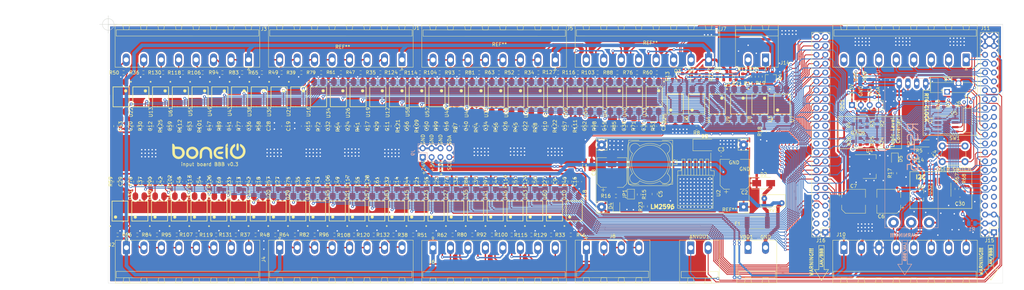
<source format=kicad_pcb>
(kicad_pcb (version 20171130) (host pcbnew "(5.1.10)-1")
  (layers (0 F.Cu signal) (31 B.Cu signal) (34 B.Paste user) (35 F.Paste user) (36 B.SilkS user) (37 F.SilkS user) (38 B.Mask user) (39 F.Mask user) (44 Edge.Cuts user))
  (net 0 "")
  (net 1 VDD_ADC)
  (net 2 GND_ADC)
  (net 3 GND)
  (net 4 "Net-(BT1-Pad1)")
  (net 5 +3V3)
  (net 6 +24V)
  (net 7 Earth)
  (net 8 P8.45)
  (net 9 P8.44)
  (net 10 P8.43)
  (net 11 P8.42)
  (net 12 P8.41)
  (net 13 P8.40)
  (net 14 P8.39)
  (net 15 P8.38)
  (net 16 +5V)
  (net 17 P8.37)
  (net 18 P8.36)
  (net 19 P8.35)
  (net 20 P8.34)
  (net 21 P8.33)
  (net 22 P8.32)
  (net 23 P8.31)
  (net 24 P8.30)
  (net 25 P9.41)
  (net 26 P8.29)
  (net 27 P8.28)
  (net 28 P8.27)
  (net 29 P8.26)
  (net 30 P9.15)
  (net 31 P9.16)
  (net 32 P8.18)
  (net 33 P8.17)
  (net 34 P8.11)
  (net 35 P8.10)
  (net 36 P8.09)
  (net 37 P8.08)
  (net 38 P9.28)
  (net 39 P9.27)
  (net 40 P9.11)
  (net 41 P9.12)
  (net 42 P9.13)
  (net 43 P9.14)
  (net 44 P9.29)
  (net 45 P9.18)
  (net 46 P9.21)
  (net 47 P9.22)
  (net 48 P9.23)
  (net 49 P9.17)
  (net 50 P8.46)
  (net 51 P9.42)
  (net 52 P9.31)
  (net 53 P9.30)
  (net 54 SCL_OUT)
  (net 55 SDA_OUT)
  (net 56 VCC)
  (net 57 SCL)
  (net 58 SDA)
  (net 59 P8.36_OUT)
  (net 60 P8.33_OUT)
  (net 61 P8.37_OUT)
  (net 62 P8.39_OUT)
  (net 63 P8.35_OUT)
  (net 64 P8.38_OUT)
  (net 65 VDD)
  (net 66 P8.34_OUT)
  (net 67 P9.16_OUT)
  (net 68 P9.12_OUT)
  (net 69 P9.15_OUT)
  (net 70 P9.11_OUT)
  (net 71 P9.13_OUT)
  (net 72 P8.18_OUT)
  (net 73 P9.14_OUT)
  (net 74 P8.27_OUT)
  (net 75 P8.31_OUT)
  (net 76 P8.28_OUT)
  (net 77 P8.32_OUT)
  (net 78 P8.30_OUT)
  (net 79 P8.26_OUT)
  (net 80 P8.29_OUT)
  (net 81 P8.11_OUT)
  (net 82 P8.16_OUT)
  (net 83 P8.12_OUT)
  (net 84 P8.17_OUT)
  (net 85 P8.15_OUT)
  (net 86 P8.10_OUT)
  (net 87 P8.14_OUT)
  (net 88 P8.41_OUT)
  (net 89 P8.45_OUT)
  (net 90 P8.42_OUT)
  (net 91 P8.46_OUT)
  (net 92 P8.44_OUT)
  (net 93 P8.40_OUT)
  (net 94 P8.43_OUT)
  (net 95 P9.42_OUT)
  (net 96 P9.29_OUT)
  (net 97 P8.07_OUT)
  (net 98 P8.09_OUT)
  (net 99 P9.31_OUT)
  (net 100 P8.08_OUT)
  (net 101 P9.30_OUT)
  (net 102 P9.23_OUT)
  (net 103 P9.27_OUT)
  (net 104 P9.28_OUT)
  (net 105 P9.17_OUT)
  (net 106 P9.25_OUT)
  (net 107 P9.18_OUT)
  (net 108 P9.21_OUT)
  (net 109 P9.22_OUT)
  (net 110 B-)
  (net 111 A+)
  (net 112 P9.33)
  (net 113 P9.39)
  (net 114 P9.37)
  (net 115 P9.36)
  (net 116 P9.40)
  (net 117 P9.38)
  (net 118 P9.35)
  (net 119 +48V)
  (net 120 GNDA)
  (net 121 GND1)
  (net 122 RX)
  (net 123 P9.25)
  (net 124 TX)
  (net 125 P8.07)
  (net 126 P8.12)
  (net 127 P8.13)
  (net 128 P8.14)
  (net 129 P8.15)
  (net 130 P8.16)
  (net 131 P8.19)
  (net 132 "Net-(R22-Pad1)")
  (net 133 "Net-(R38-Pad1)")
  (net 134 "Net-(R93-Pad1)")
  (net 135 "Net-(R94-Pad1)")
  (net 136 P8.19_OUT)
  (net 137 P8.13_OUT)
  (net 138 "Net-(R19-Pad1)")
  (net 139 "Net-(R34-Pad1)")
  (net 140 "Net-(R35-Pad1)")
  (net 141 "Net-(R36-Pad1)")
  (net 142 "Net-(R37-Pad1)")
  (net 143 "Net-(R39-Pad1)")
  (net 144 "Net-(R52-Pad1)")
  (net 145 "Net-(R76-Pad1)")
  (net 146 "Net-(R88-Pad1)")
  (net 147 "Net-(R92-Pad1)")
  (net 148 "Net-(R106-Pad1)")
  (net 149 "Net-(R107-Pad1)")
  (net 150 "Net-(R108-Pad1)")
  (net 151 "Net-(J11-Pad8)")
  (net 152 SDA_5V)
  (net 153 "Net-(Q1-Pad1)")
  (net 154 SCL_5V)
  (net 155 "Net-(Q2-Pad1)")
  (net 156 GND2)
  (net 157 "Net-(Q3-Pad1)")
  (net 158 "Net-(Q4-Pad1)")
  (net 159 "Net-(Q5-Pad1)")
  (net 160 "Net-(Q6-Pad1)")
  (net 161 "Net-(R127-Pad1)")
  (net 162 "Net-(R129-Pad1)")
  (net 163 "Net-(R130-Pad1)")
  (net 164 "Net-(C5-Pad2)")
  (net 165 "Net-(D2-Pad2)")
  (net 166 "Net-(D3-Pad1)")
  (net 167 "Net-(D4-Pad2)")
  (net 168 "Net-(D5-Pad2)")
  (net 169 "Net-(J15-Pad3)")
  (net 170 "Net-(J15-Pad7)")
  (net 171 "Net-(J15-Pad8)")
  (net 172 "Net-(J15-Pad9)")
  (net 173 "Net-(J15-Pad10)")
  (net 174 "Net-(J16-Pad25)")
  (net 175 "Net-(J16-Pad24)")
  (net 176 "Net-(J16-Pad23)")
  (net 177 "Net-(J16-Pad22)")
  (net 178 "Net-(J16-Pad21)")
  (net 179 "Net-(J16-Pad20)")
  (net 180 "Net-(J16-Pad6)")
  (net 181 "Net-(J16-Pad5)")
  (net 182 "Net-(J16-Pad4)")
  (net 183 "Net-(J16-Pad3)")
  (net 184 "Net-(R8-Pad2)")
  (net 185 "Net-(R9-Pad1)")
  (net 186 "Net-(R10-Pad2)")
  (net 187 "Net-(R11-Pad2)")
  (net 188 "Net-(R12-Pad2)")
  (net 189 "Net-(R13-Pad1)")
  (net 190 "Net-(R14-Pad1)")
  (net 191 "Net-(R18-Pad2)")
  (net 192 "Net-(R20-Pad2)")
  (net 193 "Net-(R21-Pad2)")
  (net 194 "Net-(R33-Pad1)")
  (net 195 "Net-(R46-Pad1)")
  (net 196 "Net-(R47-Pad1)")
  (net 197 "Net-(R48-Pad1)")
  (net 198 "Net-(R49-Pad1)")
  (net 199 "Net-(R50-Pad1)")
  (net 200 "Net-(R51-Pad1)")
  (net 201 "Net-(R60-Pad1)")
  (net 202 "Net-(R61-Pad1)")
  (net 203 "Net-(R62-Pad1)")
  (net 204 "Net-(R63-Pad1)")
  (net 205 "Net-(R64-Pad1)")
  (net 206 "Net-(R65-Pad1)")
  (net 207 "Net-(R66-Pad1)")
  (net 208 "Net-(R79-Pad1)")
  (net 209 "Net-(R80-Pad1)")
  (net 210 "Net-(R81-Pad1)")
  (net 211 "Net-(R82-Pad1)")
  (net 212 "Net-(R83-Pad1)")
  (net 213 "Net-(R84-Pad1)")
  (net 214 "Net-(R95-Pad1)")
  (net 215 "Net-(R96-Pad1)")
  (net 216 "Net-(R100-Pad1)")
  (net 217 "Net-(R103-Pad1)")
  (net 218 "Net-(R104-Pad1)")
  (net 219 "Net-(R114-Pad1)")
  (net 220 "Net-(R115-Pad1)")
  (net 221 "Net-(R116-Pad1)")
  (net 222 "Net-(R118-Pad1)")
  (net 223 "Net-(R119-Pad1)")
  (net 224 "Net-(R120-Pad1)")
  (net 225 "Net-(R124-Pad1)")
  (net 226 "Net-(R131-Pad1)")
  (net 227 "Net-(R132-Pad1)")
  (net 228 "Net-(U5-Pad1)")
  (net 229 "Net-(U5-Pad2)")
  (module rs485:RS485_moduleTTL (layer B.Cu) (at 240.2 59.38 270)
    (fp_text reference U17 (at 1.4 0.2 90) (layer B.SilkS) (effects (justify mirror)))
    (fp_text value RS485)
    (pad 7 thru_hole circle (at 43.6 -14.35 270) (size 3 3) (drill 1.5) (layers *.Cu *.Mask) (net 156 GND2))
    (pad 3 thru_hole oval (at 3.81 -10.8 270) (size 3 1.5) (drill 1) (layers *.Cu *.Mask) (net 122 RX))
    (pad 5 thru_hole circle (at 43.6 -4.16 270) (size 3 3) (drill 1.5) (layers *.Cu *.Mask) (net 111 A+))
    (pad 2 thru_hole oval (at 3.81 -8.28 270) (size 3 1.5) (drill 1) (layers *.Cu *.Mask) (net 124 TX))
    (pad 1 thru_hole oval (at 3.81 -5.77 270) (size 3 1.5) (drill 1) (layers *.Cu *.Mask) (net 5 +3V3))
    (pad 4 thru_hole oval (at 3.81 -13.37 270) (size 3 1.5) (drill 1) (layers *.Cu *.Mask) (net 3 GND))
    (pad 6 thru_hole circle (at 43.6 -9.23 270) (size 3 3) (drill 1.5) (layers *.Cu *.Mask) (net 110 B-))
  )
  (module Capacitor_SMD:CP_Elec_6.3x5.4 (layer F.Cu) (at 243.01 96.91 180)
    (fp_text reference C6 (at 2.17 -4.33) (layer F.SilkS))
    (fp_text value 100uF/16V)
    (pad 2 smd roundrect (at 2.8 0 180) (size 3.5 1.6) (layers F.Cu F.Paste F.Mask) (roundrect_rratio 0.15625) (net 3 GND))
    (pad 1 smd roundrect (at -2.8 0 180) (size 3.5 1.6) (layers F.Cu F.Paste F.Mask) (roundrect_rratio 0.15625) (net 5 +3V3))
  )
  (module Capacitor_SMD:CP_Elec_6.3x5.4 (layer F.Cu) (at 232.93 96.91)
    (fp_text reference C7 (at 0 -4.35) (layer F.SilkS))
    (fp_text value 100uF/16V)
    (pad 2 smd roundrect (at 2.8 0) (size 3.5 1.6) (layers F.Cu F.Paste F.Mask) (roundrect_rratio 0.15625) (net 3 GND))
    (pad 1 smd roundrect (at -2.8 0) (size 3.5 1.6) (layers F.Cu F.Paste F.Mask) (roundrect_rratio 0.15625) (net 16 +5V))
  )
  (module Package_TO_SOT_SMD:SOT-223-3_TabPin2 (layer F.Cu) (at 237.48 86.96)
    (fp_text reference U4 (at 0 -4.5) (layer F.SilkS))
    (fp_text value AMS1117-3.3)
    (pad 1 smd rect (at -3.15 -2.3) (size 2 1.5) (layers F.Cu F.Paste F.Mask) (net 3 GND))
    (pad 3 smd rect (at -3.15 2.3) (size 2 1.5) (layers F.Cu F.Paste F.Mask) (net 16 +5V))
    (pad 2 smd rect (at -3.15 0) (size 2 1.5) (layers F.Cu F.Paste F.Mask) (net 5 +3V3))
    (pad 2 smd rect (at 3.15 0) (size 2 3.8) (layers F.Cu F.Paste F.Mask) (net 5 +3V3))
  )
  (module Resistor_SMD:R_0805_2012Metric (layer B.Cu) (at 266.7675 103.24)
    (fp_text reference R1 (at 0 1.65) (layer B.SilkS) (effects (justify mirror)))
    (fp_text value 0k_NC)
    (pad 2 smd roundrect (at 0.9125 0) (size 1.025 1.4) (layers B.Cu B.Paste B.Mask) (roundrect_rratio 0.243902) (net 169 "Net-(J15-Pad3)"))
    (pad 1 smd roundrect (at -0.9125 0) (size 1.025 1.4) (layers B.Cu B.Paste B.Mask) (roundrect_rratio 0.243902) (net 5 +3V3))
  )
  (module Resistor_SMD:R_0603_1608Metric (layer F.Cu) (at 244.74 88.88 90)
    (fp_text reference R17 (at 0 -1.43 90) (layer F.SilkS))
    (fp_text value 1k)
    (pad 2 smd roundrect (at 0.825 0 90) (size 0.8 0.95) (layers F.Cu F.Paste F.Mask) (net 168 "Net-(D5-Pad2)"))
    (pad 1 smd roundrect (at -0.825 0 90) (size 0.8 0.95) (layers F.Cu F.Paste F.Mask) (net 5 +3V3))
  )
  (module LED_SMD:LED_0805_2012Metric (layer F.Cu) (at 244.74 84.78 270)
    (fp_text reference D5 (at 0 -1.65 90) (layer F.SilkS))
    (fp_text value LED_RED)
    (pad 2 smd roundrect (at 0.9375 0 270) (size 0.975 1.4) (layers F.Cu F.Paste F.Mask) (net 168 "Net-(D5-Pad2)"))
    (pad 1 smd roundrect (at -0.9375 0 270) (size 0.975 1.4) (layers F.Cu F.Paste F.Mask) (net 3 GND))
  )
  (module Resistor_SMD:R_0603_1608Metric (layer F.Cu) (at 193.91 61.23 90)
    (fp_text reference R22 (at 0.02 -1.7 270) (layer F.SilkS))
    (fp_text value 10k)
    (pad 2 smd roundrect (at 0.825 0 90) (size 0.8 0.95) (layers F.Cu F.Paste F.Mask) (net 159 "Net-(Q5-Pad1)"))
    (pad 1 smd roundrect (at -0.825 0 90) (size 0.8 0.95) (layers F.Cu F.Paste F.Mask) (net 132 "Net-(R22-Pad1)"))
  )
  (module Resistor_SMD:R_0603_1608Metric (layer F.Cu) (at 206.28 61.21 90)
    (fp_text reference R19 (at -1.9 -0.01 180) (layer F.SilkS))
    (fp_text value 10k)
    (pad 2 smd roundrect (at 0.825 0 90) (size 0.8 0.95) (layers F.Cu F.Paste F.Mask) (net 158 "Net-(Q4-Pad1)"))
    (pad 1 smd roundrect (at -0.825 0 90) (size 0.8 0.95) (layers F.Cu F.Paste F.Mask) (net 138 "Net-(R19-Pad1)"))
  )
  (module Resistor_SMD:R_0603_1608Metric (layer F.Cu) (at 181.1 61.19 90)
    (fp_text reference R13 (at 0 -1.43 90) (layer F.SilkS))
    (fp_text value 10k)
    (pad 2 smd roundrect (at 0.825 0 90) (size 0.8 0.95) (layers F.Cu F.Paste F.Mask) (net 157 "Net-(Q3-Pad1)"))
    (pad 1 smd roundrect (at -0.825 0 90) (size 0.8 0.95) (layers F.Cu F.Paste F.Mask) (net 189 "Net-(R13-Pad1)"))
  )
  (module Resistor_SMD:R_0603_1608Metric (layer F.Cu) (at 190.85 61.21 90)
    (fp_text reference R9 (at 1.84 3.13 180) (layer F.SilkS))
    (fp_text value 10k)
    (pad 2 smd roundrect (at 0.825 0 90) (size 0.8 0.95) (layers F.Cu F.Paste F.Mask) (net 153 "Net-(Q1-Pad1)"))
    (pad 1 smd roundrect (at -0.825 0 90) (size 0.8 0.95) (layers F.Cu F.Paste F.Mask) (net 185 "Net-(R9-Pad1)"))
  )
  (module Package_TO_SOT_SMD:SOT-23 (layer F.Cu) (at 196.71 61.15 90)
    (fp_text reference Q5 (at -2.4 0.11 180) (layer F.SilkS))
    (fp_text value BC807)
    (pad 3 smd rect (at 1 0 90) (size 0.9 0.8) (layers F.Cu F.Paste F.Mask) (net 65 VDD))
    (pad 2 smd rect (at -1 0.95 90) (size 0.9 0.8) (layers F.Cu F.Paste F.Mask) (net 6 +24V))
    (pad 1 smd rect (at -1 -0.95 90) (size 0.9 0.8) (layers F.Cu F.Paste F.Mask) (net 159 "Net-(Q5-Pad1)"))
  )
  (module Package_TO_SOT_SMD:SOT-23 (layer F.Cu) (at 209.25 61.43 90)
    (fp_text reference Q4 (at 0.09 2.65 90) (layer F.SilkS))
    (fp_text value BC817)
    (pad 3 smd rect (at 1 0 90) (size 0.9 0.8) (layers F.Cu F.Paste F.Mask) (net 120 GNDA))
    (pad 2 smd rect (at -1 0.95 90) (size 0.9 0.8) (layers F.Cu F.Paste F.Mask) (net 3 GND))
    (pad 1 smd rect (at -1 -0.95 90) (size 0.9 0.8) (layers F.Cu F.Paste F.Mask) (net 158 "Net-(Q4-Pad1)"))
  )
  (module Package_TO_SOT_SMD:SOT-23 (layer F.Cu) (at 183.95 61.38 90)
    (fp_text reference Q3 (at 1.74 -1.39 180) (layer F.SilkS))
    (fp_text value BC807)
    (pad 3 smd rect (at 1 0 90) (size 0.9 0.8) (layers F.Cu F.Paste F.Mask) (net 65 VDD))
    (pad 2 smd rect (at -1 0.95 90) (size 0.9 0.8) (layers F.Cu F.Paste F.Mask) (net 119 +48V))
    (pad 1 smd rect (at -1 -0.95 90) (size 0.9 0.8) (layers F.Cu F.Paste F.Mask) (net 157 "Net-(Q3-Pad1)"))
  )
  (module Package_TO_SOT_SMD:SOT-23 (layer F.Cu) (at 187.86 61.38 90)
    (fp_text reference Q1 (at 1.99 -1.28 180) (layer F.SilkS))
    (fp_text value BC817)
    (pad 3 smd rect (at 1 0 90) (size 0.9 0.8) (layers F.Cu F.Paste F.Mask) (net 120 GNDA))
    (pad 2 smd rect (at -1 0.95 90) (size 0.9 0.8) (layers F.Cu F.Paste F.Mask) (net 121 GND1))
    (pad 1 smd rect (at -1 -0.95 90) (size 0.9 0.8) (layers F.Cu F.Paste F.Mask) (net 153 "Net-(Q1-Pad1)"))
  )
  (module Resistor_SMD:R_0603_1608Metric (layer F.Cu) (at 230.23 79.68 270)
    (fp_text reference R26 (at 0 -1.43 90) (layer F.SilkS))
    (fp_text value 4.7k)
    (pad 2 smd roundrect (at 0.825 0 270) (size 0.8 0.95) (layers F.Cu F.Paste F.Mask) (net 154 SCL_5V))
    (pad 1 smd roundrect (at -0.825 0 270) (size 0.8 0.95) (layers F.Cu F.Paste F.Mask) (net 16 +5V))
  )
  (module Resistor_SMD:R_0603_1608Metric (layer F.Cu) (at 230.23 75.05 90)
    (fp_text reference R4 (at -0.04 1.38 90) (layer F.SilkS))
    (fp_text value 4.7k)
    (pad 2 smd roundrect (at 0.825 0 90) (size 0.8 0.95) (layers F.Cu F.Paste F.Mask) (net 152 SDA_5V))
    (pad 1 smd roundrect (at -0.825 0 90) (size 0.8 0.95) (layers F.Cu F.Paste F.Mask) (net 16 +5V))
  )
  (module Resistor_SMD:R_0603_1608Metric (layer F.Cu) (at 236.81 79.73 270)
    (fp_text reference R25 (at 0 -1.43 90) (layer F.SilkS))
    (fp_text value 4.7k)
    (pad 2 smd roundrect (at 0.825 0 270) (size 0.8 0.95) (layers F.Cu F.Paste F.Mask) (net 160 "Net-(Q6-Pad1)"))
    (pad 1 smd roundrect (at -0.825 0 270) (size 0.8 0.95) (layers F.Cu F.Paste F.Mask) (net 5 +3V3))
  )
  (module Resistor_SMD:R_0603_1608Metric (layer F.Cu) (at 236.79 74.805 270)
    (fp_text reference R3 (at -0.015 -1.48 90) (layer F.SilkS))
    (fp_text value 4.7k)
    (pad 2 smd roundrect (at 0.825 0 270) (size 0.8 0.95) (layers F.Cu F.Paste F.Mask) (net 155 "Net-(Q2-Pad1)"))
    (pad 1 smd roundrect (at -0.825 0 270) (size 0.8 0.95) (layers F.Cu F.Paste F.Mask) (net 5 +3V3))
  )
  (module Resistor_SMD:R_0603_1608Metric (layer F.Cu) (at 239.65 79.965 270)
    (fp_text reference R24 (at 0 -1.43 90) (layer F.SilkS))
    (fp_text value 4.7k)
    (pad 2 smd roundrect (at 0.825 0 270) (size 0.8 0.95) (layers F.Cu F.Paste F.Mask) (net 57 SCL))
    (pad 1 smd roundrect (at -0.825 0 270) (size 0.8 0.95) (layers F.Cu F.Paste F.Mask) (net 5 +3V3))
  )
  (module Resistor_SMD:R_0603_1608Metric (layer F.Cu) (at 239.65 74.785 90)
    (fp_text reference R2 (at 0.055 1.49 90) (layer F.SilkS))
    (fp_text value 4.7k)
    (pad 2 smd roundrect (at 0.825 0 90) (size 0.8 0.95) (layers F.Cu F.Paste F.Mask) (net 58 SDA))
    (pad 1 smd roundrect (at -0.825 0 90) (size 0.8 0.95) (layers F.Cu F.Paste F.Mask) (net 5 +3V3))
  )
  (module Package_TO_SOT_SMD:SOT-23 (layer F.Cu) (at 233.83 79.79 180)
    (fp_text reference Q6 (at -1.43 2.43) (layer F.SilkS))
    (fp_text value BSS138)
    (pad 3 smd rect (at 1 0 180) (size 0.9 0.8) (layers F.Cu F.Paste F.Mask) (net 154 SCL_5V))
    (pad 2 smd rect (at -1 0.95 180) (size 0.9 0.8) (layers F.Cu F.Paste F.Mask) (net 57 SCL))
    (pad 1 smd rect (at -1 -0.95 180) (size 0.9 0.8) (layers F.Cu F.Paste F.Mask) (net 160 "Net-(Q6-Pad1)"))
  )
  (module Package_TO_SOT_SMD:SOT-23 (layer F.Cu) (at 233.86 74.9 180)
    (fp_text reference Q2 (at 0.75 -2.41) (layer F.SilkS))
    (fp_text value BSS138)
    (pad 3 smd rect (at 1 0 180) (size 0.9 0.8) (layers F.Cu F.Paste F.Mask) (net 152 SDA_5V))
    (pad 2 smd rect (at -1 0.95 180) (size 0.9 0.8) (layers F.Cu F.Paste F.Mask) (net 58 SDA))
    (pad 1 smd rect (at -1 -0.95 180) (size 0.9 0.8) (layers F.Cu F.Paste F.Mask) (net 155 "Net-(Q2-Pad1)"))
  )
  (module Package_SO:SOIC-8_3.9x4.9mm_P1.27mm (layer F.Cu) (at 259.54 75.05 180)
    (fp_text reference U5 (at -2.14 3.47) (layer F.SilkS))
    (fp_text value DS1307Z+)
    (pad 1 smd roundrect (at -2.475 -1.905 180) (size 1.95 0.6) (layers F.Cu F.Paste F.Mask) (net 228 "Net-(U5-Pad1)"))
    (pad 2 smd roundrect (at -2.475 -0.635 180) (size 1.95 0.6) (layers F.Cu F.Paste F.Mask) (net 229 "Net-(U5-Pad2)"))
    (pad 3 smd roundrect (at -2.475 0.635 180) (size 1.95 0.6) (layers F.Cu F.Paste F.Mask) (net 4 "Net-(BT1-Pad1)"))
    (pad 4 smd roundrect (at -2.475 1.905 180) (size 1.95 0.6) (layers F.Cu F.Paste F.Mask) (net 3 GND))
    (pad 5 smd roundrect (at 2.475 1.905 180) (size 1.95 0.6) (layers F.Cu F.Paste F.Mask) (net 152 SDA_5V))
    (pad 6 smd roundrect (at 2.475 0.635 180) (size 1.95 0.6) (layers F.Cu F.Paste F.Mask) (net 154 SCL_5V))
    (pad 7 smd roundrect (at 2.475 -0.635 180) (size 1.95 0.6) (layers F.Cu F.Paste F.Mask) (net 186 "Net-(R10-Pad2)"))
    (pad 8 smd roundrect (at 2.475 -1.905 180) (size 1.95 0.6) (layers F.Cu F.Paste F.Mask) (net 16 +5V))
  )
  (module Capacitor_SMD:C_0603_1608Metric (layer F.Cu) (at 254.13 76.235 270)
    (fp_text reference C1 (at -2.575 -0.79 90) (layer F.SilkS))
    (fp_text value 100n)
    (pad 2 smd roundrect (at 0.775 0 270) (size 0.9 0.95) (layers F.Cu F.Paste F.Mask) (net 3 GND))
    (pad 1 smd roundrect (at -0.775 0 270) (size 0.9 0.95) (layers F.Cu F.Paste F.Mask) (net 16 +5V))
  )
  (module Connector_Phoenix_MSTB:PhoenixContact_MSTBA_2,5_2-G_1x02_P5.00mm_Horizontal (layer F.Cu) (at 207.75 56.42 180)
    (fp_text reference J14 (at -5.55 -0.86) (layer F.SilkS))
    (fp_text value ZASILACZ)
    (pad 2 thru_hole oval (at 5 0 180) (size 2 3.6) (drill 1.4) (layers *.Cu *.Mask) (net 119 +48V))
    (pad 1 thru_hole roundrect (at 0 0 180) (size 2 3.6) (drill 1.4) (layers *.Cu *.Mask) (roundrect_rratio 0.125) (net 121 GND1))
  )
  (module PC817:SOT254P975X400-4N (layer F.Cu) (at 193.918581 69.09 270)
    (fp_text reference U9 (at 4.51 -3.08 90) (layer F.SilkS) (effects (font (size 1.001874 1.001874))))
    (fp_text value PC817X2NIP0F)
    (pad 4 smd oval (at 4.25 -1.27 270) (size 2.25 1.6) (layers F.Cu F.Paste F.Mask) (net 132 "Net-(R22-Pad1)"))
    (pad 3 smd oval (at 4.25 1.27 270) (size 2.25 1.6) (layers F.Cu F.Paste F.Mask) (net 3 GND))
    (pad 2 smd oval (at -4.25 1.27 270) (size 2.25 1.6) (layers F.Cu F.Paste F.Mask) (net 3 GND))
    (pad 1 smd oval (at -4.25 -1.27 270) (size 2.25 1.6) (layers F.Cu F.Paste F.Mask) (net 193 "Net-(R21-Pad2)"))
  )
  (module PC817:SOT254P975X400-4N (layer F.Cu) (at 212.47 69.09 90)
    (fp_text reference U7 (at -4.28 2.9 90) (layer F.SilkS) (effects (font (size 1.001874 1.001874))))
    (fp_text value PC817X2NIP0F)
    (pad 4 smd oval (at 4.25 -1.27 90) (size 2.25 1.6) (layers F.Cu F.Paste F.Mask) (net 138 "Net-(R19-Pad1)"))
    (pad 3 smd oval (at 4.25 1.27 90) (size 2.25 1.6) (layers F.Cu F.Paste F.Mask) (net 6 +24V))
    (pad 2 smd oval (at -4.25 1.27 90) (size 2.25 1.6) (layers F.Cu F.Paste F.Mask) (net 3 GND))
    (pad 1 smd oval (at -4.25 -1.27 90) (size 2.25 1.6) (layers F.Cu F.Paste F.Mask) (net 191 "Net-(R18-Pad2)"))
  )
  (module PC817:SOT254P975X400-4N (layer F.Cu) (at 181.91 69.09 90)
    (fp_text reference U6 (at -4.33 3.13 90) (layer F.SilkS) (effects (font (size 1.001874 1.001874))))
    (fp_text value PC817X2NIP0F)
    (pad 4 smd oval (at 4.25 -1.27 90) (size 2.25 1.6) (layers F.Cu F.Paste F.Mask) (net 189 "Net-(R13-Pad1)"))
    (pad 3 smd oval (at 4.25 1.27 90) (size 2.25 1.6) (layers F.Cu F.Paste F.Mask) (net 121 GND1))
    (pad 2 smd oval (at -4.25 1.27 90) (size 2.25 1.6) (layers F.Cu F.Paste F.Mask) (net 121 GND1))
    (pad 1 smd oval (at -4.25 -1.27 90) (size 2.25 1.6) (layers F.Cu F.Paste F.Mask) (net 188 "Net-(R12-Pad2)"))
  )
  (module PC817:SOT254P975X400-4N (layer F.Cu) (at 188.022 69.09 90)
    (fp_text reference U1 (at -4.47 3.34 90) (layer F.SilkS) (effects (font (size 1.001874 1.001874))))
    (fp_text value PC817X2NIP0F)
    (pad 4 smd oval (at 4.25 -1.27 90) (size 2.25 1.6) (layers F.Cu F.Paste F.Mask) (net 185 "Net-(R9-Pad1)"))
    (pad 3 smd oval (at 4.25 1.27 90) (size 2.25 1.6) (layers F.Cu F.Paste F.Mask) (net 119 +48V))
    (pad 2 smd oval (at -4.25 1.27 90) (size 2.25 1.6) (layers F.Cu F.Paste F.Mask) (net 121 GND1))
    (pad 1 smd oval (at -4.25 -1.27 90) (size 2.25 1.6) (layers F.Cu F.Paste F.Mask) (net 184 "Net-(R8-Pad2)"))
  )
  (module PC817:SOT254P975X400-4N (layer F.Cu) (at 79.84 67 270)
    (fp_text reference U34 (at 4.63 -2.82 90) (layer F.SilkS) (effects (font (size 1.001874 1.001874))))
    (fp_text value PC817X2NIP0F)
    (pad 4 smd oval (at 4.25 -1.27 270) (size 2.25 1.6) (layers F.Cu F.Paste F.Mask) (net 51 P9.42))
    (pad 3 smd oval (at 4.25 1.27 270) (size 2.25 1.6) (layers F.Cu F.Paste F.Mask) (net 3 GND))
    (pad 2 smd oval (at -4.25 1.27 270) (size 2.25 1.6) (layers F.Cu F.Paste F.Mask) (net 120 GNDA))
    (pad 1 smd oval (at -4.25 -1.27 270) (size 2.25 1.6) (layers F.Cu F.Paste F.Mask) (net 208 "Net-(R79-Pad1)"))
  )
  (module PC817:SOT254P975X400-4N (layer F.Cu) (at 85.49 67 270)
    (fp_text reference U26 (at 4.62 -2.77 90) (layer F.SilkS) (effects (font (size 1.001874 1.001874))))
    (fp_text value PC817X2NIP0F)
    (pad 4 smd oval (at 4.25 -1.27 270) (size 2.25 1.6) (layers F.Cu F.Paste F.Mask) (net 52 P9.31))
    (pad 3 smd oval (at 4.25 1.27 270) (size 2.25 1.6) (layers F.Cu F.Paste F.Mask) (net 3 GND))
    (pad 2 smd oval (at -4.25 1.27 270) (size 2.25 1.6) (layers F.Cu F.Paste F.Mask) (net 120 GNDA))
    (pad 1 smd oval (at -4.25 -1.27 270) (size 2.25 1.6) (layers F.Cu F.Paste F.Mask) (net 202 "Net-(R61-Pad1)"))
  )
  (module PC817:SOT254P975X400-4N (layer F.Cu) (at 91.13 67 270)
    (fp_text reference U19 (at 4.45 -2.88 90) (layer F.SilkS) (effects (font (size 1.001874 1.001874))))
    (fp_text value PC817X2NIP0F)
    (pad 4 smd oval (at 4.25 -1.27 270) (size 2.25 1.6) (layers F.Cu F.Paste F.Mask) (net 53 P9.30))
    (pad 3 smd oval (at 4.25 1.27 270) (size 2.25 1.6) (layers F.Cu F.Paste F.Mask) (net 3 GND))
    (pad 2 smd oval (at -4.25 1.27 270) (size 2.25 1.6) (layers F.Cu F.Paste F.Mask) (net 120 GNDA))
    (pad 1 smd oval (at -4.25 -1.27 270) (size 2.25 1.6) (layers F.Cu F.Paste F.Mask) (net 196 "Net-(R47-Pad1)"))
  )
  (module PC817:SOT254P975X400-4N (layer F.Cu) (at 96.78 67 270)
    (fp_text reference U12 (at 4.49 -2.81 90) (layer F.SilkS) (effects (font (size 1.001874 1.001874))))
    (fp_text value PC817X2NIP0F)
    (pad 4 smd oval (at 4.25 -1.27 270) (size 2.25 1.6) (layers F.Cu F.Paste F.Mask) (net 44 P9.29))
    (pad 3 smd oval (at 4.25 1.27 270) (size 2.25 1.6) (layers F.Cu F.Paste F.Mask) (net 3 GND))
    (pad 2 smd oval (at -4.25 1.27 270) (size 2.25 1.6) (layers F.Cu F.Paste F.Mask) (net 120 GNDA))
    (pad 1 smd oval (at -4.25 -1.27 270) (size 2.25 1.6) (layers F.Cu F.Paste F.Mask) (net 140 "Net-(R35-Pad1)"))
  )
  (module PC817:SOT254P975X400-4N (layer F.Cu) (at 200.030581 69.09 270)
    (fp_text reference U8 (at 4.39 -3.09 90) (layer F.SilkS) (effects (font (size 1.001874 1.001874))))
    (fp_text value PC817X2NIP0F)
    (pad 4 smd oval (at 4.25 -1.27 270) (size 2.25 1.6) (layers F.Cu F.Paste F.Mask) (net 193 "Net-(R21-Pad2)"))
    (pad 3 smd oval (at 4.25 1.27 270) (size 2.25 1.6) (layers F.Cu F.Paste F.Mask) (net 3 GND))
    (pad 2 smd oval (at -4.25 1.27 270) (size 2.25 1.6) (layers F.Cu F.Paste F.Mask) (net 121 GND1))
    (pad 1 smd oval (at -4.25 -1.27 270) (size 2.25 1.6) (layers F.Cu F.Paste F.Mask) (net 192 "Net-(R20-Pad2)"))
  )
  (module PC817:SOT254P975X400-4N (layer F.Cu) (at 206.142581 69.09 270)
    (fp_text reference U3 (at 4.27 -2.96 90) (layer F.SilkS) (effects (font (size 1.001874 1.001874))))
    (fp_text value PC817X2NIP0F)
    (pad 4 smd oval (at 4.25 -1.27 270) (size 2.25 1.6) (layers F.Cu F.Paste F.Mask) (net 191 "Net-(R18-Pad2)"))
    (pad 3 smd oval (at 4.25 1.27 270) (size 2.25 1.6) (layers F.Cu F.Paste F.Mask) (net 3 GND))
    (pad 2 smd oval (at -4.25 1.27 270) (size 2.25 1.6) (layers F.Cu F.Paste F.Mask) (net 121 GND1))
    (pad 1 smd oval (at -4.25 -1.27 270) (size 2.25 1.6) (layers F.Cu F.Paste F.Mask) (net 187 "Net-(R11-Pad2)"))
  )
  (module PC817:SOT254P975X400-4N (layer F.Cu) (at 102.42 66.995 270)
    (fp_text reference U58 (at 4.295 -2.9 90) (layer F.SilkS) (effects (font (size 1.001874 1.001874))))
    (fp_text value PC817X2NIP0F)
    (pad 4 smd oval (at 4.25 -1.27 270) (size 2.25 1.6) (layers F.Cu F.Paste F.Mask) (net 38 P9.28))
    (pad 3 smd oval (at 4.25 1.27 270) (size 2.25 1.6) (layers F.Cu F.Paste F.Mask) (net 3 GND))
    (pad 2 smd oval (at -4.25 1.27 270) (size 2.25 1.6) (layers F.Cu F.Paste F.Mask) (net 120 GNDA))
    (pad 1 smd oval (at -4.25 -1.27 270) (size 2.25 1.6) (layers F.Cu F.Paste F.Mask) (net 225 "Net-(R124-Pad1)"))
  )
  (module PC817:SOT254P975X400-4N (layer F.Cu) (at 108.07 66.995 270)
    (fp_text reference U52 (at 4.435 -2.88 90) (layer F.SilkS) (effects (font (size 1.001874 1.001874))))
    (fp_text value PC817X2NIP0F)
    (pad 4 smd oval (at 4.25 -1.27 270) (size 2.25 1.6) (layers F.Cu F.Paste F.Mask) (net 39 P9.27))
    (pad 3 smd oval (at 4.25 1.27 270) (size 2.25 1.6) (layers F.Cu F.Paste F.Mask) (net 3 GND))
    (pad 2 smd oval (at -4.25 1.27 270) (size 2.25 1.6) (layers F.Cu F.Paste F.Mask) (net 120 GNDA))
    (pad 1 smd oval (at -4.25 -1.27 270) (size 2.25 1.6) (layers F.Cu F.Paste F.Mask) (net 219 "Net-(R114-Pad1)"))
  )
  (module PC817:SOT254P975X400-4N (layer F.Cu) (at 113.72 66.995 270)
    (fp_text reference U48 (at 4.475 -2.83 90) (layer F.SilkS) (effects (font (size 1.001874 1.001874))))
    (fp_text value PC817X2NIP0F)
    (pad 4 smd oval (at 4.25 -1.27 270) (size 2.25 1.6) (layers F.Cu F.Paste F.Mask) (net 123 P9.25))
    (pad 3 smd oval (at 4.25 1.27 270) (size 2.25 1.6) (layers F.Cu F.Paste F.Mask) (net 3 GND))
    (pad 2 smd oval (at -4.25 1.27 270) (size 2.25 1.6) (layers F.Cu F.Paste F.Mask) (net 120 GNDA))
    (pad 1 smd oval (at -4.25 -1.27 270) (size 2.25 1.6) (layers F.Cu F.Paste F.Mask) (net 218 "Net-(R104-Pad1)"))
  )
  (module PC817:SOT254P975X400-4N (layer F.Cu) (at 119.37 66.995 270)
    (fp_text reference U42 (at 4.515 -2.84 90) (layer F.SilkS) (effects (font (size 1.001874 1.001874))))
    (fp_text value PC817X2NIP0F)
    (pad 4 smd oval (at 4.25 -1.27 270) (size 2.25 1.6) (layers F.Cu F.Paste F.Mask) (net 48 P9.23))
    (pad 3 smd oval (at 4.25 1.27 270) (size 2.25 1.6) (layers F.Cu F.Paste F.Mask) (net 3 GND))
    (pad 2 smd oval (at -4.25 1.27 270) (size 2.25 1.6) (layers F.Cu F.Paste F.Mask) (net 120 GNDA))
    (pad 1 smd oval (at -4.25 -1.27 270) (size 2.25 1.6) (layers F.Cu F.Paste F.Mask) (net 134 "Net-(R93-Pad1)"))
  )
  (module PC817:SOT254P975X400-4N (layer F.Cu) (at 125.025 66.99 270)
    (fp_text reference U36 (at 4.5 -2.825 90) (layer F.SilkS) (effects (font (size 1.001874 1.001874))))
    (fp_text value PC817X2NIP0F)
    (pad 4 smd oval (at 4.25 -1.27 270) (size 2.25 1.6) (layers F.Cu F.Paste F.Mask) (net 47 P9.22))
    (pad 3 smd oval (at 4.25 1.27 270) (size 2.25 1.6) (layers F.Cu F.Paste F.Mask) (net 3 GND))
    (pad 2 smd oval (at -4.25 1.27 270) (size 2.25 1.6) (layers F.Cu F.Paste F.Mask) (net 120 GNDA))
    (pad 1 smd oval (at -4.25 -1.27 270) (size 2.25 1.6) (layers F.Cu F.Paste F.Mask) (net 210 "Net-(R81-Pad1)"))
  )
  (module PC817:SOT254P975X400-4N (layer F.Cu) (at 130.675 66.99 270)
    (fp_text reference U28 (at 4.52 -2.905 90) (layer F.SilkS) (effects (font (size 1.001874 1.001874))))
    (fp_text value PC817X2NIP0F)
    (pad 4 smd oval (at 4.25 -1.27 270) (size 2.25 1.6) (layers F.Cu F.Paste F.Mask) (net 46 P9.21))
    (pad 3 smd oval (at 4.25 1.27 270) (size 2.25 1.6) (layers F.Cu F.Paste F.Mask) (net 3 GND))
    (pad 2 smd oval (at -4.25 1.27 270) (size 2.25 1.6) (layers F.Cu F.Paste F.Mask) (net 120 GNDA))
    (pad 1 smd oval (at -4.25 -1.27 270) (size 2.25 1.6) (layers F.Cu F.Paste F.Mask) (net 204 "Net-(R63-Pad1)"))
  )
  (module PC817:SOT254P975X400-4N (layer F.Cu) (at 136.33 66.99 270)
    (fp_text reference U24 (at 4.57 -2.92 90) (layer F.SilkS) (effects (font (size 1.001874 1.001874))))
    (fp_text value PC817X2NIP0F)
    (pad 4 smd oval (at 4.25 -1.27 270) (size 2.25 1.6) (layers F.Cu F.Paste F.Mask) (net 45 P9.18))
    (pad 3 smd oval (at 4.25 1.27 270) (size 2.25 1.6) (layers F.Cu F.Paste F.Mask) (net 3 GND))
    (pad 2 smd oval (at -4.25 1.27 270) (size 2.25 1.6) (layers F.Cu F.Paste F.Mask) (net 120 GNDA))
    (pad 1 smd oval (at -4.25 -1.27 270) (size 2.25 1.6) (layers F.Cu F.Paste F.Mask) (net 144 "Net-(R52-Pad1)"))
  )
  (module PC817:SOT254P975X400-4N (layer F.Cu) (at 141.98 66.985 270)
    (fp_text reference U11 (at 4.505 -2.89 90) (layer F.SilkS) (effects (font (size 1.001874 1.001874))))
    (fp_text value PC817X2NIP0F)
    (pad 4 smd oval (at 4.25 -1.27 270) (size 2.25 1.6) (layers F.Cu F.Paste F.Mask) (net 49 P9.17))
    (pad 3 smd oval (at 4.25 1.27 270) (size 2.25 1.6) (layers F.Cu F.Paste F.Mask) (net 3 GND))
    (pad 2 smd oval (at -4.25 1.27 270) (size 2.25 1.6) (layers F.Cu F.Paste F.Mask) (net 120 GNDA))
    (pad 1 smd oval (at -4.25 -1.27 270) (size 2.25 1.6) (layers F.Cu F.Paste F.Mask) (net 139 "Net-(R34-Pad1)"))
  )
  (module PC817:SOT254P975X400-4N (layer F.Cu) (at 147.63 66.985 270)
    (fp_text reference U59 (at 4.505 -2.87 90) (layer F.SilkS) (effects (font (size 1.001874 1.001874))))
    (fp_text value PC817X2NIP0F)
    (pad 4 smd oval (at 4.25 -1.27 270) (size 2.25 1.6) (layers F.Cu F.Paste F.Mask) (net 31 P9.16))
    (pad 3 smd oval (at 4.25 1.27 270) (size 2.25 1.6) (layers F.Cu F.Paste F.Mask) (net 3 GND))
    (pad 2 smd oval (at -4.25 1.27 270) (size 2.25 1.6) (layers F.Cu F.Paste F.Mask) (net 120 GNDA))
    (pad 1 smd oval (at -4.25 -1.27 270) (size 2.25 1.6) (layers F.Cu F.Paste F.Mask) (net 161 "Net-(R127-Pad1)"))
  )
  (module PC817:SOT254P975X400-4N (layer F.Cu) (at 153.28 66.985 270)
    (fp_text reference U54 (at 4.535 -2.92 90) (layer F.SilkS) (effects (font (size 1.001874 1.001874))))
    (fp_text value PC817X2NIP0F)
    (pad 4 smd oval (at 4.25 -1.27 270) (size 2.25 1.6) (layers F.Cu F.Paste F.Mask) (net 30 P9.15))
    (pad 3 smd oval (at 4.25 1.27 270) (size 2.25 1.6) (layers F.Cu F.Paste F.Mask) (net 3 GND))
    (pad 2 smd oval (at -4.25 1.27 270) (size 2.25 1.6) (layers F.Cu F.Paste F.Mask) (net 120 GNDA))
    (pad 1 smd oval (at -4.25 -1.27 270) (size 2.25 1.6) (layers F.Cu F.Paste F.Mask) (net 221 "Net-(R116-Pad1)"))
  )
  (module PC817:SOT254P975X400-4N (layer F.Cu) (at 158.93 66.985 270)
    (fp_text reference U47 (at 4.425 -2.9 90) (layer F.SilkS) (effects (font (size 1.001874 1.001874))))
    (fp_text value PC817X2NIP0F)
    (pad 4 smd oval (at 4.25 -1.27 270) (size 2.25 1.6) (layers F.Cu F.Paste F.Mask) (net 43 P9.14))
    (pad 3 smd oval (at 4.25 1.27 270) (size 2.25 1.6) (layers F.Cu F.Paste F.Mask) (net 3 GND))
    (pad 2 smd oval (at -4.25 1.27 270) (size 2.25 1.6) (layers F.Cu F.Paste F.Mask) (net 120 GNDA))
    (pad 1 smd oval (at -4.25 -1.27 270) (size 2.25 1.6) (layers F.Cu F.Paste F.Mask) (net 217 "Net-(R103-Pad1)"))
  )
  (module PC817:SOT254P975X400-4N (layer F.Cu) (at 164.58 66.985 270)
    (fp_text reference U40 (at 4.425 -2.87 90) (layer F.SilkS) (effects (font (size 1.001874 1.001874))))
    (fp_text value PC817X2NIP0F)
    (pad 4 smd oval (at 4.25 -1.27 270) (size 2.25 1.6) (layers F.Cu F.Paste F.Mask) (net 42 P9.13))
    (pad 3 smd oval (at 4.25 1.27 270) (size 2.25 1.6) (layers F.Cu F.Paste F.Mask) (net 3 GND))
    (pad 2 smd oval (at -4.25 1.27 270) (size 2.25 1.6) (layers F.Cu F.Paste F.Mask) (net 120 GNDA))
    (pad 1 smd oval (at -4.25 -1.27 270) (size 2.25 1.6) (layers F.Cu F.Paste F.Mask) (net 146 "Net-(R88-Pad1)"))
  )
  (module PC817:SOT254P975X400-4N (layer F.Cu) (at 170.23 66.985 270)
    (fp_text reference U33 (at 4.495 -2.9 90) (layer F.SilkS) (effects (font (size 1.001874 1.001874))))
    (fp_text value PC817X2NIP0F)
    (pad 4 smd oval (at 4.25 -1.27 270) (size 2.25 1.6) (layers F.Cu F.Paste F.Mask) (net 41 P9.12))
    (pad 3 smd oval (at 4.25 1.27 270) (size 2.25 1.6) (layers F.Cu F.Paste F.Mask) (net 3 GND))
    (pad 2 smd oval (at -4.25 1.27 270) (size 2.25 1.6) (layers F.Cu F.Paste F.Mask) (net 120 GNDA))
    (pad 1 smd oval (at -4.25 -1.27 270) (size 2.25 1.6) (layers F.Cu F.Paste F.Mask) (net 145 "Net-(R76-Pad1)"))
  )
  (module PC817:SOT254P975X400-4N (layer F.Cu) (at 175.88 66.98 270)
    (fp_text reference U25 (at 6.26 -2.96 90) (layer F.SilkS) (effects (font (size 1.001874 1.001874))))
    (fp_text value PC817X2NIP0F)
    (pad 4 smd oval (at 4.25 -1.27 270) (size 2.25 1.6) (layers F.Cu F.Paste F.Mask) (net 40 P9.11))
    (pad 3 smd oval (at 4.25 1.27 270) (size 2.25 1.6) (layers F.Cu F.Paste F.Mask) (net 3 GND))
    (pad 2 smd oval (at -4.25 1.27 270) (size 2.25 1.6) (layers F.Cu F.Paste F.Mask) (net 120 GNDA))
    (pad 1 smd oval (at -4.25 -1.27 270) (size 2.25 1.6) (layers F.Cu F.Paste F.Mask) (net 201 "Net-(R60-Pad1)"))
  )
  (module PC817:SOT254P975X400-4N (layer F.Cu) (at 152.99 99.68 90)
    (fp_text reference U18 (at 4.61 3.04 90) (layer F.SilkS) (effects (font (size 1.001874 1.001874))))
    (fp_text value PC817X2NIP0F)
    (pad 4 smd oval (at 4.25 -1.27 90) (size 2.25 1.6) (layers F.Cu F.Paste F.Mask) (net 125 P8.07))
    (pad 3 smd oval (at 4.25 1.27 90) (size 2.25 1.6) (layers F.Cu F.Paste F.Mask) (net 3 GND))
    (pad 2 smd oval (at -4.25 1.27 90) (size 2.25 1.6) (layers F.Cu F.Paste F.Mask) (net 120 GNDA))
    (pad 1 smd oval (at -4.25 -1.27 90) (size 2.25 1.6) (layers F.Cu F.Paste F.Mask) (net 195 "Net-(R46-Pad1)"))
  )
  (module PC817:SOT254P975X400-4N (layer F.Cu) (at 147.34 99.68 90)
    (fp_text reference U10 (at 4.61 2.8 90) (layer F.SilkS) (effects (font (size 1.001874 1.001874))))
    (fp_text value PC817X2NIP0F)
    (pad 4 smd oval (at 4.25 -1.27 90) (size 2.25 1.6) (layers F.Cu F.Paste F.Mask) (net 37 P8.08))
    (pad 3 smd oval (at 4.25 1.27 90) (size 2.25 1.6) (layers F.Cu F.Paste F.Mask) (net 3 GND))
    (pad 2 smd oval (at -4.25 1.27 90) (size 2.25 1.6) (layers F.Cu F.Paste F.Mask) (net 120 GNDA))
    (pad 1 smd oval (at -4.25 -1.27 90) (size 2.25 1.6) (layers F.Cu F.Paste F.Mask) (net 194 "Net-(R33-Pad1)"))
  )
  (module PC817:SOT254P975X400-4N (layer F.Cu) (at 141.69 99.69 90)
    (fp_text reference U60 (at 4.64 2.92 90) (layer F.SilkS) (effects (font (size 1.001874 1.001874))))
    (fp_text value PC817X2NIP0F)
    (pad 4 smd oval (at 4.25 -1.27 90) (size 2.25 1.6) (layers F.Cu F.Paste F.Mask) (net 36 P8.09))
    (pad 3 smd oval (at 4.25 1.27 90) (size 2.25 1.6) (layers F.Cu F.Paste F.Mask) (net 3 GND))
    (pad 2 smd oval (at -4.25 1.27 90) (size 2.25 1.6) (layers F.Cu F.Paste F.Mask) (net 120 GNDA))
    (pad 1 smd oval (at -4.25 -1.27 90) (size 2.25 1.6) (layers F.Cu F.Paste F.Mask) (net 162 "Net-(R129-Pad1)"))
  )
  (module PC817:SOT254P975X400-4N (layer F.Cu) (at 136.04 99.69 90)
    (fp_text reference U53 (at 4.64 2.94 90) (layer F.SilkS) (effects (font (size 1.001874 1.001874))))
    (fp_text value PC817X2NIP0F)
    (pad 4 smd oval (at 4.25 -1.27 90) (size 2.25 1.6) (layers F.Cu F.Paste F.Mask) (net 35 P8.10))
    (pad 3 smd oval (at 4.25 1.27 90) (size 2.25 1.6) (layers F.Cu F.Paste F.Mask) (net 3 GND))
    (pad 2 smd oval (at -4.25 1.27 90) (size 2.25 1.6) (layers F.Cu F.Paste F.Mask) (net 120 GNDA))
    (pad 1 smd oval (at -4.25 -1.27 90) (size 2.25 1.6) (layers F.Cu F.Paste F.Mask) (net 220 "Net-(R115-Pad1)"))
  )
  (module PC817:SOT254P975X400-4N (layer F.Cu) (at 130.39 99.69 90)
    (fp_text reference U46 (at 4.51 2.88 90) (layer F.SilkS) (effects (font (size 1.001874 1.001874))))
    (fp_text value PC817X2NIP0F)
    (pad 4 smd oval (at 4.25 -1.27 90) (size 2.25 1.6) (layers F.Cu F.Paste F.Mask) (net 34 P8.11))
    (pad 3 smd oval (at 4.25 1.27 90) (size 2.25 1.6) (layers F.Cu F.Paste F.Mask) (net 3 GND))
    (pad 2 smd oval (at -4.25 1.27 90) (size 2.25 1.6) (layers F.Cu F.Paste F.Mask) (net 120 GNDA))
    (pad 1 smd oval (at -4.25 -1.27 90) (size 2.25 1.6) (layers F.Cu F.Paste F.Mask) (net 216 "Net-(R100-Pad1)"))
  )
  (module PC817:SOT254P975X400-4N (layer F.Cu) (at 124.74 99.7 90)
    (fp_text reference U41 (at 4.55 2.84 90) (layer F.SilkS) (effects (font (size 1.001874 1.001874))))
    (fp_text value PC817X2NIP0F)
    (pad 4 smd oval (at 4.25 -1.27 90) (size 2.25 1.6) (layers F.Cu F.Paste F.Mask) (net 126 P8.12))
    (pad 3 smd oval (at 4.25 1.27 90) (size 2.25 1.6) (layers F.Cu F.Paste F.Mask) (net 3 GND))
    (pad 2 smd oval (at -4.25 1.27 90) (size 2.25 1.6) (layers F.Cu F.Paste F.Mask) (net 120 GNDA))
    (pad 1 smd oval (at -4.25 -1.27 90) (size 2.25 1.6) (layers F.Cu F.Paste F.Mask) (net 147 "Net-(R92-Pad1)"))
  )
  (module PC817:SOT254P975X400-4N (layer F.Cu) (at 119.09 99.695 90)
    (fp_text reference U35 (at 4.705 2.86 90) (layer F.SilkS) (effects (font (size 1.001874 1.001874))))
    (fp_text value PC817X2NIP0F)
    (pad 4 smd oval (at 4.25 -1.27 90) (size 2.25 1.6) (layers F.Cu F.Paste F.Mask) (net 127 P8.13))
    (pad 3 smd oval (at 4.25 1.27 90) (size 2.25 1.6) (layers F.Cu F.Paste F.Mask) (net 3 GND))
    (pad 2 smd oval (at -4.25 1.27 90) (size 2.25 1.6) (layers F.Cu F.Paste F.Mask) (net 120 GNDA))
    (pad 1 smd oval (at -4.25 -1.27 90) (size 2.25 1.6) (layers F.Cu F.Paste F.Mask) (net 209 "Net-(R80-Pad1)"))
  )
  (module PC817:SOT254P975X400-4N (layer F.Cu) (at 113.44 99.695 90)
    (fp_text reference U27 (at 4.625 2.85 90) (layer F.SilkS) (effects (font (size 1.001874 1.001874))))
    (fp_text value PC817X2NIP0F)
    (pad 4 smd oval (at 4.25 -1.27 90) (size 2.25 1.6) (layers F.Cu F.Paste F.Mask) (net 128 P8.14))
    (pad 3 smd oval (at 4.25 1.27 90) (size 2.25 1.6) (layers F.Cu F.Paste F.Mask) (net 3 GND))
    (pad 2 smd oval (at -4.25 1.27 90) (size 2.25 1.6) (layers F.Cu F.Paste F.Mask) (net 120 GNDA))
    (pad 1 smd oval (at -4.25 -1.27 90) (size 2.25 1.6) (layers F.Cu F.Paste F.Mask) (net 203 "Net-(R62-Pad1)"))
  )
  (module PC817:SOT254P975X400-4N (layer F.Cu) (at 107.79 99.695 90)
    (fp_text reference U23 (at 4.595 2.9 90) (layer F.SilkS) (effects (font (size 1.001874 1.001874))))
    (fp_text value PC817X2NIP0F)
    (pad 4 smd oval (at 4.25 -1.27 90) (size 2.25 1.6) (layers F.Cu F.Paste F.Mask) (net 129 P8.15))
    (pad 3 smd oval (at 4.25 1.27 90) (size 2.25 1.6) (layers F.Cu F.Paste F.Mask) (net 3 GND))
    (pad 2 smd oval (at -4.25 1.27 90) (size 2.25 1.6) (layers F.Cu F.Paste F.Mask) (net 120 GNDA))
    (pad 1 smd oval (at -4.25 -1.27 90) (size 2.25 1.6) (layers F.Cu F.Paste F.Mask) (net 200 "Net-(R51-Pad1)"))
  )
  (module PC817:SOT254P975X400-4N (layer F.Cu) (at 102.14 99.695 90)
    (fp_text reference U15 (at 4.645 2.92 90) (layer F.SilkS) (effects (font (size 1.001874 1.001874))))
    (fp_text value PC817X2NIP0F)
    (pad 4 smd oval (at 4.25 -1.27 90) (size 2.25 1.6) (layers F.Cu F.Paste F.Mask) (net 130 P8.16))
    (pad 3 smd oval (at 4.25 1.27 90) (size 2.25 1.6) (layers F.Cu F.Paste F.Mask) (net 3 GND))
    (pad 2 smd oval (at -4.25 1.27 90) (size 2.25 1.6) (layers F.Cu F.Paste F.Mask) (net 120 GNDA))
    (pad 1 smd oval (at -4.25 -1.27 90) (size 2.25 1.6) (layers F.Cu F.Paste F.Mask) (net 133 "Net-(R38-Pad1)"))
  )
  (module PC817:SOT254P975X400-4N (layer F.Cu) (at 79.54 99.695 90)
    (fp_text reference U45 (at 4.595 2.83 90) (layer F.SilkS) (effects (font (size 1.001874 1.001874))))
    (fp_text value PC817X2NIP0F)
    (pad 4 smd oval (at 4.25 -1.27 90) (size 2.25 1.6) (layers F.Cu F.Paste F.Mask) (net 29 P8.26))
    (pad 3 smd oval (at 4.25 1.27 90) (size 2.25 1.6) (layers F.Cu F.Paste F.Mask) (net 3 GND))
    (pad 2 smd oval (at -4.25 1.27 90) (size 2.25 1.6) (layers F.Cu F.Paste F.Mask) (net 120 GNDA))
    (pad 1 smd oval (at -4.25 -1.27 90) (size 2.25 1.6) (layers F.Cu F.Paste F.Mask) (net 215 "Net-(R96-Pad1)"))
  )
  (module PC817:SOT254P975X400-4N (layer F.Cu) (at 73.89 99.695 90)
    (fp_text reference U37 (at 4.565 2.82 90) (layer F.SilkS) (effects (font (size 1.001874 1.001874))))
    (fp_text value PC817X2NIP0F)
    (pad 4 smd oval (at 4.25 -1.27 90) (size 2.25 1.6) (layers F.Cu F.Paste F.Mask) (net 28 P8.27))
    (pad 3 smd oval (at 4.25 1.27 90) (size 2.25 1.6) (layers F.Cu F.Paste F.Mask) (net 3 GND))
    (pad 2 smd oval (at -4.25 1.27 90) (size 2.25 1.6) (layers F.Cu F.Paste F.Mask) (net 120 GNDA))
    (pad 1 smd oval (at -4.25 -1.27 90) (size 2.25 1.6) (layers F.Cu F.Paste F.Mask) (net 211 "Net-(R82-Pad1)"))
  )
  (module PC817:SOT254P975X400-4N (layer F.Cu) (at 68.24 99.695 90)
    (fp_text reference U29 (at 4.545 2.82 90) (layer F.SilkS) (effects (font (size 1.001874 1.001874))))
    (fp_text value PC817X2NIP0F)
    (pad 4 smd oval (at 4.25 -1.27 90) (size 2.25 1.6) (layers F.Cu F.Paste F.Mask) (net 27 P8.28))
    (pad 3 smd oval (at 4.25 1.27 90) (size 2.25 1.6) (layers F.Cu F.Paste F.Mask) (net 3 GND))
    (pad 2 smd oval (at -4.25 1.27 90) (size 2.25 1.6) (layers F.Cu F.Paste F.Mask) (net 120 GNDA))
    (pad 1 smd oval (at -4.25 -1.27 90) (size 2.25 1.6) (layers F.Cu F.Paste F.Mask) (net 205 "Net-(R64-Pad1)"))
  )
  (module PC817:SOT254P975X400-4N (layer F.Cu) (at 62.59 99.695 90)
    (fp_text reference U20 (at 4.675 2.91 90) (layer F.SilkS) (effects (font (size 1.001874 1.001874))))
    (fp_text value PC817X2NIP0F)
    (pad 4 smd oval (at 4.25 -1.27 90) (size 2.25 1.6) (layers F.Cu F.Paste F.Mask) (net 26 P8.29))
    (pad 3 smd oval (at 4.25 1.27 90) (size 2.25 1.6) (layers F.Cu F.Paste F.Mask) (net 3 GND))
    (pad 2 smd oval (at -4.25 1.27 90) (size 2.25 1.6) (layers F.Cu F.Paste F.Mask) (net 120 GNDA))
    (pad 1 smd oval (at -4.25 -1.27 90) (size 2.25 1.6) (layers F.Cu F.Paste F.Mask) (net 197 "Net-(R48-Pad1)"))
  )
  (module PC817:SOT254P975X400-4N (layer F.Cu) (at 56.94 99.695 90)
    (fp_text reference U14 (at 4.545 2.93 90) (layer F.SilkS) (effects (font (size 1.001874 1.001874))))
    (fp_text value PC817X2NIP0F)
    (pad 4 smd oval (at 4.25 -1.27 90) (size 2.25 1.6) (layers F.Cu F.Paste F.Mask) (net 24 P8.30))
    (pad 3 smd oval (at 4.25 1.27 90) (size 2.25 1.6) (layers F.Cu F.Paste F.Mask) (net 3 GND))
    (pad 2 smd oval (at -4.25 1.27 90) (size 2.25 1.6) (layers F.Cu F.Paste F.Mask) (net 120 GNDA))
    (pad 1 smd oval (at -4.25 -1.27 90) (size 2.25 1.6) (layers F.Cu F.Paste F.Mask) (net 142 "Net-(R37-Pad1)"))
  )
  (module PC817:SOT254P975X400-4N (layer F.Cu) (at 96.49 99.695 90)
    (fp_text reference U63 (at 4.595 2.86 90) (layer F.SilkS) (effects (font (size 1.001874 1.001874))))
    (fp_text value PC817X2NIP0F)
    (pad 4 smd oval (at 4.25 -1.27 90) (size 2.25 1.6) (layers F.Cu F.Paste F.Mask) (net 33 P8.17))
    (pad 3 smd oval (at 4.25 1.27 90) (size 2.25 1.6) (layers F.Cu F.Paste F.Mask) (net 3 GND))
    (pad 2 smd oval (at -4.25 1.27 90) (size 2.25 1.6) (layers F.Cu F.Paste F.Mask) (net 120 GNDA))
    (pad 1 smd oval (at -4.25 -1.27 90) (size 2.25 1.6) (layers F.Cu F.Paste F.Mask) (net 227 "Net-(R132-Pad1)"))
  )
  (module PC817:SOT254P975X400-4N (layer F.Cu) (at 90.84 99.695 90)
    (fp_text reference U57 (at 4.625 2.87 90) (layer F.SilkS) (effects (font (size 1.001874 1.001874))))
    (fp_text value PC817X2NIP0F)
    (pad 4 smd oval (at 4.25 -1.27 90) (size 2.25 1.6) (layers F.Cu F.Paste F.Mask) (net 32 P8.18))
    (pad 3 smd oval (at 4.25 1.27 90) (size 2.25 1.6) (layers F.Cu F.Paste F.Mask) (net 3 GND))
    (pad 2 smd oval (at -4.25 1.27 90) (size 2.25 1.6) (layers F.Cu F.Paste F.Mask) (net 120 GNDA))
    (pad 1 smd oval (at -4.25 -1.27 90) (size 2.25 1.6) (layers F.Cu F.Paste F.Mask) (net 224 "Net-(R120-Pad1)"))
  )
  (module PC817:SOT254P975X400-4N (layer F.Cu) (at 85.19 99.695 90)
    (fp_text reference U51 (at 4.625 2.87 90) (layer F.SilkS) (effects (font (size 1.001874 1.001874))))
    (fp_text value PC817X2NIP0F)
    (pad 4 smd oval (at 4.25 -1.27 90) (size 2.25 1.6) (layers F.Cu F.Paste F.Mask) (net 131 P8.19))
    (pad 3 smd oval (at 4.25 1.27 90) (size 2.25 1.6) (layers F.Cu F.Paste F.Mask) (net 3 GND))
    (pad 2 smd oval (at -4.25 1.27 90) (size 2.25 1.6) (layers F.Cu F.Paste F.Mask) (net 120 GNDA))
    (pad 1 smd oval (at -4.25 -1.27 90) (size 2.25 1.6) (layers F.Cu F.Paste F.Mask) (net 150 "Net-(R108-Pad1)"))
  )
  (module PC817:SOT254P975X400-4N (layer F.Cu) (at 51.29 99.72 90)
    (fp_text reference U62 (at 4.54 2.9 90) (layer F.SilkS) (effects (font (size 1.001874 1.001874))))
    (fp_text value PC817X2NIP0F)
    (pad 4 smd oval (at 4.25 -1.27 90) (size 2.25 1.6) (layers F.Cu F.Paste F.Mask) (net 23 P8.31))
    (pad 3 smd oval (at 4.25 1.27 90) (size 2.25 1.6) (layers F.Cu F.Paste F.Mask) (net 3 GND))
    (pad 2 smd oval (at -4.25 1.27 90) (size 2.25 1.6) (layers F.Cu F.Paste F.Mask) (net 120 GNDA))
    (pad 1 smd oval (at -4.25 -1.27 90) (size 2.25 1.6) (layers F.Cu F.Paste F.Mask) (net 226 "Net-(R131-Pad1)"))
  )
  (module PC817:SOT254P975X400-4N (layer F.Cu) (at 45.64 99.715 90)
    (fp_text reference U56 (at 4.535 2.86 90) (layer F.SilkS) (effects (font (size 1.001874 1.001874))))
    (fp_text value PC817X2NIP0F)
    (pad 4 smd oval (at 4.25 -1.27 90) (size 2.25 1.6) (layers F.Cu F.Paste F.Mask) (net 22 P8.32))
    (pad 3 smd oval (at 4.25 1.27 90) (size 2.25 1.6) (layers F.Cu F.Paste F.Mask) (net 3 GND))
    (pad 2 smd oval (at -4.25 1.27 90) (size 2.25 1.6) (layers F.Cu F.Paste F.Mask) (net 120 GNDA))
    (pad 1 smd oval (at -4.25 -1.27 90) (size 2.25 1.6) (layers F.Cu F.Paste F.Mask) (net 223 "Net-(R119-Pad1)"))
  )
  (module PC817:SOT254P975X400-4N (layer F.Cu) (at 39.99 99.715 90)
    (fp_text reference U50 (at 4.505 2.8 90) (layer F.SilkS) (effects (font (size 1.001874 1.001874))))
    (fp_text value PC817X2NIP0F)
    (pad 4 smd oval (at 4.25 -1.27 90) (size 2.25 1.6) (layers F.Cu F.Paste F.Mask) (net 21 P8.33))
    (pad 3 smd oval (at 4.25 1.27 90) (size 2.25 1.6) (layers F.Cu F.Paste F.Mask) (net 3 GND))
    (pad 2 smd oval (at -4.25 1.27 90) (size 2.25 1.6) (layers F.Cu F.Paste F.Mask) (net 120 GNDA))
    (pad 1 smd oval (at -4.25 -1.27 90) (size 2.25 1.6) (layers F.Cu F.Paste F.Mask) (net 149 "Net-(R107-Pad1)"))
  )
  (module PC817:SOT254P975X400-4N (layer F.Cu) (at 34.34 99.715 90)
    (fp_text reference U44 (at 4.505 2.95 90) (layer F.SilkS) (effects (font (size 1.001874 1.001874))))
    (fp_text value PC817X2NIP0F)
    (pad 4 smd oval (at 4.25 -1.27 90) (size 2.25 1.6) (layers F.Cu F.Paste F.Mask) (net 20 P8.34))
    (pad 3 smd oval (at 4.25 1.27 90) (size 2.25 1.6) (layers F.Cu F.Paste F.Mask) (net 3 GND))
    (pad 2 smd oval (at -4.25 1.27 90) (size 2.25 1.6) (layers F.Cu F.Paste F.Mask) (net 120 GNDA))
    (pad 1 smd oval (at -4.25 -1.27 90) (size 2.25 1.6) (layers F.Cu F.Paste F.Mask) (net 214 "Net-(R95-Pad1)"))
  )
  (module PC817:SOT254P975X400-4N (layer F.Cu) (at 28.69 99.715 90)
    (fp_text reference U39 (at 4.585 2.89 90) (layer F.SilkS) (effects (font (size 1.001874 1.001874))))
    (fp_text value PC817X2NIP0F)
    (pad 4 smd oval (at 4.25 -1.27 90) (size 2.25 1.6) (layers F.Cu F.Paste F.Mask) (net 19 P8.35))
    (pad 3 smd oval (at 4.25 1.27 90) (size 2.25 1.6) (layers F.Cu F.Paste F.Mask) (net 3 GND))
    (pad 2 smd oval (at -4.25 1.27 90) (size 2.25 1.6) (layers F.Cu F.Paste F.Mask) (net 120 GNDA))
    (pad 1 smd oval (at -4.25 -1.27 90) (size 2.25 1.6) (layers F.Cu F.Paste F.Mask) (net 213 "Net-(R84-Pad1)"))
  )
  (module PC817:SOT254P975X400-4N (layer F.Cu) (at 23.04 99.715 90)
    (fp_text reference U31 (at 4.585 2.88 90) (layer F.SilkS) (effects (font (size 1.001874 1.001874))))
    (fp_text value PC817X2NIP0F)
    (pad 4 smd oval (at 4.25 -1.27 90) (size 2.25 1.6) (layers F.Cu F.Paste F.Mask) (net 18 P8.36))
    (pad 3 smd oval (at 4.25 1.27 90) (size 2.25 1.6) (layers F.Cu F.Paste F.Mask) (net 3 GND))
    (pad 2 smd oval (at -4.25 1.27 90) (size 2.25 1.6) (layers F.Cu F.Paste F.Mask) (net 120 GNDA))
    (pad 1 smd oval (at -4.25 -1.27 90) (size 2.25 1.6) (layers F.Cu F.Paste F.Mask) (net 207 "Net-(R66-Pad1)"))
  )
  (module PC817:SOT254P975X400-4N (layer F.Cu) (at 23.33 67.015 270)
    (fp_text reference U22 (at 4.385 -2.8 90) (layer F.SilkS) (effects (font (size 1.001874 1.001874))))
    (fp_text value PC817X2NIP0F)
    (pad 4 smd oval (at 4.25 -1.27 270) (size 2.25 1.6) (layers F.Cu F.Paste F.Mask) (net 17 P8.37))
    (pad 3 smd oval (at 4.25 1.27 270) (size 2.25 1.6) (layers F.Cu F.Paste F.Mask) (net 3 GND))
    (pad 2 smd oval (at -4.25 1.27 270) (size 2.25 1.6) (layers F.Cu F.Paste F.Mask) (net 120 GNDA))
    (pad 1 smd oval (at -4.25 -1.27 270) (size 2.25 1.6) (layers F.Cu F.Paste F.Mask) (net 199 "Net-(R50-Pad1)"))
  )
  (module PC817:SOT254P975X400-4N (layer F.Cu) (at 28.98 67.015 270)
    (fp_text reference U13 (at 4.385 -2.86 90) (layer F.SilkS) (effects (font (size 1.001874 1.001874))))
    (fp_text value PC817X2NIP0F)
    (pad 4 smd oval (at 4.25 -1.27 270) (size 2.25 1.6) (layers F.Cu F.Paste F.Mask) (net 15 P8.38))
    (pad 3 smd oval (at 4.25 1.27 270) (size 2.25 1.6) (layers F.Cu F.Paste F.Mask) (net 3 GND))
    (pad 2 smd oval (at -4.25 1.27 270) (size 2.25 1.6) (layers F.Cu F.Paste F.Mask) (net 120 GNDA))
    (pad 1 smd oval (at -4.25 -1.27 270) (size 2.25 1.6) (layers F.Cu F.Paste F.Mask) (net 141 "Net-(R36-Pad1)"))
  )
  (module PC817:SOT254P975X400-4N (layer F.Cu) (at 34.63 67.015 270)
    (fp_text reference U61 (at 4.225 -2.85 90) (layer F.SilkS) (effects (font (size 1.001874 1.001874))))
    (fp_text value PC817X2NIP0F)
    (pad 4 smd oval (at 4.25 -1.27 270) (size 2.25 1.6) (layers F.Cu F.Paste F.Mask) (net 14 P8.39))
    (pad 3 smd oval (at 4.25 1.27 270) (size 2.25 1.6) (layers F.Cu F.Paste F.Mask) (net 3 GND))
    (pad 2 smd oval (at -4.25 1.27 270) (size 2.25 1.6) (layers F.Cu F.Paste F.Mask) (net 120 GNDA))
    (pad 1 smd oval (at -4.25 -1.27 270) (size 2.25 1.6) (layers F.Cu F.Paste F.Mask) (net 163 "Net-(R130-Pad1)"))
  )
  (module PC817:SOT254P975X400-4N (layer F.Cu) (at 40.28 67.015 270)
    (fp_text reference U55 (at 4.135 -2.89 90) (layer F.SilkS) (effects (font (size 1.001874 1.001874))))
    (fp_text value PC817X2NIP0F)
    (pad 4 smd oval (at 4.25 -1.27 270) (size 2.25 1.6) (layers F.Cu F.Paste F.Mask) (net 13 P8.40))
    (pad 3 smd oval (at 4.25 1.27 270) (size 2.25 1.6) (layers F.Cu F.Paste F.Mask) (net 3 GND))
    (pad 2 smd oval (at -4.25 1.27 270) (size 2.25 1.6) (layers F.Cu F.Paste F.Mask) (net 120 GNDA))
    (pad 1 smd oval (at -4.25 -1.27 270) (size 2.25 1.6) (layers F.Cu F.Paste F.Mask) (net 222 "Net-(R118-Pad1)"))
  )
  (module PC817:SOT254P975X400-4N (layer F.Cu) (at 45.93 67.015 270)
    (fp_text reference U49 (at 4.185 -2.83 90) (layer F.SilkS) (effects (font (size 1.001874 1.001874))))
    (fp_text value PC817X2NIP0F)
    (pad 4 smd oval (at 4.25 -1.27 270) (size 2.25 1.6) (layers F.Cu F.Paste F.Mask) (net 12 P8.41))
    (pad 3 smd oval (at 4.25 1.27 270) (size 2.25 1.6) (layers F.Cu F.Paste F.Mask) (net 3 GND))
    (pad 2 smd oval (at -4.25 1.27 270) (size 2.25 1.6) (layers F.Cu F.Paste F.Mask) (net 120 GNDA))
    (pad 1 smd oval (at -4.25 -1.27 270) (size 2.25 1.6) (layers F.Cu F.Paste F.Mask) (net 148 "Net-(R106-Pad1)"))
  )
  (module PC817:SOT254P975X400-4N (layer F.Cu) (at 51.58 67.015 270)
    (fp_text reference U43 (at 4.115 -2.87 90) (layer F.SilkS) (effects (font (size 1.001874 1.001874))))
    (fp_text value PC817X2NIP0F)
    (pad 4 smd oval (at 4.25 -1.27 270) (size 2.25 1.6) (layers F.Cu F.Paste F.Mask) (net 11 P8.42))
    (pad 3 smd oval (at 4.25 1.27 270) (size 2.25 1.6) (layers F.Cu F.Paste F.Mask) (net 3 GND))
    (pad 2 smd oval (at -4.25 1.27 270) (size 2.25 1.6) (layers F.Cu F.Paste F.Mask) (net 120 GNDA))
    (pad 1 smd oval (at -4.25 -1.27 270) (size 2.25 1.6) (layers F.Cu F.Paste F.Mask) (net 135 "Net-(R94-Pad1)"))
  )
  (module PC817:SOT254P975X400-4N (layer F.Cu) (at 57.23 67.015 270)
    (fp_text reference U38 (at 4.225 -2.86 90) (layer F.SilkS) (effects (font (size 1.001874 1.001874))))
    (fp_text value PC817X2NIP0F)
    (pad 4 smd oval (at 4.25 -1.27 270) (size 2.25 1.6) (layers F.Cu F.Paste F.Mask) (net 10 P8.43))
    (pad 3 smd oval (at 4.25 1.27 270) (size 2.25 1.6) (layers F.Cu F.Paste F.Mask) (net 3 GND))
    (pad 2 smd oval (at -4.25 1.27 270) (size 2.25 1.6) (layers F.Cu F.Paste F.Mask) (net 120 GNDA))
    (pad 1 smd oval (at -4.25 -1.27 270) (size 2.25 1.6) (layers F.Cu F.Paste F.Mask) (net 212 "Net-(R83-Pad1)"))
  )
  (module PC817:SOT254P975X400-4N (layer F.Cu) (at 62.88 67.015 270)
    (fp_text reference U30 (at 4.225 -2.83 90) (layer F.SilkS) (effects (font (size 1.001874 1.001874))))
    (fp_text value PC817X2NIP0F)
    (pad 4 smd oval (at 4.25 -1.27 270) (size 2.25 1.6) (layers F.Cu F.Paste F.Mask) (net 9 P8.44))
    (pad 3 smd oval (at 4.25 1.27 270) (size 2.25 1.6) (layers F.Cu F.Paste F.Mask) (net 3 GND))
    (pad 2 smd oval (at -4.25 1.27 270) (size 2.25 1.6) (layers F.Cu F.Paste F.Mask) (net 120 GNDA))
    (pad 1 smd oval (at -4.25 -1.27 270) (size 2.25 1.6) (layers F.Cu F.Paste F.Mask) (net 206 "Net-(R65-Pad1)"))
  )
  (module PC817:SOT254P975X400-4N (layer F.Cu) (at 68.53 67.015 270)
    (fp_text reference U21 (at 4.195 -2.75 90) (layer F.SilkS) (effects (font (size 1.001874 1.001874))))
    (fp_text value PC817X2NIP0F)
    (pad 4 smd oval (at 4.25 -1.27 270) (size 2.25 1.6) (layers F.Cu F.Paste F.Mask) (net 8 P8.45))
    (pad 3 smd oval (at 4.25 1.27 270) (size 2.25 1.6) (layers F.Cu F.Paste F.Mask) (net 3 GND))
    (pad 2 smd oval (at -4.25 1.27 270) (size 2.25 1.6) (layers F.Cu F.Paste F.Mask) (net 120 GNDA))
    (pad 1 smd oval (at -4.25 -1.27 270) (size 2.25 1.6) (layers F.Cu F.Paste F.Mask) (net 198 "Net-(R49-Pad1)"))
  )
  (module PC817:SOT254P975X400-4N (layer F.Cu) (at 74.18 67.015 270)
    (fp_text reference U16 (at 4.255 -2.79 90) (layer F.SilkS) (effects (font (size 1.001874 1.001874))))
    (fp_text value PC817X2NIP0F)
    (pad 4 smd oval (at 4.25 -1.27 270) (size 2.25 1.6) (layers F.Cu F.Paste F.Mask) (net 50 P8.46))
    (pad 3 smd oval (at 4.25 1.27 270) (size 2.25 1.6) (layers F.Cu F.Paste F.Mask) (net 3 GND))
    (pad 2 smd oval (at -4.25 1.27 270) (size 2.25 1.6) (layers F.Cu F.Paste F.Mask) (net 120 GNDA))
    (pad 1 smd oval (at -4.25 -1.27 270) (size 2.25 1.6) (layers F.Cu F.Paste F.Mask) (net 143 "Net-(R39-Pad1)"))
  )
  (module Resistor_SMD:R_0603_1608Metric (layer F.Cu) (at 199.33 61.29 270)
    (fp_text reference R21 (at 1.91 -0.24 180) (layer F.SilkS))
    (fp_text value 10k)
    (pad 2 smd roundrect (at 0.825 0 270) (size 0.8 0.95) (layers F.Cu F.Paste F.Mask) (net 193 "Net-(R21-Pad2)"))
    (pad 1 smd roundrect (at -0.825 0 270) (size 0.8 0.95) (layers F.Cu F.Paste F.Mask) (net 6 +24V))
  )
  (module Resistor_SMD:R_0603_1608Metric (layer F.Cu) (at 207.41 76.965 90)
    (fp_text reference R18 (at 0.025 -1.34 90) (layer F.SilkS))
    (fp_text value 10k)
    (pad 2 smd roundrect (at 0.825 0 90) (size 0.8 0.95) (layers F.Cu F.Paste F.Mask) (net 191 "Net-(R18-Pad2)"))
    (pad 1 smd roundrect (at -0.825 0 90) (size 0.8 0.95) (layers F.Cu F.Paste F.Mask) (net 6 +24V))
  )
  (module Resistor_SMD:R_0603_1608Metric (layer F.Cu) (at 201.22 61.27 270)
    (fp_text reference R12 (at -2.06 0.03 180) (layer F.SilkS))
    (fp_text value 10k)
    (pad 2 smd roundrect (at 0.825 0 270) (size 0.8 0.95) (layers F.Cu F.Paste F.Mask) (net 188 "Net-(R12-Pad2)"))
    (pad 1 smd roundrect (at -0.825 0 270) (size 0.8 0.95) (layers F.Cu F.Paste F.Mask) (net 119 +48V))
  )
  (module Resistor_SMD:R_0603_1608Metric (layer F.Cu) (at 187.98 75.91 180)
    (fp_text reference R8 (at -0.03 -1.4) (layer F.SilkS))
    (fp_text value 10k)
    (pad 2 smd roundrect (at 0.825 0 180) (size 0.8 0.95) (layers F.Cu F.Paste F.Mask) (net 184 "Net-(R8-Pad2)"))
    (pad 1 smd roundrect (at -0.825 0 180) (size 0.8 0.95) (layers F.Cu F.Paste F.Mask) (net 119 +48V))
  )
  (module Resistor_SMD:R_0603_1608Metric (layer F.Cu) (at 204.29 61.27 270)
    (fp_text reference R20 (at -2.01 -0.09 180) (layer F.SilkS))
    (fp_text value 10k)
    (pad 2 smd roundrect (at 0.825 0 270) (size 0.8 0.95) (layers F.Cu F.Paste F.Mask) (net 192 "Net-(R20-Pad2)"))
    (pad 1 smd roundrect (at -0.825 0 270) (size 0.8 0.95) (layers F.Cu F.Paste F.Mask) (net 119 +48V))
  )
  (module Resistor_SMD:R_0603_1608Metric (layer F.Cu) (at 202.75 61.27 270)
    (fp_text reference R11 (at 1.95 -0.18 180) (layer F.SilkS))
    (fp_text value 10k)
    (pad 2 smd roundrect (at 0.825 0 270) (size 0.8 0.95) (layers F.Cu F.Paste F.Mask) (net 187 "Net-(R11-Pad2)"))
    (pad 1 smd roundrect (at -0.825 0 270) (size 0.8 0.95) (layers F.Cu F.Paste F.Mask) (net 119 +48V))
  )
  (module RF_Module:YAAJ_DCDC_StepDown_LM2596 (layer F.Cu) (at 201.46 98.53 180)
    (fp_text reference REF** (at 4 -0.81) (layer F.SilkS))
    (fp_text value YAAJ_DCDC_StepDown_LM2596)
    (pad 3 thru_hole circle (at 40.64 17.78 180) (size 2.54 2.54) (drill 1) (layers *.Cu *.Mask) (net 7 Earth))
    (pad 4 thru_hole circle (at 40.64 0 180) (size 2.54 2.54) (drill 1) (layers *.Cu *.Mask) (net 16 +5V))
    (pad 2 thru_hole circle (at 0 17.78 180) (size 2.54 2.54) (drill 1) (layers *.Cu *.Mask) (net 7 Earth))
    (pad 1 thru_hole rect (at 0 0 180) (size 2.54 2.54) (drill 1) (layers *.Cu *.Mask) (net 6 +24V))
  )
  (module Connector:8pin (layer F.Cu) (at 112.285 113.785)
    (fp_text reference J6 (at 0 0.5) (layer F.SilkS))
    (fp_text value Screw_Terminal_01x08)
    (pad 7 thru_hole oval (at 30.29 -3.56) (size 2 3.6) (drill 1.4) (layers *.Cu *.Mask) (net 81 P8.11_OUT))
    (pad 1 thru_hole roundrect (at 0.29 -3.56) (size 2 3.6) (drill 1.4) (layers *.Cu *.Mask) (roundrect_rratio 0.125) (net 65 VDD))
    (pad 3 thru_hole oval (at 10.29 -3.56) (size 2 3.6) (drill 1.4) (layers *.Cu *.Mask) (net 85 P8.15_OUT))
    (pad 6 thru_hole oval (at 25.29 -3.56) (size 2 3.6) (drill 1.4) (layers *.Cu *.Mask) (net 83 P8.12_OUT))
    (pad 2 thru_hole oval (at 5.29 -3.56) (size 2 3.6) (drill 1.4) (layers *.Cu *.Mask) (net 82 P8.16_OUT))
    (pad 4 thru_hole oval (at 15.29 -3.56) (size 2 3.6) (drill 1.4) (layers *.Cu *.Mask) (net 87 P8.14_OUT))
    (pad 8 thru_hole oval (at 35.29 -3.56) (size 2 3.6) (drill 1.4) (layers *.Cu *.Mask) (net 86 P8.10_OUT))
    (pad 5 thru_hole oval (at 20.29 -3.56) (size 2 3.6) (drill 1.4) (layers *.Cu *.Mask) (net 137 P8.13_OUT))
  )
  (module Resistor_SMD:R_0603_1608Metric (layer F.Cu) (at 159.695544 60.085 180)
    (fp_text reference R103 (at 2.8 0.025) (layer F.SilkS))
    (fp_text value 4.7k)
    (pad 2 smd roundrect (at 0.825 0 180) (size 0.8 0.95) (layers F.Cu F.Paste F.Mask) (net 73 P9.14_OUT))
    (pad 1 smd roundrect (at -0.825 0 180) (size 0.8 0.95) (layers F.Cu F.Paste F.Mask) (net 217 "Net-(R103-Pad1)"))
  )
  (module Connector_PinSocket_2.54mm:PinSocket_2x04_P2.54mm_Vertical (layer B.Cu) (at 109.64 84.29 270)
    (fp_text reference J9 (at -1.27 2.77 90) (layer B.SilkS) (effects (justify mirror)))
    (fp_text value Conn_02x04_Odd_Even)
    (pad 8 thru_hole oval (at -2.54 -7.62 270) (size 1.7 1.7) (drill 1) (layers *.Cu *.Mask) (net 58 SDA))
    (pad 7 thru_hole oval (at 0 -7.62 270) (size 1.7 1.7) (drill 1) (layers *.Cu *.Mask) (net 57 SCL))
    (pad 6 thru_hole oval (at -2.54 -5.08 270) (size 1.7 1.7) (drill 1) (layers *.Cu *.Mask) (net 3 GND))
    (pad 5 thru_hole oval (at 0 -5.08 270) (size 1.7 1.7) (drill 1) (layers *.Cu *.Mask) (net 5 +3V3))
    (pad 4 thru_hole oval (at -2.54 -2.54 270) (size 1.7 1.7) (drill 1) (layers *.Cu *.Mask) (net 3 GND))
    (pad 3 thru_hole oval (at 0 -2.54 270) (size 1.7 1.7) (drill 1) (layers *.Cu *.Mask) (net 16 +5V))
    (pad 2 thru_hole oval (at -2.54 0 270) (size 1.7 1.7) (drill 1) (layers *.Cu *.Mask) (net 3 GND))
    (pad 1 thru_hole rect (at 0 0 270) (size 1.7 1.7) (drill 1) (layers *.Cu *.Mask) (net 6 +24V))
  )
  (module Jumper:SolderJumper-2_P1.3mm_Open_Pad1.0x1.5mm (layer F.Cu) (at 169.23 94.86 90)
    (fp_text reference JP1 (at 0 -1.8 90) (layer F.SilkS))
    (fp_text value 5V)
    (pad 2 smd rect (at 0.65 0 90) (size 1 1.5) (layers F.Cu F.Mask) (net 16 +5V))
    (pad 1 smd rect (at -0.65 0 90) (size 1 1.5) (layers F.Cu F.Mask) (net 164 "Net-(C5-Pad2)"))
  )
  (module Connector_PinHeader_2.54mm:PinHeader_2x23_P2.54mm_Vertical (layer F.Cu) (at 273.095 105.785 180)
    (fp_text reference J15 (at 1.27 -2.33) (layer F.SilkS))
    (fp_text value BeagleBone_Black_Header)
    (pad 1 thru_hole rect (at 0 0 180) (size 1.7 1.7) (drill 1) (layers *.Cu *.Mask) (net 3 GND))
    (pad 2 thru_hole oval (at 2.54 0 180) (size 1.7 1.7) (drill 1) (layers *.Cu *.Mask) (net 3 GND))
    (pad 3 thru_hole oval (at 0 2.54 180) (size 1.7 1.7) (drill 1) (layers *.Cu *.Mask) (net 169 "Net-(J15-Pad3)"))
    (pad 4 thru_hole oval (at 2.54 2.54 180) (size 1.7 1.7) (drill 1) (layers *.Cu *.Mask) (net 169 "Net-(J15-Pad3)"))
    (pad 5 thru_hole oval (at 0 5.08 180) (size 1.7 1.7) (drill 1) (layers *.Cu *.Mask) (net 16 +5V))
    (pad 6 thru_hole oval (at 2.54 5.08 180) (size 1.7 1.7) (drill 1) (layers *.Cu *.Mask) (net 16 +5V))
    (pad 7 thru_hole oval (at 0 7.62 180) (size 1.7 1.7) (drill 1) (layers *.Cu *.Mask) (net 170 "Net-(J15-Pad7)"))
    (pad 8 thru_hole oval (at 2.54 7.62 180) (size 1.7 1.7) (drill 1) (layers *.Cu *.Mask) (net 171 "Net-(J15-Pad8)"))
    (pad 9 thru_hole oval (at 0 10.16 180) (size 1.7 1.7) (drill 1) (layers *.Cu *.Mask) (net 172 "Net-(J15-Pad9)"))
    (pad 10 thru_hole oval (at 2.54 10.16 180) (size 1.7 1.7) (drill 1) (layers *.Cu *.Mask) (net 173 "Net-(J15-Pad10)"))
    (pad 11 thru_hole oval (at 0 12.7 180) (size 1.7 1.7) (drill 1) (layers *.Cu *.Mask) (net 40 P9.11))
    (pad 12 thru_hole oval (at 2.54 12.7 180) (size 1.7 1.7) (drill 1) (layers *.Cu *.Mask) (net 41 P9.12))
    (pad 13 thru_hole oval (at 0 15.24 180) (size 1.7 1.7) (drill 1) (layers *.Cu *.Mask) (net 42 P9.13))
    (pad 14 thru_hole oval (at 2.54 15.24 180) (size 1.7 1.7) (drill 1) (layers *.Cu *.Mask) (net 43 P9.14))
    (pad 15 thru_hole oval (at 0 17.78 180) (size 1.7 1.7) (drill 1) (layers *.Cu *.Mask) (net 30 P9.15))
    (pad 16 thru_hole oval (at 2.54 17.78 180) (size 1.7 1.7) (drill 1) (layers *.Cu *.Mask) (net 31 P9.16))
    (pad 17 thru_hole oval (at 0 20.32 180) (size 1.7 1.7) (drill 1) (layers *.Cu *.Mask) (net 49 P9.17))
    (pad 18 thru_hole oval (at 2.54 20.32 180) (size 1.7 1.7) (drill 1) (layers *.Cu *.Mask) (net 45 P9.18))
    (pad 19 thru_hole oval (at 0 22.86 180) (size 1.7 1.7) (drill 1) (layers *.Cu *.Mask) (net 57 SCL))
    (pad 20 thru_hole oval (at 2.54 22.86 180) (size 1.7 1.7) (drill 1) (layers *.Cu *.Mask) (net 58 SDA))
    (pad 21 thru_hole oval (at 0 25.4 180) (size 1.7 1.7) (drill 1) (layers *.Cu *.Mask) (net 46 P9.21))
    (pad 22 thru_hole oval (at 2.54 25.4 180) (size 1.7 1.7) (drill 1) (layers *.Cu *.Mask) (net 47 P9.22))
    (pad 23 thru_hole oval (at 0 27.94 180) (size 1.7 1.7) (drill 1) (layers *.Cu *.Mask) (net 48 P9.23))
    (pad 24 thru_hole oval (at 2.54 27.94 180) (size 1.7 1.7) (drill 1) (layers *.Cu *.Mask) (net 124 TX))
    (pad 25 thru_hole oval (at 0 30.48 180) (size 1.7 1.7) (drill 1) (layers *.Cu *.Mask) (net 123 P9.25))
    (pad 26 thru_hole oval (at 2.54 30.48 180) (size 1.7 1.7) (drill 1) (layers *.Cu *.Mask) (net 122 RX))
    (pad 27 thru_hole oval (at 0 33.02 180) (size 1.7 1.7) (drill 1) (layers *.Cu *.Mask) (net 39 P9.27))
    (pad 28 thru_hole oval (at 2.54 33.02 180) (size 1.7 1.7) (drill 1) (layers *.Cu *.Mask) (net 38 P9.28))
    (pad 29 thru_hole oval (at 0 35.56 180) (size 1.7 1.7) (drill 1) (layers *.Cu *.Mask) (net 44 P9.29))
    (pad 30 thru_hole oval (at 2.54 35.56 180) (size 1.7 1.7) (drill 1) (layers *.Cu *.Mask) (net 53 P9.30))
    (pad 31 thru_hole oval (at 0 38.1 180) (size 1.7 1.7) (drill 1) (layers *.Cu *.Mask) (net 52 P9.31))
    (pad 32 thru_hole oval (at 2.54 38.1 180) (size 1.7 1.7) (drill 1) (layers *.Cu *.Mask) (net 1 VDD_ADC))
    (pad 33 thru_hole oval (at 0 40.64 180) (size 1.7 1.7) (drill 1) (layers *.Cu *.Mask) (net 112 P9.33))
    (pad 34 thru_hole oval (at 2.54 40.64 180) (size 1.7 1.7) (drill 1) (layers *.Cu *.Mask) (net 2 GND_ADC))
    (pad 35 thru_hole oval (at 0 43.18 180) (size 1.7 1.7) (drill 1) (layers *.Cu *.Mask) (net 118 P9.35))
    (pad 36 thru_hole oval (at 2.54 43.18 180) (size 1.7 1.7) (drill 1) (layers *.Cu *.Mask) (net 115 P9.36))
    (pad 37 thru_hole oval (at 0 45.72 180) (size 1.7 1.7) (drill 1) (layers *.Cu *.Mask) (net 114 P9.37))
    (pad 38 thru_hole oval (at 2.54 45.72 180) (size 1.7 1.7) (drill 1) (layers *.Cu *.Mask) (net 117 P9.38))
    (pad 39 thru_hole oval (at 0 48.26 180) (size 1.7 1.7) (drill 1) (layers *.Cu *.Mask) (net 113 P9.39))
    (pad 40 thru_hole oval (at 2.54 48.26 180) (size 1.7 1.7) (drill 1) (layers *.Cu *.Mask) (net 116 P9.40))
    (pad 41 thru_hole oval (at 0 50.8 180) (size 1.7 1.7) (drill 1) (layers *.Cu *.Mask) (net 25 P9.41))
    (pad 42 thru_hole oval (at 2.54 50.8 180) (size 1.7 1.7) (drill 1) (layers *.Cu *.Mask) (net 51 P9.42))
    (pad 43 thru_hole oval (at 0 53.34 180) (size 1.7 1.7) (drill 1) (layers *.Cu *.Mask) (net 3 GND))
    (pad 44 thru_hole oval (at 2.54 53.34 180) (size 1.7 1.7) (drill 1) (layers *.Cu *.Mask) (net 3 GND))
    (pad 45 thru_hole oval (at 0 55.88 180) (size 1.7 1.7) (drill 1) (layers *.Cu *.Mask) (net 3 GND))
    (pad 46 thru_hole oval (at 2.54 55.88 180) (size 1.7 1.7) (drill 1) (layers *.Cu *.Mask) (net 3 GND))
  )
  (module Connector_PinHeader_2.54mm:PinHeader_2x23_P2.54mm_Vertical (layer F.Cu) (at 224.835 105.79 180)
    (fp_text reference J16 (at 1.27 -2.33) (layer F.SilkS))
    (fp_text value BeagleBone_Black_Header)
    (pad 46 thru_hole oval (at 2.54 55.88 180) (size 1.7 1.7) (drill 1) (layers *.Cu *.Mask) (net 50 P8.46))
    (pad 45 thru_hole oval (at 0 55.88 180) (size 1.7 1.7) (drill 1) (layers *.Cu *.Mask) (net 8 P8.45))
    (pad 44 thru_hole oval (at 2.54 53.34 180) (size 1.7 1.7) (drill 1) (layers *.Cu *.Mask) (net 9 P8.44))
    (pad 43 thru_hole oval (at 0 53.34 180) (size 1.7 1.7) (drill 1) (layers *.Cu *.Mask) (net 10 P8.43))
    (pad 42 thru_hole oval (at 2.54 50.8 180) (size 1.7 1.7) (drill 1) (layers *.Cu *.Mask) (net 11 P8.42))
    (pad 41 thru_hole oval (at 0 50.8 180) (size 1.7 1.7) (drill 1) (layers *.Cu *.Mask) (net 12 P8.41))
    (pad 40 thru_hole oval (at 2.54 48.26 180) (size 1.7 1.7) (drill 1) (layers *.Cu *.Mask) (net 13 P8.40))
    (pad 39 thru_hole oval (at 0 48.26 180) (size 1.7 1.7) (drill 1) (layers *.Cu *.Mask) (net 14 P8.39))
    (pad 38 thru_hole oval (at 2.54 45.72 180) (size 1.7 1.7) (drill 1) (layers *.Cu *.Mask) (net 15 P8.38))
    (pad 37 thru_hole oval (at 0 45.72 180) (size 1.7 1.7) (drill 1) (layers *.Cu *.Mask) (net 17 P8.37))
    (pad 36 thru_hole oval (at 2.54 43.18 180) (size 1.7 1.7) (drill 1) (layers *.Cu *.Mask) (net 18 P8.36))
    (pad 35 thru_hole oval (at 0 43.18 180) (size 1.7 1.7) (drill 1) (layers *.Cu *.Mask) (net 19 P8.35))
    (pad 34 thru_hole oval (at 2.54 40.64 180) (size 1.7 1.7) (drill 1) (layers *.Cu *.Mask) (net 20 P8.34))
    (pad 33 thru_hole oval (at 0 40.64 180) (size 1.7 1.7) (drill 1) (layers *.Cu *.Mask) (net 21 P8.33))
    (pad 32 thru_hole oval (at 2.54 38.1 180) (size 1.7 1.7) (drill 1) (layers *.Cu *.Mask) (net 22 P8.32))
    (pad 31 thru_hole oval (at 0 38.1 180) (size 1.7 1.7) (drill 1) (layers *.Cu *.Mask) (net 23 P8.31))
    (pad 30 thru_hole oval (at 2.54 35.56 180) (size 1.7 1.7) (drill 1) (layers *.Cu *.Mask) (net 24 P8.30))
    (pad 29 thru_hole oval (at 0 35.56 180) (size 1.7 1.7) (drill 1) (layers *.Cu *.Mask) (net 26 P8.29))
    (pad 28 thru_hole oval (at 2.54 33.02 180) (size 1.7 1.7) (drill 1) (layers *.Cu *.Mask) (net 27 P8.28))
    (pad 27 thru_hole oval (at 0 33.02 180) (size 1.7 1.7) (drill 1) (layers *.Cu *.Mask) (net 28 P8.27))
    (pad 26 thru_hole oval (at 2.54 30.48 180) (size 1.7 1.7) (drill 1) (layers *.Cu *.Mask) (net 29 P8.26))
    (pad 25 thru_hole oval (at 0 30.48 180) (size 1.7 1.7) (drill 1) (layers *.Cu *.Mask) (net 174 "Net-(J16-Pad25)"))
    (pad 24 thru_hole oval (at 2.54 27.94 180) (size 1.7 1.7) (drill 1) (layers *.Cu *.Mask) (net 175 "Net-(J16-Pad24)"))
    (pad 23 thru_hole oval (at 0 27.94 180) (size 1.7 1.7) (drill 1) (layers *.Cu *.Mask) (net 176 "Net-(J16-Pad23)"))
    (pad 22 thru_hole oval (at 2.54 25.4 180) (size 1.7 1.7) (drill 1) (layers *.Cu *.Mask) (net 177 "Net-(J16-Pad22)"))
    (pad 21 thru_hole oval (at 0 25.4 180) (size 1.7 1.7) (drill 1) (layers *.Cu *.Mask) (net 178 "Net-(J16-Pad21)"))
    (pad 20 thru_hole oval (at 2.54 22.86 180) (size 1.7 1.7) (drill 1) (layers *.Cu *.Mask) (net 179 "Net-(J16-Pad20)"))
    (pad 19 thru_hole oval (at 0 22.86 180) (size 1.7 1.7) (drill 1) (layers *.Cu *.Mask) (net 131 P8.19))
    (pad 18 thru_hole oval (at 2.54 20.32 180) (size 1.7 1.7) (drill 1) (layers *.Cu *.Mask) (net 32 P8.18))
    (pad 17 thru_hole oval (at 0 20.32 180) (size 1.7 1.7) (drill 1) (layers *.Cu *.Mask) (net 33 P8.17))
    (pad 16 thru_hole oval (at 2.54 17.78 180) (size 1.7 1.7) (drill 1) (layers *.Cu *.Mask) (net 130 P8.16))
    (pad 15 thru_hole oval (at 0 17.78 180) (size 1.7 1.7) (drill 1) (layers *.Cu *.Mask) (net 129 P8.15))
    (pad 14 thru_hole oval (at 2.54 15.24 180) (size 1.7 1.7) (drill 1) (layers *.Cu *.Mask) (net 128 P8.14))
    (pad 13 thru_hole oval (at 0 15.24 180) (size 1.7 1.7) (drill 1) (layers *.Cu *.Mask) (net 127 P8.13))
    (pad 12 thru_hole oval (at 2.54 12.7 180) (size 1.7 1.7) (drill 1) (layers *.Cu *.Mask) (net 126 P8.12))
    (pad 11 thru_hole oval (at 0 12.7 180) (size 1.7 1.7) (drill 1) (layers *.Cu *.Mask) (net 34 P8.11))
    (pad 10 thru_hole oval (at 2.54 10.16 180) (size 1.7 1.7) (drill 1) (layers *.Cu *.Mask) (net 35 P8.10))
    (pad 9 thru_hole oval (at 0 10.16 180) (size 1.7 1.7) (drill 1) (layers *.Cu *.Mask) (net 36 P8.09))
    (pad 8 thru_hole oval (at 2.54 7.62 180) (size 1.7 1.7) (drill 1) (layers *.Cu *.Mask) (net 37 P8.08))
    (pad 7 thru_hole oval (at 0 7.62 180) (size 1.7 1.7) (drill 1) (layers *.Cu *.Mask) (net 125 P8.07))
    (pad 6 thru_hole oval (at 2.54 5.08 180) (size 1.7 1.7) (drill 1) (layers *.Cu *.Mask) (net 180 "Net-(J16-Pad6)"))
    (pad 5 thru_hole oval (at 0 5.08 180) (size 1.7 1.7) (drill 1) (layers *.Cu *.Mask) (net 181 "Net-(J16-Pad5)"))
    (pad 4 thru_hole oval (at 2.54 2.54 180) (size 1.7 1.7) (drill 1) (layers *.Cu *.Mask) (net 182 "Net-(J16-Pad4)"))
    (pad 3 thru_hole oval (at 0 2.54 180) (size 1.7 1.7) (drill 1) (layers *.Cu *.Mask) (net 183 "Net-(J16-Pad3)"))
    (pad 2 thru_hole oval (at 2.54 0 180) (size 1.7 1.7) (drill 1) (layers *.Cu *.Mask) (net 3 GND))
    (pad 1 thru_hole rect (at 0 0 180) (size 1.7 1.7) (drill 1) (layers *.Cu *.Mask) (net 3 GND))
  )
  (module Connector:Phoenix_1x02_P5.00mm_Horizontal (layer F.Cu) (at 202.735 110.14)
    (fp_text reference VDD1 (at -0.445 -3.03) (layer F.SilkS))
    (fp_text value Screw_Terminal_01x02)
    (pad 2 thru_hole oval (at 5 0) (size 2 3.6) (drill 1.4) (layers *.Cu *.Mask) (net 7 Earth))
    (pad 1 thru_hole roundrect (at 0 0) (size 2 3.6) (drill 1.4) (layers *.Cu *.Mask) (roundrect_rratio 0.125) (net 56 VCC))
  )
  (module Diode_SMD:D_SMA (layer F.Cu) (at 190.37 80.79)
    (fp_text reference D3 (at 0 -2.5) (layer F.SilkS))
    (fp_text value SS34)
    (pad 2 smd rect (at 2 0) (size 2.5 1.8) (layers F.Cu F.Paste F.Mask) (net 7 Earth))
    (pad 1 smd rect (at -2 0) (size 2.5 1.8) (layers F.Cu F.Paste F.Mask) (net 166 "Net-(D3-Pad1)"))
  )
  (module Symbol:boneIO_LOGO_srednie (layer F.Cu) (at 48.45 82.625)
    (fp_text reference G*** hide)
    (fp_text value LOGO hide)
  )
  (module Resistor_SMD:R_0603_1608Metric (layer F.Cu) (at 89.53 75.415 270)
    (fp_text reference R41 (at 0.225 -1.47 90) (layer F.SilkS))
    (fp_text value 10k)
    (pad 2 smd roundrect (at 0.825 0 270) (size 0.8 0.95) (layers F.Cu F.Paste F.Mask) (net 5 +3V3))
    (pad 1 smd roundrect (at -0.825 0 270) (size 0.8 0.95) (layers F.Cu F.Paste F.Mask) (net 53 P9.30))
  )
  (module Resistor_SMD:R_0603_1608Metric (layer F.Cu) (at 83.9 75.445 270)
    (fp_text reference R54 (at 0.205 -1.48 90) (layer F.SilkS))
    (fp_text value 10k)
    (pad 2 smd roundrect (at 0.825 0 270) (size 0.8 0.95) (layers F.Cu F.Paste F.Mask) (net 5 +3V3))
    (pad 1 smd roundrect (at -0.825 0 270) (size 0.8 0.95) (layers F.Cu F.Paste F.Mask) (net 52 P9.31))
  )
  (module Resistor_SMD:R_0603_1608Metric (layer F.Cu) (at 78.34 75.415 270)
    (fp_text reference R72 (at 0.135 -1.44 90) (layer F.SilkS))
    (fp_text value 10k)
    (pad 2 smd roundrect (at 0.825 0 270) (size 0.8 0.95) (layers F.Cu F.Paste F.Mask) (net 5 +3V3))
    (pad 1 smd roundrect (at -0.825 0 270) (size 0.8 0.95) (layers F.Cu F.Paste F.Mask) (net 51 P9.42))
  )
  (module Resistor_SMD:R_0603_1608Metric (layer F.Cu) (at 151.72 91.28 90)
    (fp_text reference R40 (at 0 -1.43 90) (layer F.SilkS))
    (fp_text value 10k)
    (pad 2 smd roundrect (at 0.825 0 90) (size 0.8 0.95) (layers F.Cu F.Paste F.Mask) (net 5 +3V3))
    (pad 1 smd roundrect (at -0.825 0 90) (size 0.8 0.95) (layers F.Cu F.Paste F.Mask) (net 125 P8.07))
  )
  (module Resistor_SMD:R_0603_1608Metric (layer F.Cu) (at 91.877772 60.085 180)
    (fp_text reference R47 (at 2.925 0.05) (layer F.SilkS) (effects (font (size 0.9 0.9))))
    (fp_text value 4.7k)
    (pad 2 smd roundrect (at 0.825 0 180) (size 0.8 0.95) (layers F.Cu F.Paste F.Mask) (net 101 P9.30_OUT))
    (pad 1 smd roundrect (at -0.825 0 180) (size 0.8 0.95) (layers F.Cu F.Paste F.Mask) (net 196 "Net-(R47-Pad1)"))
  )
  (module Resistor_SMD:R_0603_1608Metric (layer F.Cu) (at 86.226291 60.085 180)
    (fp_text reference R61 (at 2.85 0.075) (layer F.SilkS) (effects (font (size 0.9 0.9))))
    (fp_text value 4.7k)
    (pad 2 smd roundrect (at 0.825 0 180) (size 0.8 0.95) (layers F.Cu F.Paste F.Mask) (net 99 P9.31_OUT))
    (pad 1 smd roundrect (at -0.825 0 180) (size 0.8 0.95) (layers F.Cu F.Paste F.Mask) (net 202 "Net-(R61-Pad1)"))
  )
  (module Resistor_SMD:R_0603_1608Metric (layer F.Cu) (at 80.57481 60.085 180)
    (fp_text reference R79 (at 2.9 0) (layer F.SilkS) (effects (font (size 0.9 0.9))))
    (fp_text value 4.7k)
    (pad 2 smd roundrect (at 0.825 0 180) (size 0.8 0.95) (layers F.Cu F.Paste F.Mask) (net 95 P9.42_OUT))
    (pad 1 smd roundrect (at -0.825 0 180) (size 0.8 0.95) (layers F.Cu F.Paste F.Mask) (net 208 "Net-(R79-Pad1)"))
  )
  (module Resistor_SMD:R_0603_1608Metric (layer F.Cu) (at 152.02 106.505)
    (fp_text reference R46 (at 2.9 0.1) (layer F.SilkS) (effects (font (size 0.9 0.9))))
    (fp_text value 4.7k)
    (pad 2 smd roundrect (at 0.825 0) (size 0.8 0.95) (layers F.Cu F.Paste F.Mask) (net 97 P8.07_OUT))
    (pad 1 smd roundrect (at -0.825 0) (size 0.8 0.95) (layers F.Cu F.Paste F.Mask) (net 195 "Net-(R46-Pad1)"))
  )
  (module Resistor_SMD:R_0603_1608Metric (layer F.Cu) (at 140.42 75.405 270)
    (fp_text reference R28 (at 0.425 -1.43 90) (layer F.SilkS))
    (fp_text value 10k)
    (pad 2 smd roundrect (at 0.825 0 270) (size 0.8 0.95) (layers F.Cu F.Paste F.Mask) (net 5 +3V3))
    (pad 1 smd roundrect (at -0.825 0 270) (size 0.8 0.95) (layers F.Cu F.Paste F.Mask) (net 49 P9.17))
  )
  (module Resistor_SMD:R_0603_1608Metric (layer F.Cu) (at 117.62 75.41 270)
    (fp_text reference R87 (at 0.45 -1.4 90) (layer F.SilkS))
    (fp_text value 10k)
    (pad 2 smd roundrect (at 0.825 0 270) (size 0.8 0.95) (layers F.Cu F.Paste F.Mask) (net 5 +3V3))
    (pad 1 smd roundrect (at -0.825 0 270) (size 0.8 0.95) (layers F.Cu F.Paste F.Mask) (net 48 P9.23))
  )
  (module Resistor_SMD:R_0603_1608Metric (layer F.Cu) (at 117.95 91.28 90)
    (fp_text reference R73 (at 0 -1.43 90) (layer F.SilkS))
    (fp_text value 10k)
    (pad 2 smd roundrect (at 0.825 0 90) (size 0.8 0.95) (layers F.Cu F.Paste F.Mask) (net 5 +3V3))
    (pad 1 smd roundrect (at -0.825 0 90) (size 0.8 0.95) (layers F.Cu F.Paste F.Mask) (net 127 P8.13))
  )
  (module Resistor_SMD:R_0603_1608Metric (layer F.Cu) (at 123.48 75.405 270)
    (fp_text reference R74 (at 0.425 -1.48 90) (layer F.SilkS))
    (fp_text value 10k)
    (pad 2 smd roundrect (at 0.825 0 270) (size 0.8 0.95) (layers F.Cu F.Paste F.Mask) (net 5 +3V3))
    (pad 1 smd roundrect (at -0.825 0 270) (size 0.8 0.95) (layers F.Cu F.Paste F.Mask) (net 47 P9.22))
  )
  (module Resistor_SMD:R_0603_1608Metric (layer F.Cu) (at 129.06 75.415 270)
    (fp_text reference R56 (at 0.345 -1.5 90) (layer F.SilkS))
    (fp_text value 10k)
    (pad 2 smd roundrect (at 0.825 0 270) (size 0.8 0.95) (layers F.Cu F.Paste F.Mask) (net 5 +3V3))
    (pad 1 smd roundrect (at -0.825 0 270) (size 0.8 0.95) (layers F.Cu F.Paste F.Mask) (net 46 P9.21))
  )
  (module Resistor_SMD:R_0603_1608Metric (layer F.Cu) (at 134.79 75.425 270)
    (fp_text reference R45 (at 0.335 -1.42 90) (layer F.SilkS))
    (fp_text value 10k)
    (pad 2 smd roundrect (at 0.825 0 270) (size 0.8 0.95) (layers F.Cu F.Paste F.Mask) (net 5 +3V3))
    (pad 1 smd roundrect (at -0.825 0 270) (size 0.8 0.95) (layers F.Cu F.Paste F.Mask) (net 45 P9.18))
  )
  (module Resistor_SMD:R_0603_1608Metric (layer F.Cu) (at 95.14 75.465 270)
    (fp_text reference R29 (at 0 -1.43 90) (layer F.SilkS))
    (fp_text value 10k)
    (pad 2 smd roundrect (at 0.825 0 270) (size 0.8 0.95) (layers F.Cu F.Paste F.Mask) (net 5 +3V3))
    (pad 1 smd roundrect (at -0.825 0 270) (size 0.8 0.95) (layers F.Cu F.Paste F.Mask) (net 44 P9.29))
  )
  (module Resistor_SMD:R_0603_1608Metric (layer F.Cu) (at 74.923329 60.085 180)
    (fp_text reference R39 (at 2.975 -0.025 180) (layer F.SilkS) (effects (font (size 0.9 0.9))))
    (fp_text value 4.7k)
    (pad 2 smd roundrect (at 0.825 0 180) (size 0.8 0.95) (layers F.Cu F.Paste F.Mask) (net 91 P8.46_OUT))
    (pad 1 smd roundrect (at -0.825 0 180) (size 0.8 0.95) (layers F.Cu F.Paste F.Mask) (net 143 "Net-(R39-Pad1)"))
  )
  (module Resistor_SMD:R_0603_1608Metric (layer F.Cu) (at 142.741101 60.085 180)
    (fp_text reference R34 (at 2.625 0) (layer F.SilkS))
    (fp_text value 4.7k)
    (pad 2 smd roundrect (at 0.825 0 180) (size 0.8 0.95) (layers F.Cu F.Paste F.Mask) (net 105 P9.17_OUT))
    (pad 1 smd roundrect (at -0.825 0 180) (size 0.8 0.95) (layers F.Cu F.Paste F.Mask) (net 139 "Net-(R34-Pad1)"))
  )
  (module Resistor_SMD:R_0603_1608Metric (layer F.Cu) (at 120.135177 60.085 180)
    (fp_text reference R93 (at 2.775 -0.025) (layer F.SilkS))
    (fp_text value 4.7k)
    (pad 2 smd roundrect (at 0.825 0 180) (size 0.8 0.95) (layers F.Cu F.Paste F.Mask) (net 102 P9.23_OUT))
    (pad 1 smd roundrect (at -0.825 0 180) (size 0.8 0.95) (layers F.Cu F.Paste F.Mask) (net 134 "Net-(R93-Pad1)"))
  )
  (module Resistor_SMD:R_0603_1608Metric (layer F.Cu) (at 118.189126 106.505)
    (fp_text reference R80 (at 2.675 0) (layer F.SilkS))
    (fp_text value 4.7k)
    (pad 2 smd roundrect (at 0.825 0) (size 0.8 0.95) (layers F.Cu F.Paste F.Mask) (net 137 P8.13_OUT))
    (pad 1 smd roundrect (at -0.825 0) (size 0.8 0.95) (layers F.Cu F.Paste F.Mask) (net 209 "Net-(R80-Pad1)"))
  )
  (module Resistor_SMD:R_0603_1608Metric (layer F.Cu) (at 125.786658 60.085 180)
    (fp_text reference R81 (at 2.65 0) (layer F.SilkS))
    (fp_text value 4.7k)
    (pad 2 smd roundrect (at 0.825 0 180) (size 0.8 0.95) (layers F.Cu F.Paste F.Mask) (net 109 P9.22_OUT))
    (pad 1 smd roundrect (at -0.825 0 180) (size 0.8 0.95) (layers F.Cu F.Paste F.Mask) (net 210 "Net-(R81-Pad1)"))
  )
  (module Resistor_SMD:R_0603_1608Metric (layer F.Cu) (at 131.438139 60.085 180)
    (fp_text reference R63 (at 2.675 0.05) (layer F.SilkS))
    (fp_text value 4.7k)
    (pad 2 smd roundrect (at 0.825 0 180) (size 0.8 0.95) (layers F.Cu F.Paste F.Mask) (net 108 P9.21_OUT))
    (pad 1 smd roundrect (at -0.825 0 180) (size 0.8 0.95) (layers F.Cu F.Paste F.Mask) (net 204 "Net-(R63-Pad1)"))
  )
  (module Resistor_SMD:R_0603_1608Metric (layer F.Cu) (at 137.08962 60.085 180)
    (fp_text reference R52 (at 2.675 0.025) (layer F.SilkS))
    (fp_text value 4.7k)
    (pad 2 smd roundrect (at 0.825 0 180) (size 0.8 0.95) (layers F.Cu F.Paste F.Mask) (net 107 P9.18_OUT))
    (pad 1 smd roundrect (at -0.825 0 180) (size 0.8 0.95) (layers F.Cu F.Paste F.Mask) (net 144 "Net-(R52-Pad1)"))
  )
  (module Resistor_SMD:R_0603_1608Metric (layer F.Cu) (at 97.529253 60.085 180)
    (fp_text reference R35 (at 2.75 0.025) (layer F.SilkS))
    (fp_text value 4.7k)
    (pad 2 smd roundrect (at 0.825 0 180) (size 0.8 0.95) (layers F.Cu F.Paste F.Mask) (net 96 P9.29_OUT))
    (pad 1 smd roundrect (at -0.825 0 180) (size 0.8 0.95) (layers F.Cu F.Paste F.Mask) (net 140 "Net-(R35-Pad1)"))
  )
  (module Resistor_SMD:R_0603_1608Metric (layer F.Cu) (at 157.35 75.41 270)
    (fp_text reference R98 (at 0 -1.43 90) (layer F.SilkS))
    (fp_text value 10k)
    (pad 2 smd roundrect (at 0.825 0 270) (size 0.8 0.95) (layers F.Cu F.Paste F.Mask) (net 5 +3V3))
    (pad 1 smd roundrect (at -0.825 0 270) (size 0.8 0.95) (layers F.Cu F.Paste F.Mask) (net 43 P9.14))
  )
  (module Resistor_SMD:R_0603_1608Metric (layer F.Cu) (at 162.99 75.435 270)
    (fp_text reference R85 (at 0 -1.43 90) (layer F.SilkS))
    (fp_text value 10k)
    (pad 2 smd roundrect (at 0.825 0 270) (size 0.8 0.95) (layers F.Cu F.Paste F.Mask) (net 5 +3V3))
    (pad 1 smd roundrect (at -0.825 0 270) (size 0.8 0.95) (layers F.Cu F.Paste F.Mask) (net 42 P9.13))
  )
  (module Resistor_SMD:R_0603_1608Metric (layer F.Cu) (at 168.68 75.415 270)
    (fp_text reference R71 (at 0 -1.325 90) (layer F.SilkS))
    (fp_text value 10k)
    (pad 2 smd roundrect (at 0.825 0 270) (size 0.8 0.95) (layers F.Cu F.Paste F.Mask) (net 5 +3V3))
    (pad 1 smd roundrect (at -0.825 0 270) (size 0.8 0.95) (layers F.Cu F.Paste F.Mask) (net 41 P9.12))
  )
  (module Resistor_SMD:R_0603_1608Metric (layer F.Cu) (at 174.27 75.415 270)
    (fp_text reference R53 (at 0 -1.325 90) (layer F.SilkS))
    (fp_text value 10k)
    (pad 2 smd roundrect (at 0.825 0 270) (size 0.8 0.95) (layers F.Cu F.Paste F.Mask) (net 5 +3V3))
    (pad 1 smd roundrect (at -0.825 0 270) (size 0.8 0.95) (layers F.Cu F.Paste F.Mask) (net 40 P9.11))
  )
  (module Resistor_SMD:R_0603_1608Metric (layer F.Cu) (at 112.09 75.395 270)
    (fp_text reference R99 (at 0 -1.43 90) (layer F.SilkS))
    (fp_text value 10k)
    (pad 2 smd roundrect (at 0.825 0 270) (size 0.8 0.95) (layers F.Cu F.Paste F.Mask) (net 5 +3V3))
    (pad 1 smd roundrect (at -0.825 0 270) (size 0.8 0.95) (layers F.Cu F.Paste F.Mask) (net 123 P9.25))
  )
  (module Resistor_SMD:R_0603_1608Metric (layer F.Cu) (at 83.92 91.28 90)
    (fp_text reference R105 (at 0 -1.43 90) (layer F.SilkS))
    (fp_text value 10k)
    (pad 2 smd roundrect (at 0.825 0 90) (size 0.8 0.95) (layers F.Cu F.Paste F.Mask) (net 5 +3V3))
    (pad 1 smd roundrect (at -0.825 0 90) (size 0.8 0.95) (layers F.Cu F.Paste F.Mask) (net 131 P8.19))
  )
  (module Resistor_SMD:R_0603_1608Metric (layer F.Cu) (at 106.5 75.41 270)
    (fp_text reference R109 (at 0 -1.43 90) (layer F.SilkS))
    (fp_text value 10k)
    (pad 2 smd roundrect (at 0.825 0 270) (size 0.8 0.95) (layers F.Cu F.Paste F.Mask) (net 5 +3V3))
    (pad 1 smd roundrect (at -0.825 0 270) (size 0.8 0.95) (layers F.Cu F.Paste F.Mask) (net 39 P9.27))
  )
  (module Resistor_SMD:R_0603_1608Metric (layer F.Cu) (at 101.1 75.41 270)
    (fp_text reference R121 (at 0 -1.43 90) (layer F.SilkS))
    (fp_text value 10k)
    (pad 2 smd roundrect (at 0.825 0 270) (size 0.8 0.95) (layers F.Cu F.Paste F.Mask) (net 5 +3V3))
    (pad 1 smd roundrect (at -0.825 0 270) (size 0.8 0.95) (layers F.Cu F.Paste F.Mask) (net 38 P9.28))
  )
  (module Resistor_SMD:R_0603_1608Metric (layer F.Cu) (at 165.347025 60.085 180)
    (fp_text reference R88 (at 2.7 0) (layer F.SilkS))
    (fp_text value 4.7k)
    (pad 2 smd roundrect (at 0.825 0 180) (size 0.8 0.95) (layers F.Cu F.Paste F.Mask) (net 71 P9.13_OUT))
    (pad 1 smd roundrect (at -0.825 0 180) (size 0.8 0.95) (layers F.Cu F.Paste F.Mask) (net 146 "Net-(R88-Pad1)"))
  )
  (module Resistor_SMD:R_0603_1608Metric (layer F.Cu) (at 170.998506 60.085 180)
    (fp_text reference R76 (at 2.675 0) (layer F.SilkS))
    (fp_text value 4.7k)
    (pad 2 smd roundrect (at 0.825 0 180) (size 0.8 0.95) (layers F.Cu F.Paste F.Mask) (net 68 P9.12_OUT))
    (pad 1 smd roundrect (at -0.825 0 180) (size 0.8 0.95) (layers F.Cu F.Paste F.Mask) (net 145 "Net-(R76-Pad1)"))
  )
  (module Resistor_SMD:R_0603_1608Metric (layer F.Cu) (at 176.65 60.085 180)
    (fp_text reference R60 (at 2.65 0.025) (layer F.SilkS))
    (fp_text value 4.7k)
    (pad 2 smd roundrect (at 0.825 0 180) (size 0.8 0.95) (layers F.Cu F.Paste F.Mask) (net 70 P9.11_OUT))
    (pad 1 smd roundrect (at -0.825 0 180) (size 0.8 0.95) (layers F.Cu F.Paste F.Mask) (net 201 "Net-(R60-Pad1)"))
  )
  (module Resistor_SMD:R_0603_1608Metric (layer F.Cu) (at 114.483696 60.085 180)
    (fp_text reference R104 (at 2.675 0.025) (layer F.SilkS))
    (fp_text value 4.7k)
    (pad 2 smd roundrect (at 0.825 0 180) (size 0.8 0.95) (layers F.Cu F.Paste F.Mask) (net 106 P9.25_OUT))
    (pad 1 smd roundrect (at -0.825 0 180) (size 0.8 0.95) (layers F.Cu F.Paste F.Mask) (net 218 "Net-(R104-Pad1)"))
  )
  (module Resistor_SMD:R_0603_1608Metric (layer F.Cu) (at 84.358258 106.505)
    (fp_text reference R108 (at 2.675 0.1) (layer F.SilkS))
    (fp_text value 4.7k)
    (pad 2 smd roundrect (at 0.825 0) (size 0.8 0.95) (layers F.Cu F.Paste F.Mask) (net 136 P8.19_OUT))
    (pad 1 smd roundrect (at -0.825 0) (size 0.8 0.95) (layers F.Cu F.Paste F.Mask) (net 150 "Net-(R108-Pad1)"))
  )
  (module Resistor_SMD:R_0603_1608Metric (layer F.Cu) (at 108.832215 60.085 180)
    (fp_text reference R114 (at 2.6 -0.025) (layer F.SilkS))
    (fp_text value 4.7k)
    (pad 2 smd roundrect (at 0.825 0 180) (size 0.8 0.95) (layers F.Cu F.Paste F.Mask) (net 103 P9.27_OUT))
    (pad 1 smd roundrect (at -0.825 0 180) (size 0.8 0.95) (layers F.Cu F.Paste F.Mask) (net 219 "Net-(R114-Pad1)"))
  )
  (module Resistor_SMD:R_0603_1608Metric (layer F.Cu) (at 103.180734 60.085 180)
    (fp_text reference R124 (at 2.6 0.025) (layer F.SilkS))
    (fp_text value 4.7k)
    (pad 2 smd roundrect (at 0.825 0 180) (size 0.8 0.95) (layers F.Cu F.Paste F.Mask) (net 104 P9.28_OUT))
    (pad 1 smd roundrect (at -0.825 0 180) (size 0.8 0.95) (layers F.Cu F.Paste F.Mask) (net 225 "Net-(R124-Pad1)"))
  )
  (module Resistor_SMD:R_0603_1608Metric (layer F.Cu) (at 123.47 91.28 90)
    (fp_text reference R86 (at 0 -1.43 90) (layer F.SilkS))
    (fp_text value 10k)
    (pad 2 smd roundrect (at 0.825 0 90) (size 0.8 0.95) (layers F.Cu F.Paste F.Mask) (net 5 +3V3))
    (pad 1 smd roundrect (at -0.825 0 90) (size 0.8 0.95) (layers F.Cu F.Paste F.Mask) (net 126 P8.12))
  )
  (module Resistor_SMD:R_0603_1608Metric (layer F.Cu) (at 129.12 91.28 90)
    (fp_text reference R97 (at 0 -1.43 90) (layer F.SilkS))
    (fp_text value 10k)
    (pad 2 smd roundrect (at 0.825 0 90) (size 0.8 0.95) (layers F.Cu F.Paste F.Mask) (net 5 +3V3))
    (pad 1 smd roundrect (at -0.825 0 90) (size 0.8 0.95) (layers F.Cu F.Paste F.Mask) (net 34 P8.11))
  )
  (module Resistor_SMD:R_0603_1608Metric (layer F.Cu) (at 134.77 91.28 90)
    (fp_text reference R110 (at 0 -1.43 90) (layer F.SilkS))
    (fp_text value 10k)
    (pad 2 smd roundrect (at 0.825 0 90) (size 0.8 0.95) (layers F.Cu F.Paste F.Mask) (net 5 +3V3))
    (pad 1 smd roundrect (at -0.825 0 90) (size 0.8 0.95) (layers F.Cu F.Paste F.Mask) (net 35 P8.10))
  )
  (module Resistor_SMD:R_0603_1608Metric (layer F.Cu) (at 140.42 91.28 90)
    (fp_text reference R123 (at 0 -1.43 90) (layer F.SilkS))
    (fp_text value 10k)
    (pad 2 smd roundrect (at 0.825 0 90) (size 0.8 0.95) (layers F.Cu F.Paste F.Mask) (net 5 +3V3))
    (pad 1 smd roundrect (at -0.825 0 90) (size 0.8 0.95) (layers F.Cu F.Paste F.Mask) (net 36 P8.09))
  )
  (module Resistor_SMD:R_0603_1608Metric (layer F.Cu) (at 146.07 91.28 90)
    (fp_text reference R27 (at 0 -1.43 90) (layer F.SilkS))
    (fp_text value 10k)
    (pad 2 smd roundrect (at 0.825 0 90) (size 0.8 0.95) (layers F.Cu F.Paste F.Mask) (net 5 +3V3))
    (pad 1 smd roundrect (at -0.825 0 90) (size 0.8 0.95) (layers F.Cu F.Paste F.Mask) (net 37 P8.08))
  )
  (module Resistor_SMD:R_0603_1608Metric (layer F.Cu) (at 95.22 91.28 90)
    (fp_text reference R128 (at 0 -1.43 90) (layer F.SilkS))
    (fp_text value 10k)
    (pad 2 smd roundrect (at 0.825 0 90) (size 0.8 0.95) (layers F.Cu F.Paste F.Mask) (net 5 +3V3))
    (pad 1 smd roundrect (at -0.825 0 90) (size 0.8 0.95) (layers F.Cu F.Paste F.Mask) (net 33 P8.17))
  )
  (module Resistor_SMD:R_0603_1608Metric (layer F.Cu) (at 89.595 91.28 90)
    (fp_text reference R117 (at 0 -1.43 90) (layer F.SilkS))
    (fp_text value 10k)
    (pad 2 smd roundrect (at 0.825 0 90) (size 0.8 0.95) (layers F.Cu F.Paste F.Mask) (net 5 +3V3))
    (pad 1 smd roundrect (at -0.825 0 90) (size 0.8 0.95) (layers F.Cu F.Paste F.Mask) (net 32 P8.18))
  )
  (module Resistor_SMD:R_0603_1608Metric (layer F.Cu) (at 100.87 91.28 90)
    (fp_text reference R32 (at 0 -1.43 90) (layer F.SilkS))
    (fp_text value 10k)
    (pad 2 smd roundrect (at 0.825 0 90) (size 0.8 0.95) (layers F.Cu F.Paste F.Mask) (net 5 +3V3))
    (pad 1 smd roundrect (at -0.825 0 90) (size 0.8 0.95) (layers F.Cu F.Paste F.Mask) (net 130 P8.16))
  )
  (module Resistor_SMD:R_0603_1608Metric (layer F.Cu) (at 123.827604 106.505)
    (fp_text reference R92 (at 2.625 0) (layer F.SilkS))
    (fp_text value 4.7k)
    (pad 2 smd roundrect (at 0.825 0) (size 0.8 0.95) (layers F.Cu F.Paste F.Mask) (net 83 P8.12_OUT))
    (pad 1 smd roundrect (at -0.825 0) (size 0.8 0.95) (layers F.Cu F.Paste F.Mask) (net 147 "Net-(R92-Pad1)"))
  )
  (module Resistor_SMD:R_0603_1608Metric (layer F.Cu) (at 129.466082 106.505)
    (fp_text reference R100 (at 2.6 0) (layer F.SilkS))
    (fp_text value 4.7k)
    (pad 2 smd roundrect (at 0.825 0) (size 0.8 0.95) (layers F.Cu F.Paste F.Mask) (net 81 P8.11_OUT))
    (pad 1 smd roundrect (at -0.825 0) (size 0.8 0.95) (layers F.Cu F.Paste F.Mask) (net 216 "Net-(R100-Pad1)"))
  )
  (module Resistor_SMD:R_0603_1608Metric (layer F.Cu) (at 135.10456 106.505)
    (fp_text reference R115 (at 2.6 0.075) (layer F.SilkS))
    (fp_text value 4.7k)
    (pad 2 smd roundrect (at 0.825 0) (size 0.8 0.95) (layers F.Cu F.Paste F.Mask) (net 86 P8.10_OUT))
    (pad 1 smd roundrect (at -0.825 0) (size 0.8 0.95) (layers F.Cu F.Paste F.Mask) (net 220 "Net-(R115-Pad1)"))
  )
  (module Resistor_SMD:R_0603_1608Metric (layer F.Cu) (at 140.743038 106.505)
    (fp_text reference R129 (at 2.55 0.075) (layer F.SilkS))
    (fp_text value 4.7k)
    (pad 2 smd roundrect (at 0.825 0) (size 0.8 0.95) (layers F.Cu F.Paste F.Mask) (net 98 P8.09_OUT))
    (pad 1 smd roundrect (at -0.825 0) (size 0.8 0.95) (layers F.Cu F.Paste F.Mask) (net 162 "Net-(R129-Pad1)"))
  )
  (module Resistor_SMD:R_0603_1608Metric (layer F.Cu) (at 146.381516 106.505)
    (fp_text reference R33 (at 2.575 0.05) (layer F.SilkS))
    (fp_text value 4.7k)
    (pad 2 smd roundrect (at 0.825 0) (size 0.8 0.95) (layers F.Cu F.Paste F.Mask) (net 100 P8.08_OUT))
    (pad 1 smd roundrect (at -0.825 0) (size 0.8 0.95) (layers F.Cu F.Paste F.Mask) (net 194 "Net-(R33-Pad1)"))
  )
  (module Resistor_SMD:R_0603_1608Metric (layer F.Cu) (at 95.635214 106.505)
    (fp_text reference R132 (at 2.65 0.025) (layer F.SilkS))
    (fp_text value 4.7k)
    (pad 2 smd roundrect (at 0.825 0) (size 0.8 0.95) (layers F.Cu F.Paste F.Mask) (net 84 P8.17_OUT))
    (pad 1 smd roundrect (at -0.825 0) (size 0.8 0.95) (layers F.Cu F.Paste F.Mask) (net 227 "Net-(R132-Pad1)"))
  )
  (module Resistor_SMD:R_0603_1608Metric (layer F.Cu) (at 89.996736 106.505)
    (fp_text reference R120 (at 2.625 0.05) (layer F.SilkS))
    (fp_text value 4.7k)
    (pad 2 smd roundrect (at 0.825 0) (size 0.8 0.95) (layers F.Cu F.Paste F.Mask) (net 72 P8.18_OUT))
    (pad 1 smd roundrect (at -0.825 0) (size 0.8 0.95) (layers F.Cu F.Paste F.Mask) (net 224 "Net-(R120-Pad1)"))
  )
  (module Resistor_SMD:R_0603_1608Metric (layer F.Cu) (at 101.273692 106.505)
    (fp_text reference R38 (at 2.625 0.075) (layer F.SilkS))
    (fp_text value 4.7k)
    (pad 2 smd roundrect (at 0.825 0) (size 0.8 0.95) (layers F.Cu F.Paste F.Mask) (net 82 P8.16_OUT))
    (pad 1 smd roundrect (at -0.825 0) (size 0.8 0.95) (layers F.Cu F.Paste F.Mask) (net 133 "Net-(R38-Pad1)"))
  )
  (module Resistor_SMD:R_0603_1608Metric (layer F.Cu) (at 106.495 91.28 90)
    (fp_text reference R44 (at 0 -1.43 90) (layer F.SilkS))
    (fp_text value 10k)
    (pad 2 smd roundrect (at 0.825 0 90) (size 0.8 0.95) (layers F.Cu F.Paste F.Mask) (net 5 +3V3))
    (pad 1 smd roundrect (at -0.825 0 90) (size 0.8 0.95) (layers F.Cu F.Paste F.Mask) (net 129 P8.15))
  )
  (module Resistor_SMD:R_0603_1608Metric (layer F.Cu) (at 112.17 91.28 90)
    (fp_text reference R55 (at 0 -1.43 90) (layer F.SilkS))
    (fp_text value 10k)
    (pad 2 smd roundrect (at 0.825 0 90) (size 0.8 0.95) (layers F.Cu F.Paste F.Mask) (net 5 +3V3))
    (pad 1 smd roundrect (at -0.825 0 90) (size 0.8 0.95) (layers F.Cu F.Paste F.Mask) (net 128 P8.14))
  )
  (module Resistor_SMD:R_0603_1608Metric (layer F.Cu) (at 146.04 75.435 270)
    (fp_text reference R122 (at 0 -1.43 90) (layer F.SilkS))
    (fp_text value 10k)
    (pad 2 smd roundrect (at 0.825 0 270) (size 0.8 0.95) (layers F.Cu F.Paste F.Mask) (net 5 +3V3))
    (pad 1 smd roundrect (at -0.825 0 270) (size 0.8 0.95) (layers F.Cu F.Paste F.Mask) (net 31 P9.16))
  )
  (module Resistor_SMD:R_0603_1608Metric (layer F.Cu) (at 151.8 75.415 270)
    (fp_text reference R111 (at 0 -1.43 90) (layer F.SilkS))
    (fp_text value 10k)
    (pad 2 smd roundrect (at 0.825 0 270) (size 0.8 0.95) (layers F.Cu F.Paste F.Mask) (net 5 +3V3))
    (pad 1 smd roundrect (at -0.825 0 270) (size 0.8 0.95) (layers F.Cu F.Paste F.Mask) (net 30 P9.15))
  )
  (module Resistor_SMD:R_0603_1608Metric (layer F.Cu) (at 78.26 91.28 90)
    (fp_text reference R91 (at 0 -1.43 90) (layer F.SilkS))
    (fp_text value 10k)
    (pad 2 smd roundrect (at 0.825 0 90) (size 0.8 0.95) (layers F.Cu F.Paste F.Mask) (net 5 +3V3))
    (pad 1 smd roundrect (at -0.825 0 90) (size 0.8 0.95) (layers F.Cu F.Paste F.Mask) (net 29 P8.26))
  )
  (module Resistor_SMD:R_0603_1608Metric (layer F.Cu) (at 72.61 91.28 90)
    (fp_text reference R75 (at 0 -1.43 90) (layer F.SilkS))
    (fp_text value 10k)
    (pad 2 smd roundrect (at 0.825 0 90) (size 0.8 0.95) (layers F.Cu F.Paste F.Mask) (net 5 +3V3))
    (pad 1 smd roundrect (at -0.825 0 90) (size 0.8 0.95) (layers F.Cu F.Paste F.Mask) (net 28 P8.27))
  )
  (module Resistor_SMD:R_0603_1608Metric (layer F.Cu) (at 66.96 91.285 90)
    (fp_text reference R57 (at 0 -1.43 90) (layer F.SilkS))
    (fp_text value 10k)
    (pad 2 smd roundrect (at 0.825 0 90) (size 0.8 0.95) (layers F.Cu F.Paste F.Mask) (net 5 +3V3))
    (pad 1 smd roundrect (at -0.825 0 90) (size 0.8 0.95) (layers F.Cu F.Paste F.Mask) (net 27 P8.28))
  )
  (module Resistor_SMD:R_0603_1608Metric (layer F.Cu) (at 61.31 91.285 90)
    (fp_text reference R42 (at 0 -1.43 90) (layer F.SilkS))
    (fp_text value 10k)
    (pad 2 smd roundrect (at 0.825 0 90) (size 0.8 0.95) (layers F.Cu F.Paste F.Mask) (net 5 +3V3))
    (pad 1 smd roundrect (at -0.825 0 90) (size 0.8 0.95) (layers F.Cu F.Paste F.Mask) (net 26 P8.29))
  )
  (module Resistor_SMD:R_0603_1608Metric (layer F.Cu) (at 106.91217 106.505)
    (fp_text reference R51 (at 2.6 0.075) (layer F.SilkS))
    (fp_text value 4.7k)
    (pad 2 smd roundrect (at 0.825 0) (size 0.8 0.95) (layers F.Cu F.Paste F.Mask) (net 85 P8.15_OUT))
    (pad 1 smd roundrect (at -0.825 0) (size 0.8 0.95) (layers F.Cu F.Paste F.Mask) (net 200 "Net-(R51-Pad1)"))
  )
  (module Resistor_SMD:R_0603_1608Metric (layer F.Cu) (at 112.550648 106.505)
    (fp_text reference R62 (at 2.625 0.075) (layer F.SilkS))
    (fp_text value 4.7k)
    (pad 2 smd roundrect (at 0.825 0) (size 0.8 0.95) (layers F.Cu F.Paste F.Mask) (net 87 P8.14_OUT))
    (pad 1 smd roundrect (at -0.825 0) (size 0.8 0.95) (layers F.Cu F.Paste F.Mask) (net 203 "Net-(R62-Pad1)"))
  )
  (module Resistor_SMD:R_0603_1608Metric (layer F.Cu) (at 148.392582 60.085 180)
    (fp_text reference R127 (at 2.625 0.1) (layer F.SilkS))
    (fp_text value 4.7k)
    (pad 2 smd roundrect (at 0.825 0 180) (size 0.8 0.95) (layers F.Cu F.Paste F.Mask) (net 67 P9.16_OUT))
    (pad 1 smd roundrect (at -0.825 0 180) (size 0.8 0.95) (layers F.Cu F.Paste F.Mask) (net 161 "Net-(R127-Pad1)"))
  )
  (module Resistor_SMD:R_0603_1608Metric (layer F.Cu) (at 154.044063 60.085 180)
    (fp_text reference R116 (at 2.65 0.05) (layer F.SilkS))
    (fp_text value 4.7k)
    (pad 2 smd roundrect (at 0.825 0 180) (size 0.8 0.95) (layers F.Cu F.Paste F.Mask) (net 69 P9.15_OUT))
    (pad 1 smd roundrect (at -0.825 0 180) (size 0.8 0.95) (layers F.Cu F.Paste F.Mask) (net 221 "Net-(R116-Pad1)"))
  )
  (module Resistor_SMD:R_0603_1608Metric (layer F.Cu) (at 78.71978 106.505)
    (fp_text reference R96 (at 2.65 -0.025) (layer F.SilkS))
    (fp_text value 4.7k)
    (pad 2 smd roundrect (at 0.825 0) (size 0.8 0.95) (layers F.Cu F.Paste F.Mask) (net 79 P8.26_OUT))
    (pad 1 smd roundrect (at -0.825 0) (size 0.8 0.95) (layers F.Cu F.Paste F.Mask) (net 215 "Net-(R96-Pad1)"))
  )
  (module Resistor_SMD:R_0603_1608Metric (layer F.Cu) (at 73.081302 106.505)
    (fp_text reference R82 (at 2.675 -0.025) (layer F.SilkS))
    (fp_text value 4.7k)
    (pad 2 smd roundrect (at 0.825 0) (size 0.8 0.95) (layers F.Cu F.Paste F.Mask) (net 74 P8.27_OUT))
    (pad 1 smd roundrect (at -0.825 0) (size 0.8 0.95) (layers F.Cu F.Paste F.Mask) (net 211 "Net-(R82-Pad1)"))
  )
  (module Resistor_SMD:R_0603_1608Metric (layer F.Cu) (at 67.442824 106.505)
    (fp_text reference R64 (at 2.575 0) (layer F.SilkS))
    (fp_text value 4.7k)
    (pad 2 smd roundrect (at 0.825 0) (size 0.8 0.95) (layers F.Cu F.Paste F.Mask) (net 76 P8.28_OUT))
    (pad 1 smd roundrect (at -0.825 0) (size 0.8 0.95) (layers F.Cu F.Paste F.Mask) (net 205 "Net-(R64-Pad1)"))
  )
  (module Resistor_SMD:R_0603_1608Metric (layer F.Cu) (at 61.804346 106.505)
    (fp_text reference R48 (at 2.65 0.025) (layer F.SilkS))
    (fp_text value 4.7k)
    (pad 2 smd roundrect (at 0.825 0) (size 0.8 0.95) (layers F.Cu F.Paste F.Mask) (net 80 P8.29_OUT))
    (pad 1 smd roundrect (at -0.825 0) (size 0.8 0.95) (layers F.Cu F.Paste F.Mask) (net 197 "Net-(R48-Pad1)"))
  )
  (module Resistor_SMD:R_0603_1608Metric (layer F.Cu) (at 55.69 91.285 90)
    (fp_text reference R31 (at 0 -1.43 90) (layer F.SilkS))
    (fp_text value 10k)
    (pad 2 smd roundrect (at 0.825 0 90) (size 0.8 0.95) (layers F.Cu F.Paste F.Mask) (net 5 +3V3))
    (pad 1 smd roundrect (at -0.825 0 90) (size 0.8 0.95) (layers F.Cu F.Paste F.Mask) (net 24 P8.30))
  )
  (module Resistor_SMD:R_0603_1608Metric (layer F.Cu) (at 50.02 91.285 90)
    (fp_text reference R126 (at 0 -1.43 90) (layer F.SilkS))
    (fp_text value 10k)
    (pad 2 smd roundrect (at 0.825 0 90) (size 0.8 0.95) (layers F.Cu F.Paste F.Mask) (net 5 +3V3))
    (pad 1 smd roundrect (at -0.825 0 90) (size 0.8 0.95) (layers F.Cu F.Paste F.Mask) (net 23 P8.31))
  )
  (module Resistor_SMD:R_0603_1608Metric (layer F.Cu) (at 44.36 91.275 90)
    (fp_text reference R113 (at 0 -1.43 90) (layer F.SilkS))
    (fp_text value 10k)
    (pad 2 smd roundrect (at 0.825 0 90) (size 0.8 0.95) (layers F.Cu F.Paste F.Mask) (net 5 +3V3))
    (pad 1 smd roundrect (at -0.825 0 90) (size 0.8 0.95) (layers F.Cu F.Paste F.Mask) (net 22 P8.32))
  )
  (module Resistor_SMD:R_0603_1608Metric (layer F.Cu) (at 38.74 91.285 90)
    (fp_text reference R102 (at 0 -1.43 90) (layer F.SilkS))
    (fp_text value 10k)
    (pad 2 smd roundrect (at 0.825 0 90) (size 0.8 0.95) (layers F.Cu F.Paste F.Mask) (net 5 +3V3))
    (pad 1 smd roundrect (at -0.825 0 90) (size 0.8 0.95) (layers F.Cu F.Paste F.Mask) (net 21 P8.33))
  )
  (module Resistor_SMD:R_0603_1608Metric (layer F.Cu) (at 33.06 91.285 90)
    (fp_text reference R90 (at 0 -1.43 90) (layer F.SilkS))
    (fp_text value 10k)
    (pad 2 smd roundrect (at 0.825 0 90) (size 0.8 0.95) (layers F.Cu F.Paste F.Mask) (net 5 +3V3))
    (pad 1 smd roundrect (at -0.825 0 90) (size 0.8 0.95) (layers F.Cu F.Paste F.Mask) (net 20 P8.34))
  )
  (module Resistor_SMD:R_0603_1608Metric (layer F.Cu) (at 27.44 91.285 90)
    (fp_text reference R78 (at 0 -1.43 90) (layer F.SilkS))
    (fp_text value 10k)
    (pad 2 smd roundrect (at 0.825 0 90) (size 0.8 0.95) (layers F.Cu F.Paste F.Mask) (net 5 +3V3))
    (pad 1 smd roundrect (at -0.825 0 90) (size 0.8 0.95) (layers F.Cu F.Paste F.Mask) (net 19 P8.35))
  )
  (module Resistor_SMD:R_0603_1608Metric (layer F.Cu) (at 21.77 91.275 90)
    (fp_text reference R59 (at 0 -1.43 90) (layer F.SilkS))
    (fp_text value 10k)
    (pad 2 smd roundrect (at 0.825 0 90) (size 0.8 0.95) (layers F.Cu F.Paste F.Mask) (net 5 +3V3))
    (pad 1 smd roundrect (at -0.825 0 90) (size 0.8 0.95) (layers F.Cu F.Paste F.Mask) (net 18 P8.36))
  )
  (module Resistor_SMD:R_0603_1608Metric (layer F.Cu) (at 21.76 75.41 270)
    (fp_text reference R43 (at 0 -1.43 90) (layer F.SilkS))
    (fp_text value 10k)
    (pad 2 smd roundrect (at 0.825 0 270) (size 0.8 0.95) (layers F.Cu F.Paste F.Mask) (net 5 +3V3))
    (pad 1 smd roundrect (at -0.825 0 270) (size 0.8 0.95) (layers F.Cu F.Paste F.Mask) (net 17 P8.37))
  )
  (module Resistor_SMD:R_0603_1608Metric (layer F.Cu) (at 56.165868 106.505)
    (fp_text reference R37 (at 2.675 0) (layer F.SilkS))
    (fp_text value 4.7k)
    (pad 2 smd roundrect (at 0.825 0) (size 0.8 0.95) (layers F.Cu F.Paste F.Mask) (net 78 P8.30_OUT))
    (pad 1 smd roundrect (at -0.825 0) (size 0.8 0.95) (layers F.Cu F.Paste F.Mask) (net 142 "Net-(R37-Pad1)"))
  )
  (module Resistor_SMD:R_0603_1608Metric (layer F.Cu) (at 50.52739 106.505)
    (fp_text reference R131 (at 2.675 -0.025) (layer F.SilkS))
    (fp_text value 4.7k)
    (pad 2 smd roundrect (at 0.825 0) (size 0.8 0.95) (layers F.Cu F.Paste F.Mask) (net 75 P8.31_OUT))
    (pad 1 smd roundrect (at -0.825 0) (size 0.8 0.95) (layers F.Cu F.Paste F.Mask) (net 226 "Net-(R131-Pad1)"))
  )
  (module Resistor_SMD:R_0603_1608Metric (layer F.Cu) (at 44.888912 106.505)
    (fp_text reference R119 (at 2.75 0.025) (layer F.SilkS))
    (fp_text value 4.7k)
    (pad 2 smd roundrect (at 0.825 0) (size 0.8 0.95) (layers F.Cu F.Paste F.Mask) (net 77 P8.32_OUT))
    (pad 1 smd roundrect (at -0.825 0) (size 0.8 0.95) (layers F.Cu F.Paste F.Mask) (net 223 "Net-(R119-Pad1)"))
  )
  (module Resistor_SMD:R_0603_1608Metric (layer F.Cu) (at 39.250434 106.505)
    (fp_text reference R107 (at 2.675 -0.025) (layer F.SilkS))
    (fp_text value 4.7k)
    (pad 2 smd roundrect (at 0.825 0) (size 0.8 0.95) (layers F.Cu F.Paste F.Mask) (net 60 P8.33_OUT))
    (pad 1 smd roundrect (at -0.825 0) (size 0.8 0.95) (layers F.Cu F.Paste F.Mask) (net 149 "Net-(R107-Pad1)"))
  )
  (module Resistor_SMD:R_0603_1608Metric (layer F.Cu) (at 33.611956 106.505)
    (fp_text reference R95 (at 2.675 0.025) (layer F.SilkS))
    (fp_text value 4.7k)
    (pad 2 smd roundrect (at 0.825 0) (size 0.8 0.95) (layers F.Cu F.Paste F.Mask) (net 66 P8.34_OUT))
    (pad 1 smd roundrect (at -0.825 0) (size 0.8 0.95) (layers F.Cu F.Paste F.Mask) (net 214 "Net-(R95-Pad1)"))
  )
  (module Resistor_SMD:R_0603_1608Metric (layer F.Cu) (at 27.973478 106.505)
    (fp_text reference R84 (at 2.675 0.025) (layer F.SilkS))
    (fp_text value 4.7k)
    (pad 2 smd roundrect (at 0.825 0) (size 0.8 0.95) (layers F.Cu F.Paste F.Mask) (net 63 P8.35_OUT))
    (pad 1 smd roundrect (at -0.825 0) (size 0.8 0.95) (layers F.Cu F.Paste F.Mask) (net 213 "Net-(R84-Pad1)"))
  )
  (module Resistor_SMD:R_0603_1608Metric (layer F.Cu) (at 22.335 106.505)
    (fp_text reference R66 (at 2.65 -0.025) (layer F.SilkS))
    (fp_text value 4.7k)
    (pad 2 smd roundrect (at 0.825 0) (size 0.8 0.95) (layers F.Cu F.Paste F.Mask) (net 59 P8.36_OUT))
    (pad 1 smd roundrect (at -0.825 0) (size 0.8 0.95) (layers F.Cu F.Paste F.Mask) (net 207 "Net-(R66-Pad1)"))
  )
  (module Resistor_SMD:R_0603_1608Metric (layer F.Cu) (at 24.06 60.085 180)
    (fp_text reference R50 (at 2.725 -0.025) (layer F.SilkS))
    (fp_text value 4.7k)
    (pad 2 smd roundrect (at 0.825 0 180) (size 0.8 0.95) (layers F.Cu F.Paste F.Mask) (net 61 P8.37_OUT))
    (pad 1 smd roundrect (at -0.825 0 180) (size 0.8 0.95) (layers F.Cu F.Paste F.Mask) (net 199 "Net-(R50-Pad1)"))
  )
  (module Resistor_SMD:R_0603_1608Metric (layer F.Cu) (at 27.41 75.41 270)
    (fp_text reference R30 (at 0 -1.43 90) (layer F.SilkS))
    (fp_text value 10k)
    (pad 2 smd roundrect (at 0.825 0 270) (size 0.8 0.95) (layers F.Cu F.Paste F.Mask) (net 5 +3V3))
    (pad 1 smd roundrect (at -0.825 0 270) (size 0.8 0.95) (layers F.Cu F.Paste F.Mask) (net 15 P8.38))
  )
  (module Resistor_SMD:R_0603_1608Metric (layer F.Cu) (at 33.135 75.41 270)
    (fp_text reference R125 (at 0 -1.43 90) (layer F.SilkS))
    (fp_text value 10k)
    (pad 2 smd roundrect (at 0.825 0 270) (size 0.8 0.95) (layers F.Cu F.Paste F.Mask) (net 5 +3V3))
    (pad 1 smd roundrect (at -0.825 0 270) (size 0.8 0.95) (layers F.Cu F.Paste F.Mask) (net 14 P8.39))
  )
  (module Resistor_SMD:R_0603_1608Metric (layer F.Cu) (at 38.71 75.41 270)
    (fp_text reference R112 (at 0 -1.43 90) (layer F.SilkS))
    (fp_text value 10k)
    (pad 2 smd roundrect (at 0.825 0 270) (size 0.8 0.95) (layers F.Cu F.Paste F.Mask) (net 5 +3V3))
    (pad 1 smd roundrect (at -0.825 0 270) (size 0.8 0.95) (layers F.Cu F.Paste F.Mask) (net 13 P8.40))
  )
  (module Resistor_SMD:R_0603_1608Metric (layer F.Cu) (at 44.335 75.41 270)
    (fp_text reference R101 (at 0 -1.43 90) (layer F.SilkS))
    (fp_text value 10k)
    (pad 2 smd roundrect (at 0.825 0 270) (size 0.8 0.95) (layers F.Cu F.Paste F.Mask) (net 5 +3V3))
    (pad 1 smd roundrect (at -0.825 0 270) (size 0.8 0.95) (layers F.Cu F.Paste F.Mask) (net 12 P8.41))
  )
  (module Resistor_SMD:R_0603_1608Metric (layer F.Cu) (at 50.01 75.41 270)
    (fp_text reference R89 (at 0 -1.43 90) (layer F.SilkS))
    (fp_text value 10k)
    (pad 2 smd roundrect (at 0.825 0 270) (size 0.8 0.95) (layers F.Cu F.Paste F.Mask) (net 5 +3V3))
    (pad 1 smd roundrect (at -0.825 0 270) (size 0.8 0.95) (layers F.Cu F.Paste F.Mask) (net 11 P8.42))
  )
  (module Resistor_SMD:R_0603_1608Metric (layer F.Cu) (at 55.635 75.41 270)
    (fp_text reference R77 (at 0 -1.43 90) (layer F.SilkS))
    (fp_text value 10k)
    (pad 2 smd roundrect (at 0.825 0 270) (size 0.8 0.95) (layers F.Cu F.Paste F.Mask) (net 5 +3V3))
    (pad 1 smd roundrect (at -0.825 0 270) (size 0.8 0.95) (layers F.Cu F.Paste F.Mask) (net 10 P8.43))
  )
  (module Resistor_SMD:R_0603_1608Metric (layer F.Cu) (at 61.285 75.41 270)
    (fp_text reference R58 (at 0 -1.43 90) (layer F.SilkS))
    (fp_text value 10k)
    (pad 2 smd roundrect (at 0.825 0 270) (size 0.8 0.95) (layers F.Cu F.Paste F.Mask) (net 5 +3V3))
    (pad 1 smd roundrect (at -0.825 0 270) (size 0.8 0.95) (layers F.Cu F.Paste F.Mask) (net 9 P8.44))
  )
  (module Resistor_SMD:R_0603_1608Metric (layer F.Cu) (at 264.525 93.375 270)
    (fp_text reference R68 (at -2.95 -0.025 90) (layer F.SilkS))
    (fp_text value 680R)
    (pad 2 smd roundrect (at 0.825 0 270) (size 0.8 0.95) (layers F.Cu F.Paste F.Mask) (net 55 SDA_OUT))
    (pad 1 smd roundrect (at -0.825 0 270) (size 0.8 0.95) (layers F.Cu F.Paste F.Mask) (net 5 +3V3))
  )
  (module Resistor_SMD:R_0603_1608Metric (layer F.Cu) (at 262.475 93.375 90)
    (fp_text reference R67 (at 3.085 0.075 90) (layer F.SilkS))
    (fp_text value 680R)
    (pad 2 smd roundrect (at 0.825 0 90) (size 0.8 0.95) (layers F.Cu F.Paste F.Mask) (net 54 SCL_OUT))
    (pad 1 smd roundrect (at -0.825 0 90) (size 0.8 0.95) (layers F.Cu F.Paste F.Mask) (net 5 +3V3))
  )
  (module Resistor_SMD:R_0603_1608Metric (layer F.Cu) (at 29.711481 60.085 180)
    (fp_text reference R36 (at 2.6 0) (layer F.SilkS))
    (fp_text value 4.7k)
    (pad 2 smd roundrect (at 0.825 0 180) (size 0.8 0.95) (layers F.Cu F.Paste F.Mask) (net 64 P8.38_OUT))
    (pad 1 smd roundrect (at -0.825 0 180) (size 0.8 0.95) (layers F.Cu F.Paste F.Mask) (net 141 "Net-(R36-Pad1)"))
  )
  (module Resistor_SMD:R_0603_1608Metric (layer F.Cu) (at 35.362962 60.085 180)
    (fp_text reference R130 (at 2.45 0) (layer F.SilkS))
    (fp_text value 4.7k)
    (pad 2 smd roundrect (at 0.825 0 180) (size 0.8 0.95) (layers F.Cu F.Paste F.Mask) (net 62 P8.39_OUT))
    (pad 1 smd roundrect (at -0.825 0 180) (size 0.8 0.95) (layers F.Cu F.Paste F.Mask) (net 163 "Net-(R130-Pad1)"))
  )
  (module Resistor_SMD:R_0603_1608Metric (layer F.Cu) (at 41.014443 60.085 180)
    (fp_text reference R118 (at 2.475 -0.025) (layer F.SilkS))
    (fp_text value 4.7k)
    (pad 2 smd roundrect (at 0.825 0 180) (size 0.8 0.95) (layers F.Cu F.Paste F.Mask) (net 93 P8.40_OUT))
    (pad 1 smd roundrect (at -0.825 0 180) (size 0.8 0.95) (layers F.Cu F.Paste F.Mask) (net 222 "Net-(R118-Pad1)"))
  )
  (module Resistor_SMD:R_0603_1608Metric (layer F.Cu) (at 46.665924 60.085 180)
    (fp_text reference R106 (at 2.45 -0.025) (layer F.SilkS))
    (fp_text value 4.7k)
    (pad 2 smd roundrect (at 0.825 0 180) (size 0.8 0.95) (layers F.Cu F.Paste F.Mask) (net 88 P8.41_OUT))
    (pad 1 smd roundrect (at -0.825 0 180) (size 0.8 0.95) (layers F.Cu F.Paste F.Mask) (net 148 "Net-(R106-Pad1)"))
  )
  (module Resistor_SMD:R_0603_1608Metric (layer F.Cu) (at 52.317405 60.085 180)
    (fp_text reference R94 (at 2.5 0.025) (layer F.SilkS))
    (fp_text value 4.7k)
    (pad 2 smd roundrect (at 0.825 0 180) (size 0.8 0.95) (layers F.Cu F.Paste F.Mask) (net 90 P8.42_OUT))
    (pad 1 smd roundrect (at -0.825 0 180) (size 0.8 0.95) (layers F.Cu F.Paste F.Mask) (net 135 "Net-(R94-Pad1)"))
  )
  (module Resistor_SMD:R_0603_1608Metric (layer F.Cu) (at 57.968886 60.085 180)
    (fp_text reference R83 (at 2.425 0) (layer F.SilkS))
    (fp_text value 4.7k)
    (pad 2 smd roundrect (at 0.825 0 180) (size 0.8 0.95) (layers F.Cu F.Paste F.Mask) (net 94 P8.43_OUT))
    (pad 1 smd roundrect (at -0.825 0 180) (size 0.8 0.95) (layers F.Cu F.Paste F.Mask) (net 212 "Net-(R83-Pad1)"))
  )
  (module Resistor_SMD:R_0603_1608Metric (layer F.Cu) (at 63.620367 60.085 180)
    (fp_text reference R65 (at 2.45 -0.025) (layer F.SilkS))
    (fp_text value 4.7k)
    (pad 2 smd roundrect (at 0.825 0 180) (size 0.8 0.95) (layers F.Cu F.Paste F.Mask) (net 92 P8.44_OUT))
    (pad 1 smd roundrect (at -0.825 0 180) (size 0.8 0.95) (layers F.Cu F.Paste F.Mask) (net 206 "Net-(R65-Pad1)"))
  )
  (module Resistor_SMD:R_0603_1608Metric (layer F.Cu) (at 69.271848 60.085 180)
    (fp_text reference R49 (at 2.4 0.025) (layer F.SilkS))
    (fp_text value 4.7k)
    (pad 2 smd roundrect (at 0.825 0 180) (size 0.8 0.95) (layers F.Cu F.Paste F.Mask) (net 89 P8.45_OUT))
    (pad 1 smd roundrect (at -0.825 0 180) (size 0.8 0.95) (layers F.Cu F.Paste F.Mask) (net 198 "Net-(R49-Pad1)"))
  )
  (module Capacitor_SMD:C_0603_1608Metric (layer F.Cu) (at 92.4 75.41 270)
    (fp_text reference C17 (at 0 -1.43 90) (layer F.SilkS))
    (fp_text value 100n)
    (pad 2 smd roundrect (at 0.775 0 270) (size 0.9 0.95) (layers F.Cu F.Paste F.Mask) (net 3 GND))
    (pad 1 smd roundrect (at -0.775 0 270) (size 0.9 0.95) (layers F.Cu F.Paste F.Mask) (net 53 P9.30))
  )
  (module Capacitor_SMD:C_0603_1608Metric (layer F.Cu) (at 86.76 75.41 270)
    (fp_text reference C24 (at 0 -1.43 90) (layer F.SilkS))
    (fp_text value 100n)
    (pad 2 smd roundrect (at 0.775 0 270) (size 0.9 0.95) (layers F.Cu F.Paste F.Mask) (net 3 GND))
    (pad 1 smd roundrect (at -0.775 0 270) (size 0.9 0.95) (layers F.Cu F.Paste F.Mask) (net 52 P9.31))
  )
  (module Capacitor_SMD:C_0603_1608Metric (layer F.Cu) (at 81.11 75.41 270)
    (fp_text reference C32 (at 0 -1.43 90) (layer F.SilkS))
    (fp_text value 100n)
    (pad 2 smd roundrect (at 0.775 0 270) (size 0.9 0.95) (layers F.Cu F.Paste F.Mask) (net 3 GND))
    (pad 1 smd roundrect (at -0.775 0 270) (size 0.9 0.95) (layers F.Cu F.Paste F.Mask) (net 51 P9.42))
  )
  (module Capacitor_SMD:C_0603_1608Metric (layer F.Cu) (at 154.595 91.28 90)
    (fp_text reference C16 (at 0 -1.43 90) (layer F.SilkS))
    (fp_text value 100n)
    (pad 2 smd roundrect (at 0.775 0 90) (size 0.9 0.95) (layers F.Cu F.Paste F.Mask) (net 3 GND))
    (pad 1 smd roundrect (at -0.775 0 90) (size 0.9 0.95) (layers F.Cu F.Paste F.Mask) (net 125 P8.07))
  )
  (module Capacitor_SMD:C_0603_1608Metric (layer F.Cu) (at 75.435 75.41 270)
    (fp_text reference C15 (at 0 -1.43 90) (layer F.SilkS))
    (fp_text value 100n)
    (pad 2 smd roundrect (at 0.775 0 270) (size 0.9 0.95) (layers F.Cu F.Paste F.Mask) (net 3 GND))
    (pad 1 smd roundrect (at -0.775 0 270) (size 0.9 0.95) (layers F.Cu F.Paste F.Mask) (net 50 P8.46))
  )
  (module Capacitor_SMD:C_0603_1608Metric (layer F.Cu) (at 143.25 75.41 270)
    (fp_text reference C10 (at 0 -1.43 90) (layer F.SilkS))
    (fp_text value 100n)
    (pad 2 smd roundrect (at 0.775 0 270) (size 0.9 0.95) (layers F.Cu F.Paste F.Mask) (net 3 GND))
    (pad 1 smd roundrect (at -0.775 0 270) (size 0.9 0.95) (layers F.Cu F.Paste F.Mask) (net 49 P9.17))
  )
  (module Capacitor_SMD:C_0603_1608Metric (layer F.Cu) (at 120.64 75.41 270)
    (fp_text reference C40 (at 0 -1.43 90) (layer F.SilkS))
    (fp_text value 100n)
    (pad 2 smd roundrect (at 0.775 0 270) (size 0.9 0.95) (layers F.Cu F.Paste F.Mask) (net 3 GND))
    (pad 1 smd roundrect (at -0.775 0 270) (size 0.9 0.95) (layers F.Cu F.Paste F.Mask) (net 48 P9.23))
  )
  (module Capacitor_SMD:C_0603_1608Metric (layer F.Cu) (at 120.58 91.28 90)
    (fp_text reference C33 (at 0 -1.43 90) (layer F.SilkS))
    (fp_text value 100n)
    (pad 2 smd roundrect (at 0.775 0 90) (size 0.9 0.95) (layers F.Cu F.Paste F.Mask) (net 3 GND))
    (pad 1 smd roundrect (at -0.775 0 90) (size 0.9 0.95) (layers F.Cu F.Paste F.Mask) (net 127 P8.13))
  )
  (module Capacitor_SMD:C_0603_1608Metric (layer F.Cu) (at 126.29 75.41 270)
    (fp_text reference C34 (at 0 -1.43 90) (layer F.SilkS))
    (fp_text value 100n)
    (pad 2 smd roundrect (at 0.775 0 270) (size 0.9 0.95) (layers F.Cu F.Paste F.Mask) (net 3 GND))
    (pad 1 smd roundrect (at -0.775 0 270) (size 0.9 0.95) (layers F.Cu F.Paste F.Mask) (net 47 P9.22))
  )
  (module Capacitor_SMD:C_0603_1608Metric (layer F.Cu) (at 131.89 75.41 270)
    (fp_text reference C26 (at 0 -1.43 90) (layer F.SilkS))
    (fp_text value 100n)
    (pad 2 smd roundrect (at 0.775 0 270) (size 0.9 0.95) (layers F.Cu F.Paste F.Mask) (net 3 GND))
    (pad 1 smd roundrect (at -0.775 0 270) (size 0.9 0.95) (layers F.Cu F.Paste F.Mask) (net 46 P9.21))
  )
  (module Capacitor_SMD:C_0603_1608Metric (layer F.Cu) (at 137.59 75.405 270)
    (fp_text reference C22 (at 0 -1.43 90) (layer F.SilkS))
    (fp_text value 100n)
    (pad 2 smd roundrect (at 0.775 0 270) (size 0.9 0.95) (layers F.Cu F.Paste F.Mask) (net 3 GND))
    (pad 1 smd roundrect (at -0.775 0 270) (size 0.9 0.95) (layers F.Cu F.Paste F.Mask) (net 45 P9.18))
  )
  (module Capacitor_SMD:C_0603_1608Metric (layer F.Cu) (at 98.06 75.415 270)
    (fp_text reference C11 (at 0 -1.43 90) (layer F.SilkS))
    (fp_text value 100n)
    (pad 2 smd roundrect (at 0.775 0 270) (size 0.9 0.95) (layers F.Cu F.Paste F.Mask) (net 3 GND))
    (pad 1 smd roundrect (at -0.775 0 270) (size 0.9 0.95) (layers F.Cu F.Paste F.Mask) (net 44 P9.29))
  )
  (module Capacitor_SMD:C_0603_1608Metric (layer F.Cu) (at 160.21 75.425 270)
    (fp_text reference C45 (at 0 -1.43 90) (layer F.SilkS))
    (fp_text value 100n)
    (pad 2 smd roundrect (at 0.775 0 270) (size 0.9 0.95) (layers F.Cu F.Paste F.Mask) (net 3 GND))
    (pad 1 smd roundrect (at -0.775 0 270) (size 0.9 0.95) (layers F.Cu F.Paste F.Mask) (net 43 P9.14))
  )
  (module Capacitor_SMD:C_0603_1608Metric (layer F.Cu) (at 165.83 75.415 270)
    (fp_text reference C38 (at 0 -1.43 90) (layer F.SilkS))
    (fp_text value 100n)
    (pad 2 smd roundrect (at 0.775 0 270) (size 0.9 0.95) (layers F.Cu F.Paste F.Mask) (net 3 GND))
    (pad 1 smd roundrect (at -0.775 0 270) (size 0.9 0.95) (layers F.Cu F.Paste F.Mask) (net 42 P9.13))
  )
  (module Capacitor_SMD:C_0603_1608Metric (layer F.Cu) (at 171.48 75.41 270)
    (fp_text reference C31 (at 0 -1.43 90) (layer F.SilkS))
    (fp_text value 100n)
    (pad 2 smd roundrect (at 0.775 0 270) (size 0.9 0.95) (layers F.Cu F.Paste F.Mask) (net 3 GND))
    (pad 1 smd roundrect (at -0.775 0 270) (size 0.9 0.95) (layers F.Cu F.Paste F.Mask) (net 41 P9.12))
  )
  (module Capacitor_SMD:C_0603_1608Metric (layer F.Cu) (at 177.14 75.405 270)
    (fp_text reference C23 (at 0 -1.43 90) (layer F.SilkS))
    (fp_text value 100n)
    (pad 2 smd roundrect (at 0.775 0 270) (size 0.9 0.95) (layers F.Cu F.Paste F.Mask) (net 3 GND))
    (pad 1 smd roundrect (at -0.775 0 270) (size 0.9 0.95) (layers F.Cu F.Paste F.Mask) (net 40 P9.11))
  )
  (module Capacitor_SMD:C_0603_1608Metric (layer F.Cu) (at 114.99 75.41 270)
    (fp_text reference C46 (at 0 -1.43 90) (layer F.SilkS))
    (fp_text value 100n)
    (pad 2 smd roundrect (at 0.775 0 270) (size 0.9 0.95) (layers F.Cu F.Paste F.Mask) (net 3 GND))
    (pad 1 smd roundrect (at -0.775 0 270) (size 0.9 0.95) (layers F.Cu F.Paste F.Mask) (net 123 P9.25))
  )
  (module Capacitor_SMD:C_0603_1608Metric (layer F.Cu) (at 86.74 91.28 90)
    (fp_text reference C49 (at 0 -1.43 90) (layer F.SilkS))
    (fp_text value 100n)
    (pad 2 smd roundrect (at 0.775 0 90) (size 0.9 0.95) (layers F.Cu F.Paste F.Mask) (net 3 GND))
    (pad 1 smd roundrect (at -0.775 0 90) (size 0.9 0.95) (layers F.Cu F.Paste F.Mask) (net 131 P8.19))
  )
  (module Capacitor_SMD:C_0603_1608Metric (layer F.Cu) (at 109.325 75.41 270)
    (fp_text reference C50 (at 0 -1.43 90) (layer F.SilkS))
    (fp_text value 100n)
    (pad 2 smd roundrect (at 0.775 0 270) (size 0.9 0.95) (layers F.Cu F.Paste F.Mask) (net 3 GND))
    (pad 1 smd roundrect (at -0.775 0 270) (size 0.9 0.95) (layers F.Cu F.Paste F.Mask) (net 39 P9.27))
  )
  (module Capacitor_SMD:C_0603_1608Metric (layer F.Cu) (at 103.675 75.41 270)
    (fp_text reference C56 (at 0 -1.43 90) (layer F.SilkS))
    (fp_text value 100n)
    (pad 2 smd roundrect (at 0.775 0 270) (size 0.9 0.95) (layers F.Cu F.Paste F.Mask) (net 3 GND))
    (pad 1 smd roundrect (at -0.775 0 270) (size 0.9 0.95) (layers F.Cu F.Paste F.Mask) (net 38 P9.28))
  )
  (module Capacitor_SMD:C_0603_1608Metric (layer F.Cu) (at 126.345 91.28 90)
    (fp_text reference C39 (at 0 -1.43 90) (layer F.SilkS))
    (fp_text value 100n)
    (pad 2 smd roundrect (at 0.775 0 90) (size 0.9 0.95) (layers F.Cu F.Paste F.Mask) (net 3 GND))
    (pad 1 smd roundrect (at -0.775 0 90) (size 0.9 0.95) (layers F.Cu F.Paste F.Mask) (net 126 P8.12))
  )
  (module Capacitor_SMD:C_0603_1608Metric (layer F.Cu) (at 131.97 91.28 90)
    (fp_text reference C44 (at 0 -1.43 90) (layer F.SilkS))
    (fp_text value 100n)
    (pad 2 smd roundrect (at 0.775 0 90) (size 0.9 0.95) (layers F.Cu F.Paste F.Mask) (net 3 GND))
    (pad 1 smd roundrect (at -0.775 0 90) (size 0.9 0.95) (layers F.Cu F.Paste F.Mask) (net 34 P8.11))
  )
  (module Capacitor_SMD:C_0603_1608Metric (layer F.Cu) (at 137.62 91.28 90)
    (fp_text reference C51 (at 0 -1.43 90) (layer F.SilkS))
    (fp_text value 100n)
    (pad 2 smd roundrect (at 0.775 0 90) (size 0.9 0.95) (layers F.Cu F.Paste F.Mask) (net 3 GND))
    (pad 1 smd roundrect (at -0.775 0 90) (size 0.9 0.95) (layers F.Cu F.Paste F.Mask) (net 35 P8.10))
  )
  (module Capacitor_SMD:C_0603_1608Metric (layer F.Cu) (at 143.295 91.28 90)
    (fp_text reference C58 (at 0 -1.43 90) (layer F.SilkS))
    (fp_text value 100n)
    (pad 2 smd roundrect (at 0.775 0 90) (size 0.9 0.95) (layers F.Cu F.Paste F.Mask) (net 3 GND))
    (pad 1 smd roundrect (at -0.775 0 90) (size 0.9 0.95) (layers F.Cu F.Paste F.Mask) (net 36 P8.09))
  )
  (module Capacitor_SMD:C_0603_1608Metric (layer F.Cu) (at 148.995 91.28 90)
    (fp_text reference C9 (at 0 -1.43 90) (layer F.SilkS))
    (fp_text value 100n)
    (pad 2 smd roundrect (at 0.775 0 90) (size 0.9 0.95) (layers F.Cu F.Paste F.Mask) (net 3 GND))
    (pad 1 smd roundrect (at -0.775 0 90) (size 0.9 0.95) (layers F.Cu F.Paste F.Mask) (net 37 P8.08))
  )
  (module Capacitor_SMD:C_0603_1608Metric (layer F.Cu) (at 98.045 91.28 90)
    (fp_text reference C61 (at 0 -1.43 90) (layer F.SilkS))
    (fp_text value 100n)
    (pad 2 smd roundrect (at 0.775 0 90) (size 0.9 0.95) (layers F.Cu F.Paste F.Mask) (net 3 GND))
    (pad 1 smd roundrect (at -0.775 0 90) (size 0.9 0.95) (layers F.Cu F.Paste F.Mask) (net 33 P8.17))
  )
  (module Capacitor_SMD:C_0603_1608Metric (layer F.Cu) (at 92.445 91.28 90)
    (fp_text reference C55 (at 0 -1.43 90) (layer F.SilkS))
    (fp_text value 100n)
    (pad 2 smd roundrect (at 0.775 0 90) (size 0.9 0.95) (layers F.Cu F.Paste F.Mask) (net 3 GND))
    (pad 1 smd roundrect (at -0.775 0 90) (size 0.9 0.95) (layers F.Cu F.Paste F.Mask) (net 32 P8.18))
  )
  (module Capacitor_SMD:C_0603_1608Metric (layer F.Cu) (at 103.695 91.28 90)
    (fp_text reference C14 (at 0 -1.43 90) (layer F.SilkS))
    (fp_text value 100n)
    (pad 2 smd roundrect (at 0.775 0 90) (size 0.9 0.95) (layers F.Cu F.Paste F.Mask) (net 3 GND))
    (pad 1 smd roundrect (at -0.775 0 90) (size 0.9 0.95) (layers F.Cu F.Paste F.Mask) (net 130 P8.16))
  )
  (module Capacitor_SMD:C_0603_1608Metric (layer F.Cu) (at 109.395 91.28 90)
    (fp_text reference C21 (at 0 -1.43 90) (layer F.SilkS))
    (fp_text value 100n)
    (pad 2 smd roundrect (at 0.775 0 90) (size 0.9 0.95) (layers F.Cu F.Paste F.Mask) (net 3 GND))
    (pad 1 smd roundrect (at -0.775 0 90) (size 0.9 0.95) (layers F.Cu F.Paste F.Mask) (net 129 P8.15))
  )
  (module Capacitor_SMD:C_0603_1608Metric (layer F.Cu) (at 115.07 91.28 90)
    (fp_text reference C25 (at 0 -1.43 90) (layer F.SilkS))
    (fp_text value 100n)
    (pad 2 smd roundrect (at 0.775 0 90) (size 0.9 0.95) (layers F.Cu F.Paste F.Mask) (net 3 GND))
    (pad 1 smd roundrect (at -0.775 0 90) (size 0.9 0.95) (layers F.Cu F.Paste F.Mask) (net 128 P8.14))
  )
  (module Capacitor_SMD:C_0603_1608Metric (layer F.Cu) (at 148.9 75.415 270)
    (fp_text reference C57 (at 0 -1.43 90) (layer F.SilkS))
    (fp_text value 100n)
    (pad 2 smd roundrect (at 0.775 0 270) (size 0.9 0.95) (layers F.Cu F.Paste F.Mask) (net 3 GND))
    (pad 1 smd roundrect (at -0.775 0 270) (size 0.9 0.95) (layers F.Cu F.Paste F.Mask) (net 31 P9.16))
  )
  (module Capacitor_SMD:C_0603_1608Metric (layer F.Cu) (at 154.54 75.415 270)
    (fp_text reference C52 (at 0 -1.43 90) (layer F.SilkS))
    (fp_text value 100n)
    (pad 2 smd roundrect (at 0.775 0 270) (size 0.9 0.95) (layers F.Cu F.Paste F.Mask) (net 3 GND))
    (pad 1 smd roundrect (at -0.775 0 270) (size 0.9 0.95) (layers F.Cu F.Paste F.Mask) (net 30 P9.15))
  )
  (module Capacitor_SMD:C_0603_1608Metric (layer F.Cu) (at 81.04 91.28 90)
    (fp_text reference C43 (at 0 -1.43 90) (layer F.SilkS))
    (fp_text value 100n)
    (pad 2 smd roundrect (at 0.775 0 90) (size 0.9 0.95) (layers F.Cu F.Paste F.Mask) (net 3 GND))
    (pad 1 smd roundrect (at -0.775 0 90) (size 0.9 0.95) (layers F.Cu F.Paste F.Mask) (net 29 P8.26))
  )
  (module Capacitor_SMD:C_0603_1608Metric (layer F.Cu) (at 75.42 91.28 90)
    (fp_text reference C35 (at 0 -1.43 90) (layer F.SilkS))
    (fp_text value 100n)
    (pad 2 smd roundrect (at 0.775 0 90) (size 0.9 0.95) (layers F.Cu F.Paste F.Mask) (net 3 GND))
    (pad 1 smd roundrect (at -0.775 0 90) (size 0.9 0.95) (layers F.Cu F.Paste F.Mask) (net 28 P8.27))
  )
  (module Capacitor_SMD:C_0603_1608Metric (layer F.Cu) (at 69.58 91.285 90)
    (fp_text reference C27 (at 0 -1.43 90) (layer F.SilkS))
    (fp_text value 100n)
    (pad 2 smd roundrect (at 0.775 0 90) (size 0.9 0.95) (layers F.Cu F.Paste F.Mask) (net 3 GND))
    (pad 1 smd roundrect (at -0.775 0 90) (size 0.9 0.95) (layers F.Cu F.Paste F.Mask) (net 27 P8.28))
  )
  (module Capacitor_SMD:C_0603_1608Metric (layer F.Cu) (at 64.1 91.295 90)
    (fp_text reference C18 (at 0 -1.43 90) (layer F.SilkS))
    (fp_text value 100n)
    (pad 2 smd roundrect (at 0.775 0 90) (size 0.9 0.95) (layers F.Cu F.Paste F.Mask) (net 3 GND))
    (pad 1 smd roundrect (at -0.775 0 90) (size 0.9 0.95) (layers F.Cu F.Paste F.Mask) (net 26 P8.29))
  )
  (module Capacitor_SMD:C_0603_1608Metric (layer F.Cu) (at 58.44 91.285 90)
    (fp_text reference C13 (at 0 -1.43 90) (layer F.SilkS))
    (fp_text value 100n)
    (pad 2 smd roundrect (at 0.775 0 90) (size 0.9 0.95) (layers F.Cu F.Paste F.Mask) (net 3 GND))
    (pad 1 smd roundrect (at -0.775 0 90) (size 0.9 0.95) (layers F.Cu F.Paste F.Mask) (net 24 P8.30))
  )
  (module Capacitor_SMD:C_0603_1608Metric (layer F.Cu) (at 52.84 91.305 90)
    (fp_text reference C60 (at 0 -1.43 90) (layer F.SilkS))
    (fp_text value 100n)
    (pad 2 smd roundrect (at 0.775 0 90) (size 0.9 0.95) (layers F.Cu F.Paste F.Mask) (net 3 GND))
    (pad 1 smd roundrect (at -0.775 0 90) (size 0.9 0.95) (layers F.Cu F.Paste F.Mask) (net 23 P8.31))
  )
  (module Capacitor_SMD:C_0603_1608Metric (layer F.Cu) (at 47.13 91.285 90)
    (fp_text reference C54 (at 0 -1.43 90) (layer F.SilkS))
    (fp_text value 100n)
    (pad 2 smd roundrect (at 0.775 0 90) (size 0.9 0.95) (layers F.Cu F.Paste F.Mask) (net 3 GND))
    (pad 1 smd roundrect (at -0.775 0 90) (size 0.9 0.95) (layers F.Cu F.Paste F.Mask) (net 22 P8.32))
  )
  (module Capacitor_SMD:C_0603_1608Metric (layer F.Cu) (at 41.43 91.3 90)
    (fp_text reference C48 (at 0 -1.43 90) (layer F.SilkS))
    (fp_text value 100n)
    (pad 2 smd roundrect (at 0.775 0 90) (size 0.9 0.95) (layers F.Cu F.Paste F.Mask) (net 3 GND))
    (pad 1 smd roundrect (at -0.775 0 90) (size 0.9 0.95) (layers F.Cu F.Paste F.Mask) (net 21 P8.33))
  )
  (module Capacitor_SMD:C_0603_1608Metric (layer F.Cu) (at 36.02 91.295 90)
    (fp_text reference C42 (at 0 -1.43 90) (layer F.SilkS))
    (fp_text value 100n)
    (pad 2 smd roundrect (at 0.775 0 90) (size 0.9 0.95) (layers F.Cu F.Paste F.Mask) (net 3 GND))
    (pad 1 smd roundrect (at -0.775 0 90) (size 0.9 0.95) (layers F.Cu F.Paste F.Mask) (net 20 P8.34))
  )
  (module Capacitor_SMD:C_0603_1608Metric (layer F.Cu) (at 30.28 91.27 90)
    (fp_text reference C37 (at 0 -1.43 90) (layer F.SilkS))
    (fp_text value 100n)
    (pad 2 smd roundrect (at 0.775 0 90) (size 0.9 0.95) (layers F.Cu F.Paste F.Mask) (net 3 GND))
    (pad 1 smd roundrect (at -0.775 0 90) (size 0.9 0.95) (layers F.Cu F.Paste F.Mask) (net 19 P8.35))
  )
  (module Capacitor_SMD:C_0603_1608Metric (layer F.Cu) (at 24.6 91.28 90)
    (fp_text reference C29 (at 0 -1.43 90) (layer F.SilkS))
    (fp_text value 100n)
    (pad 2 smd roundrect (at 0.775 0 90) (size 0.9 0.95) (layers F.Cu F.Paste F.Mask) (net 3 GND))
    (pad 1 smd roundrect (at -0.775 0 90) (size 0.9 0.95) (layers F.Cu F.Paste F.Mask) (net 18 P8.36))
  )
  (module Capacitor_SMD:C_0603_1608Metric (layer F.Cu) (at 24.61 75.41 270)
    (fp_text reference C20 (at 0 -1.43 90) (layer F.SilkS))
    (fp_text value 100n)
    (pad 2 smd roundrect (at 0.775 0 270) (size 0.9 0.95) (layers F.Cu F.Paste F.Mask) (net 3 GND))
    (pad 1 smd roundrect (at -0.775 0 270) (size 0.9 0.95) (layers F.Cu F.Paste F.Mask) (net 17 P8.37))
  )
  (module Capacitor_SMD:C_0603_1608Metric (layer F.Cu) (at 30.26 75.41 270)
    (fp_text reference C12 (at 0 -1.43 90) (layer F.SilkS))
    (fp_text value 100n)
    (pad 2 smd roundrect (at 0.775 0 270) (size 0.9 0.95) (layers F.Cu F.Paste F.Mask) (net 3 GND))
    (pad 1 smd roundrect (at -0.775 0 270) (size 0.9 0.95) (layers F.Cu F.Paste F.Mask) (net 15 P8.38))
  )
  (module Capacitor_SMD:C_0603_1608Metric (layer F.Cu) (at 35.885 75.41 270)
    (fp_text reference C59 (at 0 -1.43 90) (layer F.SilkS))
    (fp_text value 100n)
    (pad 2 smd roundrect (at 0.775 0 270) (size 0.9 0.95) (layers F.Cu F.Paste F.Mask) (net 3 GND))
    (pad 1 smd roundrect (at -0.775 0 270) (size 0.9 0.95) (layers F.Cu F.Paste F.Mask) (net 14 P8.39))
  )
  (module Capacitor_SMD:C_0603_1608Metric (layer F.Cu) (at 41.535 75.41 270)
    (fp_text reference C53 (at 0 -1.43 90) (layer F.SilkS))
    (fp_text value 100n)
    (pad 2 smd roundrect (at 0.775 0 270) (size 0.9 0.95) (layers F.Cu F.Paste F.Mask) (net 3 GND))
    (pad 1 smd roundrect (at -0.775 0 270) (size 0.9 0.95) (layers F.Cu F.Paste F.Mask) (net 13 P8.40))
  )
  (module Capacitor_SMD:C_0603_1608Metric (layer F.Cu) (at 47.185 75.41 270)
    (fp_text reference C47 (at 0 -1.43 90) (layer F.SilkS))
    (fp_text value 100n)
    (pad 2 smd roundrect (at 0.775 0 270) (size 0.9 0.95) (layers F.Cu F.Paste F.Mask) (net 3 GND))
    (pad 1 smd roundrect (at -0.775 0 270) (size 0.9 0.95) (layers F.Cu F.Paste F.Mask) (net 12 P8.41))
  )
  (module Capacitor_SMD:C_0603_1608Metric (layer F.Cu) (at 52.835 75.41 270)
    (fp_text reference C41 (at 0 -1.43 90) (layer F.SilkS))
    (fp_text value 100n)
    (pad 2 smd roundrect (at 0.775 0 270) (size 0.9 0.95) (layers F.Cu F.Paste F.Mask) (net 3 GND))
    (pad 1 smd roundrect (at -0.775 0 270) (size 0.9 0.95) (layers F.Cu F.Paste F.Mask) (net 11 P8.42))
  )
  (module Capacitor_SMD:C_0603_1608Metric (layer F.Cu) (at 58.51 75.41 270)
    (fp_text reference C36 (at 0 -1.43 90) (layer F.SilkS))
    (fp_text value 100n)
    (pad 2 smd roundrect (at 0.775 0 270) (size 0.9 0.95) (layers F.Cu F.Paste F.Mask) (net 3 GND))
    (pad 1 smd roundrect (at -0.775 0 270) (size 0.9 0.95) (layers F.Cu F.Paste F.Mask) (net 10 P8.43))
  )
  (module Capacitor_SMD:C_0603_1608Metric (layer F.Cu) (at 64.135 75.41 270)
    (fp_text reference C28 (at 0 -1.43 90) (layer F.SilkS))
    (fp_text value 100n)
    (pad 2 smd roundrect (at 0.775 0 270) (size 0.9 0.95) (layers F.Cu F.Paste F.Mask) (net 3 GND))
    (pad 1 smd roundrect (at -0.775 0 270) (size 0.9 0.95) (layers F.Cu F.Paste F.Mask) (net 9 P8.44))
  )
  (module Crystal:Crystal_C26-LF_D2.1mm_L6.5mm_Horizontal (layer F.Cu) (at 264.57 68.54)
    (fp_text reference Y1 (at 0.87 -1.43 180) (layer F.SilkS))
    (fp_text value "32,788 MHz")
    (pad 1 thru_hole circle (at 0 0) (size 1 1) (drill 0.5) (layers *.Cu *.Mask) (net 228 "Net-(U5-Pad1)"))
    (pad 2 thru_hole circle (at 1.9 0) (size 1 1) (drill 0.5) (layers *.Cu *.Mask) (net 229 "Net-(U5-Pad2)"))
  )
  (module Package_SO:SO-8_3.9x4.9mm_P1.27mm (layer F.Cu) (at 258.23 93.6 90)
    (fp_text reference U32 (at 0 -3.4 90) (layer F.SilkS))
    (fp_text value P82B96)
    (pad 1 smd roundrect (at -2.575 -1.905 90) (size 1.75 0.6) (layers F.Cu F.Paste F.Mask) (net 58 SDA))
    (pad 2 smd roundrect (at -2.575 -0.635 90) (size 1.75 0.6) (layers F.Cu F.Paste F.Mask) (net 55 SDA_OUT))
    (pad 3 smd roundrect (at -2.575 0.635 90) (size 1.75 0.6) (layers F.Cu F.Paste F.Mask) (net 55 SDA_OUT))
    (pad 4 smd roundrect (at -2.575 1.905 90) (size 1.75 0.6) (layers F.Cu F.Paste F.Mask) (net 3 GND))
    (pad 5 smd roundrect (at 2.575 1.905 90) (size 1.75 0.6) (layers F.Cu F.Paste F.Mask) (net 54 SCL_OUT))
    (pad 6 smd roundrect (at 2.575 0.635 90) (size 1.75 0.6) (layers F.Cu F.Paste F.Mask) (net 54 SCL_OUT))
    (pad 7 smd roundrect (at 2.575 -0.635 90) (size 1.75 0.6) (layers F.Cu F.Paste F.Mask) (net 57 SCL))
    (pad 8 smd roundrect (at 2.575 -1.905 90) (size 1.75 0.6) (layers F.Cu F.Paste F.Mask) (net 5 +3V3))
  )
  (module Varistor:RV_Disc_D7mm_W3.5mm_P5mm (layer F.Cu) (at 207.395 96.105)
    (fp_text reference RV1 (at 2.5 3.4) (layer F.SilkS))
    (fp_text value 07D270K)
    (pad 1 thru_hole circle (at 0 0) (size 1.6 1.6) (drill 0.6) (layers *.Cu *.Mask) (net 165 "Net-(D2-Pad2)"))
    (pad 2 thru_hole circle (at 5 1.3) (size 1.6 1.6) (drill 0.6) (layers *.Cu *.Mask) (net 7 Earth))
  )
  (module Resistor_SMD:R_0603_1608Metric (layer F.Cu) (at 164.93 95.39 180)
    (fp_text reference R16 (at 2.895 0.005) (layer F.SilkS))
    (fp_text value 1.2k)
    (pad 1 smd roundrect (at -0.825 0 180) (size 0.8 0.95) (layers F.Cu F.Paste F.Mask) (net 16 +5V))
    (pad 2 smd roundrect (at 0.825 0 180) (size 0.8 0.95) (layers F.Cu F.Paste F.Mask) (net 167 "Net-(D4-Pad2)"))
  )
  (module Resistor_SMD:R_0603_1608Metric (layer F.Cu) (at 171.575 94.97 270)
    (fp_text reference R15 (at 0 -1.43 90) (layer F.SilkS))
    (fp_text value 3k)
    (pad 1 smd roundrect (at -0.825 0 270) (size 0.8 0.95) (layers F.Cu F.Paste F.Mask) (net 16 +5V))
    (pad 2 smd roundrect (at 0.825 0 270) (size 0.8 0.95) (layers F.Cu F.Paste F.Mask) (net 164 "Net-(C5-Pad2)"))
  )
  (module Connector:8pin (layer F.Cu) (at 103.99 52.865 180)
    (fp_text reference J1 (at -3.9 5.535) (layer F.SilkS))
    (fp_text value Screw_Terminal_01x08)
    (fp_text user REF** (at 17.24 0.115) (layer F.SilkS))
    (pad 7 thru_hole oval (at 30.29 -3.56 180) (size 2 3.6) (drill 1.4) (layers *.Cu *.Mask) (net 89 P8.45_OUT))
    (pad 1 thru_hole roundrect (at 0.29 -3.56 180) (size 2 3.6) (drill 1.4) (layers *.Cu *.Mask) (roundrect_rratio 0.125) (net 65 VDD))
    (pad 3 thru_hole oval (at 10.29 -3.56 180) (size 2 3.6) (drill 1.4) (layers *.Cu *.Mask) (net 101 P9.30_OUT))
    (pad 6 thru_hole oval (at 25.29 -3.56 180) (size 2 3.6) (drill 1.4) (layers *.Cu *.Mask) (net 91 P8.46_OUT))
    (pad 2 thru_hole oval (at 5.29 -3.56 180) (size 2 3.6) (drill 1.4) (layers *.Cu *.Mask) (net 96 P9.29_OUT))
    (pad 4 thru_hole oval (at 15.29 -3.56 180) (size 2 3.6) (drill 1.4) (layers *.Cu *.Mask) (net 99 P9.31_OUT))
    (pad 8 thru_hole oval (at 35.29 -3.56 180) (size 2 3.6) (drill 1.4) (layers *.Cu *.Mask) (net 92 P8.44_OUT))
    (pad 5 thru_hole oval (at 20.29 -3.56 180) (size 2 3.6) (drill 1.4) (layers *.Cu *.Mask) (net 95 P9.42_OUT))
  )
  (module LED_SMD:LED_0805_2012Metric (layer F.Cu) (at 165.075 98.2325 90)
    (fp_text reference D4 (at 0 -1.65 90) (layer F.SilkS))
    (fp_text value LED_RED)
    (pad 1 smd roundrect (at -0.9375 0 90) (size 0.975 1.4) (layers F.Cu F.Paste F.Mask) (net 7 Earth))
    (pad 2 smd roundrect (at 0.9375 0 90) (size 0.975 1.4) (layers F.Cu F.Paste F.Mask) (net 167 "Net-(D4-Pad2)"))
  )
  (module Battery:Battery_Panasonic_CR1220-VCN_Vertical_CircularHoles (layer F.Cu) (at 259.7 65.58)
    (fp_text reference BT1 (at 0.48 -3.59) (layer F.SilkS))
    (fp_text value Battery)
    (fp_text user + (at -1.46 -0.5) (layer F.SilkS))
    (pad 1 thru_hole rect (at 0 0 90) (size 1.6 1.6) (drill 1.09) (layers *.Cu *.Mask) (net 4 "Net-(BT1-Pad1)"))
    (pad 2 thru_hole circle (at 3.25 -2.45) (size 1.6 1.6) (drill 1.09) (layers *.Cu *.Mask) (net 3 GND))
  )
  (module Capacitor_SMD:C_0603_1608Metric (layer F.Cu) (at 195.0225 83.5)
    (fp_text reference C3 (at 0 -1.43) (layer F.SilkS))
    (fp_text value 100n)
    (pad 1 smd roundrect (at -0.7875 0) (size 0.875 0.95) (layers F.Cu F.Paste F.Mask) (net 6 +24V))
    (pad 2 smd roundrect (at 0.7875 0) (size 0.875 0.95) (layers F.Cu F.Paste F.Mask) (net 7 Earth))
  )
  (module Resistor_SMD:R_0603_1608Metric (layer F.Cu) (at 173.425 98.37 270)
    (fp_text reference R23 (at 0.075 1.425 90) (layer F.SilkS))
    (fp_text value 1k)
    (pad 2 smd roundrect (at 0.825 0 270) (size 0.8 0.95) (layers F.Cu F.Paste F.Mask) (net 7 Earth))
    (pad 1 smd roundrect (at -0.825 0 270) (size 0.8 0.95) (layers F.Cu F.Paste F.Mask) (net 164 "Net-(C5-Pad2)"))
  )
  (module Fuse:Fuse_2512_6332Metric (layer F.Cu) (at 205.36 103.02 180)
    (fp_text reference F1 (at 5.6 -0.3) (layer F.SilkS))
    (fp_text value Fuse_3A)
    (pad 2 smd roundrect (at 2.9 0 180) (size 1.35 3.35) (layers F.Cu F.Paste F.Mask) (roundrect_rratio 0.1851844444444445) (net 56 VCC))
    (pad 1 smd roundrect (at -2.9 0 180) (size 1.35 3.35) (layers F.Cu F.Paste F.Mask) (roundrect_rratio 0.1851844444444445) (net 165 "Net-(D2-Pad2)"))
  )
  (module Diode_SMD:D_SMA (layer F.Cu) (at 207.205 91.725)
    (fp_text reference D2 (at 0 -2.5) (layer F.SilkS))
    (fp_text value SS34)
    (pad 1 smd rect (at -2 0) (size 2.5 1.8) (layers F.Cu F.Paste F.Mask) (net 6 +24V))
    (pad 2 smd rect (at 2 0) (size 2.5 1.8) (layers F.Cu F.Paste F.Mask) (net 165 "Net-(D2-Pad2)"))
  )
  (module Resistor_SMD:R_0603_1608Metric (layer F.Cu) (at 261.59 69.095 270)
    (fp_text reference R6 (at -0.024999 -1.47 90) (layer F.SilkS))
    (fp_text value 4.7k)
    (pad 2 smd roundrect (at 0.825 0 270) (size 0.8 0.95) (layers F.Cu F.Paste F.Mask) (net 152 SDA_5V))
    (pad 1 smd roundrect (at -0.825 0 270) (size 0.8 0.95) (layers F.Cu F.Paste F.Mask) (net 16 +5V))
  )
  (module Resistor_SMD:R_0603_1608Metric (layer F.Cu) (at 237.575 61.16 90)
    (fp_text reference R69 (at 0 -1.43 90) (layer F.SilkS))
    (fp_text value 4.7k)
    (pad 2 smd roundrect (at 0.825 0 90) (size 0.8 0.95) (layers F.Cu F.Paste F.Mask) (net 57 SCL))
    (pad 1 smd roundrect (at -0.825 0 90) (size 0.8 0.95) (layers F.Cu F.Paste F.Mask) (net 5 +3V3))
  )
  (module Resistor_SMD:R_0603_1608Metric (layer F.Cu) (at 235 61.16 90)
    (fp_text reference R70 (at 0 -1.43 90) (layer F.SilkS))
    (fp_text value 4.7k)
    (pad 2 smd roundrect (at 0.825 0 90) (size 0.8 0.95) (layers F.Cu F.Paste F.Mask) (net 58 SDA))
    (pad 1 smd roundrect (at -0.825 0 90) (size 0.8 0.95) (layers F.Cu F.Paste F.Mask) (net 5 +3V3))
  )
  (module Resistor_SMD:R_0603_1608Metric (layer F.Cu) (at 258.71 69.095 270)
    (fp_text reference R7 (at 0.045001 -1.38 90) (layer F.SilkS))
    (fp_text value 4.7k)
    (pad 2 smd roundrect (at 0.825 0 270) (size 0.8 0.95) (layers F.Cu F.Paste F.Mask) (net 154 SCL_5V))
    (pad 1 smd roundrect (at -0.825 0 270) (size 0.8 0.95) (layers F.Cu F.Paste F.Mask) (net 16 +5V))
  )
  (module Capacitor_SMD:CP_Elec_8x10 (layer F.Cu) (at 163.785 88.675 90)
    (fp_text reference C8 (at 0 -5.2 90) (layer F.SilkS))
    (fp_text value 220u/35V)
    (pad 1 smd roundrect (at -3.25 0 90) (size 3.5 2.5) (layers F.Cu F.Paste F.Mask) (roundrect_rratio 0.1) (net 16 +5V))
    (pad 2 smd roundrect (at 3.25 0 90) (size 3.5 2.5) (layers F.Cu F.Paste F.Mask) (roundrect_rratio 0.1) (net 7 Earth))
  )
  (module Connector:Phoenix_1x02_P5.00mm_Horizontal (layer F.Cu) (at 186.325 110.2)
    (fp_text reference ANVDD1 (at 2.5 -3.2) (layer F.SilkS))
    (fp_text value Screw_Terminal_01x02)
    (pad 2 thru_hole oval (at 5 0) (size 2 3.6) (drill 1.4) (layers *.Cu *.Mask) (net 2 GND_ADC))
    (pad 1 thru_hole roundrect (at 0 0) (size 2 3.6) (drill 1.4) (layers *.Cu *.Mask) (roundrect_rratio 0.125) (net 1 VDD_ADC))
  )
  (module Package_TO_SOT_SMD:SOT-23 (layer F.Cu) (at 252.25 95.225)
    (fp_text reference D6 (at 0 -2.5) (layer F.SilkS))
    (fp_text value BAT54A)
    (pad 3 smd rect (at 1 0) (size 0.9 0.8) (layers F.Cu F.Paste F.Mask) (net 3 GND))
    (pad 2 smd rect (at -1 0.95) (size 0.9 0.8) (layers F.Cu F.Paste F.Mask) (net 55 SDA_OUT))
    (pad 1 smd rect (at -1 -0.95) (size 0.9 0.8) (layers F.Cu F.Paste F.Mask) (net 54 SCL_OUT))
  )
  (module Resistor_SMD:R_0603_1608Metric (layer F.Cu) (at 255.79 69.095 90)
    (fp_text reference R10 (at -0.105 1.36 90) (layer F.SilkS))
    (fp_text value 10k)
    (pad 2 smd roundrect (at 0.825 0 90) (size 0.8 0.95) (layers F.Cu F.Paste F.Mask) (net 186 "Net-(R10-Pad2)"))
    (pad 1 smd roundrect (at -0.825 0 90) (size 0.8 0.95) (layers F.Cu F.Paste F.Mask) (net 16 +5V))
  )
  (module Connector:8pin (layer F.Cu) (at 229.87 113.72)
    (fp_text reference J10 (at -0.52 -7.29) (layer F.SilkS))
    (fp_text value Screw_Terminal_01x08)
    (pad 5 thru_hole oval (at 20.29 -3.56) (size 2 3.6) (drill 1.4) (layers *.Cu *.Mask) (net 54 SCL_OUT))
    (pad 8 thru_hole oval (at 35.29 -3.56) (size 2 3.6) (drill 1.4) (layers *.Cu *.Mask) (net 156 GND2))
    (pad 4 thru_hole oval (at 15.29 -3.56) (size 2 3.6) (drill 1.4) (layers *.Cu *.Mask) (net 55 SDA_OUT))
    (pad 2 thru_hole oval (at 5.29 -3.56) (size 2 3.6) (drill 1.4) (layers *.Cu *.Mask) (net 5 +3V3))
    (pad 6 thru_hole oval (at 25.29 -3.56) (size 2 3.6) (drill 1.4) (layers *.Cu *.Mask) (net 111 A+))
    (pad 3 thru_hole oval (at 10.29 -3.56) (size 2 3.6) (drill 1.4) (layers *.Cu *.Mask) (net 3 GND))
    (pad 1 thru_hole roundrect (at 0.29 -3.56) (size 2 3.6) (drill 1.4) (layers *.Cu *.Mask) (roundrect_rratio 0.125) (net 16 +5V))
    (pad 7 thru_hole oval (at 30.29 -3.56) (size 2 3.6) (drill 1.4) (layers *.Cu *.Mask) (net 110 B-))
  )
  (module Connector:8pin (layer F.Cu) (at 265.44 52.88 180)
    (fp_text reference J11 (at -5.22 5.49) (layer F.SilkS))
    (fp_text value Screw_Terminal_01x08)
    (pad 5 thru_hole oval (at 20.29 -3.56 180) (size 2 3.6) (drill 1.4) (layers *.Cu *.Mask) (net 118 P9.35))
    (pad 8 thru_hole oval (at 35.29 -3.56 180) (size 2 3.6) (drill 1.4) (layers *.Cu *.Mask) (net 151 "Net-(J11-Pad8)"))
    (pad 4 thru_hole oval (at 15.29 -3.56 180) (size 2 3.6) (drill 1.4) (layers *.Cu *.Mask) (net 117 P9.38))
    (pad 2 thru_hole oval (at 5.29 -3.56 180) (size 2 3.6) (drill 1.4) (layers *.Cu *.Mask) (net 116 P9.40))
    (pad 6 thru_hole oval (at 25.29 -3.56 180) (size 2 3.6) (drill 1.4) (layers *.Cu *.Mask) (net 115 P9.36))
    (pad 3 thru_hole oval (at 10.29 -3.56 180) (size 2 3.6) (drill 1.4) (layers *.Cu *.Mask) (net 114 P9.37))
    (pad 1 thru_hole roundrect (at 0.29 -3.56 180) (size 2 3.6) (drill 1.4) (layers *.Cu *.Mask) (roundrect_rratio 0.125) (net 113 P9.39))
    (pad 7 thru_hole oval (at 30.29 -3.56 180) (size 2 3.6) (drill 1.4) (layers *.Cu *.Mask) (net 112 P9.33))
  )
  (module Resistor_SMD:R_0603_1608Metric (layer F.Cu) (at 251.7 83.825)
    (fp_text reference R5 (at 0 -1.43) (layer F.SilkS))
    (fp_text value 4.7k)
    (pad 2 smd roundrect (at 0.825 0) (size 0.8 0.95) (layers F.Cu F.Paste F.Mask) (net 25 P9.41))
    (pad 1 smd roundrect (at -0.825 0) (size 0.8 0.95) (layers F.Cu F.Paste F.Mask) (net 5 +3V3))
  )
  (module Connector:8pin (layer F.Cu) (at 60.09 52.865 180)
    (fp_text reference J3 (at -4.09 5.275) (layer F.SilkS))
    (fp_text value Screw_Terminal_01x08)
    (pad 5 thru_hole oval (at 20.29 -3.56 180) (size 2 3.6) (drill 1.4) (layers *.Cu *.Mask) (net 93 P8.40_OUT))
    (pad 8 thru_hole oval (at 35.29 -3.56 180) (size 2 3.6) (drill 1.4) (layers *.Cu *.Mask) (net 61 P8.37_OUT))
    (pad 4 thru_hole oval (at 15.29 -3.56 180) (size 2 3.6) (drill 1.4) (layers *.Cu *.Mask) (net 88 P8.41_OUT))
    (pad 2 thru_hole oval (at 5.29 -3.56 180) (size 2 3.6) (drill 1.4) (layers *.Cu *.Mask) (net 94 P8.43_OUT))
    (pad 6 thru_hole oval (at 25.29 -3.56 180) (size 2 3.6) (drill 1.4) (layers *.Cu *.Mask) (net 62 P8.39_OUT))
    (pad 3 thru_hole oval (at 10.29 -3.56 180) (size 2 3.6) (drill 1.4) (layers *.Cu *.Mask) (net 90 P8.42_OUT))
    (pad 1 thru_hole roundrect (at 0.29 -3.56 180) (size 2 3.6) (drill 1.4) (layers *.Cu *.Mask) (roundrect_rratio 0.125) (net 65 VDD))
    (pad 7 thru_hole oval (at 30.29 -3.56 180) (size 2 3.6) (drill 1.4) (layers *.Cu *.Mask) (net 64 P8.38_OUT))
  )
  (module Button_Switch_THT:SW_PUSH_6mm_H13mm (layer F.Cu) (at 258.31 81.08)
    (fp_text reference SW1 (at 3.55 -2.22 180) (layer F.SilkS))
    (fp_text value SW_Push)
    (pad 1 thru_hole circle (at 6.5 0 90) (size 2 2) (drill 1.1) (layers *.Cu *.Mask) (net 190 "Net-(R14-Pad1)"))
    (pad 2 thru_hole circle (at 6.5 4.5 90) (size 2 2) (drill 1.1) (layers *.Cu *.Mask) (net 25 P9.41))
    (pad 1 thru_hole circle (at 0 0 90) (size 2 2) (drill 1.1) (layers *.Cu *.Mask) (net 190 "Net-(R14-Pad1)"))
    (pad 2 thru_hole circle (at 0 4.5 90) (size 2 2) (drill 1.1) (layers *.Cu *.Mask) (net 25 P9.41))
  )
  (module Capacitor_SMD:C_0603_1608Metric (layer F.Cu) (at 263.365 96.205 180)
    (fp_text reference C30 (at 0 -1.43) (layer F.SilkS))
    (fp_text value 100n)
    (pad 2 smd roundrect (at 0.775 0 180) (size 0.9 0.95) (layers F.Cu F.Paste F.Mask) (net 3 GND))
    (pad 1 smd roundrect (at -0.775 0 180) (size 0.9 0.95) (layers F.Cu F.Paste F.Mask) (net 5 +3V3))
  )
  (module Capacitor_SMD:CP_Elec_8x10 (layer F.Cu) (at 198.995 89.175 90)
    (fp_text reference C2 (at -5.235 2.735 180) (layer F.SilkS))
    (fp_text value 100uF/50V)
    (pad 2 smd roundrect (at 3.25 0 90) (size 3.5 2.5) (layers F.Cu F.Paste F.Mask) (roundrect_rratio 0.1) (net 7 Earth))
    (pad 1 smd roundrect (at -3.25 0 90) (size 3.5 2.5) (layers F.Cu F.Paste F.Mask) (roundrect_rratio 0.1) (net 6 +24V))
  )
  (module Connector:8pin (layer F.Cu) (at 191.735 52.87 180)
    (fp_text reference J7 (at -3.925 5.31) (layer F.SilkS))
    (fp_text value Screw_Terminal_01x08)
    (fp_text user REF** (at 16.96 1.295) (layer F.SilkS))
    (pad 5 thru_hole oval (at 20.29 -3.56 180) (size 2 3.6) (drill 1.4) (layers *.Cu *.Mask) (net 73 P9.14_OUT))
    (pad 8 thru_hole oval (at 35.29 -3.56 180) (size 2 3.6) (drill 1.4) (layers *.Cu *.Mask) (net 105 P9.17_OUT))
    (pad 4 thru_hole oval (at 15.29 -3.56 180) (size 2 3.6) (drill 1.4) (layers *.Cu *.Mask) (net 71 P9.13_OUT))
    (pad 2 thru_hole oval (at 5.29 -3.56 180) (size 2 3.6) (drill 1.4) (layers *.Cu *.Mask) (net 70 P9.11_OUT))
    (pad 6 thru_hole oval (at 25.29 -3.56 180) (size 2 3.6) (drill 1.4) (layers *.Cu *.Mask) (net 69 P9.15_OUT))
    (pad 3 thru_hole oval (at 10.29 -3.56 180) (size 2 3.6) (drill 1.4) (layers *.Cu *.Mask) (net 68 P9.12_OUT))
    (pad 1 thru_hole roundrect (at 0.29 -3.56 180) (size 2 3.6) (drill 1.4) (layers *.Cu *.Mask) (roundrect_rratio 0.125) (net 65 VDD))
    (pad 7 thru_hole oval (at 30.29 -3.56 180) (size 2 3.6) (drill 1.4) (layers *.Cu *.Mask) (net 67 P9.16_OUT))
  )
  (module Resistor_SMD:R_0603_1608Metric (layer F.Cu) (at 251.725 86.275 180)
    (fp_text reference R14 (at 0.085 1.155) (layer F.SilkS))
    (fp_text value 330R)
    (pad 2 smd roundrect (at 0.825 0 180) (size 0.8 0.95) (layers F.Cu F.Paste F.Mask) (net 3 GND))
    (pad 1 smd roundrect (at -0.825 0 180) (size 0.8 0.95) (layers F.Cu F.Paste F.Mask) (net 190 "Net-(R14-Pad1)"))
  )
  (module Inductor_SMD:L_0805_2012Metric (layer F.Cu) (at 157.0425 85.325 180)
    (fp_text reference L1 (at 1 -1.55) (layer F.SilkS))
    (fp_text value BLM21PG221SN1D)
    (pad 1 smd roundrect (at -0.9375 0 180) (size 0.975 1.4) (layers F.Cu F.Paste F.Mask) (net 7 Earth))
    (pad 2 smd roundrect (at 0.9375 0 180) (size 0.975 1.4) (layers F.Cu F.Paste F.Mask) (net 3 GND))
  )
  (module Connector:8pin (layer F.Cu) (at 68.425 113.71)
    (fp_text reference J4 (at -4.3 -0.19 90) (layer F.SilkS))
    (fp_text value Screw_Terminal_01x08)
    (pad 5 thru_hole oval (at 20.29 -3.56) (size 2 3.6) (drill 1.4) (layers *.Cu *.Mask) (net 79 P8.26_OUT))
    (pad 8 thru_hole oval (at 35.29 -3.56) (size 2 3.6) (drill 1.4) (layers *.Cu *.Mask) (net 84 P8.17_OUT))
    (pad 4 thru_hole oval (at 15.29 -3.56) (size 2 3.6) (drill 1.4) (layers *.Cu *.Mask) (net 74 P8.27_OUT))
    (pad 2 thru_hole oval (at 5.29 -3.56) (size 2 3.6) (drill 1.4) (layers *.Cu *.Mask) (net 80 P8.29_OUT))
    (pad 6 thru_hole oval (at 25.29 -3.56) (size 2 3.6) (drill 1.4) (layers *.Cu *.Mask) (net 136 P8.19_OUT))
    (pad 3 thru_hole oval (at 10.29 -3.56) (size 2 3.6) (drill 1.4) (layers *.Cu *.Mask) (net 76 P8.28_OUT))
    (pad 1 thru_hole roundrect (at 0.29 -3.56) (size 2 3.6) (drill 1.4) (layers *.Cu *.Mask) (roundrect_rratio 0.125) (net 65 VDD))
    (pad 7 thru_hole oval (at 30.29 -3.56) (size 2 3.6) (drill 1.4) (layers *.Cu *.Mask) (net 72 P8.18_OUT))
  )
  (module Capacitor_SMD:C_0603_1608Metric (layer F.Cu) (at 254.79 83.185 90)
    (fp_text reference C4 (at -0.025 1.42 90) (layer F.SilkS))
    (fp_text value 100n)
    (pad 2 smd roundrect (at 0.775 0 90) (size 0.9 0.95) (layers F.Cu F.Paste F.Mask) (net 3 GND))
    (pad 1 smd roundrect (at -0.775 0 90) (size 0.9 0.95) (layers F.Cu F.Paste F.Mask) (net 25 P9.41))
  )
  (module Diode_SMD:D_MiniMELF (layer F.Cu) (at 252.86 80.36)
    (fp_text reference D1 (at -3.73 0) (layer F.SilkS))
    (fp_text value 1N4148)
    (pad 2 smd rect (at 1.75 0) (size 1.3 1.7) (layers F.Cu F.Paste F.Mask) (net 25 P9.41))
    (pad 1 smd rect (at -1.75 0) (size 1.3 1.7) (layers F.Cu F.Paste F.Mask) (net 5 +3V3))
  )
  (module Connector:8pin (layer F.Cu) (at 24.565 113.735)
    (fp_text reference J2 (at -3.905 -4.385) (layer F.SilkS))
    (fp_text value Screw_Terminal_01x08)
    (pad 5 thru_hole oval (at 20.29 -3.56) (size 2 3.6) (drill 1.4) (layers *.Cu *.Mask) (net 60 P8.33_OUT))
    (pad 8 thru_hole oval (at 35.29 -3.56) (size 2 3.6) (drill 1.4) (layers *.Cu *.Mask) (net 78 P8.30_OUT))
    (pad 4 thru_hole oval (at 15.29 -3.56) (size 2 3.6) (drill 1.4) (layers *.Cu *.Mask) (net 66 P8.34_OUT))
    (pad 2 thru_hole oval (at 5.29 -3.56) (size 2 3.6) (drill 1.4) (layers *.Cu *.Mask) (net 59 P8.36_OUT))
    (pad 6 thru_hole oval (at 25.29 -3.56) (size 2 3.6) (drill 1.4) (layers *.Cu *.Mask) (net 77 P8.32_OUT))
    (pad 3 thru_hole oval (at 10.29 -3.56) (size 2 3.6) (drill 1.4) (layers *.Cu *.Mask) (net 63 P8.35_OUT))
    (pad 1 thru_hole roundrect (at 0.29 -3.56) (size 2 3.6) (drill 1.4) (layers *.Cu *.Mask) (roundrect_rratio 0.125) (net 65 VDD))
    (pad 7 thru_hole oval (at 30.29 -3.56) (size 2 3.6) (drill 1.4) (layers *.Cu *.Mask) (net 75 P8.31_OUT))
  )
  (module Connector:8pin (layer F.Cu) (at 147.865 52.91 180)
    (fp_text reference J5 (at -3.945 5.47) (layer F.SilkS))
    (fp_text value Screw_Terminal_01x08)
    (fp_text user REF** (at 16.265 0.885) (layer F.SilkS))
    (pad 5 thru_hole oval (at 20.29 -3.56 180) (size 2 3.6) (drill 1.4) (layers *.Cu *.Mask) (net 102 P9.23_OUT))
    (pad 8 thru_hole oval (at 35.29 -3.56 180) (size 2 3.6) (drill 1.4) (layers *.Cu *.Mask) (net 104 P9.28_OUT))
    (pad 4 thru_hole oval (at 15.29 -3.56 180) (size 2 3.6) (drill 1.4) (layers *.Cu *.Mask) (net 109 P9.22_OUT))
    (pad 2 thru_hole oval (at 5.29 -3.56 180) (size 2 3.6) (drill 1.4) (layers *.Cu *.Mask) (net 107 P9.18_OUT))
    (pad 6 thru_hole oval (at 25.29 -3.56 180) (size 2 3.6) (drill 1.4) (layers *.Cu *.Mask) (net 106 P9.25_OUT))
    (pad 3 thru_hole oval (at 10.29 -3.56 180) (size 2 3.6) (drill 1.4) (layers *.Cu *.Mask) (net 108 P9.21_OUT))
    (pad 1 thru_hole roundrect (at 0.29 -3.56 180) (size 2 3.6) (drill 1.4) (layers *.Cu *.Mask) (roundrect_rratio 0.125) (net 65 VDD))
    (pad 7 thru_hole oval (at 30.29 -3.56 180) (size 2 3.6) (drill 1.4) (layers *.Cu *.Mask) (net 103 P9.27_OUT))
  )
  (module Inductor_SMD:L_12x12mm_H6mm (layer F.Cu) (at 174.855 85.725 270)
    (fp_text reference L2 (at 0 -7.1 90) (layer F.SilkS))
    (fp_text value 4.7uH)
    (pad 2 smd rect (at 4.95 0 270) (size 2.9 5.4) (layers F.Cu F.Paste F.Mask) (net 16 +5V))
    (pad 1 smd rect (at -4.95 0 270) (size 2.9 5.4) (layers F.Cu F.Paste F.Mask) (net 166 "Net-(D3-Pad1)"))
  )
  (module Capacitor_SMD:C_0603_1608Metric (layer F.Cu) (at 69.785 75.41 270)
    (fp_text reference C19 (at 0 -1.43 90) (layer F.SilkS))
    (fp_text value 100n)
    (pad 2 smd roundrect (at 0.775 0 270) (size 0.9 0.95) (layers F.Cu F.Paste F.Mask) (net 3 GND))
    (pad 1 smd roundrect (at -0.775 0 270) (size 0.9 0.95) (layers F.Cu F.Paste F.Mask) (net 8 P8.45))
  )
  (module Package_TO_SOT_SMD:TO-263-5_TabPin3 (layer F.Cu) (at 187.84 91.135 270)
    (fp_text reference U2 (at 3.475 -6.44 90) (layer F.SilkS))
    (fp_text value LM2596S-ADJ)
    (pad 1 smd rect (at -5.775 -3.4 270) (size 4.6 1.1) (layers F.Cu F.Paste F.Mask) (net 6 +24V))
    (pad 2 smd rect (at -5.775 -1.7 270) (size 4.6 1.1) (layers F.Cu F.Paste F.Mask) (net 166 "Net-(D3-Pad1)"))
    (pad 3 smd rect (at -5.775 0 270) (size 4.6 1.1) (layers F.Cu F.Paste F.Mask) (net 7 Earth))
    (pad 4 smd rect (at -5.775 1.7 270) (size 4.6 1.1) (layers F.Cu F.Paste F.Mask) (net 164 "Net-(C5-Pad2)"))
    (pad 5 smd rect (at -5.775 3.4 270) (size 4.6 1.1) (layers F.Cu F.Paste F.Mask) (net 7 Earth))
    (pad 3 smd rect (at 3.375 0 270) (size 9.4 10.8) (layers F.Cu F.Mask) (net 7 Earth))
  )
  (module Capacitor_SMD:C_0805_2012Metric (layer F.Cu) (at 176.005 94.835 270)
    (fp_text reference C5 (at 0 -1.68 90) (layer F.SilkS))
    (fp_text value 3n3)
    (pad 2 smd roundrect (at 0.95 0 270) (size 1 1.45) (layers F.Cu F.Paste F.Mask) (net 164 "Net-(C5-Pad2)"))
    (pad 1 smd roundrect (at -0.95 0 270) (size 1 1.45) (layers F.Cu F.Paste F.Mask) (net 16 +5V))
  )
  (module Connector_PinSocket_2.54mm:PinSocket_1x04_P2.54mm_Vertical (layer F.Cu) (at 232.46 69.37 90)
    (fp_text reference I2C1 (at 0 -2.77 90) (layer F.SilkS))
    (fp_text value OLED)
    (pad 4 thru_hole oval (at 0 7.62 90) (size 1.7 1.7) (drill 1) (layers *.Cu *.Mask) (net 58 SDA))
    (pad 3 thru_hole oval (at 0 5.08 90) (size 1.7 1.7) (drill 1) (layers *.Cu *.Mask) (net 57 SCL))
    (pad 2 thru_hole oval (at 0 2.54 90) (size 1.7 1.7) (drill 1) (layers *.Cu *.Mask) (net 3 GND))
    (pad 1 thru_hole rect (at 0 0 90) (size 1.7 1.7) (drill 1) (layers *.Cu *.Mask) (net 5 +3V3))
  )
  (module Connector:Phoenix_1x04_P5.00mm_Horizontal (layer F.Cu) (at 156.475 110.14)
    (fp_text reference J8 (at 7.5 -3.2) (layer F.SilkS))
    (fp_text value Screw_Terminal_01x04)
    (pad 4 thru_hole oval (at 15 0) (size 2 3.6) (drill 1.4) (layers *.Cu *.Mask) (net 97 P8.07_OUT))
    (pad 3 thru_hole oval (at 10 0) (size 2 3.6) (drill 1.4) (layers *.Cu *.Mask) (net 100 P8.08_OUT))
    (pad 2 thru_hole oval (at 5 0) (size 2 3.6) (drill 1.4) (layers *.Cu *.Mask) (net 98 P8.09_OUT))
    (pad 1 thru_hole roundrect (at 0 0) (size 2 3.6) (drill 1.4) (layers *.Cu *.Mask) (roundrect_rratio 0.125) (net 65 VDD))
  )
  (gr_line (start 254.91 61.26) (end 254.92 65.15) (layer F.SilkS) (width 0.15))
  (gr_line (start 254.92 65.15) (end 252.82 65.15) (layer F.SilkS) (width 0.15))
  (gr_text "Logic Level \nConverter" (at 244.89 76.82 90) (layer F.SilkS) (effects (font (size 1 1) (thickness 0.2))))
  (gr_line (start 246.65 81.85) (end 246.65 72.67) (layer F.SilkS) (width 0.15))
  (gr_line (start 228.48 72.67) (end 246.65 72.67) (layer F.SilkS) (width 0.15))
  (gr_line (start 228.48 81.85) (end 228.48 72.67) (layer F.SilkS) (width 0.15))
  (gr_line (start 228.48 81.85) (end 246.65 81.85) (layer F.SilkS) (width 0.15))
  (gr_text RS485 (at 249.935 81.34 90) (layer B.SilkS) (effects (font (size 3 3) (thickness 0.3)) (justify mirror)))
  (gr_text LAN/BBB (at 247.62 111.35 90) (layer B.SilkS) (effects (font (size 0.8 0.8) (thickness 0.2)) (justify mirror)))
  (gr_text LAN/BBB (at 272.2 112.89 90) (layer F.SilkS) (effects (font (size 0.8 0.8) (thickness 0.2))))
  (gr_text "WARNING!!! " (at 246.99 106.64) (layer B.SilkS) (effects (font (size 1 1) (thickness 0.2)) (justify mirror)))
  (gr_text "WARNING!!! " (at 269.45 113.76 90) (layer F.SilkS) (effects (font (size 1 1) (thickness 0.2))))
  (gr_text "WARNING!!! " (at 220.88 113.91 90) (layer F.SilkS) (effects (font (size 1 1) (thickness 0.2))))
  (gr_line (start 246.81 108.04) (end 248.32 108.04) (layer B.SilkS) (width 0.15))
  (gr_line (start 245.56 114.93) (end 247.57 117.99) (layer B.SilkS) (width 0.15))
  (gr_line (start 246.81 114.93) (end 245.56 114.93) (layer B.SilkS) (width 0.15))
  (gr_line (start 247.57 117.99) (end 249.57 114.9) (layer B.SilkS) (width 0.15))
  (gr_line (start 248.32 108.04) (end 248.32 114.9) (layer B.SilkS) (width 0.15))
  (gr_line (start 246.81 108.05) (end 246.81 114.91) (layer B.SilkS) (width 0.15))
  (gr_line (start 249.57 114.9) (end 248.32 114.9) (layer B.SilkS) (width 0.15))
  (gr_text LAN/BBB (at 223.76 113.04 90) (layer F.SilkS) (effects (font (size 0.8 0.8) (thickness 0.2))))
  (gr_line (start 222.99 109.58) (end 224.5 109.58) (layer F.SilkS) (width 0.15))
  (gr_line (start 221.74 116.47) (end 223.75 119.53) (layer F.SilkS) (width 0.15))
  (gr_line (start 222.99 116.47) (end 221.74 116.47) (layer F.SilkS) (width 0.15))
  (gr_line (start 223.75 119.53) (end 225.75 116.44) (layer F.SilkS) (width 0.15))
  (gr_line (start 224.5 109.58) (end 224.5 116.44) (layer F.SilkS) (width 0.15))
  (gr_line (start 222.99 109.59) (end 222.99 116.45) (layer F.SilkS) (width 0.15))
  (gr_line (start 225.75 116.44) (end 224.5 116.44) (layer F.SilkS) (width 0.15))
  (gr_line (start 271.47 109.48) (end 272.98 109.48) (layer F.SilkS) (width 0.15))
  (gr_line (start 272.23 119.43) (end 274.23 116.34) (layer F.SilkS) (width 0.15))
  (gr_line (start 274.23 116.34) (end 272.98 116.34) (layer F.SilkS) (width 0.15))
  (gr_line (start 272.98 109.48) (end 272.98 116.34) (layer F.SilkS) (width 0.15))
  (gr_line (start 270.22 116.37) (end 272.23 119.43) (layer F.SilkS) (width 0.15))
  (gr_line (start 271.47 116.37) (end 270.22 116.37) (layer F.SilkS) (width 0.15))
  (gr_line (start 271.47 109.49) (end 271.47 116.35) (layer F.SilkS) (width 0.15))
  (gr_text GND (at 198.74 85.82) (layer F.SilkS) (effects (font (size 1 1))))
  (gr_text GND (at 201.78 87.68) (layer F.SilkS) (effects (font (size 1 1))))
  (target plus (at 19.65 46.3) (size 5) (width 0.1) (layer Edge.Cuts))
  (gr_line (start 275.645 120.31) (end 19.645 120.31) (layer Edge.Cuts) (width 0.05))
  (gr_line (start 252.82 78.06) (end 252.82 65.15) (layer F.SilkS) (width 0.15))
  (gr_line (start 268.41 61.25) (end 254.91 61.26) (layer F.SilkS) (width 0.15))
  (gr_line (start 268.41 78.04) (end 252.82 78.06) (layer F.SilkS) (width 0.15))
  (gr_line (start 268.41 78.04) (end 268.41 61.25) (layer F.SilkS) (width 0.15))
  (gr_line (start 19.645 120.31) (end 19.645 46.31) (layer Edge.Cuts) (width 0.05))
  (gr_text +3.3V (at 114.85 87.57 90) (layer F.SilkS) (effects (font (size 1 1))))
  (gr_text GND (at 114.74 79.26 90) (layer F.SilkS) (effects (font (size 1 1))))
  (gr_text SCL (at 117.3 86.72 90) (layer F.SilkS) (effects (font (size 1 1))))
  (gr_text +3.3V (at 232.4 65.58 90) (layer F.SilkS) (effects (font (size 1 1))))
  (gr_text SCL (at 237.53 65.43 90) (layer F.SilkS) (effects (font (size 1 1))))
  (gr_text SDA (at 117.29 79.4 90) (layer F.SilkS) (effects (font (size 1 1))))
  (gr_text GND (at 234.98 65.43 90) (layer F.SilkS) (effects (font (size 1 1))))
  (gr_text LM2596 (at 178.25 98.47) (layer F.SilkS) (effects (font (size 1.2 1.2) (thickness 0.3))))
  (gr_text GND (at 112.19 79.25 90) (layer F.SilkS) (effects (font (size 1 1))))
  (gr_text "USER SWITCH" (at 261.57 87.74) (layer F.SilkS) (effects (font (size 1 1))))
  (gr_text "input board BBB v0.3\n" (at 48.675 86.325) (layer F.SilkS) (effects (font (size 1 1))))
  (gr_text GND (at 109.71 79.22 90) (layer F.SilkS) (effects (font (size 1 1))))
  (gr_text +24V (at 109.9 87.4 90) (layer F.SilkS) (effects (font (size 1 1))))
  (gr_text GND (at 207.79 107.13) (layer F.SilkS) (effects (font (size 1 1))))
  (gr_text SDA (at 239.95 65.52 90) (layer F.SilkS) (effects (font (size 1 1))))
  (gr_text +5V (at 112.38 86.91 90) (layer F.SilkS) (effects (font (size 1 1))))
  (gr_text "I2C\n" (at 252.175 89.975) (layer F.SilkS) (effects (font (size 1.2 1.2) (thickness 0.3))))
  (gr_text "RTC CLOCK" (at 253.74 70.1 -90) (layer F.SilkS) (effects (font (size 1 1) (thickness 0.25))))
  (gr_line (start 266.775 98.975) (end 266.775 88.425) (layer F.SilkS) (width 0.15))
  (gr_line (start 249.05 98.975) (end 249.065 88.42) (layer F.SilkS) (width 0.15))
  (gr_line (start 275.645 46.31) (end 275.645 120.31) (layer Edge.Cuts) (width 0.05))
  (gr_line (start 19.645 46.31) (end 275.645 46.31) (layer Edge.Cuts) (width 0.1))
  (gr_line (start 249.065 88.42) (end 266.775 88.425) (layer F.SilkS) (width 0.15))
  (gr_line (start 249.05 98.975) (end 266.775 98.975) (layer F.SilkS) (width 0.15))
  (segment (start 274.84498 115.06861) (end 270.40361 119.50998) (width 0.25) (layer F.Cu) (net 1))
  (segment (start 194.61998 119.50998) (end 194.07 118.96) (width 0.25) (layer F.Cu) (net 1))
  (segment (start 199.10998 119.50998) (end 194.61998 119.50998) (width 0.25) (layer F.Cu) (net 1))
  (segment (start 270.40361 119.50998) (end 199.10998 119.50998) (width 0.25) (layer F.Cu) (net 1))
  (via (at 194.07 118.96) (size 0.8) (drill 0.4) (layers F.Cu B.Cu) (net 1))
  (segment (start 199.10998 119.50998) (end 198.28998 119.50998) (width 0.25) (layer F.Cu) (net 1))
  (segment (start 194.07 118.96) (end 187.78 118.96) (width 0.25) (layer B.Cu) (net 1))
  (segment (start 186.325 117.505) (end 186.325 110.2) (width 0.25) (layer B.Cu) (net 1))
  (segment (start 187.78 118.96) (end 186.325 117.505) (width 0.25) (layer B.Cu) (net 1))
  (segment (start 274.84498 73.25498) (end 274.84498 73.47498) (width 0.25) (layer F.Cu) (net 1))
  (segment (start 274.84498 73.47498) (end 274.84498 115.06861) (width 0.25) (layer F.Cu) (net 1))
  (segment (start 271.22 68.88) (end 270.025 67.685) (width 0.25) (layer F.Cu) (net 1))
  (segment (start 274.01 68.88) (end 271.22 68.88) (width 0.25) (layer F.Cu) (net 1))
  (segment (start 274.84498 73.47498) (end 274.84498 69.71498) (width 0.25) (layer F.Cu) (net 1))
  (segment (start 274.84498 69.71498) (end 274.01 68.88) (width 0.25) (layer F.Cu) (net 1))
  (segment (start 274.680001 66.320001) (end 271.200001 66.320001) (width 0.25) (layer F.Cu) (net 2))
  (segment (start 191.325 117.755) (end 193.52999 119.95999) (width 0.25) (layer F.Cu) (net 2))
  (segment (start 275.29499 66.93499) (end 274.680001 66.320001) (width 0.25) (layer F.Cu) (net 2))
  (segment (start 193.52999 119.95999) (end 270.59001 119.95999) (width 0.25) (layer F.Cu) (net 2))
  (segment (start 271.200001 66.320001) (end 270.025 65.145) (width 0.25) (layer F.Cu) (net 2))
  (segment (start 270.59001 119.95999) (end 275.29499 115.25501) (width 0.25) (layer F.Cu) (net 2))
  (segment (start 191.325 110.2) (end 191.325 117.755) (width 0.25) (layer F.Cu) (net 2))
  (segment (start 275.29499 115.25501) (end 275.29499 66.93499) (width 0.25) (layer F.Cu) (net 2))
  (via (at 26.07 90.1) (size 0.8) (drill 0.4) (layers F.Cu B.Cu) (net 3))
  (via (at 213.46 49.11) (size 0.8) (drill 0.4) (layers F.Cu B.Cu) (net 3))
  (via (at 212.46 48.11) (size 0.8) (drill 0.4) (layers F.Cu B.Cu) (net 3))
  (via (at 213.46 48.11) (size 0.8) (drill 0.4) (layers F.Cu B.Cu) (net 3))
  (via (at 214.46 48.11) (size 0.8) (drill 0.4) (layers F.Cu B.Cu) (net 3))
  (via (at 215.46 48.11) (size 0.8) (drill 0.4) (layers F.Cu B.Cu) (net 3))
  (via (at 216.46 48.11) (size 0.8) (drill 0.4) (layers F.Cu B.Cu) (net 3))
  (via (at 212.46 49.11) (size 0.8) (drill 0.4) (layers F.Cu B.Cu) (net 3))
  (via (at 214.46 49.11) (size 0.8) (drill 0.4) (layers F.Cu B.Cu) (net 3))
  (via (at 215.46 49.11) (size 0.8) (drill 0.4) (layers F.Cu B.Cu) (net 3))
  (via (at 216.46 49.11) (size 0.8) (drill 0.4) (layers F.Cu B.Cu) (net 3))
  (via (at 233.43 50.25) (size 0.8) (drill 0.4) (layers F.Cu B.Cu) (net 3))
  (via (at 234.43 50.25) (size 0.8) (drill 0.4) (layers F.Cu B.Cu) (net 3))
  (via (at 235.43 50.25) (size 0.8) (drill 0.4) (layers F.Cu B.Cu) (net 3))
  (via (at 236.43 50.25) (size 0.8) (drill 0.4) (layers F.Cu B.Cu) (net 3))
  (via (at 237.43 50.25) (size 0.8) (drill 0.4) (layers F.Cu B.Cu) (net 3))
  (via (at 233.43 51.25) (size 0.8) (drill 0.4) (layers F.Cu B.Cu) (net 3))
  (via (at 234.43 51.25) (size 0.8) (drill 0.4) (layers F.Cu B.Cu) (net 3))
  (via (at 235.43 51.25) (size 0.8) (drill 0.4) (layers F.Cu B.Cu) (net 3))
  (via (at 236.43 51.25) (size 0.8) (drill 0.4) (layers F.Cu B.Cu) (net 3))
  (via (at 237.43 51.25) (size 0.8) (drill 0.4) (layers F.Cu B.Cu) (net 3))
  (via (at 233.43 52.25) (size 0.8) (drill 0.4) (layers F.Cu B.Cu) (net 3))
  (via (at 234.43 52.25) (size 0.8) (drill 0.4) (layers F.Cu B.Cu) (net 3))
  (via (at 235.43 52.25) (size 0.8) (drill 0.4) (layers F.Cu B.Cu) (net 3))
  (via (at 236.43 52.25) (size 0.8) (drill 0.4) (layers F.Cu B.Cu) (net 3))
  (via (at 237.43 52.25) (size 0.8) (drill 0.4) (layers F.Cu B.Cu) (net 3))
  (via (at 234.23 103.42) (size 0.8) (drill 0.4) (layers F.Cu B.Cu) (net 3))
  (via (at 235.23 103.42) (size 0.8) (drill 0.4) (layers F.Cu B.Cu) (net 3))
  (via (at 236.23 103.42) (size 0.8) (drill 0.4) (layers F.Cu B.Cu) (net 3))
  (via (at 237.23 103.42) (size 0.8) (drill 0.4) (layers F.Cu B.Cu) (net 3))
  (via (at 238.23 103.42) (size 0.8) (drill 0.4) (layers F.Cu B.Cu) (net 3))
  (via (at 234.23 104.42) (size 0.8) (drill 0.4) (layers F.Cu B.Cu) (net 3))
  (via (at 235.23 104.42) (size 0.8) (drill 0.4) (layers F.Cu B.Cu) (net 3))
  (via (at 236.23 104.42) (size 0.8) (drill 0.4) (layers F.Cu B.Cu) (net 3))
  (via (at 237.23 104.42) (size 0.8) (drill 0.4) (layers F.Cu B.Cu) (net 3))
  (via (at 238.23 104.42) (size 0.8) (drill 0.4) (layers F.Cu B.Cu) (net 3))
  (via (at 234.23 105.42) (size 0.8) (drill 0.4) (layers F.Cu B.Cu) (net 3))
  (via (at 235.23 105.42) (size 0.8) (drill 0.4) (layers F.Cu B.Cu) (net 3))
  (via (at 236.23 105.42) (size 0.8) (drill 0.4) (layers F.Cu B.Cu) (net 3))
  (via (at 237.23 105.42) (size 0.8) (drill 0.4) (layers F.Cu B.Cu) (net 3))
  (via (at 238.23 105.42) (size 0.8) (drill 0.4) (layers F.Cu B.Cu) (net 3))
  (via (at 245.01 50.21) (size 0.8) (drill 0.4) (layers F.Cu B.Cu) (net 3))
  (via (at 246.01 50.21) (size 0.8) (drill 0.4) (layers F.Cu B.Cu) (net 3))
  (via (at 247.01 50.21) (size 0.8) (drill 0.4) (layers F.Cu B.Cu) (net 3))
  (via (at 248.01 50.21) (size 0.8) (drill 0.4) (layers F.Cu B.Cu) (net 3))
  (via (at 249.01 50.21) (size 0.8) (drill 0.4) (layers F.Cu B.Cu) (net 3))
  (via (at 245.01 51.21) (size 0.8) (drill 0.4) (layers F.Cu B.Cu) (net 3))
  (via (at 246.01 51.21) (size 0.8) (drill 0.4) (layers F.Cu B.Cu) (net 3))
  (via (at 247.01 51.21) (size 0.8) (drill 0.4) (layers F.Cu B.Cu) (net 3))
  (via (at 248.01 51.21) (size 0.8) (drill 0.4) (layers F.Cu B.Cu) (net 3))
  (via (at 249.01 51.21) (size 0.8) (drill 0.4) (layers F.Cu B.Cu) (net 3))
  (via (at 245.01 52.21) (size 0.8) (drill 0.4) (layers F.Cu B.Cu) (net 3))
  (via (at 246.01 52.21) (size 0.8) (drill 0.4) (layers F.Cu B.Cu) (net 3))
  (via (at 247.01 52.21) (size 0.8) (drill 0.4) (layers F.Cu B.Cu) (net 3))
  (via (at 248.01 52.21) (size 0.8) (drill 0.4) (layers F.Cu B.Cu) (net 3))
  (via (at 249.01 52.21) (size 0.8) (drill 0.4) (layers F.Cu B.Cu) (net 3))
  (via (at 260.57 50.25) (size 0.8) (drill 0.4) (layers F.Cu B.Cu) (net 3))
  (via (at 261.57 50.25) (size 0.8) (drill 0.4) (layers F.Cu B.Cu) (net 3))
  (via (at 262.57 50.25) (size 0.8) (drill 0.4) (layers F.Cu B.Cu) (net 3))
  (via (at 263.57 50.25) (size 0.8) (drill 0.4) (layers F.Cu B.Cu) (net 3))
  (via (at 264.57 50.25) (size 0.8) (drill 0.4) (layers F.Cu B.Cu) (net 3))
  (via (at 260.57 51.25) (size 0.8) (drill 0.4) (layers F.Cu B.Cu) (net 3))
  (via (at 261.57 51.25) (size 0.8) (drill 0.4) (layers F.Cu B.Cu) (net 3))
  (via (at 262.57 51.25) (size 0.8) (drill 0.4) (layers F.Cu B.Cu) (net 3))
  (via (at 263.57 51.25) (size 0.8) (drill 0.4) (layers F.Cu B.Cu) (net 3))
  (via (at 264.57 51.25) (size 0.8) (drill 0.4) (layers F.Cu B.Cu) (net 3))
  (via (at 260.57 52.25) (size 0.8) (drill 0.4) (layers F.Cu B.Cu) (net 3))
  (via (at 261.57 52.25) (size 0.8) (drill 0.4) (layers F.Cu B.Cu) (net 3))
  (via (at 262.57 52.25) (size 0.8) (drill 0.4) (layers F.Cu B.Cu) (net 3))
  (via (at 263.57 52.25) (size 0.8) (drill 0.4) (layers F.Cu B.Cu) (net 3))
  (via (at 264.57 52.25) (size 0.8) (drill 0.4) (layers F.Cu B.Cu) (net 3))
  (via (at 125.39 82.76) (size 0.8) (drill 0.4) (layers F.Cu B.Cu) (net 3))
  (via (at 124.39 81.76) (size 0.8) (drill 0.4) (layers F.Cu B.Cu) (net 3))
  (via (at 125.39 81.76) (size 0.8) (drill 0.4) (layers F.Cu B.Cu) (net 3))
  (via (at 126.39 81.76) (size 0.8) (drill 0.4) (layers F.Cu B.Cu) (net 3))
  (via (at 127.39 81.76) (size 0.8) (drill 0.4) (layers F.Cu B.Cu) (net 3))
  (via (at 128.39 81.76) (size 0.8) (drill 0.4) (layers F.Cu B.Cu) (net 3))
  (via (at 124.39 82.76) (size 0.8) (drill 0.4) (layers F.Cu B.Cu) (net 3))
  (via (at 126.39 82.76) (size 0.8) (drill 0.4) (layers F.Cu B.Cu) (net 3))
  (via (at 127.39 82.76) (size 0.8) (drill 0.4) (layers F.Cu B.Cu) (net 3))
  (via (at 128.39 82.76) (size 0.8) (drill 0.4) (layers F.Cu B.Cu) (net 3))
  (via (at 124.39 83.76) (size 0.8) (drill 0.4) (layers F.Cu B.Cu) (net 3))
  (via (at 127.39 83.76) (size 0.8) (drill 0.4) (layers F.Cu B.Cu) (net 3))
  (via (at 128.39 83.76) (size 0.8) (drill 0.4) (layers F.Cu B.Cu) (net 3))
  (via (at 126.39 83.76) (size 0.8) (drill 0.4) (layers F.Cu B.Cu) (net 3))
  (via (at 125.39 83.76) (size 0.8) (drill 0.4) (layers F.Cu B.Cu) (net 3))
  (via (at 135.77 82.7) (size 0.8) (drill 0.4) (layers F.Cu B.Cu) (net 3))
  (via (at 134.77 81.7) (size 0.8) (drill 0.4) (layers F.Cu B.Cu) (net 3))
  (via (at 135.77 81.7) (size 0.8) (drill 0.4) (layers F.Cu B.Cu) (net 3))
  (via (at 136.77 81.7) (size 0.8) (drill 0.4) (layers F.Cu B.Cu) (net 3))
  (via (at 137.77 81.7) (size 0.8) (drill 0.4) (layers F.Cu B.Cu) (net 3))
  (via (at 138.77 81.7) (size 0.8) (drill 0.4) (layers F.Cu B.Cu) (net 3))
  (via (at 134.77 82.7) (size 0.8) (drill 0.4) (layers F.Cu B.Cu) (net 3))
  (via (at 136.77 82.7) (size 0.8) (drill 0.4) (layers F.Cu B.Cu) (net 3))
  (via (at 137.77 82.7) (size 0.8) (drill 0.4) (layers F.Cu B.Cu) (net 3))
  (via (at 138.77 82.7) (size 0.8) (drill 0.4) (layers F.Cu B.Cu) (net 3))
  (via (at 134.77 83.7) (size 0.8) (drill 0.4) (layers F.Cu B.Cu) (net 3))
  (via (at 137.77 83.7) (size 0.8) (drill 0.4) (layers F.Cu B.Cu) (net 3))
  (via (at 138.77 83.7) (size 0.8) (drill 0.4) (layers F.Cu B.Cu) (net 3))
  (via (at 136.77 83.7) (size 0.8) (drill 0.4) (layers F.Cu B.Cu) (net 3))
  (via (at 135.77 83.7) (size 0.8) (drill 0.4) (layers F.Cu B.Cu) (net 3))
  (via (at 146.49 82.76) (size 0.8) (drill 0.4) (layers F.Cu B.Cu) (net 3))
  (via (at 145.49 81.76) (size 0.8) (drill 0.4) (layers F.Cu B.Cu) (net 3))
  (via (at 146.49 81.76) (size 0.8) (drill 0.4) (layers F.Cu B.Cu) (net 3))
  (via (at 147.49 81.76) (size 0.8) (drill 0.4) (layers F.Cu B.Cu) (net 3))
  (via (at 148.49 81.76) (size 0.8) (drill 0.4) (layers F.Cu B.Cu) (net 3))
  (via (at 149.49 81.76) (size 0.8) (drill 0.4) (layers F.Cu B.Cu) (net 3))
  (via (at 145.49 82.76) (size 0.8) (drill 0.4) (layers F.Cu B.Cu) (net 3))
  (via (at 147.49 82.76) (size 0.8) (drill 0.4) (layers F.Cu B.Cu) (net 3))
  (via (at 148.49 82.76) (size 0.8) (drill 0.4) (layers F.Cu B.Cu) (net 3))
  (via (at 149.49 82.76) (size 0.8) (drill 0.4) (layers F.Cu B.Cu) (net 3))
  (via (at 145.49 83.76) (size 0.8) (drill 0.4) (layers F.Cu B.Cu) (net 3))
  (via (at 148.49 83.76) (size 0.8) (drill 0.4) (layers F.Cu B.Cu) (net 3))
  (via (at 149.49 83.76) (size 0.8) (drill 0.4) (layers F.Cu B.Cu) (net 3))
  (via (at 147.49 83.76) (size 0.8) (drill 0.4) (layers F.Cu B.Cu) (net 3))
  (via (at 146.49 83.76) (size 0.8) (drill 0.4) (layers F.Cu B.Cu) (net 3))
  (via (at 99.81 83.1) (size 0.8) (drill 0.4) (layers F.Cu B.Cu) (net 3))
  (via (at 98.81 82.1) (size 0.8) (drill 0.4) (layers F.Cu B.Cu) (net 3))
  (via (at 99.81 82.1) (size 0.8) (drill 0.4) (layers F.Cu B.Cu) (net 3))
  (via (at 100.81 82.1) (size 0.8) (drill 0.4) (layers F.Cu B.Cu) (net 3))
  (via (at 101.81 82.1) (size 0.8) (drill 0.4) (layers F.Cu B.Cu) (net 3))
  (via (at 102.81 82.1) (size 0.8) (drill 0.4) (layers F.Cu B.Cu) (net 3))
  (via (at 98.81 83.1) (size 0.8) (drill 0.4) (layers F.Cu B.Cu) (net 3))
  (via (at 100.81 83.1) (size 0.8) (drill 0.4) (layers F.Cu B.Cu) (net 3))
  (via (at 101.81 83.1) (size 0.8) (drill 0.4) (layers F.Cu B.Cu) (net 3))
  (via (at 102.81 83.1) (size 0.8) (drill 0.4) (layers F.Cu B.Cu) (net 3))
  (via (at 98.81 84.1) (size 0.8) (drill 0.4) (layers F.Cu B.Cu) (net 3))
  (via (at 101.81 84.1) (size 0.8) (drill 0.4) (layers F.Cu B.Cu) (net 3))
  (via (at 102.81 84.1) (size 0.8) (drill 0.4) (layers F.Cu B.Cu) (net 3))
  (via (at 100.81 84.1) (size 0.8) (drill 0.4) (layers F.Cu B.Cu) (net 3))
  (via (at 99.81 84.1) (size 0.8) (drill 0.4) (layers F.Cu B.Cu) (net 3))
  (via (at 88.36 82.96) (size 0.8) (drill 0.4) (layers F.Cu B.Cu) (net 3))
  (via (at 87.36 81.96) (size 0.8) (drill 0.4) (layers F.Cu B.Cu) (net 3))
  (via (at 88.36 81.96) (size 0.8) (drill 0.4) (layers F.Cu B.Cu) (net 3))
  (via (at 89.36 81.96) (size 0.8) (drill 0.4) (layers F.Cu B.Cu) (net 3))
  (via (at 90.36 81.96) (size 0.8) (drill 0.4) (layers F.Cu B.Cu) (net 3))
  (via (at 91.36 81.96) (size 0.8) (drill 0.4) (layers F.Cu B.Cu) (net 3))
  (via (at 87.36 82.96) (size 0.8) (drill 0.4) (layers F.Cu B.Cu) (net 3))
  (via (at 89.36 82.96) (size 0.8) (drill 0.4) (layers F.Cu B.Cu) (net 3))
  (via (at 90.36 82.96) (size 0.8) (drill 0.4) (layers F.Cu B.Cu) (net 3))
  (via (at 91.36 82.96) (size 0.8) (drill 0.4) (layers F.Cu B.Cu) (net 3))
  (via (at 87.36 83.96) (size 0.8) (drill 0.4) (layers F.Cu B.Cu) (net 3))
  (via (at 90.36 83.96) (size 0.8) (drill 0.4) (layers F.Cu B.Cu) (net 3))
  (via (at 91.36 83.96) (size 0.8) (drill 0.4) (layers F.Cu B.Cu) (net 3))
  (via (at 89.36 83.96) (size 0.8) (drill 0.4) (layers F.Cu B.Cu) (net 3))
  (via (at 88.36 83.96) (size 0.8) (drill 0.4) (layers F.Cu B.Cu) (net 3))
  (via (at 77.31 83.03) (size 0.8) (drill 0.4) (layers F.Cu B.Cu) (net 3))
  (via (at 76.31 82.03) (size 0.8) (drill 0.4) (layers F.Cu B.Cu) (net 3))
  (via (at 77.31 82.03) (size 0.8) (drill 0.4) (layers F.Cu B.Cu) (net 3))
  (via (at 78.31 82.03) (size 0.8) (drill 0.4) (layers F.Cu B.Cu) (net 3))
  (via (at 79.31 82.03) (size 0.8) (drill 0.4) (layers F.Cu B.Cu) (net 3))
  (via (at 80.31 82.03) (size 0.8) (drill 0.4) (layers F.Cu B.Cu) (net 3))
  (via (at 76.31 83.03) (size 0.8) (drill 0.4) (layers F.Cu B.Cu) (net 3))
  (via (at 78.31 83.03) (size 0.8) (drill 0.4) (layers F.Cu B.Cu) (net 3))
  (via (at 79.31 83.03) (size 0.8) (drill 0.4) (layers F.Cu B.Cu) (net 3))
  (via (at 80.31 83.03) (size 0.8) (drill 0.4) (layers F.Cu B.Cu) (net 3))
  (via (at 76.31 84.03) (size 0.8) (drill 0.4) (layers F.Cu B.Cu) (net 3))
  (via (at 79.31 84.03) (size 0.8) (drill 0.4) (layers F.Cu B.Cu) (net 3))
  (via (at 80.31 84.03) (size 0.8) (drill 0.4) (layers F.Cu B.Cu) (net 3))
  (via (at 78.31 84.03) (size 0.8) (drill 0.4) (layers F.Cu B.Cu) (net 3))
  (via (at 77.31 84.03) (size 0.8) (drill 0.4) (layers F.Cu B.Cu) (net 3))
  (via (at 66.12 83.03) (size 0.8) (drill 0.4) (layers F.Cu B.Cu) (net 3))
  (via (at 65.12 82.03) (size 0.8) (drill 0.4) (layers F.Cu B.Cu) (net 3))
  (via (at 66.12 82.03) (size 0.8) (drill 0.4) (layers F.Cu B.Cu) (net 3))
  (via (at 67.12 82.03) (size 0.8) (drill 0.4) (layers F.Cu B.Cu) (net 3))
  (via (at 68.12 82.03) (size 0.8) (drill 0.4) (layers F.Cu B.Cu) (net 3))
  (via (at 69.12 82.03) (size 0.8) (drill 0.4) (layers F.Cu B.Cu) (net 3))
  (via (at 65.12 83.03) (size 0.8) (drill 0.4) (layers F.Cu B.Cu) (net 3))
  (via (at 67.12 83.03) (size 0.8) (drill 0.4) (layers F.Cu B.Cu) (net 3))
  (via (at 68.12 83.03) (size 0.8) (drill 0.4) (layers F.Cu B.Cu) (net 3))
  (via (at 69.12 83.03) (size 0.8) (drill 0.4) (layers F.Cu B.Cu) (net 3))
  (via (at 65.12 84.03) (size 0.8) (drill 0.4) (layers F.Cu B.Cu) (net 3))
  (via (at 68.12 84.03) (size 0.8) (drill 0.4) (layers F.Cu B.Cu) (net 3))
  (via (at 69.12 84.03) (size 0.8) (drill 0.4) (layers F.Cu B.Cu) (net 3))
  (via (at 67.12 84.03) (size 0.8) (drill 0.4) (layers F.Cu B.Cu) (net 3))
  (via (at 66.12 84.03) (size 0.8) (drill 0.4) (layers F.Cu B.Cu) (net 3))
  (via (at 30.23 83.16) (size 0.8) (drill 0.4) (layers F.Cu B.Cu) (net 3))
  (via (at 29.23 82.16) (size 0.8) (drill 0.4) (layers F.Cu B.Cu) (net 3))
  (via (at 30.23 82.16) (size 0.8) (drill 0.4) (layers F.Cu B.Cu) (net 3))
  (via (at 31.23 82.16) (size 0.8) (drill 0.4) (layers F.Cu B.Cu) (net 3))
  (via (at 32.23 82.16) (size 0.8) (drill 0.4) (layers F.Cu B.Cu) (net 3))
  (via (at 33.23 82.16) (size 0.8) (drill 0.4) (layers F.Cu B.Cu) (net 3))
  (via (at 29.23 83.16) (size 0.8) (drill 0.4) (layers F.Cu B.Cu) (net 3))
  (via (at 31.23 83.16) (size 0.8) (drill 0.4) (layers F.Cu B.Cu) (net 3))
  (via (at 32.23 83.16) (size 0.8) (drill 0.4) (layers F.Cu B.Cu) (net 3))
  (via (at 33.23 83.16) (size 0.8) (drill 0.4) (layers F.Cu B.Cu) (net 3))
  (via (at 29.23 84.16) (size 0.8) (drill 0.4) (layers F.Cu B.Cu) (net 3))
  (via (at 32.23 84.16) (size 0.8) (drill 0.4) (layers F.Cu B.Cu) (net 3))
  (via (at 33.23 84.16) (size 0.8) (drill 0.4) (layers F.Cu B.Cu) (net 3))
  (via (at 31.23 84.16) (size 0.8) (drill 0.4) (layers F.Cu B.Cu) (net 3))
  (via (at 30.23 84.16) (size 0.8) (drill 0.4) (layers F.Cu B.Cu) (net 3))
  (via (at 153.2 90.19) (size 0.8) (drill 0.4) (layers F.Cu B.Cu) (net 3))
  (via (at 150.33 90.14) (size 0.8) (drill 0.4) (layers F.Cu B.Cu) (net 3))
  (via (at 26.04 76.19) (size 0.8) (drill 0.4) (layers F.Cu B.Cu) (net 3))
  (via (at 31.64 76.16) (size 0.8) (drill 0.4) (layers F.Cu B.Cu) (net 3))
  (via (at 37.27 76.19) (size 0.8) (drill 0.4) (layers F.Cu B.Cu) (net 3))
  (via (at 42.94 76.2) (size 0.8) (drill 0.4) (layers F.Cu B.Cu) (net 3))
  (via (at 48.58 76.22) (size 0.8) (drill 0.4) (layers F.Cu B.Cu) (net 3))
  (via (at 54.22 76.18) (size 0.8) (drill 0.4) (layers F.Cu B.Cu) (net 3))
  (via (at 59.86 76.15) (size 0.8) (drill 0.4) (layers F.Cu B.Cu) (net 3))
  (via (at 67.21 76.25) (size 0.8) (drill 0.4) (layers F.Cu B.Cu) (net 3))
  (via (at 73.02 76.1) (size 0.8) (drill 0.4) (layers F.Cu B.Cu) (net 3))
  (via (at 76.83 76.07) (size 0.8) (drill 0.4) (layers F.Cu B.Cu) (net 3))
  (via (at 82.46 76.11) (size 0.8) (drill 0.4) (layers F.Cu B.Cu) (net 3))
  (via (at 88.15 76.14) (size 0.8) (drill 0.4) (layers F.Cu B.Cu) (net 3))
  (via (at 93.75 76.17) (size 0.8) (drill 0.4) (layers F.Cu B.Cu) (net 3))
  (via (at 99.58 76.18) (size 0.8) (drill 0.4) (layers F.Cu B.Cu) (net 3))
  (via (at 105.13 76.01) (size 0.8) (drill 0.4) (layers F.Cu B.Cu) (net 3))
  (via (at 110.7 76.04) (size 0.8) (drill 0.4) (layers F.Cu B.Cu) (net 3))
  (via (at 116.37 76.14) (size 0.8) (drill 0.4) (layers F.Cu B.Cu) (net 3))
  (via (at 121.96 76.12) (size 0.8) (drill 0.4) (layers F.Cu B.Cu) (net 3))
  (via (at 127.65 76.08) (size 0.8) (drill 0.4) (layers F.Cu B.Cu) (net 3))
  (via (at 133.22 76.11) (size 0.8) (drill 0.4) (layers F.Cu B.Cu) (net 3))
  (via (at 138.98 76.13) (size 0.8) (drill 0.4) (layers F.Cu B.Cu) (net 3))
  (via (at 144.61 76.13) (size 0.8) (drill 0.4) (layers F.Cu B.Cu) (net 3))
  (via (at 150.22 76.12) (size 0.8) (drill 0.4) (layers F.Cu B.Cu) (net 3))
  (via (at 155.98 76.14) (size 0.8) (drill 0.4) (layers F.Cu B.Cu) (net 3))
  (via (at 161.65 76.17) (size 0.8) (drill 0.4) (layers F.Cu B.Cu) (net 3))
  (via (at 167.24 76.21) (size 0.8) (drill 0.4) (layers F.Cu B.Cu) (net 3))
  (via (at 172.89 76.22) (size 0.8) (drill 0.4) (layers F.Cu B.Cu) (net 3))
  (via (at 244.42 68.23) (size 0.8) (drill 0.4) (layers F.Cu B.Cu) (net 3))
  (via (at 253.47 94.05) (size 0.8) (drill 0.4) (layers F.Cu B.Cu) (net 3))
  (via (at 260.13 98.1) (size 0.8) (drill 0.4) (layers F.Cu B.Cu) (net 3))
  (via (at 262.49 98.09) (size 0.8) (drill 0.4) (layers F.Cu B.Cu) (net 3))
  (segment (start 244.41 68.24) (end 244.42 68.23) (width 0.5) (layer B.Cu) (net 3))
  (via (at 236.62 70.95) (size 0.8) (drill 0.4) (layers F.Cu B.Cu) (net 3))
  (via (at 234.98 70.98) (size 0.8) (drill 0.4) (layers F.Cu B.Cu) (net 3))
  (via (at 28.95 90.175) (size 0.8) (drill 0.4) (layers F.Cu B.Cu) (net 3))
  (via (at 31.625 90) (size 0.8) (drill 0.4) (layers F.Cu B.Cu) (net 3))
  (via (at 34.575 89.95) (size 0.8) (drill 0.4) (layers F.Cu B.Cu) (net 3))
  (via (at 37.4 90) (size 0.8) (drill 0.4) (layers F.Cu B.Cu) (net 3))
  (via (at 40.125 89.95) (size 0.8) (drill 0.4) (layers F.Cu B.Cu) (net 3))
  (via (at 42.925 90) (size 0.8) (drill 0.4) (layers F.Cu B.Cu) (net 3))
  (via (at 45.85 89.95) (size 0.8) (drill 0.4) (layers F.Cu B.Cu) (net 3))
  (via (at 48.55 90.275) (size 0.8) (drill 0.4) (layers F.Cu B.Cu) (net 3))
  (via (at 51.375 90.2) (size 0.8) (drill 0.4) (layers F.Cu B.Cu) (net 3))
  (via (at 54.25 90.1) (size 0.8) (drill 0.4) (layers F.Cu B.Cu) (net 3))
  (via (at 57.075 90.225) (size 0.8) (drill 0.4) (layers F.Cu B.Cu) (net 3))
  (via (at 59.85 90.025) (size 0.8) (drill 0.4) (layers F.Cu B.Cu) (net 3))
  (via (at 62.8 90.075) (size 0.8) (drill 0.4) (layers F.Cu B.Cu) (net 3))
  (via (at 65.625 90) (size 0.8) (drill 0.4) (layers F.Cu B.Cu) (net 3))
  (via (at 68.3 90.15) (size 0.8) (drill 0.4) (layers F.Cu B.Cu) (net 3))
  (via (at 71.125 90.2) (size 0.8) (drill 0.4) (layers F.Cu B.Cu) (net 3))
  (via (at 74.025 90.075) (size 0.8) (drill 0.4) (layers F.Cu B.Cu) (net 3))
  (via (at 76.8 90.2) (size 0.8) (drill 0.4) (layers F.Cu B.Cu) (net 3))
  (via (at 79.675 90.15) (size 0.8) (drill 0.4) (layers F.Cu B.Cu) (net 3))
  (via (at 82.5 90.175) (size 0.8) (drill 0.4) (layers F.Cu B.Cu) (net 3))
  (via (at 85.325 90.15) (size 0.8) (drill 0.4) (layers F.Cu B.Cu) (net 3))
  (via (at 88.2 90.225) (size 0.8) (drill 0.4) (layers F.Cu B.Cu) (net 3))
  (via (at 91.025 90.2) (size 0.8) (drill 0.4) (layers F.Cu B.Cu) (net 3))
  (via (at 93.875 90.15) (size 0.8) (drill 0.4) (layers F.Cu B.Cu) (net 3))
  (via (at 96.65 90.2) (size 0.8) (drill 0.4) (layers F.Cu B.Cu) (net 3))
  (via (at 99.475 90.2) (size 0.8) (drill 0.4) (layers F.Cu B.Cu) (net 3))
  (via (at 102.2 90.175) (size 0.8) (drill 0.4) (layers F.Cu B.Cu) (net 3))
  (via (at 105.075 90.175) (size 0.8) (drill 0.4) (layers F.Cu B.Cu) (net 3))
  (via (at 107.925 90.15) (size 0.8) (drill 0.4) (layers F.Cu B.Cu) (net 3))
  (via (at 110.825 90.275) (size 0.8) (drill 0.4) (layers F.Cu B.Cu) (net 3))
  (via (at 113.575 90.375) (size 0.8) (drill 0.4) (layers F.Cu B.Cu) (net 3))
  (via (at 116.575 90.45) (size 0.8) (drill 0.4) (layers F.Cu B.Cu) (net 3))
  (via (at 119.35 90.45) (size 0.8) (drill 0.4) (layers F.Cu B.Cu) (net 3))
  (via (at 122.1 90.425) (size 0.8) (drill 0.4) (layers F.Cu B.Cu) (net 3))
  (via (at 124.975 90.3) (size 0.8) (drill 0.4) (layers F.Cu B.Cu) (net 3))
  (via (at 127.7 90.35) (size 0.8) (drill 0.4) (layers F.Cu B.Cu) (net 3))
  (via (at 130.5 90.325) (size 0.8) (drill 0.4) (layers F.Cu B.Cu) (net 3))
  (via (at 133.4 90.325) (size 0.8) (drill 0.4) (layers F.Cu B.Cu) (net 3))
  (via (at 136.2 90.2) (size 0.8) (drill 0.4) (layers F.Cu B.Cu) (net 3))
  (via (at 139 90.2) (size 0.8) (drill 0.4) (layers F.Cu B.Cu) (net 3))
  (via (at 141.875 90.225) (size 0.8) (drill 0.4) (layers F.Cu B.Cu) (net 3))
  (via (at 144.625 90.175) (size 0.8) (drill 0.4) (layers F.Cu B.Cu) (net 3))
  (via (at 147.6 90.225) (size 0.8) (drill 0.4) (layers F.Cu B.Cu) (net 3))
  (via (at 23.2 76.25) (size 0.8) (drill 0.4) (layers F.Cu B.Cu) (net 3))
  (via (at 28.825 76.225) (size 0.8) (drill 0.4) (layers F.Cu B.Cu) (net 3))
  (via (at 34.525 76.2) (size 0.8) (drill 0.4) (layers F.Cu B.Cu) (net 3))
  (via (at 40.125 76.225) (size 0.8) (drill 0.4) (layers F.Cu B.Cu) (net 3))
  (via (at 45.75 76.175) (size 0.8) (drill 0.4) (layers F.Cu B.Cu) (net 3))
  (via (at 51.45 76.15) (size 0.8) (drill 0.4) (layers F.Cu B.Cu) (net 3))
  (via (at 57.075 76.125) (size 0.8) (drill 0.4) (layers F.Cu B.Cu) (net 3))
  (via (at 62.7 76.2) (size 0.8) (drill 0.4) (layers F.Cu B.Cu) (net 3))
  (via (at 67.21 74.47) (size 0.8) (drill 0.4) (layers F.Cu B.Cu) (net 3))
  (via (at 73 74.47) (size 0.8) (drill 0.4) (layers F.Cu B.Cu) (net 3))
  (via (at 79.69 76.14) (size 0.8) (drill 0.4) (layers F.Cu B.Cu) (net 3))
  (via (at 85.35 76.1) (size 0.8) (drill 0.4) (layers F.Cu B.Cu) (net 3))
  (via (at 91.025 76.125) (size 0.8) (drill 0.4) (layers F.Cu B.Cu) (net 3))
  (via (at 96.675 76.15) (size 0.8) (drill 0.4) (layers F.Cu B.Cu) (net 3))
  (via (at 102.375 76.125) (size 0.8) (drill 0.4) (layers F.Cu B.Cu) (net 3))
  (via (at 107.9 76.05) (size 0.8) (drill 0.4) (layers F.Cu B.Cu) (net 3))
  (via (at 113.55 76.1) (size 0.8) (drill 0.4) (layers F.Cu B.Cu) (net 3))
  (via (at 119.325 76.1) (size 0.8) (drill 0.4) (layers F.Cu B.Cu) (net 3))
  (via (at 124.875 76.125) (size 0.8) (drill 0.4) (layers F.Cu B.Cu) (net 3))
  (via (at 130.45 76.15) (size 0.8) (drill 0.4) (layers F.Cu B.Cu) (net 3))
  (via (at 136.125 76.1) (size 0.8) (drill 0.4) (layers F.Cu B.Cu) (net 3))
  (via (at 141.875 76.1) (size 0.8) (drill 0.4) (layers F.Cu B.Cu) (net 3))
  (via (at 147.45 76.15) (size 0.8) (drill 0.4) (layers F.Cu B.Cu) (net 3))
  (via (at 153.15 76.125) (size 0.8) (drill 0.4) (layers F.Cu B.Cu) (net 3))
  (via (at 158.825 76.075) (size 0.8) (drill 0.4) (layers F.Cu B.Cu) (net 3))
  (via (at 164.425 76.125) (size 0.8) (drill 0.4) (layers F.Cu B.Cu) (net 3))
  (via (at 170 76.125) (size 0.8) (drill 0.4) (layers F.Cu B.Cu) (net 3))
  (via (at 175.7 76.15) (size 0.8) (drill 0.4) (layers F.Cu B.Cu) (net 3))
  (via (at 156.2 79.3) (size 0.8) (drill 0.4) (layers F.Cu B.Cu) (net 3))
  (via (at 192.28 77.6) (size 0.8) (drill 0.4) (layers F.Cu B.Cu) (net 3))
  (via (at 154.42 93.34) (size 0.8) (drill 0.4) (layers F.Cu B.Cu) (net 3))
  (via (at 194.76 77.61) (size 0.8) (drill 0.4) (layers F.Cu B.Cu) (net 3))
  (via (at 198.31 77.6) (size 0.8) (drill 0.4) (layers F.Cu B.Cu) (net 3))
  (via (at 202.33 77.62) (size 0.8) (drill 0.4) (layers F.Cu B.Cu) (net 3))
  (via (at 181.21 76.31) (size 0.8) (drill 0.4) (layers F.Cu B.Cu) (net 3))
  (via (at 182.21 76.31) (size 0.8) (drill 0.4) (layers F.Cu B.Cu) (net 3))
  (via (at 183.21 76.31) (size 0.8) (drill 0.4) (layers F.Cu B.Cu) (net 3))
  (via (at 184.21 76.31) (size 0.8) (drill 0.4) (layers F.Cu B.Cu) (net 3))
  (via (at 185.21 76.31) (size 0.8) (drill 0.4) (layers F.Cu B.Cu) (net 3))
  (via (at 181.21 77.31) (size 0.8) (drill 0.4) (layers F.Cu B.Cu) (net 3))
  (via (at 182.21 77.31) (size 0.8) (drill 0.4) (layers F.Cu B.Cu) (net 3))
  (via (at 183.21 77.31) (size 0.8) (drill 0.4) (layers F.Cu B.Cu) (net 3))
  (via (at 184.21 77.31) (size 0.8) (drill 0.4) (layers F.Cu B.Cu) (net 3))
  (via (at 185.21 77.31) (size 0.8) (drill 0.4) (layers F.Cu B.Cu) (net 3))
  (via (at 206.93 87.86) (size 0.8) (drill 0.4) (layers F.Cu B.Cu) (net 3))
  (segment (start 52.8 90.385) (end 52.835 90.42) (width 0.5) (layer F.Cu) (net 3))
  (via (at 206.33 79.29) (size 0.8) (drill 0.4) (layers F.Cu B.Cu) (net 3))
  (via (at 208.08 79.65) (size 0.8) (drill 0.4) (layers F.Cu B.Cu) (net 3))
  (via (at 248.96 85.01) (size 0.8) (drill 0.4) (layers F.Cu B.Cu) (net 3))
  (via (at 247.93 89.98) (size 0.8) (drill 0.4) (layers F.Cu B.Cu) (net 3))
  (via (at 248.03 92.49) (size 0.8) (drill 0.4) (layers F.Cu B.Cu) (net 3))
  (via (at 248.6 82.46) (size 0.8) (drill 0.4) (layers F.Cu B.Cu) (net 3))
  (via (at 248.59 81.29) (size 0.8) (drill 0.4) (layers F.Cu B.Cu) (net 3))
  (via (at 245.9 99.87) (size 0.8) (drill 0.4) (layers F.Cu B.Cu) (net 3))
  (via (at 250.25 99.87) (size 0.8) (drill 0.4) (layers F.Cu B.Cu) (net 3))
  (via (at 253.57 100.1) (size 0.8) (drill 0.4) (layers F.Cu B.Cu) (net 3))
  (via (at 257.89 100.33) (size 0.8) (drill 0.4) (layers F.Cu B.Cu) (net 3))
  (via (at 261.75 100.49) (size 0.8) (drill 0.4) (layers F.Cu B.Cu) (net 3))
  (via (at 267.61 97.01) (size 0.8) (drill 0.4) (layers F.Cu B.Cu) (net 3))
  (via (at 267.11 105.8) (size 0.8) (drill 0.4) (layers F.Cu B.Cu) (net 3))
  (via (at 264.37 102.57) (size 0.8) (drill 0.4) (layers F.Cu B.Cu) (net 3))
  (via (at 263.06 105.04) (size 0.8) (drill 0.4) (layers F.Cu B.Cu) (net 3))
  (via (at 261.13 105.04) (size 0.8) (drill 0.4) (layers F.Cu B.Cu) (net 3))
  (via (at 257.04 106.58) (size 0.8) (drill 0.4) (layers F.Cu B.Cu) (net 3))
  (segment (start 260.23 74.03) (end 261.115 73.145) (width 0.4) (layer F.Cu) (net 3))
  (segment (start 260.23 77.8) (end 260.23 74.03) (width 0.4) (layer F.Cu) (net 3))
  (segment (start 259.881001 78.148999) (end 260.23 77.8) (width 0.4) (layer F.Cu) (net 3))
  (segment (start 261.115 73.145) (end 262.015 73.145) (width 0.4) (layer F.Cu) (net 3))
  (segment (start 256.24 79.51) (end 256.705 79.045) (width 0.4) (layer F.Cu) (net 3))
  (segment (start 257.601001 78.148999) (end 259.881001 78.148999) (width 0.4) (layer F.Cu) (net 3))
  (segment (start 256.24 82.11) (end 256.24 79.51) (width 0.4) (layer F.Cu) (net 3))
  (segment (start 255.94 82.41) (end 256.24 82.11) (width 0.4) (layer F.Cu) (net 3))
  (segment (start 254.79 82.41) (end 255.94 82.41) (width 0.4) (layer F.Cu) (net 3))
  (segment (start 254.14 77.02) (end 254.13 77.01) (width 0.5) (layer F.Cu) (net 3))
  (segment (start 254.185 76.955) (end 254.13 77.01) (width 0.5) (layer F.Cu) (net 3))
  (via (at 258.83 79.04) (size 0.8) (drill 0.4) (layers F.Cu B.Cu) (net 3))
  (segment (start 256.705 79.045) (end 257.601001 78.148999) (width 0.4) (layer F.Cu) (net 3))
  (via (at 256.705 79.045) (size 0.8) (drill 0.4) (layers F.Cu B.Cu) (net 3))
  (via (at 247.28 65.35) (size 0.8) (drill 0.4) (layers F.Cu B.Cu) (net 3))
  (via (at 248.43 67.59) (size 0.8) (drill 0.4) (layers F.Cu B.Cu) (net 3))
  (via (at 244.29 65.43) (size 0.8) (drill 0.4) (layers F.Cu B.Cu) (net 3))
  (via (at 237.64 64.21) (size 0.8) (drill 0.4) (layers F.Cu B.Cu) (net 3))
  (via (at 231.68 63.46) (size 0.8) (drill 0.4) (layers F.Cu B.Cu) (net 3))
  (via (at 231.64 61.36) (size 0.8) (drill 0.4) (layers F.Cu B.Cu) (net 3))
  (via (at 235.52 64.24) (size 0.8) (drill 0.4) (layers F.Cu B.Cu) (net 3))
  (via (at 241.47 65.21) (size 0.8) (drill 0.4) (layers F.Cu B.Cu) (net 3))
  (via (at 242.84 64.36) (size 0.8) (drill 0.4) (layers F.Cu B.Cu) (net 3))
  (via (at 243.34 62.19) (size 0.8) (drill 0.4) (layers F.Cu B.Cu) (net 3))
  (via (at 240.77 62.07) (size 0.8) (drill 0.4) (layers F.Cu B.Cu) (net 3))
  (via (at 251.65 67.87) (size 0.8) (drill 0.4) (layers F.Cu B.Cu) (net 3))
  (via (at 242.15 68.34) (size 0.8) (drill 0.4) (layers F.Cu B.Cu) (net 3))
  (via (at 243.64 69.83) (size 0.8) (drill 0.4) (layers F.Cu B.Cu) (net 3))
  (via (at 237.37 84.91) (size 0.8) (drill 0.4) (layers F.Cu B.Cu) (net 3))
  (via (at 237.5 83.28) (size 0.8) (drill 0.4) (layers F.Cu B.Cu) (net 3))
  (via (at 231.85 84.21) (size 0.8) (drill 0.4) (layers F.Cu B.Cu) (net 3))
  (via (at 231.82 86.94) (size 0.8) (drill 0.4) (layers F.Cu B.Cu) (net 3))
  (via (at 240.48 83.78) (size 0.8) (drill 0.4) (layers F.Cu B.Cu) (net 3))
  (via (at 242.71 83.9) (size 0.8) (drill 0.4) (layers F.Cu B.Cu) (net 3))
  (via (at 241.44 90.97) (size 0.8) (drill 0.4) (layers F.Cu B.Cu) (net 3))
  (via (at 238.77 90.97) (size 0.8) (drill 0.4) (layers F.Cu B.Cu) (net 3))
  (via (at 236.52 91.01) (size 0.8) (drill 0.4) (layers F.Cu B.Cu) (net 3))
  (via (at 237.63 89.11) (size 0.8) (drill 0.4) (layers F.Cu B.Cu) (net 3))
  (via (at 233.65 91.48) (size 0.8) (drill 0.4) (layers F.Cu B.Cu) (net 3))
  (via (at 255.47 62.58) (size 0.8) (drill 0.4) (layers F.Cu B.Cu) (net 3))
  (segment (start 192.98 64.83) (end 192.98 64.21) (width 0.4) (layer F.Cu) (net 3))
  (via (at 211.77 61.33) (size 0.8) (drill 0.4) (layers F.Cu B.Cu) (net 3))
  (via (at 211.82 59.85) (size 0.8) (drill 0.4) (layers F.Cu B.Cu) (net 3))
  (via (at 205.1 54.55) (size 0.8) (drill 0.4) (layers F.Cu B.Cu) (net 3))
  (segment (start 192.648581 64.84) (end 192.648581 66.048581) (width 1) (layer F.Cu) (net 3))
  (segment (start 198.760581 72.160581) (end 198.760581 73.34) (width 1) (layer F.Cu) (net 3))
  (segment (start 192.648581 66.048581) (end 198.760581 72.160581) (width 1) (layer F.Cu) (net 3))
  (via (at 211.71 57.41) (size 0.8) (drill 0.4) (layers F.Cu B.Cu) (net 3))
  (segment (start 205.1 54.55) (end 205.1 57.54) (width 0.7) (layer F.Cu) (net 3))
  (segment (start 210.191388 57.41) (end 211.71 57.41) (width 0.7) (layer F.Cu) (net 3))
  (segment (start 208.797389 58.803999) (end 210.191388 57.41) (width 0.7) (layer F.Cu) (net 3))
  (segment (start 206.363999 58.803999) (end 208.797389 58.803999) (width 0.7) (layer F.Cu) (net 3))
  (segment (start 205.1 57.54) (end 206.363999 58.803999) (width 0.7) (layer F.Cu) (net 3))
  (segment (start 204.872581 73.323965) (end 204.872581 73.34) (width 0.5) (layer F.Cu) (net 3))
  (segment (start 196.94 65.391384) (end 204.872581 73.323965) (width 0.5) (layer F.Cu) (net 3))
  (segment (start 196.94 64.51) (end 196.94 65.391384) (width 0.5) (layer F.Cu) (net 3))
  (via (at 199.99 53.93) (size 0.8) (drill 0.4) (layers F.Cu B.Cu) (net 3))
  (via (at 202.76 52.26) (size 0.8) (drill 0.4) (layers F.Cu B.Cu) (net 3))
  (segment (start 196.94 64.51) (end 196.94 64.35) (width 0.4) (layer F.Cu) (net 3))
  (segment (start 196.94 64.51) (end 196.94 63.71) (width 0.4) (layer F.Cu) (net 3))
  (segment (start 196.94 63.71) (end 197.4 63.25) (width 0.4) (layer F.Cu) (net 3))
  (via (at 200.61 63.19) (size 0.8) (drill 0.4) (layers F.Cu B.Cu) (net 3))
  (segment (start 200.55 63.25) (end 200.61 63.19) (width 0.4) (layer F.Cu) (net 3))
  (segment (start 197.4 63.25) (end 200.55 63.25) (width 0.4) (layer F.Cu) (net 3))
  (segment (start 200.61 63.19) (end 201.75 62.05) (width 0.4) (layer B.Cu) (net 3))
  (segment (start 201.75 62.05) (end 206.19 62.05) (width 0.4) (layer B.Cu) (net 3))
  (via (at 208.259488 59.873708) (size 0.8) (drill 0.4) (layers F.Cu B.Cu) (net 3))
  (segment (start 208.259488 59.980512) (end 208.259488 59.873708) (width 0.4) (layer B.Cu) (net 3))
  (segment (start 206.19 62.05) (end 208.259488 59.980512) (width 0.4) (layer B.Cu) (net 3))
  (segment (start 208.797389 59.335807) (end 208.797389 58.803999) (width 0.4) (layer F.Cu) (net 3))
  (segment (start 208.259488 59.873708) (end 208.797389 59.335807) (width 0.4) (layer F.Cu) (net 3))
  (segment (start 262.02 74.41) (end 262.015 74.415) (width 0.4) (layer F.Cu) (net 4))
  (segment (start 262.015 74.415) (end 263.29998 74.415) (width 0.4) (layer F.Cu) (net 4))
  (segment (start 263.29998 74.415) (end 263.59498 74.12) (width 0.4) (layer F.Cu) (net 4))
  (segment (start 263.59498 69.887456) (end 262.79 69.082476) (width 0.4) (layer F.Cu) (net 4))
  (segment (start 263.59498 74.12) (end 263.59498 69.887456) (width 0.4) (layer F.Cu) (net 4))
  (segment (start 262.79 69.082476) (end 262.79 66.92) (width 0.4) (layer F.Cu) (net 4))
  (segment (start 261.45 65.58) (end 259.7 65.58) (width 0.4) (layer F.Cu) (net 4))
  (segment (start 262.79 66.92) (end 261.45 65.58) (width 0.4) (layer F.Cu) (net 4))
  (via (at 200.37 118.68) (size 1) (drill 0.5) (layers F.Cu B.Cu) (net 5))
  (segment (start 146.07 89.27) (end 145.835 89.035) (width 0.5) (layer F.Cu) (net 5))
  (segment (start 140.42 89.27) (end 140.185 89.035) (width 0.5) (layer F.Cu) (net 5))
  (segment (start 140.185 89.035) (end 145.835 89.035) (width 0.5) (layer F.Cu) (net 5))
  (segment (start 134.69 89.22) (end 134.875 89.035) (width 0.5) (layer F.Cu) (net 5))
  (segment (start 134.875 89.035) (end 140.185 89.035) (width 0.5) (layer F.Cu) (net 5))
  (segment (start 129.04 89.12) (end 128.955 89.035) (width 0.5) (layer F.Cu) (net 5))
  (segment (start 246.365 63.25) (end 246.365 63.25) (width 0.5) (layer F.Cu) (net 5))
  (segment (start 250.875 83.825) (end 250.875 82.545) (width 0.5) (layer F.Cu) (net 5))
  (segment (start 250.875 82.545) (end 251.1 82.32) (width 0.5) (layer F.Cu) (net 5))
  (segment (start 264.525 92.55) (end 264.125 92.55) (width 0.5) (layer F.Cu) (net 5))
  (segment (start 256.325 91.025) (end 256.325 93.425) (width 0.5) (layer F.Cu) (net 5))
  (segment (start 257.1 94.2) (end 262.475 94.2) (width 0.5) (layer F.Cu) (net 5))
  (segment (start 256.325 93.425) (end 257.1 94.2) (width 0.5) (layer F.Cu) (net 5))
  (segment (start 264.14 96.205) (end 265.735 96.205) (width 0.5) (layer F.Cu) (net 5))
  (segment (start 265.735 96.205) (end 266.42 95.52) (width 0.5) (layer F.Cu) (net 5))
  (segment (start 266.42 95.52) (end 266.42 93.21) (width 0.5) (layer F.Cu) (net 5))
  (segment (start 265.76 92.55) (end 264.525 92.55) (width 0.5) (layer F.Cu) (net 5))
  (segment (start 266.42 93.21) (end 265.76 92.55) (width 0.5) (layer F.Cu) (net 5))
  (segment (start 264.525 92.55) (end 263.87 92.55) (width 0.5) (layer F.Cu) (net 5))
  (segment (start 263.87 92.55) (end 263.44 92.98) (width 0.5) (layer F.Cu) (net 5))
  (segment (start 263.44 92.98) (end 263.44 94) (width 0.5) (layer F.Cu) (net 5))
  (segment (start 263.24 94.2) (end 262.475 94.2) (width 0.5) (layer F.Cu) (net 5))
  (segment (start 263.44 94) (end 263.24 94.2) (width 0.5) (layer F.Cu) (net 5))
  (segment (start 151.72 89.21) (end 151.895 89.035) (width 0.5) (layer F.Cu) (net 5))
  (segment (start 145.835 89.035) (end 151.895 89.035) (width 0.5) (layer F.Cu) (net 5))
  (segment (start 151.72 90.405) (end 151.72 89.21) (width 0.5) (layer F.Cu) (net 5))
  (segment (start 146.07 90.405) (end 146.07 89.27) (width 0.5) (layer F.Cu) (net 5))
  (segment (start 140.42 90.415) (end 140.42 89.27) (width 0.5) (layer F.Cu) (net 5))
  (segment (start 134.77 89.14) (end 134.875 89.035) (width 0.5) (layer F.Cu) (net 5))
  (segment (start 134.77 90.415) (end 134.77 89.14) (width 0.5) (layer F.Cu) (net 5))
  (segment (start 129.12 89.2) (end 128.955 89.035) (width 0.5) (layer F.Cu) (net 5))
  (segment (start 129.12 90.415) (end 129.12 89.2) (width 0.5) (layer F.Cu) (net 5))
  (segment (start 129.345 89.035) (end 134.875 89.035) (width 0.5) (layer F.Cu) (net 5))
  (segment (start 128.955 89.035) (end 129.345 89.035) (width 0.5) (layer F.Cu) (net 5))
  (segment (start 123.47 89.24) (end 123.47 90.425) (width 0.5) (layer F.Cu) (net 5))
  (segment (start 123.675 89.035) (end 123.47 89.24) (width 0.5) (layer F.Cu) (net 5))
  (segment (start 124.265 89.035) (end 123.675 89.035) (width 0.5) (layer F.Cu) (net 5))
  (segment (start 129.345 89.035) (end 124.265 89.035) (width 0.5) (layer F.Cu) (net 5))
  (segment (start 124.265 89.035) (end 118.855 89.035) (width 0.5) (layer F.Cu) (net 5))
  (segment (start 118.855 89.035) (end 118.515 89.035) (width 0.5) (layer F.Cu) (net 5))
  (segment (start 117.95 89.08) (end 117.995 89.035) (width 0.5) (layer F.Cu) (net 5))
  (segment (start 117.95 90.51) (end 117.95 89.08) (width 0.5) (layer F.Cu) (net 5))
  (segment (start 118.855 89.035) (end 117.995 89.035) (width 0.5) (layer F.Cu) (net 5))
  (segment (start 61.26 76.215) (end 61.285 76.19) (width 0.5) (layer F.Cu) (net 5))
  (segment (start 114.725 88.915) (end 114.605 89.035) (width 0.5) (layer F.Cu) (net 5))
  (segment (start 117.995 89.035) (end 114.605 89.035) (width 0.5) (layer F.Cu) (net 5))
  (segment (start 114.725 84.3) (end 114.725 88.915) (width 0.5) (layer F.Cu) (net 5))
  (segment (start 165.305 77.17) (end 165.74 77.17) (width 0.5) (layer F.Cu) (net 5))
  (segment (start 114.605 89.035) (end 113.085 89.035) (width 0.5) (layer F.Cu) (net 5))
  (segment (start 113.085 89.035) (end 112.175 89.035) (width 0.5) (layer F.Cu) (net 5))
  (segment (start 36.01 89.06) (end 35.985 89.035) (width 0.5) (layer F.Cu) (net 5))
  (segment (start 83.92 89.17) (end 83.785 89.035) (width 0.5) (layer F.Cu) (net 5))
  (segment (start 83.92 90.52) (end 83.92 89.17) (width 0.5) (layer F.Cu) (net 5))
  (segment (start 83.785 89.035) (end 81.21 89.035) (width 0.5) (layer F.Cu) (net 5))
  (segment (start 89.595 89.13) (end 89.69 89.035) (width 0.5) (layer F.Cu) (net 5))
  (segment (start 89.595 90.47) (end 89.595 89.13) (width 0.5) (layer F.Cu) (net 5))
  (segment (start 89.69 89.035) (end 83.785 89.035) (width 0.5) (layer F.Cu) (net 5))
  (segment (start 95.22 89.105) (end 95.29 89.035) (width 0.5) (layer F.Cu) (net 5))
  (segment (start 95.22 90.445) (end 95.22 89.105) (width 0.5) (layer F.Cu) (net 5))
  (segment (start 95.29 89.035) (end 89.69 89.035) (width 0.5) (layer F.Cu) (net 5))
  (segment (start 100.87 89.305) (end 101.14 89.035) (width 0.5) (layer F.Cu) (net 5))
  (segment (start 100.87 90.445) (end 100.87 89.305) (width 0.5) (layer F.Cu) (net 5))
  (segment (start 101.14 89.035) (end 95.29 89.035) (width 0.5) (layer F.Cu) (net 5))
  (segment (start 106.495 89.145) (end 106.385 89.035) (width 0.5) (layer F.Cu) (net 5))
  (segment (start 106.495 90.445) (end 106.495 89.145) (width 0.5) (layer F.Cu) (net 5))
  (segment (start 106.385 89.035) (end 101.14 89.035) (width 0.5) (layer F.Cu) (net 5))
  (segment (start 113.085 89.035) (end 106.385 89.035) (width 0.5) (layer F.Cu) (net 5))
  (segment (start 112.17 89.04) (end 112.175 89.035) (width 0.5) (layer F.Cu) (net 5))
  (segment (start 112.17 90.445) (end 112.17 89.04) (width 0.5) (layer F.Cu) (net 5))
  (segment (start 246.365 63.25) (end 236.275 63.25) (width 0.4) (layer B.Cu) (net 5))
  (via (at 236.275 63.25) (size 0.8) (drill 0.4) (layers F.Cu B.Cu) (net 5))
  (segment (start 236.26 62.25) (end 236.26 63.225) (width 0.4) (layer F.Cu) (net 5))
  (segment (start 236.125 61.985) (end 235 61.985) (width 0.4) (layer F.Cu) (net 5))
  (segment (start 236.275 62.135) (end 236.125 61.985) (width 0.4) (layer F.Cu) (net 5))
  (segment (start 237.575 61.985) (end 236.125 61.985) (width 0.4) (layer F.Cu) (net 5))
  (via (at 252.62 92.41) (size 0.8) (drill 0.4) (layers F.Cu B.Cu) (net 5))
  (segment (start 254.005 91.025) (end 252.62 92.41) (width 0.5) (layer F.Cu) (net 5))
  (segment (start 256.325 91.025) (end 254.005 91.025) (width 0.5) (layer F.Cu) (net 5))
  (via (at 198.85 108.350148) (size 0.8) (drill 0.4) (layers F.Cu B.Cu) (net 5))
  (segment (start 198.85 108.350148) (end 198.85 115.65) (width 0.5) (layer B.Cu) (net 5))
  (via (at 198.84 109.22) (size 0.8) (drill 0.4) (layers F.Cu B.Cu) (net 5))
  (segment (start 198.85 108.350148) (end 198.85 109.4) (width 0.5) (layer F.Cu) (net 5))
  (via (at 198.86 118.67) (size 1) (drill 0.5) (layers F.Cu B.Cu) (net 5))
  (segment (start 200.19 118.7) (end 198.86 118.7) (width 0.5) (layer F.Cu) (net 5))
  (segment (start 200.42 118.93) (end 200.19 118.7) (width 0.5) (layer F.Cu) (net 5))
  (segment (start 198.86 115.66) (end 198.85 115.65) (width 0.5) (layer B.Cu) (net 5))
  (segment (start 198.86 118.7) (end 198.86 115.66) (width 0.5) (layer B.Cu) (net 5))
  (segment (start 198.86 118.7) (end 200.19 118.7) (width 0.5) (layer B.Cu) (net 5))
  (segment (start 200.19 118.7) (end 200.39 118.9) (width 0.5) (layer B.Cu) (net 5))
  (segment (start 264.14 96.205) (end 264.14 100.59) (width 0.5) (layer F.Cu) (net 5))
  (segment (start 195.23001 101.54001) (end 198.85 105.16) (width 0.5) (layer F.Cu) (net 5))
  (segment (start 198.85 105.16) (end 198.85 108.350148) (width 0.5) (layer F.Cu) (net 5))
  (segment (start 166.21999 101.54001) (end 195.23001 101.54001) (width 0.5) (layer F.Cu) (net 5))
  (segment (start 160.1 101.6) (end 166.16 101.6) (width 0.5) (layer F.Cu) (net 5))
  (segment (start 156.26 97.76) (end 160.1 101.6) (width 0.5) (layer F.Cu) (net 5))
  (segment (start 166.16 101.6) (end 166.21999 101.54001) (width 0.5) (layer F.Cu) (net 5))
  (segment (start 156.26 89.71) (end 156.26 97.76) (width 0.5) (layer F.Cu) (net 5))
  (segment (start 155.585 89.035) (end 156.26 89.71) (width 0.5) (layer F.Cu) (net 5))
  (segment (start 151.895 89.035) (end 155.585 89.035) (width 0.5) (layer F.Cu) (net 5))
  (segment (start 126.09 77.17) (end 126.7 77.17) (width 0.5) (layer F.Cu) (net 5))
  (segment (start 20.53 77.79) (end 20.53 78.95) (width 0.5) (layer F.Cu) (net 5))
  (segment (start 21.15 77.17) (end 20.53 77.79) (width 0.5) (layer F.Cu) (net 5))
  (segment (start 20.53 78.95) (end 20.53 77.77) (width 0.5) (layer F.Cu) (net 5))
  (segment (start 20.53 87.73) (end 20.53 78.95) (width 0.5) (layer F.Cu) (net 5))
  (segment (start 21.76 76.235) (end 21.76 77.07) (width 0.5) (layer F.Cu) (net 5))
  (segment (start 21.76 77.07) (end 21.86 77.17) (width 0.5) (layer F.Cu) (net 5))
  (segment (start 21.86 77.17) (end 21.15 77.17) (width 0.5) (layer F.Cu) (net 5))
  (segment (start 27.41 76.99) (end 27.59 77.17) (width 0.5) (layer F.Cu) (net 5))
  (segment (start 27.59 77.17) (end 21.86 77.17) (width 0.5) (layer F.Cu) (net 5))
  (segment (start 27.41 76.235) (end 27.41 76.99) (width 0.5) (layer F.Cu) (net 5))
  (segment (start 33.135 76.965) (end 33.34 77.17) (width 0.5) (layer F.Cu) (net 5))
  (segment (start 33.135 76.235) (end 33.135 76.965) (width 0.5) (layer F.Cu) (net 5))
  (segment (start 33.34 77.17) (end 27.59 77.17) (width 0.5) (layer F.Cu) (net 5))
  (segment (start 38.71 77.01) (end 38.87 77.17) (width 0.5) (layer F.Cu) (net 5))
  (segment (start 38.71 76.235) (end 38.71 77.01) (width 0.5) (layer F.Cu) (net 5))
  (segment (start 38.87 77.17) (end 33.34 77.17) (width 0.5) (layer F.Cu) (net 5))
  (segment (start 44.335 76.235) (end 44.335 76.745) (width 0.5) (layer F.Cu) (net 5))
  (segment (start 44.335 76.745) (end 44.76 77.17) (width 0.5) (layer F.Cu) (net 5))
  (segment (start 44.76 77.17) (end 38.87 77.17) (width 0.5) (layer F.Cu) (net 5))
  (segment (start 50.01 76.68) (end 50.5 77.17) (width 0.5) (layer F.Cu) (net 5))
  (segment (start 50.01 76.235) (end 50.01 76.68) (width 0.5) (layer F.Cu) (net 5))
  (segment (start 50.5 77.17) (end 44.76 77.17) (width 0.5) (layer F.Cu) (net 5))
  (segment (start 55.635 76.685) (end 56.12 77.17) (width 0.5) (layer F.Cu) (net 5))
  (segment (start 55.635 76.235) (end 55.635 76.685) (width 0.5) (layer F.Cu) (net 5))
  (segment (start 56.12 77.17) (end 50.5 77.17) (width 0.5) (layer F.Cu) (net 5))
  (segment (start 61.285 76.775) (end 61.68 77.17) (width 0.5) (layer F.Cu) (net 5))
  (segment (start 61.285 76.235) (end 61.285 76.775) (width 0.5) (layer F.Cu) (net 5))
  (segment (start 61.68 77.17) (end 56.12 77.17) (width 0.5) (layer F.Cu) (net 5))
  (segment (start 101.51 77.17) (end 98.45 77.17) (width 0.5) (layer F.Cu) (net 5))
  (segment (start 107 77.17) (end 101.51 77.17) (width 0.5) (layer F.Cu) (net 5))
  (segment (start 78.34 77.09) (end 78.26 77.17) (width 0.5) (layer F.Cu) (net 5))
  (segment (start 78.34 76.24) (end 78.34 77.09) (width 0.5) (layer F.Cu) (net 5))
  (segment (start 78.26 77.17) (end 61.68 77.17) (width 0.5) (layer F.Cu) (net 5))
  (segment (start 81.51 77.17) (end 78.26 77.17) (width 0.5) (layer F.Cu) (net 5))
  (segment (start 83.9 77.11) (end 83.96 77.17) (width 0.5) (layer F.Cu) (net 5))
  (segment (start 83.9 76.27) (end 83.9 77.11) (width 0.5) (layer F.Cu) (net 5))
  (segment (start 83.96 77.17) (end 81.51 77.17) (width 0.5) (layer F.Cu) (net 5))
  (segment (start 87.13 77.17) (end 83.96 77.17) (width 0.5) (layer F.Cu) (net 5))
  (segment (start 89.53 76.74) (end 89.96 77.17) (width 0.5) (layer F.Cu) (net 5))
  (segment (start 89.53 76.24) (end 89.53 76.74) (width 0.5) (layer F.Cu) (net 5))
  (segment (start 89.96 77.17) (end 87.13 77.17) (width 0.5) (layer F.Cu) (net 5))
  (segment (start 92.91 77.17) (end 89.96 77.17) (width 0.5) (layer F.Cu) (net 5))
  (segment (start 95.14 77.1) (end 95.07 77.17) (width 0.5) (layer F.Cu) (net 5))
  (segment (start 95.14 76.29) (end 95.14 77.1) (width 0.5) (layer F.Cu) (net 5))
  (segment (start 95.07 77.17) (end 92.91 77.17) (width 0.5) (layer F.Cu) (net 5))
  (segment (start 98.45 77.17) (end 95.07 77.17) (width 0.5) (layer F.Cu) (net 5))
  (segment (start 101.1 76.76) (end 101.51 77.17) (width 0.5) (layer F.Cu) (net 5))
  (segment (start 101.1 76.235) (end 101.1 76.76) (width 0.5) (layer F.Cu) (net 5))
  (segment (start 106.5 76.67) (end 107 77.17) (width 0.5) (layer F.Cu) (net 5))
  (segment (start 106.5 76.235) (end 106.5 76.67) (width 0.5) (layer F.Cu) (net 5))
  (segment (start 112.09 77.09) (end 112.17 77.17) (width 0.5) (layer F.Cu) (net 5))
  (segment (start 112.09 76.22) (end 112.09 77.09) (width 0.5) (layer F.Cu) (net 5))
  (segment (start 112.17 77.17) (end 107 77.17) (width 0.5) (layer F.Cu) (net 5))
  (segment (start 115.31 77.17) (end 112.17 77.17) (width 0.5) (layer F.Cu) (net 5))
  (segment (start 117.62 76.81) (end 117.26 77.17) (width 0.5) (layer F.Cu) (net 5))
  (segment (start 117.62 76.235) (end 117.62 76.81) (width 0.5) (layer F.Cu) (net 5))
  (segment (start 117.26 77.17) (end 115.31 77.17) (width 0.5) (layer F.Cu) (net 5))
  (segment (start 121.06 77.17) (end 117.26 77.17) (width 0.5) (layer F.Cu) (net 5))
  (segment (start 123.48 77.1) (end 123.55 77.17) (width 0.5) (layer F.Cu) (net 5))
  (segment (start 123.48 76.23) (end 123.48 77.1) (width 0.5) (layer F.Cu) (net 5))
  (segment (start 123.55 77.17) (end 121.06 77.17) (width 0.5) (layer F.Cu) (net 5))
  (segment (start 126.7 77.17) (end 123.55 77.17) (width 0.5) (layer F.Cu) (net 5))
  (segment (start 129.06 77.1) (end 129.13 77.17) (width 0.5) (layer F.Cu) (net 5))
  (segment (start 129.06 76.24) (end 129.06 77.1) (width 0.5) (layer F.Cu) (net 5))
  (segment (start 129.13 77.17) (end 131.73 77.17) (width 0.5) (layer F.Cu) (net 5))
  (segment (start 126.7 77.17) (end 129.13 77.17) (width 0.5) (layer F.Cu) (net 5))
  (segment (start 134.79 77.06) (end 134.68 77.17) (width 0.5) (layer F.Cu) (net 5))
  (segment (start 134.79 76.25) (end 134.79 77.06) (width 0.5) (layer F.Cu) (net 5))
  (segment (start 134.68 77.17) (end 137.37 77.17) (width 0.5) (layer F.Cu) (net 5))
  (segment (start 131.73 77.17) (end 134.68 77.17) (width 0.5) (layer F.Cu) (net 5))
  (segment (start 140.42 77.06) (end 140.31 77.17) (width 0.5) (layer F.Cu) (net 5))
  (segment (start 140.42 76.23) (end 140.42 77.06) (width 0.5) (layer F.Cu) (net 5))
  (segment (start 140.31 77.17) (end 143.02 77.17) (width 0.5) (layer F.Cu) (net 5))
  (segment (start 137.37 77.17) (end 140.31 77.17) (width 0.5) (layer F.Cu) (net 5))
  (segment (start 146.04 76.89) (end 146.32 77.17) (width 0.5) (layer F.Cu) (net 5))
  (segment (start 146.04 76.26) (end 146.04 76.89) (width 0.5) (layer F.Cu) (net 5))
  (segment (start 146.32 77.17) (end 148.67 77.17) (width 0.5) (layer F.Cu) (net 5))
  (segment (start 143.02 77.17) (end 146.32 77.17) (width 0.5) (layer F.Cu) (net 5))
  (segment (start 151.8 77.16) (end 151.81 77.17) (width 0.5) (layer F.Cu) (net 5))
  (segment (start 151.8 76.24) (end 151.8 77.16) (width 0.5) (layer F.Cu) (net 5))
  (segment (start 151.81 77.17) (end 154.38 77.17) (width 0.5) (layer F.Cu) (net 5))
  (segment (start 148.67 77.17) (end 151.81 77.17) (width 0.5) (layer F.Cu) (net 5))
  (segment (start 157.35 76.95) (end 157.13 77.17) (width 0.5) (layer F.Cu) (net 5))
  (segment (start 157.35 76.235) (end 157.35 76.95) (width 0.5) (layer F.Cu) (net 5))
  (segment (start 157.13 77.17) (end 160.04 77.17) (width 0.5) (layer F.Cu) (net 5))
  (segment (start 154.38 77.17) (end 157.13 77.17) (width 0.5) (layer F.Cu) (net 5))
  (segment (start 162.99 76.87) (end 163.29 77.17) (width 0.5) (layer F.Cu) (net 5))
  (segment (start 162.99 76.26) (end 162.99 76.87) (width 0.5) (layer F.Cu) (net 5))
  (segment (start 163.29 77.17) (end 165.305 77.17) (width 0.5) (layer F.Cu) (net 5))
  (segment (start 160.04 77.17) (end 163.29 77.17) (width 0.5) (layer F.Cu) (net 5))
  (segment (start 168.68 77.05) (end 168.8 77.17) (width 0.5) (layer F.Cu) (net 5))
  (segment (start 168.68 76.24) (end 168.68 77.05) (width 0.5) (layer F.Cu) (net 5))
  (segment (start 165.305 77.17) (end 168.8 77.17) (width 0.5) (layer F.Cu) (net 5))
  (segment (start 174.27 76.9) (end 174.27 76.24) (width 0.5) (layer F.Cu) (net 5))
  (segment (start 174 77.17) (end 174.27 76.9) (width 0.5) (layer F.Cu) (net 5))
  (segment (start 168.8 77.17) (end 174 77.17) (width 0.5) (layer F.Cu) (net 5))
  (segment (start 78.26 89.2) (end 78.425 89.035) (width 0.5) (layer F.Cu) (net 5))
  (segment (start 78.26 90.46) (end 78.26 89.2) (width 0.5) (layer F.Cu) (net 5))
  (segment (start 78.425 89.035) (end 75.54 89.035) (width 0.5) (layer F.Cu) (net 5))
  (segment (start 81.21 89.035) (end 78.425 89.035) (width 0.5) (layer F.Cu) (net 5))
  (segment (start 72.61 90.45) (end 72.61 89.23) (width 0.5) (layer F.Cu) (net 5))
  (segment (start 72.805 89.035) (end 69.56 89.035) (width 0.5) (layer F.Cu) (net 5))
  (segment (start 72.61 89.23) (end 72.805 89.035) (width 0.5) (layer F.Cu) (net 5))
  (segment (start 75.54 89.035) (end 72.805 89.035) (width 0.5) (layer F.Cu) (net 5))
  (segment (start 66.96 89.24) (end 66.755 89.035) (width 0.5) (layer F.Cu) (net 5))
  (segment (start 66.96 90.46) (end 66.96 89.24) (width 0.5) (layer F.Cu) (net 5))
  (segment (start 66.755 89.035) (end 63.985 89.035) (width 0.5) (layer F.Cu) (net 5))
  (segment (start 69.56 89.035) (end 66.755 89.035) (width 0.5) (layer F.Cu) (net 5))
  (segment (start 61.31 89.21) (end 61.135 89.035) (width 0.5) (layer F.Cu) (net 5))
  (segment (start 61.31 90.46) (end 61.31 89.21) (width 0.5) (layer F.Cu) (net 5))
  (segment (start 61.135 89.035) (end 58.64 89.035) (width 0.5) (layer F.Cu) (net 5))
  (segment (start 63.985 89.035) (end 61.135 89.035) (width 0.5) (layer F.Cu) (net 5))
  (segment (start 55.69 90.46) (end 55.69 89.28) (width 0.5) (layer F.Cu) (net 5))
  (segment (start 55.69 89.28) (end 55.445 89.035) (width 0.5) (layer F.Cu) (net 5))
  (segment (start 55.445 89.035) (end 52.91 89.035) (width 0.5) (layer F.Cu) (net 5))
  (segment (start 58.64 89.035) (end 55.445 89.035) (width 0.5) (layer F.Cu) (net 5))
  (segment (start 50.02 89.12) (end 49.935 89.035) (width 0.5) (layer F.Cu) (net 5))
  (segment (start 50.02 90.46) (end 50.02 89.12) (width 0.5) (layer F.Cu) (net 5))
  (segment (start 49.935 89.035) (end 47.34 89.035) (width 0.5) (layer F.Cu) (net 5))
  (segment (start 52.91 89.035) (end 49.935 89.035) (width 0.5) (layer F.Cu) (net 5))
  (segment (start 44.36 90.45) (end 44.36 89.18) (width 0.5) (layer F.Cu) (net 5))
  (segment (start 44.215 89.035) (end 41.31 89.035) (width 0.5) (layer F.Cu) (net 5))
  (segment (start 44.36 89.18) (end 44.215 89.035) (width 0.5) (layer F.Cu) (net 5))
  (segment (start 47.34 89.035) (end 44.215 89.035) (width 0.5) (layer F.Cu) (net 5))
  (segment (start 38.74 89.2) (end 38.575 89.035) (width 0.5) (layer F.Cu) (net 5))
  (segment (start 38.74 90.46) (end 38.74 89.2) (width 0.5) (layer F.Cu) (net 5))
  (segment (start 38.575 89.035) (end 35.985 89.035) (width 0.5) (layer F.Cu) (net 5))
  (segment (start 41.31 89.035) (end 38.575 89.035) (width 0.5) (layer F.Cu) (net 5))
  (segment (start 33.06 89.2) (end 33.225 89.035) (width 0.5) (layer F.Cu) (net 5))
  (segment (start 33.225 89.035) (end 30.515 89.035) (width 0.5) (layer F.Cu) (net 5))
  (segment (start 33.06 90.46) (end 33.06 89.2) (width 0.5) (layer F.Cu) (net 5))
  (segment (start 35.985 89.035) (end 33.225 89.035) (width 0.5) (layer F.Cu) (net 5))
  (segment (start 27.44 89.2) (end 27.605 89.035) (width 0.5) (layer F.Cu) (net 5))
  (segment (start 27.44 90.46) (end 27.44 89.2) (width 0.5) (layer F.Cu) (net 5))
  (segment (start 27.605 89.035) (end 24.385 89.035) (width 0.5) (layer F.Cu) (net 5))
  (segment (start 30.515 89.035) (end 27.605 89.035) (width 0.5) (layer F.Cu) (net 5))
  (segment (start 21.77 89.64) (end 22.375 89.035) (width 0.5) (layer F.Cu) (net 5))
  (segment (start 21.77 90.45) (end 21.77 89.64) (width 0.5) (layer F.Cu) (net 5))
  (segment (start 22.375 89.035) (end 21.835 89.035) (width 0.5) (layer F.Cu) (net 5))
  (segment (start 22.835 89.035) (end 20.965 89.035) (width 0.5) (layer F.Cu) (net 5))
  (segment (start 24.385 89.035) (end 22.835 89.035) (width 0.5) (layer F.Cu) (net 5))
  (segment (start 22.835 89.035) (end 22.375 89.035) (width 0.5) (layer F.Cu) (net 5))
  (segment (start 20.53 88.6) (end 20.53 87.73) (width 0.5) (layer F.Cu) (net 5))
  (segment (start 20.965 89.035) (end 20.53 88.6) (width 0.5) (layer F.Cu) (net 5))
  (segment (start 235.16 116.05) (end 232.53 118.68) (width 0.5) (layer F.Cu) (net 5))
  (segment (start 235.16 110.16) (end 235.16 116.05) (width 0.5) (layer F.Cu) (net 5))
  (segment (start 236.275 63.25) (end 233.66 63.25) (width 0.4) (layer F.Cu) (net 5))
  (segment (start 232.46 64.45) (end 232.46 69.37) (width 0.4) (layer F.Cu) (net 5))
  (segment (start 233.66 63.25) (end 232.46 64.45) (width 0.4) (layer F.Cu) (net 5))
  (segment (start 239.65 75.61) (end 239.65 79.14) (width 0.4) (layer F.Cu) (net 5))
  (segment (start 236.81 78.905) (end 238.555 78.905) (width 0.4) (layer F.Cu) (net 5))
  (segment (start 238.79 79.14) (end 239.65 79.14) (width 0.4) (layer F.Cu) (net 5))
  (segment (start 238.555 78.905) (end 238.79 79.14) (width 0.4) (layer F.Cu) (net 5))
  (segment (start 236.79 73.98) (end 236.79 73.02) (width 0.4) (layer F.Cu) (net 5))
  (segment (start 236.79 73.02) (end 236.3 72.53) (width 0.4) (layer F.Cu) (net 5))
  (segment (start 236.81 78.905) (end 236.81 77.89) (width 0.4) (layer F.Cu) (net 5))
  (segment (start 236.81 77.89) (end 236.19 77.27) (width 0.4) (layer F.Cu) (net 5))
  (segment (start 236.19 77.27) (end 234.37 77.27) (width 0.4) (layer F.Cu) (net 5))
  (segment (start 234.37 77.27) (end 233.84 76.74) (width 0.4) (layer F.Cu) (net 5))
  (via (at 249.85 83.82) (size 0.8) (drill 0.4) (layers F.Cu B.Cu) (net 5))
  (segment (start 250.87 83.82) (end 250.875 83.825) (width 0.5) (layer F.Cu) (net 5))
  (segment (start 249.85 83.82) (end 250.87 83.82) (width 0.5) (layer F.Cu) (net 5))
  (segment (start 249.85 77.59) (end 245.97 73.71) (width 0.5) (layer F.Cu) (net 5))
  (segment (start 249.85 83.82) (end 249.85 77.59) (width 0.5) (layer F.Cu) (net 5))
  (segment (start 200.37 118.68) (end 232.07 118.68) (width 0.5) (layer F.Cu) (net 5))
  (segment (start 232.07 118.68) (end 232.53 118.68) (width 0.5) (layer F.Cu) (net 5))
  (segment (start 251.1 80.37) (end 251.11 80.36) (width 0.5) (layer F.Cu) (net 5))
  (segment (start 251.1 82.32) (end 251.1 80.37) (width 0.5) (layer F.Cu) (net 5))
  (segment (start 265.855 102.305) (end 264.14 100.59) (width 0.5) (layer B.Cu) (net 5))
  (via (at 264.14 100.59) (size 1) (drill 0.5) (layers F.Cu B.Cu) (net 5))
  (segment (start 265.855 103.24) (end 265.855 102.305) (width 0.5) (layer B.Cu) (net 5))
  (segment (start 244.09 96.39) (end 244.09 96.39359) (width 0.25) (layer F.Cu) (net 5))
  (via (at 245.81 93.51) (size 0.8) (drill 0.4) (layers F.Cu B.Cu) (net 5))
  (segment (start 251.52 93.51) (end 252.62 92.41) (width 0.5) (layer B.Cu) (net 5))
  (segment (start 245.81 93.51) (end 251.52 93.51) (width 0.5) (layer B.Cu) (net 5))
  (segment (start 249.85 85.72) (end 252.62 88.49) (width 0.5) (layer B.Cu) (net 5))
  (segment (start 249.85 83.82) (end 249.85 85.72) (width 0.5) (layer B.Cu) (net 5))
  (segment (start 252.62 92.41) (end 252.62 88.49) (width 0.5) (layer B.Cu) (net 5))
  (segment (start 234.33 86.96) (end 240.63 86.96) (width 1) (layer F.Cu) (net 5))
  (segment (start 233.84 76.74) (end 233.84 73.57) (width 0.4) (layer F.Cu) (net 5))
  (segment (start 233.84 70.75) (end 232.46 69.37) (width 0.4) (layer F.Cu) (net 5))
  (segment (start 233.84 73.57) (end 233.84 73.23) (width 0.4) (layer F.Cu) (net 5))
  (segment (start 233.84 73.23) (end 233.84 72.94) (width 0.4) (layer F.Cu) (net 5))
  (segment (start 234.55 72.53) (end 233.84 71.82) (width 0.4) (layer F.Cu) (net 5))
  (segment (start 236.3 72.53) (end 234.55 72.53) (width 0.4) (layer F.Cu) (net 5))
  (segment (start 233.84 71.82) (end 233.84 70.75) (width 0.4) (layer F.Cu) (net 5))
  (segment (start 233.84 73.23) (end 233.84 71.82) (width 0.4) (layer F.Cu) (net 5))
  (via (at 245.97 67.66) (size 1) (drill 0.5) (layers F.Cu B.Cu) (net 5))
  (segment (start 245.97 73.71) (end 245.97 67.66) (width 0.5) (layer F.Cu) (net 5))
  (segment (start 245.97 67.66) (end 245.97 63.19) (width 0.5) (layer B.Cu) (net 5))
  (segment (start 245.81 96.91) (end 245.81 93.51) (width 0.7) (layer F.Cu) (net 5))
  (segment (start 245.81 93.51) (end 244.74 92.44) (width 0.7) (layer F.Cu) (net 5))
  (segment (start 244.74 89.705) (end 244.74 92.44) (width 0.7) (layer F.Cu) (net 5))
  (segment (start 242.06 86.96) (end 242.84 87.74) (width 0.7) (layer F.Cu) (net 5))
  (segment (start 240.63 86.96) (end 242.06 86.96) (width 0.7) (layer F.Cu) (net 5))
  (segment (start 242.84 87.74) (end 242.84 89) (width 0.7) (layer F.Cu) (net 5))
  (segment (start 242.84 89) (end 243.545 89.705) (width 0.7) (layer F.Cu) (net 5))
  (segment (start 243.545 89.705) (end 244.205 89.705) (width 0.7) (layer F.Cu) (net 5))
  (segment (start 244.205 89.705) (end 244.74 89.705) (width 0.5) (layer F.Cu) (net 5))
  (segment (start 244.74 89.705) (end 243.545 89.705) (width 0.7) (layer F.Cu) (net 5))
  (segment (start 243.62 96.91) (end 245.81 96.91) (width 0.7) (layer F.Cu) (net 5))
  (segment (start 241.69 98.84) (end 243.62 96.91) (width 0.7) (layer F.Cu) (net 5))
  (segment (start 241.69 104.84) (end 241.69 98.84) (width 0.7) (layer F.Cu) (net 5))
  (segment (start 239.42 107.11) (end 241.69 104.84) (width 0.7) (layer F.Cu) (net 5))
  (segment (start 236.5 107.11) (end 239.42 107.11) (width 0.7) (layer F.Cu) (net 5))
  (segment (start 235.16 108.45) (end 236.5 107.11) (width 0.7) (layer F.Cu) (net 5))
  (segment (start 235.16 110.16) (end 235.16 108.45) (width 0.7) (layer F.Cu) (net 5))
  (segment (start 198.995 92.425) (end 197.095 92.425) (width 1) (layer F.Cu) (net 6))
  (via (at 195.67 88.51) (size 0.8) (drill 0.4) (layers F.Cu B.Cu) (net 6))
  (segment (start 197.095 92.425) (end 195.67 91) (width 1) (layer F.Cu) (net 6))
  (segment (start 195.67 91) (end 195.67 88.51) (width 1) (layer F.Cu) (net 6))
  (segment (start 193.58 86.42) (end 195.67 88.51) (width 1) (layer B.Cu) (net 6))
  (segment (start 109.645 84.3) (end 109.645 86.275) (width 1) (layer B.Cu) (net 6))
  (segment (start 148.410001 89.039999) (end 151.03 86.42) (width 1) (layer B.Cu) (net 6))
  (segment (start 109.645 86.275) (end 112.409999 89.039999) (width 1) (layer B.Cu) (net 6))
  (segment (start 112.409999 89.039999) (end 148.410001 89.039999) (width 1) (layer B.Cu) (net 6))
  (segment (start 151.03 86.42) (end 193.58 86.42) (width 1) (layer B.Cu) (net 6))
  (segment (start 191.24 83.329999) (end 191.24 85.36) (width 0.7) (layer F.Cu) (net 6))
  (segment (start 213.74 67.18) (end 213.74 64.84) (width 0.7) (layer F.Cu) (net 6))
  (segment (start 215.61 69.05) (end 213.74 67.18) (width 0.7) (layer F.Cu) (net 6))
  (segment (start 214.91503 75.33497) (end 215.61 74.64) (width 0.7) (layer F.Cu) (net 6))
  (segment (start 211.33503 75.33497) (end 214.91503 75.33497) (width 0.7) (layer F.Cu) (net 6))
  (segment (start 208.88 77.79) (end 211.33503 75.33497) (width 0.7) (layer F.Cu) (net 6))
  (segment (start 206.24 77.79) (end 208.88 77.79) (width 0.7) (layer F.Cu) (net 6))
  (segment (start 205.205 78.825) (end 206.24 77.79) (width 0.7) (layer F.Cu) (net 6))
  (segment (start 215.61 74.64) (end 215.61 69.05) (width 0.7) (layer F.Cu) (net 6))
  (segment (start 205.205 91.725) (end 205.205 78.825) (width 0.7) (layer F.Cu) (net 6))
  (segment (start 213.74 53.5) (end 213.74 58.24) (width 0.5) (layer F.Cu) (net 6))
  (segment (start 197.66 62.15) (end 197.66 60.89) (width 0.7) (layer F.Cu) (net 6))
  (segment (start 198.085 60.465) (end 199.33 60.465) (width 0.7) (layer F.Cu) (net 6))
  (segment (start 197.66 60.89) (end 198.085 60.465) (width 0.7) (layer F.Cu) (net 6))
  (segment (start 197.66 53.73) (end 198.9 52.49) (width 0.7) (layer F.Cu) (net 6))
  (segment (start 197.66 60.89) (end 197.66 53.73) (width 0.7) (layer F.Cu) (net 6))
  (segment (start 198.9 52.49) (end 200.83 50.56) (width 0.5) (layer F.Cu) (net 6))
  (segment (start 198.65 52.74) (end 200.83 50.56) (width 0.7) (layer F.Cu) (net 6))
  (segment (start 197.93 53.46) (end 198.65 52.74) (width 0.5) (layer F.Cu) (net 6))
  (segment (start 198.65 52.74) (end 198.9 52.49) (width 0.5) (layer F.Cu) (net 6))
  (segment (start 210.8 50.56) (end 212.74 52.5) (width 0.7) (layer F.Cu) (net 6))
  (segment (start 200.83 50.56) (end 210.8 50.56) (width 0.7) (layer F.Cu) (net 6))
  (segment (start 212.74 52.5) (end 213.74 53.5) (width 0.7) (layer F.Cu) (net 6))
  (segment (start 213.74 53.5) (end 213.74 58.49) (width 0.7) (layer F.Cu) (net 6))
  (segment (start 213.74 58.49) (end 213.74 58.24) (width 0.7) (layer F.Cu) (net 6))
  (segment (start 213.74 64.84) (end 213.74 58.49) (width 0.7) (layer F.Cu) (net 6))
  (via (at 183.35 90.53) (size 0.8) (drill 0.4) (layers F.Cu B.Cu) (net 7))
  (segment (start 212.339999 97.460001) (end 212.395 97.405) (width 1) (layer F.Cu) (net 7))
  (segment (start 207.735 110.14) (end 207.735 107.775) (width 1) (layer F.Cu) (net 7))
  (segment (start 207.735 107.775) (end 211.27 104.24) (width 1) (layer F.Cu) (net 7))
  (segment (start 211.27 98.53) (end 212.395 97.405) (width 1) (layer F.Cu) (net 7))
  (segment (start 211.27 104.24) (end 211.27 98.53) (width 1) (layer F.Cu) (net 7))
  (segment (start 187.84 85.36) (end 187.84 94.51) (width 0.5) (layer F.Cu) (net 7))
  (segment (start 184.83 91.29) (end 188.23 94.69) (width 0.5) (layer F.Cu) (net 7))
  (segment (start 184.44 85.36) (end 184.44 91.11) (width 0.5) (layer F.Cu) (net 7))
  (via (at 194.82 79.54) (size 0.8) (drill 0.4) (layers F.Cu B.Cu) (net 7))
  (via (at 195.82 79.54) (size 0.8) (drill 0.4) (layers F.Cu B.Cu) (net 7))
  (via (at 196.82 79.54) (size 0.8) (drill 0.4) (layers F.Cu B.Cu) (net 7))
  (via (at 197.82 79.54) (size 0.8) (drill 0.4) (layers F.Cu B.Cu) (net 7))
  (via (at 198.82 79.54) (size 0.8) (drill 0.4) (layers F.Cu B.Cu) (net 7))
  (via (at 194.82 80.54) (size 0.8) (drill 0.4) (layers F.Cu B.Cu) (net 7))
  (via (at 195.82 80.54) (size 0.8) (drill 0.4) (layers F.Cu B.Cu) (net 7))
  (via (at 196.82 80.54) (size 0.8) (drill 0.4) (layers F.Cu B.Cu) (net 7))
  (via (at 197.82 80.54) (size 0.8) (drill 0.4) (layers F.Cu B.Cu) (net 7))
  (via (at 198.82 80.54) (size 0.8) (drill 0.4) (layers F.Cu B.Cu) (net 7))
  (via (at 196.82 81.54) (size 0.8) (drill 0.4) (layers F.Cu B.Cu) (net 7))
  (via (at 197.82 81.54) (size 0.8) (drill 0.4) (layers F.Cu B.Cu) (net 7))
  (via (at 198.82 81.54) (size 0.8) (drill 0.4) (layers F.Cu B.Cu) (net 7))
  (via (at 184.35 90.53) (size 0.8) (drill 0.4) (layers F.Cu B.Cu) (net 7))
  (via (at 185.35 90.53) (size 0.8) (drill 0.4) (layers F.Cu B.Cu) (net 7))
  (via (at 186.35 90.53) (size 0.8) (drill 0.4) (layers F.Cu B.Cu) (net 7))
  (via (at 187.35 90.53) (size 0.8) (drill 0.4) (layers F.Cu B.Cu) (net 7))
  (via (at 188.35 90.53) (size 0.8) (drill 0.4) (layers F.Cu B.Cu) (net 7))
  (via (at 189.35 90.53) (size 0.8) (drill 0.4) (layers F.Cu B.Cu) (net 7))
  (via (at 190.35 90.53) (size 0.8) (drill 0.4) (layers F.Cu B.Cu) (net 7))
  (via (at 191.35 90.53) (size 0.8) (drill 0.4) (layers F.Cu B.Cu) (net 7))
  (via (at 192.35 90.53) (size 0.8) (drill 0.4) (layers F.Cu B.Cu) (net 7))
  (via (at 183.35 91.53) (size 0.8) (drill 0.4) (layers F.Cu B.Cu) (net 7))
  (via (at 184.35 91.53) (size 0.8) (drill 0.4) (layers F.Cu B.Cu) (net 7))
  (via (at 185.35 91.53) (size 0.8) (drill 0.4) (layers F.Cu B.Cu) (net 7))
  (via (at 186.35 91.53) (size 0.8) (drill 0.4) (layers F.Cu B.Cu) (net 7))
  (via (at 187.35 91.53) (size 0.8) (drill 0.4) (layers F.Cu B.Cu) (net 7))
  (via (at 188.35 91.53) (size 0.8) (drill 0.4) (layers F.Cu B.Cu) (net 7))
  (via (at 189.35 91.53) (size 0.8) (drill 0.4) (layers F.Cu B.Cu) (net 7))
  (via (at 190.35 91.53) (size 0.8) (drill 0.4) (layers F.Cu B.Cu) (net 7))
  (via (at 191.35 91.53) (size 0.8) (drill 0.4) (layers F.Cu B.Cu) (net 7))
  (via (at 192.35 91.53) (size 0.8) (drill 0.4) (layers F.Cu B.Cu) (net 7))
  (via (at 183.35 92.53) (size 0.8) (drill 0.4) (layers F.Cu B.Cu) (net 7))
  (via (at 184.35 92.53) (size 0.8) (drill 0.4) (layers F.Cu B.Cu) (net 7))
  (via (at 185.35 92.53) (size 0.8) (drill 0.4) (layers F.Cu B.Cu) (net 7))
  (via (at 186.35 92.53) (size 0.8) (drill 0.4) (layers F.Cu B.Cu) (net 7))
  (via (at 187.35 92.53) (size 0.8) (drill 0.4) (layers F.Cu B.Cu) (net 7))
  (via (at 188.35 92.53) (size 0.8) (drill 0.4) (layers F.Cu B.Cu) (net 7))
  (via (at 189.35 92.53) (size 0.8) (drill 0.4) (layers F.Cu B.Cu) (net 7))
  (via (at 190.35 92.53) (size 0.8) (drill 0.4) (layers F.Cu B.Cu) (net 7))
  (via (at 191.35 92.53) (size 0.8) (drill 0.4) (layers F.Cu B.Cu) (net 7))
  (via (at 192.35 92.53) (size 0.8) (drill 0.4) (layers F.Cu B.Cu) (net 7))
  (via (at 183.35 93.53) (size 0.8) (drill 0.4) (layers F.Cu B.Cu) (net 7))
  (via (at 184.35 93.53) (size 0.8) (drill 0.4) (layers F.Cu B.Cu) (net 7))
  (via (at 185.35 93.53) (size 0.8) (drill 0.4) (layers F.Cu B.Cu) (net 7))
  (via (at 186.35 93.53) (size 0.8) (drill 0.4) (layers F.Cu B.Cu) (net 7))
  (via (at 187.35 93.53) (size 0.8) (drill 0.4) (layers F.Cu B.Cu) (net 7))
  (via (at 188.35 93.53) (size 0.8) (drill 0.4) (layers F.Cu B.Cu) (net 7))
  (via (at 189.35 93.53) (size 0.8) (drill 0.4) (layers F.Cu B.Cu) (net 7))
  (via (at 190.35 93.53) (size 0.8) (drill 0.4) (layers F.Cu B.Cu) (net 7))
  (via (at 191.35 93.53) (size 0.8) (drill 0.4) (layers F.Cu B.Cu) (net 7))
  (via (at 192.35 93.53) (size 0.8) (drill 0.4) (layers F.Cu B.Cu) (net 7))
  (via (at 183.35 94.53) (size 0.8) (drill 0.4) (layers F.Cu B.Cu) (net 7))
  (via (at 184.35 94.53) (size 0.8) (drill 0.4) (layers F.Cu B.Cu) (net 7))
  (via (at 185.35 94.53) (size 0.8) (drill 0.4) (layers F.Cu B.Cu) (net 7))
  (via (at 186.35 94.53) (size 0.8) (drill 0.4) (layers F.Cu B.Cu) (net 7))
  (via (at 187.35 94.53) (size 0.8) (drill 0.4) (layers F.Cu B.Cu) (net 7))
  (via (at 188.35 94.53) (size 0.8) (drill 0.4) (layers F.Cu B.Cu) (net 7))
  (via (at 189.35 94.53) (size 0.8) (drill 0.4) (layers F.Cu B.Cu) (net 7))
  (via (at 190.35 94.53) (size 0.8) (drill 0.4) (layers F.Cu B.Cu) (net 7))
  (via (at 191.35 94.53) (size 0.8) (drill 0.4) (layers F.Cu B.Cu) (net 7))
  (via (at 192.35 94.53) (size 0.8) (drill 0.4) (layers F.Cu B.Cu) (net 7))
  (via (at 183.35 95.53) (size 0.8) (drill 0.4) (layers F.Cu B.Cu) (net 7))
  (via (at 184.35 95.53) (size 0.8) (drill 0.4) (layers F.Cu B.Cu) (net 7))
  (via (at 185.35 95.53) (size 0.8) (drill 0.4) (layers F.Cu B.Cu) (net 7))
  (via (at 186.35 95.53) (size 0.8) (drill 0.4) (layers F.Cu B.Cu) (net 7))
  (via (at 187.35 95.53) (size 0.8) (drill 0.4) (layers F.Cu B.Cu) (net 7))
  (via (at 188.35 95.53) (size 0.8) (drill 0.4) (layers F.Cu B.Cu) (net 7))
  (via (at 189.35 95.53) (size 0.8) (drill 0.4) (layers F.Cu B.Cu) (net 7))
  (via (at 190.35 95.53) (size 0.8) (drill 0.4) (layers F.Cu B.Cu) (net 7))
  (via (at 191.35 95.53) (size 0.8) (drill 0.4) (layers F.Cu B.Cu) (net 7))
  (via (at 192.35 95.53) (size 0.8) (drill 0.4) (layers F.Cu B.Cu) (net 7))
  (via (at 183.35 96.53) (size 0.8) (drill 0.4) (layers F.Cu B.Cu) (net 7))
  (via (at 184.35 96.53) (size 0.8) (drill 0.4) (layers F.Cu B.Cu) (net 7))
  (via (at 185.35 96.53) (size 0.8) (drill 0.4) (layers F.Cu B.Cu) (net 7))
  (via (at 186.35 96.53) (size 0.8) (drill 0.4) (layers F.Cu B.Cu) (net 7))
  (via (at 187.35 96.53) (size 0.8) (drill 0.4) (layers F.Cu B.Cu) (net 7))
  (via (at 188.35 96.53) (size 0.8) (drill 0.4) (layers F.Cu B.Cu) (net 7))
  (via (at 189.35 96.53) (size 0.8) (drill 0.4) (layers F.Cu B.Cu) (net 7))
  (via (at 190.35 96.53) (size 0.8) (drill 0.4) (layers F.Cu B.Cu) (net 7))
  (via (at 191.35 96.53) (size 0.8) (drill 0.4) (layers F.Cu B.Cu) (net 7))
  (via (at 192.35 96.53) (size 0.8) (drill 0.4) (layers F.Cu B.Cu) (net 7))
  (via (at 183.35 97.53) (size 0.8) (drill 0.4) (layers F.Cu B.Cu) (net 7))
  (via (at 184.35 97.53) (size 0.8) (drill 0.4) (layers F.Cu B.Cu) (net 7))
  (via (at 185.35 97.53) (size 0.8) (drill 0.4) (layers F.Cu B.Cu) (net 7))
  (via (at 186.35 97.53) (size 0.8) (drill 0.4) (layers F.Cu B.Cu) (net 7))
  (via (at 187.35 97.53) (size 0.8) (drill 0.4) (layers F.Cu B.Cu) (net 7))
  (via (at 188.35 97.53) (size 0.8) (drill 0.4) (layers F.Cu B.Cu) (net 7))
  (via (at 189.35 97.53) (size 0.8) (drill 0.4) (layers F.Cu B.Cu) (net 7))
  (via (at 190.35 97.53) (size 0.8) (drill 0.4) (layers F.Cu B.Cu) (net 7))
  (via (at 191.35 97.53) (size 0.8) (drill 0.4) (layers F.Cu B.Cu) (net 7))
  (via (at 192.35 97.53) (size 0.8) (drill 0.4) (layers F.Cu B.Cu) (net 7))
  (via (at 183.35 98.53) (size 0.8) (drill 0.4) (layers F.Cu B.Cu) (net 7))
  (via (at 184.35 98.53) (size 0.8) (drill 0.4) (layers F.Cu B.Cu) (net 7))
  (via (at 185.35 98.53) (size 0.8) (drill 0.4) (layers F.Cu B.Cu) (net 7))
  (via (at 186.35 98.53) (size 0.8) (drill 0.4) (layers F.Cu B.Cu) (net 7))
  (via (at 187.35 98.53) (size 0.8) (drill 0.4) (layers F.Cu B.Cu) (net 7))
  (via (at 188.35 98.53) (size 0.8) (drill 0.4) (layers F.Cu B.Cu) (net 7))
  (via (at 189.35 98.53) (size 0.8) (drill 0.4) (layers F.Cu B.Cu) (net 7))
  (via (at 190.35 98.53) (size 0.8) (drill 0.4) (layers F.Cu B.Cu) (net 7))
  (via (at 191.35 98.53) (size 0.8) (drill 0.4) (layers F.Cu B.Cu) (net 7))
  (via (at 192.35 98.53) (size 0.8) (drill 0.4) (layers F.Cu B.Cu) (net 7))
  (segment (start 212.395 97.405) (end 209.995 97.405) (width 1) (layer B.Cu) (net 7))
  (segment (start 209.995 97.405) (end 209.22 98.18) (width 1) (layer B.Cu) (net 7))
  (segment (start 209.22 98.18) (end 205.46 98.18) (width 1) (layer B.Cu) (net 7))
  (segment (start 205.46 98.18) (end 201.42 94.14) (width 1) (layer B.Cu) (net 7))
  (segment (start 201.42 80.56) (end 201.355 80.495) (width 1) (layer B.Cu) (net 7))
  (segment (start 201.42 94.14) (end 201.42 80.56) (width 1) (layer B.Cu) (net 7))
  (via (at 166.83 79.74) (size 0.8) (drill 0.4) (layers F.Cu B.Cu) (net 7))
  (via (at 166.8 80.94) (size 0.8) (drill 0.4) (layers F.Cu B.Cu) (net 7))
  (via (at 166.78 82.12) (size 0.8) (drill 0.4) (layers F.Cu B.Cu) (net 7))
  (via (at 165.58 79.7) (size 0.8) (drill 0.4) (layers F.Cu B.Cu) (net 7))
  (via (at 165.55 80.91) (size 0.8) (drill 0.4) (layers F.Cu B.Cu) (net 7))
  (via (at 165.51 82.16) (size 0.8) (drill 0.4) (layers F.Cu B.Cu) (net 7))
  (via (at 164.4 79.69) (size 0.8) (drill 0.4) (layers F.Cu B.Cu) (net 7))
  (via (at 164.35 80.92) (size 0.8) (drill 0.4) (layers F.Cu B.Cu) (net 7))
  (via (at 164.31 82.09) (size 0.8) (drill 0.4) (layers F.Cu B.Cu) (net 7))
  (via (at 163.24 79.63) (size 0.8) (drill 0.4) (layers F.Cu B.Cu) (net 7))
  (via (at 163.21 80.89) (size 0.8) (drill 0.4) (layers F.Cu B.Cu) (net 7))
  (via (at 163.17 82.06) (size 0.8) (drill 0.4) (layers F.Cu B.Cu) (net 7))
  (via (at 180.52 96.78) (size 0.8) (drill 0.4) (layers F.Cu B.Cu) (net 7))
  (via (at 177.6 99.02) (size 0.8) (drill 0.4) (layers F.Cu B.Cu) (net 7))
  (via (at 180.87 99.13) (size 0.8) (drill 0.4) (layers F.Cu B.Cu) (net 7))
  (via (at 169.93 99.32) (size 0.8) (drill 0.4) (layers F.Cu B.Cu) (net 7))
  (via (at 168.07 99.25) (size 0.8) (drill 0.4) (layers F.Cu B.Cu) (net 7))
  (segment (start 69.785 71.28) (end 69.8 71.265) (width 0.25) (layer F.Cu) (net 8))
  (segment (start 69.785 74.54) (end 69.785 71.28) (width 0.25) (layer F.Cu) (net 8))
  (via (at 69.775 65.19993) (size 0.8) (drill 0.4) (layers F.Cu B.Cu) (net 8))
  (segment (start 69.8 65.22493) (end 69.775 65.19993) (width 0.25) (layer F.Cu) (net 8))
  (segment (start 69.8 71.265) (end 69.8 65.22493) (width 0.25) (layer F.Cu) (net 8))
  (segment (start 217.52501 55.54501) (end 217.52501 55.32499) (width 0.25) (layer F.Cu) (net 8))
  (segment (start 217.52501 53.50499) (end 217.52501 52.20499) (width 0.25) (layer F.Cu) (net 8))
  (segment (start 217.52501 53.50499) (end 217.52501 53.35499) (width 0.25) (layer F.Cu) (net 8))
  (segment (start 217.52501 55.54501) (end 217.52501 53.50499) (width 0.25) (layer F.Cu) (net 8))
  (segment (start 217.52501 52.20499) (end 218.56 51.17) (width 0.25) (layer F.Cu) (net 8))
  (segment (start 223.045 51.17) (end 224.305 49.91) (width 0.25) (layer F.Cu) (net 8))
  (segment (start 218.56 51.17) (end 223.045 51.17) (width 0.25) (layer F.Cu) (net 8))
  (segment (start 217.52501 57.73499) (end 217.52501 55.54501) (width 0.25) (layer F.Cu) (net 8))
  (segment (start 216.38 58.88) (end 217.52501 57.73499) (width 0.25) (layer F.Cu) (net 8))
  (via (at 214.97 58.95) (size 0.8) (drill 0.4) (layers F.Cu B.Cu) (net 8))
  (segment (start 216.38 58.88) (end 215.04 58.88) (width 0.25) (layer F.Cu) (net 8))
  (segment (start 215.04 58.88) (end 214.97 58.95) (width 0.25) (layer F.Cu) (net 8))
  (segment (start 213.471346 60.448654) (end 213.471346 60.768654) (width 0.25) (layer B.Cu) (net 8))
  (segment (start 213.471346 60.542969) (end 213.471346 60.768654) (width 0.25) (layer B.Cu) (net 8))
  (segment (start 214.97 58.95) (end 213.471346 60.448654) (width 0.25) (layer B.Cu) (net 8))
  (segment (start 75.999999 65.450001) (end 78.84999 62.60001) (width 0.25) (layer B.Cu) (net 8))
  (segment (start 70.025071 65.450001) (end 75.999999 65.450001) (width 0.25) (layer B.Cu) (net 8))
  (segment (start 69.775 65.19993) (end 70.025071 65.450001) (width 0.25) (layer B.Cu) (net 8))
  (segment (start 212.261856 63.470501) (end 212.284941 63.470501) (width 0.25) (layer B.Cu) (net 8))
  (segment (start 193.698599 62.615011) (end 195.808598 64.72501) (width 0.25) (layer B.Cu) (net 8))
  (segment (start 211.998246 64.375344) (end 211.998246 63.734111) (width 0.25) (layer B.Cu) (net 8))
  (segment (start 211.998246 63.734111) (end 212.261856 63.470501) (width 0.25) (layer B.Cu) (net 8))
  (segment (start 213.471346 62.284096) (end 213.471346 60.768654) (width 0.25) (layer B.Cu) (net 8))
  (segment (start 212.284941 63.470501) (end 213.471346 62.284096) (width 0.25) (layer B.Cu) (net 8))
  (segment (start 211.64858 64.72501) (end 211.998246 64.375344) (width 0.25) (layer B.Cu) (net 8))
  (segment (start 91.066602 62.60001) (end 91.081603 62.615011) (width 0.25) (layer B.Cu) (net 8))
  (segment (start 78.84999 62.60001) (end 91.066602 62.60001) (width 0.25) (layer B.Cu) (net 8))
  (segment (start 91.081603 62.615011) (end 193.698599 62.615011) (width 0.25) (layer B.Cu) (net 8))
  (segment (start 195.808598 64.72501) (end 211.64858 64.72501) (width 0.25) (layer B.Cu) (net 8))
  (segment (start 61.285 74.54) (end 64.135 74.54) (width 0.25) (layer F.Cu) (net 9))
  (segment (start 64.135 71.28) (end 64.15 71.265) (width 0.25) (layer F.Cu) (net 9))
  (segment (start 64.135 74.54) (end 64.135 71.28) (width 0.25) (layer F.Cu) (net 9))
  (via (at 64.15 65.64994) (size 0.8) (drill 0.4) (layers F.Cu B.Cu) (net 9))
  (segment (start 64.15 71.265) (end 64.15 65.64994) (width 0.25) (layer F.Cu) (net 9))
  (via (at 215.55 60.02) (size 0.8) (drill 0.4) (layers F.Cu B.Cu) (net 9))
  (segment (start 217.97502 54.89502) (end 217.97502 53.08498) (width 0.25) (layer F.Cu) (net 9))
  (segment (start 217.97502 54.89502) (end 217.97502 54.66498) (width 0.25) (layer F.Cu) (net 9))
  (segment (start 218.61 52.45) (end 221.765 52.45) (width 0.25) (layer F.Cu) (net 9))
  (segment (start 217.97502 53.08498) (end 218.61 52.45) (width 0.25) (layer F.Cu) (net 9))
  (segment (start 64.32494 65.64994) (end 64.15 65.64994) (width 0.25) (layer B.Cu) (net 9))
  (segment (start 64.59993 65.92493) (end 64.32494 65.64994) (width 0.25) (layer B.Cu) (net 9))
  (segment (start 76.22507 65.92493) (end 64.59993 65.92493) (width 0.25) (layer B.Cu) (net 9))
  (segment (start 79.09998 63.05002) (end 76.22507 65.92493) (width 0.25) (layer B.Cu) (net 9))
  (segment (start 195.622199 65.175019) (end 193.512199 63.065021) (width 0.25) (layer B.Cu) (net 9))
  (segment (start 193.512199 63.065021) (end 90.895203 63.065021) (width 0.25) (layer B.Cu) (net 9))
  (segment (start 90.895203 63.065021) (end 90.880202 63.05002) (width 0.25) (layer B.Cu) (net 9))
  (segment (start 90.880202 63.05002) (end 79.09998 63.05002) (width 0.25) (layer B.Cu) (net 9))
  (segment (start 216.88004 60.02) (end 217.97502 58.92502) (width 0.25) (layer F.Cu) (net 9))
  (segment (start 215.55 60.02) (end 216.88004 60.02) (width 0.25) (layer F.Cu) (net 9))
  (segment (start 217.97502 58.92502) (end 217.97502 54.89502) (width 0.25) (layer F.Cu) (net 9))
  (segment (start 210.025019 65.175019) (end 195.622199 65.175019) (width 0.25) (layer B.Cu) (net 9))
  (segment (start 210.602382 65.175019) (end 210.025019 65.175019) (width 0.25) (layer B.Cu) (net 9))
  (segment (start 212.448256 64.561744) (end 212.448256 63.920511) (width 0.25) (layer B.Cu) (net 9))
  (segment (start 211.834981 65.175019) (end 212.448256 64.561744) (width 0.25) (layer B.Cu) (net 9))
  (segment (start 212.448256 63.920511) (end 212.471341 63.920511) (width 0.25) (layer B.Cu) (net 9))
  (segment (start 212.471341 63.920511) (end 213.921355 62.470497) (width 0.25) (layer B.Cu) (net 9))
  (segment (start 213.921355 62.470497) (end 213.921356 61.446549) (width 0.25) (layer B.Cu) (net 9))
  (segment (start 213.921356 61.446549) (end 215.347905 60.02) (width 0.25) (layer B.Cu) (net 9))
  (segment (start 215.347905 60.02) (end 215.55 60.02) (width 0.25) (layer B.Cu) (net 9))
  (segment (start 210.025019 65.175019) (end 211.834981 65.175019) (width 0.25) (layer B.Cu) (net 9))
  (segment (start 55.635 74.54) (end 58.51 74.54) (width 0.25) (layer F.Cu) (net 10))
  (segment (start 58.51 71.275) (end 58.5 71.265) (width 0.25) (layer F.Cu) (net 10))
  (segment (start 58.51 74.54) (end 58.51 71.275) (width 0.25) (layer F.Cu) (net 10))
  (via (at 58.5 66.09995) (size 0.8) (drill 0.4) (layers F.Cu B.Cu) (net 10))
  (segment (start 58.5 71.265) (end 58.5 66.09995) (width 0.25) (layer F.Cu) (net 10))
  (segment (start 58.5 66.09995) (end 58.54995 66.09995) (width 0.25) (layer B.Cu) (net 10))
  (segment (start 58.54995 66.09995) (end 58.82494 66.37494) (width 0.25) (layer B.Cu) (net 10))
  (segment (start 76.411471 66.374939) (end 79.28638 63.50003) (width 0.25) (layer B.Cu) (net 10))
  (segment (start 79.28638 63.50003) (end 90.693802 63.50003) (width 0.25) (layer B.Cu) (net 10))
  (segment (start 90.693802 63.50003) (end 90.708803 63.515031) (width 0.25) (layer B.Cu) (net 10))
  (segment (start 90.708803 63.515031) (end 193.325799 63.515031) (width 0.25) (layer B.Cu) (net 10))
  (segment (start 58.82494 66.37494) (end 76.411471 66.374939) (width 0.25) (layer B.Cu) (net 10))
  (segment (start 193.325799 63.515031) (end 195.017884 65.207116) (width 0.25) (layer B.Cu) (net 10))
  (segment (start 195.017884 65.207116) (end 195.435799 65.625028) (width 0.25) (layer B.Cu) (net 10))
  (via (at 215.55 61.02) (size 0.8) (drill 0.4) (layers F.Cu B.Cu) (net 10))
  (segment (start 209.786992 65.625028) (end 210.175888 65.625028) (width 0.25) (layer B.Cu) (net 10))
  (segment (start 217.4 60.9) (end 217.4 60.88423) (width 0.25) (layer F.Cu) (net 10))
  (segment (start 218.42503 59.8592) (end 218.42503 57.79997) (width 0.25) (layer F.Cu) (net 10))
  (segment (start 218.42503 57.79997) (end 218.42503 59.04997) (width 0.25) (layer F.Cu) (net 10))
  (segment (start 195.435799 65.625028) (end 209.786992 65.625028) (width 0.25) (layer B.Cu) (net 10))
  (segment (start 196.875028 65.625028) (end 209.786992 65.625028) (width 0.25) (layer B.Cu) (net 10))
  (segment (start 218.42503 56.27497) (end 218.42503 54.40497) (width 0.25) (layer F.Cu) (net 10))
  (segment (start 218.42503 56.27497) (end 218.42503 56.09497) (width 0.25) (layer F.Cu) (net 10))
  (segment (start 218.42503 57.79997) (end 218.42503 56.27497) (width 0.25) (layer F.Cu) (net 10))
  (segment (start 218.42503 54.40497) (end 219.204999 53.625001) (width 0.25) (layer F.Cu) (net 10))
  (segment (start 223.129999 53.625001) (end 224.305 52.45) (width 0.25) (layer F.Cu) (net 10))
  (segment (start 219.204999 53.625001) (end 223.129999 53.625001) (width 0.25) (layer F.Cu) (net 10))
  (segment (start 217.26423 61.02) (end 218.087115 60.197115) (width 0.25) (layer F.Cu) (net 10))
  (segment (start 215.55 61.02) (end 217.26423 61.02) (width 0.25) (layer F.Cu) (net 10))
  (segment (start 217.4 60.88423) (end 218.087115 60.197115) (width 0.25) (layer F.Cu) (net 10))
  (segment (start 218.087115 60.197115) (end 218.42503 59.8592) (width 0.25) (layer F.Cu) (net 10))
  (segment (start 212.021382 65.625028) (end 211.294972 65.625028) (width 0.25) (layer B.Cu) (net 10))
  (segment (start 214.371364 62.656898) (end 212.898266 64.129996) (width 0.25) (layer B.Cu) (net 10))
  (segment (start 211.294972 65.625028) (end 209.786992 65.625028) (width 0.25) (layer B.Cu) (net 10))
  (segment (start 212.898265 64.748145) (end 212.021382 65.625028) (width 0.25) (layer B.Cu) (net 10))
  (segment (start 214.371365 61.63295) (end 214.371364 62.656898) (width 0.25) (layer B.Cu) (net 10))
  (segment (start 212.898266 64.129996) (end 212.898265 64.748145) (width 0.25) (layer B.Cu) (net 10))
  (segment (start 214.984315 61.02) (end 214.371365 61.63295) (width 0.25) (layer B.Cu) (net 10))
  (segment (start 215.55 61.02) (end 214.984315 61.02) (width 0.25) (layer B.Cu) (net 10))
  (segment (start 50.01 74.59) (end 52.835 74.59) (width 0.25) (layer F.Cu) (net 11))
  (segment (start 52.835 71.28) (end 52.85 71.265) (width 0.25) (layer F.Cu) (net 11))
  (segment (start 52.835 74.59) (end 52.835 71.28) (width 0.25) (layer F.Cu) (net 11))
  (via (at 52.875 66.54996) (size 0.8) (drill 0.4) (layers F.Cu B.Cu) (net 11))
  (segment (start 52.85 66.57496) (end 52.875 66.54996) (width 0.25) (layer F.Cu) (net 11))
  (segment (start 52.85 71.265) (end 52.85 66.57496) (width 0.25) (layer F.Cu) (net 11))
  (via (at 215.54 62.02) (size 0.8) (drill 0.4) (layers F.Cu B.Cu) (net 11))
  (segment (start 217.975 60.94564) (end 218.87504 60.0456) (width 0.25) (layer F.Cu) (net 11))
  (segment (start 218.87504 60.0456) (end 218.87504 59.04996) (width 0.25) (layer F.Cu) (net 11))
  (segment (start 218.87504 59.50004) (end 218.87504 59.04996) (width 0.25) (layer F.Cu) (net 11))
  (segment (start 219.25 54.99) (end 221.765 54.99) (width 0.25) (layer F.Cu) (net 11))
  (segment (start 218.87504 59.04996) (end 218.87504 55.36496) (width 0.25) (layer F.Cu) (net 11))
  (segment (start 218.87504 55.36496) (end 219.25 54.99) (width 0.25) (layer F.Cu) (net 11))
  (segment (start 217.975 60.96141) (end 217.975 60.94564) (width 0.25) (layer F.Cu) (net 11))
  (segment (start 216.91641 62.02) (end 217.975 60.96141) (width 0.25) (layer F.Cu) (net 11))
  (segment (start 215.54 62.02) (end 216.91641 62.02) (width 0.25) (layer F.Cu) (net 11))
  (segment (start 53.14999 66.82495) (end 52.875 66.54996) (width 0.25) (layer B.Cu) (net 11))
  (segment (start 76.59787 66.82495) (end 53.14999 66.82495) (width 0.25) (layer B.Cu) (net 11))
  (segment (start 79.47278 63.95004) (end 76.59787 66.82495) (width 0.25) (layer B.Cu) (net 11))
  (segment (start 90.507402 63.95004) (end 79.47278 63.95004) (width 0.25) (layer B.Cu) (net 11))
  (segment (start 90.522403 63.965041) (end 90.507402 63.95004) (width 0.25) (layer B.Cu) (net 11))
  (segment (start 215.54 62.02) (end 215.14 62.02) (width 0.25) (layer B.Cu) (net 11))
  (segment (start 215.14 62.02) (end 214.821374 62.338626) (width 0.25) (layer B.Cu) (net 11))
  (segment (start 214.821374 62.338626) (end 214.821374 62.843298) (width 0.25) (layer B.Cu) (net 11))
  (segment (start 214.821374 62.843298) (end 213.348276 64.316396) (width 0.25) (layer B.Cu) (net 11))
  (segment (start 213.348276 64.316396) (end 213.348276 64.818276) (width 0.25) (layer B.Cu) (net 11))
  (segment (start 213.348276 64.818276) (end 213.348274 64.934546) (width 0.25) (layer B.Cu) (net 11))
  (segment (start 213.348274 64.934546) (end 212.207782 66.075038) (width 0.25) (layer B.Cu) (net 11))
  (segment (start 212.207782 66.075038) (end 195.249399 66.075038) (width 0.25) (layer B.Cu) (net 11))
  (segment (start 195.249399 66.075038) (end 194.762179 65.587821) (width 0.25) (layer B.Cu) (net 11))
  (segment (start 194.762179 65.587821) (end 193.139399 63.965041) (width 0.25) (layer B.Cu) (net 11))
  (segment (start 193.139399 63.965041) (end 90.522403 63.965041) (width 0.25) (layer B.Cu) (net 11))
  (segment (start 44.335 74.59) (end 47.185 74.59) (width 0.25) (layer F.Cu) (net 12))
  (segment (start 47.185 71.28) (end 47.2 71.265) (width 0.25) (layer F.Cu) (net 12))
  (segment (start 47.185 74.59) (end 47.185 71.28) (width 0.25) (layer F.Cu) (net 12))
  (via (at 47.2 66.99997) (size 0.8) (drill 0.4) (layers F.Cu B.Cu) (net 12))
  (segment (start 47.2 71.265) (end 47.2 66.99997) (width 0.25) (layer F.Cu) (net 12))
  (via (at 215.546375 63.075028) (size 0.8) (drill 0.4) (layers F.Cu B.Cu) (net 12))
  (segment (start 219.32505 58.47505) (end 219.32505 58.34495) (width 0.25) (layer F.Cu) (net 12))
  (segment (start 219.32505 60.232) (end 219.32505 58.47505) (width 0.25) (layer F.Cu) (net 12))
  (segment (start 216.497792 63.075028) (end 215.546375 63.075028) (width 0.25) (layer F.Cu) (net 12))
  (segment (start 218.425009 61.147811) (end 216.497792 63.075028) (width 0.25) (layer F.Cu) (net 12))
  (segment (start 218.42501 61.13204) (end 218.425009 61.147811) (width 0.25) (layer F.Cu) (net 12))
  (segment (start 219.32505 60.232) (end 218.42501 61.13204) (width 0.25) (layer F.Cu) (net 12))
  (segment (start 219.32505 57.32495) (end 220.484999 56.165001) (width 0.25) (layer F.Cu) (net 12))
  (segment (start 219.32505 58.47505) (end 219.32505 57.32495) (width 0.25) (layer F.Cu) (net 12))
  (segment (start 223.659999 56.165001) (end 224.835 54.99) (width 0.25) (layer F.Cu) (net 12))
  (segment (start 221.514999 56.165001) (end 222.714999 56.165001) (width 0.25) (layer F.Cu) (net 12))
  (segment (start 221.514999 56.165001) (end 223.659999 56.165001) (width 0.25) (layer F.Cu) (net 12))
  (segment (start 220.484999 56.165001) (end 221.514999 56.165001) (width 0.25) (layer F.Cu) (net 12))
  (segment (start 47.32497 66.99997) (end 47.2 66.99997) (width 0.25) (layer B.Cu) (net 12))
  (segment (start 47.59996 67.27496) (end 47.32497 66.99997) (width 0.25) (layer B.Cu) (net 12))
  (segment (start 76.784271 67.274959) (end 47.59996 67.27496) (width 0.25) (layer B.Cu) (net 12))
  (segment (start 79.65918 64.40005) (end 76.784271 67.274959) (width 0.25) (layer B.Cu) (net 12))
  (segment (start 90.321002 64.40005) (end 79.65918 64.40005) (width 0.25) (layer B.Cu) (net 12))
  (segment (start 215.546375 63.075028) (end 215.226054 63.075028) (width 0.25) (layer B.Cu) (net 12))
  (segment (start 196.600048 66.525048) (end 195.063 66.525048) (width 0.25) (layer B.Cu) (net 12))
  (segment (start 215.226054 63.075028) (end 213.798286 64.502796) (width 0.25) (layer B.Cu) (net 12))
  (segment (start 213.798286 64.502796) (end 213.798286 65.120944) (width 0.25) (layer B.Cu) (net 12))
  (segment (start 196.60005 66.525046) (end 196.600048 66.525048) (width 0.25) (layer B.Cu) (net 12))
  (segment (start 195.063 66.525048) (end 194.556474 66.018526) (width 0.25) (layer B.Cu) (net 12))
  (segment (start 213.798286 65.120944) (end 212.394184 66.525046) (width 0.25) (layer B.Cu) (net 12))
  (segment (start 194.556474 66.018526) (end 192.952999 64.415051) (width 0.25) (layer B.Cu) (net 12))
  (segment (start 212.394184 66.525046) (end 196.60005 66.525046) (width 0.25) (layer B.Cu) (net 12))
  (segment (start 192.952999 64.415051) (end 90.336003 64.415051) (width 0.25) (layer B.Cu) (net 12))
  (segment (start 90.336003 64.415051) (end 90.321002 64.40005) (width 0.25) (layer B.Cu) (net 12))
  (segment (start 38.71 74.59) (end 41.535 74.59) (width 0.25) (layer F.Cu) (net 13))
  (segment (start 41.535 71.28) (end 41.55 71.265) (width 0.25) (layer F.Cu) (net 13))
  (segment (start 41.535 74.59) (end 41.535 71.28) (width 0.25) (layer F.Cu) (net 13))
  (via (at 41.55 67.44998) (size 0.8) (drill 0.4) (layers F.Cu B.Cu) (net 13))
  (segment (start 41.55 71.265) (end 41.55 67.44998) (width 0.25) (layer F.Cu) (net 13))
  (segment (start 41.64998 67.44998) (end 41.92497 67.72497) (width 0.25) (layer B.Cu) (net 13))
  (segment (start 79.87494 64.85006) (end 90.134602 64.85006) (width 0.25) (layer B.Cu) (net 13))
  (segment (start 41.92497 67.72497) (end 76.80003 67.72497) (width 0.25) (layer B.Cu) (net 13))
  (segment (start 76.80003 67.72497) (end 76.800032 67.724968) (width 0.25) (layer B.Cu) (net 13))
  (segment (start 77.000032 67.724968) (end 79.87494 64.85006) (width 0.25) (layer B.Cu) (net 13))
  (segment (start 41.55 67.44998) (end 41.64998 67.44998) (width 0.25) (layer B.Cu) (net 13))
  (segment (start 90.134602 64.85006) (end 90.149603 64.865061) (width 0.25) (layer B.Cu) (net 13))
  (segment (start 76.800032 67.724968) (end 77.000032 67.724968) (width 0.25) (layer B.Cu) (net 13))
  (segment (start 90.149603 64.865061) (end 192.766599 64.865061) (width 0.25) (layer B.Cu) (net 13))
  (via (at 215.52388 64.074777) (size 0.8) (drill 0.4) (layers F.Cu B.Cu) (net 13))
  (segment (start 215.52388 64.074777) (end 216.134453 64.074777) (width 0.25) (layer F.Cu) (net 13))
  (segment (start 192.766599 64.865061) (end 194.413269 66.511731) (width 0.25) (layer B.Cu) (net 13))
  (segment (start 219.019615 61.189615) (end 219.020385 61.189615) (width 0.25) (layer F.Cu) (net 13))
  (segment (start 216.134453 64.074777) (end 219.019615 61.189615) (width 0.25) (layer F.Cu) (net 13))
  (segment (start 219.019615 61.189615) (end 219.18923 61.02) (width 0.25) (layer F.Cu) (net 13))
  (segment (start 219.18923 61.00423) (end 219.77506 60.4184) (width 0.25) (layer F.Cu) (net 13))
  (segment (start 219.18923 61.02) (end 219.18923 61.00423) (width 0.25) (layer F.Cu) (net 13))
  (segment (start 219.77506 60.4184) (end 219.77506 57.96494) (width 0.25) (layer F.Cu) (net 13))
  (segment (start 220.21 57.53) (end 221.765 57.53) (width 0.25) (layer F.Cu) (net 13))
  (segment (start 219.77506 57.96494) (end 220.21 57.53) (width 0.25) (layer F.Cu) (net 13))
  (segment (start 215.231465 64.074777) (end 215.52388 64.074777) (width 0.25) (layer B.Cu) (net 13))
  (segment (start 214.248297 65.057945) (end 214.478121 64.828121) (width 0.25) (layer B.Cu) (net 13))
  (segment (start 194.876594 66.975056) (end 192.766599 64.865061) (width 0.25) (layer B.Cu) (net 13))
  (segment (start 194.876594 66.975052) (end 194.876594 66.975056) (width 0.25) (layer B.Cu) (net 13))
  (segment (start 194.876598 66.975056) (end 194.876594 66.975052) (width 0.25) (layer B.Cu) (net 13))
  (segment (start 214.478121 64.828121) (end 214.248296 65.057946) (width 0.25) (layer B.Cu) (net 13))
  (segment (start 212.580584 66.975056) (end 194.876598 66.975056) (width 0.25) (layer B.Cu) (net 13))
  (segment (start 214.248295 65.307345) (end 214.248295 65.057947) (width 0.25) (layer B.Cu) (net 13))
  (segment (start 214.213936 65.341704) (end 214.03282 65.52282) (width 0.25) (layer B.Cu) (net 13))
  (segment (start 214.03282 65.52282) (end 212.580584 66.975056) (width 0.25) (layer B.Cu) (net 13))
  (segment (start 214.248295 65.057947) (end 214.703121 64.603121) (width 0.25) (layer B.Cu) (net 13))
  (segment (start 214.703121 64.603121) (end 215.231465 64.074777) (width 0.25) (layer B.Cu) (net 13))
  (segment (start 214.03282 65.52282) (end 214.248295 65.307345) (width 0.25) (layer B.Cu) (net 13))
  (segment (start 214.478121 64.828121) (end 214.703121 64.603121) (width 0.25) (layer B.Cu) (net 13))
  (segment (start 35.86 74.565) (end 35.885 74.59) (width 0.25) (layer F.Cu) (net 14))
  (segment (start 33.135 74.565) (end 35.86 74.565) (width 0.25) (layer F.Cu) (net 14))
  (segment (start 35.885 71.28) (end 35.9 71.265) (width 0.25) (layer F.Cu) (net 14))
  (segment (start 35.885 74.59) (end 35.885 71.28) (width 0.25) (layer F.Cu) (net 14))
  (via (at 35.875 67.89999) (size 0.8) (drill 0.4) (layers F.Cu B.Cu) (net 14))
  (segment (start 35.9 67.92499) (end 35.875 67.89999) (width 0.25) (layer F.Cu) (net 14))
  (segment (start 35.9 71.265) (end 35.9 67.92499) (width 0.25) (layer F.Cu) (net 14))
  (via (at 215.437312 65.071025) (size 0.8) (drill 0.4) (layers F.Cu B.Cu) (net 14))
  (segment (start 219.206015 61.639625) (end 219.206786 61.639624) (width 0.25) (layer F.Cu) (net 14))
  (segment (start 215.774615 65.071025) (end 219.206015 61.639625) (width 0.25) (layer F.Cu) (net 14))
  (segment (start 215.437312 65.071025) (end 215.774615 65.071025) (width 0.25) (layer F.Cu) (net 14))
  (segment (start 219.206785 61.639625) (end 220.22507 60.62134) (width 0.25) (layer F.Cu) (net 14))
  (segment (start 219.206015 61.639625) (end 219.206785 61.639625) (width 0.25) (layer F.Cu) (net 14))
  (segment (start 220.22507 60.62134) (end 220.22507 59.32493) (width 0.25) (layer F.Cu) (net 14))
  (segment (start 220.22507 59.32493) (end 220.76 58.79) (width 0.25) (layer F.Cu) (net 14))
  (segment (start 223.045 58.79) (end 224.305 57.53) (width 0.25) (layer F.Cu) (net 14))
  (segment (start 220.76 58.79) (end 223.045 58.79) (width 0.25) (layer F.Cu) (net 14))
  (segment (start 36.14999 68.17498) (end 35.875 67.89999) (width 0.25) (layer B.Cu) (net 14))
  (segment (start 77.07502 68.17498) (end 36.14999 68.17498) (width 0.25) (layer B.Cu) (net 14))
  (segment (start 77.075022 68.174978) (end 77.07502 68.17498) (width 0.25) (layer B.Cu) (net 14))
  (segment (start 80.025 65.35) (end 77.200022 68.174978) (width 0.25) (layer B.Cu) (net 14))
  (segment (start 215.437312 65.071025) (end 215.238975 65.071025) (width 0.25) (layer B.Cu) (net 14))
  (segment (start 194.690195 67.425065) (end 192.580199 65.315071) (width 0.25) (layer B.Cu) (net 14))
  (segment (start 192.580199 65.315071) (end 80.046339 65.315071) (width 0.25) (layer B.Cu) (net 14))
  (segment (start 80.046339 65.315071) (end 80.025 65.33641) (width 0.25) (layer B.Cu) (net 14))
  (segment (start 80.025 65.33641) (end 80.025 65.35) (width 0.25) (layer B.Cu) (net 14))
  (segment (start 77.200022 68.174978) (end 77.075022 68.174978) (width 0.25) (layer B.Cu) (net 14))
  (segment (start 214.82 65.49) (end 212.884934 67.425066) (width 0.25) (layer B.Cu) (net 14))
  (segment (start 214.82 65.49) (end 214.698306 65.611694) (width 0.25) (layer B.Cu) (net 14))
  (segment (start 215.238975 65.071025) (end 214.82 65.49) (width 0.25) (layer B.Cu) (net 14))
  (segment (start 212.884934 67.425066) (end 212.766984 67.425066) (width 0.25) (layer B.Cu) (net 14))
  (segment (start 212.135065 67.425065) (end 212.135066 67.425066) (width 0.25) (layer B.Cu) (net 14))
  (segment (start 212.766984 67.425066) (end 212.135066 67.425066) (width 0.25) (layer B.Cu) (net 14))
  (segment (start 194.690195 67.425065) (end 212.135065 67.425065) (width 0.25) (layer B.Cu) (net 14))
  (segment (start 212.135066 67.425066) (end 211.98 67.425066) (width 0.25) (layer B.Cu) (net 14))
  (segment (start 27.41 74.565) (end 30.26 74.565) (width 0.25) (layer F.Cu) (net 15))
  (segment (start 30.26 71.275) (end 30.25 71.265) (width 0.25) (layer F.Cu) (net 15))
  (segment (start 30.26 74.565) (end 30.26 71.275) (width 0.25) (layer F.Cu) (net 15))
  (via (at 30.675 68.35) (size 0.8) (drill 0.4) (layers F.Cu B.Cu) (net 15))
  (segment (start 30.25 68.775) (end 30.675 68.35) (width 0.25) (layer F.Cu) (net 15))
  (segment (start 30.25 71.265) (end 30.25 68.775) (width 0.25) (layer F.Cu) (net 15))
  (via (at 215.423307 66.070929) (size 0.8) (drill 0.4) (layers F.Cu B.Cu) (net 15))
  (segment (start 215.423307 66.070929) (end 215.529071 66.070929) (width 0.25) (layer F.Cu) (net 15))
  (segment (start 220.405 61.43) (end 221.765 60.07) (width 0.25) (layer F.Cu) (net 15))
  (segment (start 215.764071 66.070929) (end 215.423307 66.070929) (width 0.25) (layer F.Cu) (net 15))
  (segment (start 221.765 60.07) (end 215.764071 66.070929) (width 0.25) (layer F.Cu) (net 15))
  (segment (start 215.323453 66.070929) (end 215.423307 66.070929) (width 0.25) (layer B.Cu) (net 15))
  (segment (start 213.519308 67.875074) (end 215.323453 66.070929) (width 0.25) (layer B.Cu) (net 15))
  (segment (start 194.503796 67.875074) (end 213.519308 67.875074) (width 0.25) (layer B.Cu) (net 15))
  (segment (start 193.795055 67.166337) (end 194.503796 67.875074) (width 0.25) (layer B.Cu) (net 15))
  (segment (start 192.403718 65.775) (end 193.795055 67.166337) (width 0.25) (layer B.Cu) (net 15))
  (segment (start 80.23641 65.775) (end 192.403718 65.775) (width 0.25) (layer B.Cu) (net 15))
  (segment (start 77.386423 68.624987) (end 80.23641 65.775) (width 0.25) (layer B.Cu) (net 15))
  (segment (start 77.250012 68.624988) (end 77.386423 68.624987) (width 0.25) (layer B.Cu) (net 15))
  (segment (start 77.25001 68.62499) (end 77.250012 68.624988) (width 0.25) (layer B.Cu) (net 15))
  (segment (start 30.94999 68.62499) (end 77.25001 68.62499) (width 0.25) (layer B.Cu) (net 15))
  (segment (start 30.675 68.35) (end 30.94999 68.62499) (width 0.25) (layer B.Cu) (net 15))
  (via (at 147.32 86.95) (size 0.8) (drill 0.4) (layers F.Cu B.Cu) (net 16))
  (via (at 154.91 87.94) (size 1) (drill 0.5) (layers F.Cu B.Cu) (net 16))
  (via (at 153.86 87.92) (size 1) (drill 0.5) (layers F.Cu B.Cu) (net 16))
  (segment (start 111.99 84.495) (end 112.185 84.3) (width 0.5) (layer F.Cu) (net 16))
  (segment (start 154.91 87.94) (end 153.82 87.94) (width 0.5) (layer B.Cu) (net 16))
  (segment (start 154.91 87.94) (end 154.01 87.94) (width 0.5) (layer F.Cu) (net 16))
  (segment (start 154.01 87.94) (end 153.835 87.765) (width 0.5) (layer F.Cu) (net 16))
  (via (at 148.28 86.95) (size 0.8) (drill 0.4) (layers F.Cu B.Cu) (net 16))
  (segment (start 153.86 87.92) (end 152.9 86.96) (width 0.5) (layer F.Cu) (net 16))
  (segment (start 152.9 86.96) (end 148.18 86.96) (width 0.5) (layer F.Cu) (net 16))
  (segment (start 148.28 86.95) (end 113.15 86.95) (width 0.5) (layer B.Cu) (net 16))
  (segment (start 113.15 86.95) (end 112.185 85.985) (width 0.5) (layer B.Cu) (net 16))
  (segment (start 112.185 85.985) (end 112.185 84.3) (width 0.5) (layer B.Cu) (net 16))
  (segment (start 148.28 86.95) (end 147.22 86.95) (width 0.5) (layer F.Cu) (net 16))
  (via (at 200.21 108.36) (size 0.8) (drill 0.4) (layers F.Cu B.Cu) (net 16))
  (segment (start 200.22 114.48) (end 200.22 108.42) (width 0.5) (layer B.Cu) (net 16))
  (segment (start 203.86001 118.12001) (end 200.22 114.48) (width 0.5) (layer B.Cu) (net 16))
  (via (at 200.22 109.25) (size 0.8) (drill 0.4) (layers F.Cu B.Cu) (net 16))
  (segment (start 273.695 100.705) (end 270.025 100.705) (width 0.5) (layer B.Cu) (net 16))
  (segment (start 274.57 101.58) (end 273.695 100.705) (width 0.5) (layer B.Cu) (net 16))
  (segment (start 274.57 112.98) (end 274.57 101.58) (width 0.5) (layer B.Cu) (net 16))
  (segment (start 231.36001 118.12001) (end 269.42999 118.12001) (width 0.5) (layer B.Cu) (net 16))
  (segment (start 269.42999 118.12001) (end 274.57 112.98) (width 0.5) (layer B.Cu) (net 16))
  (segment (start 160.77 100.31) (end 160.77 98.45) (width 0.5) (layer F.Cu) (net 16))
  (segment (start 161.3 100.84) (end 160.77 100.31) (width 0.5) (layer F.Cu) (net 16))
  (segment (start 195.519963 100.84) (end 161.3 100.84) (width 0.5) (layer F.Cu) (net 16))
  (segment (start 200.22 105.540038) (end 195.519963 100.84) (width 0.5) (layer F.Cu) (net 16))
  (segment (start 200.22 109.31) (end 200.22 105.540038) (width 0.5) (layer F.Cu) (net 16))
  (segment (start 157.36 96.47) (end 157.36 90.31) (width 0.5) (layer B.Cu) (net 16))
  (segment (start 157.36 90.31) (end 154.99 87.94) (width 0.5) (layer B.Cu) (net 16))
  (segment (start 159.34 98.45) (end 157.36 96.47) (width 0.5) (layer B.Cu) (net 16))
  (segment (start 160.77 98.45) (end 159.34 98.45) (width 0.5) (layer B.Cu) (net 16))
  (segment (start 230.16 115.94) (end 227.97999 118.12001) (width 0.5) (layer B.Cu) (net 16))
  (segment (start 230.16 110.16) (end 230.16 115.94) (width 0.5) (layer B.Cu) (net 16))
  (segment (start 227.97999 118.12001) (end 203.86001 118.12001) (width 0.5) (layer B.Cu) (net 16))
  (segment (start 231.36001 118.12001) (end 227.97999 118.12001) (width 0.5) (layer B.Cu) (net 16))
  (segment (start 230.23 75.875) (end 230.23 78.855) (width 0.5) (layer F.Cu) (net 16))
  (segment (start 230.16 84.23) (end 228.41 82.48) (width 0.5) (layer F.Cu) (net 16))
  (segment (start 228.975 78.855) (end 230.23 78.855) (width 0.5) (layer F.Cu) (net 16))
  (segment (start 228.41 79.42) (end 228.975 78.855) (width 0.5) (layer F.Cu) (net 16))
  (segment (start 230.16 96.15) (end 230.16 95.48) (width 0.5) (layer F.Cu) (net 16))
  (segment (start 230.16 110.16) (end 230.16 96.15) (width 0.5) (layer F.Cu) (net 16))
  (segment (start 256.64 69.92) (end 255.79 69.92) (width 0.5) (layer F.Cu) (net 16))
  (segment (start 258.71 68.27) (end 257.54 68.27) (width 0.5) (layer F.Cu) (net 16))
  (segment (start 257.285 68.525) (end 257.285 69.275) (width 0.5) (layer F.Cu) (net 16))
  (segment (start 257.54 68.27) (end 257.285 68.525) (width 0.5) (layer F.Cu) (net 16))
  (segment (start 257.285 69.275) (end 256.64 69.92) (width 0.5) (layer F.Cu) (net 16))
  (segment (start 254.13 75.46) (end 254.4 75.46) (width 0.4) (layer F.Cu) (net 16))
  (segment (start 254.4 75.46) (end 255.27 76.33) (width 0.4) (layer F.Cu) (net 16))
  (segment (start 255.27 76.33) (end 255.27 76.76) (width 0.4) (layer F.Cu) (net 16))
  (segment (start 255.465 76.955) (end 257.065 76.955) (width 0.4) (layer F.Cu) (net 16))
  (segment (start 255.27 76.76) (end 255.465 76.955) (width 0.4) (layer F.Cu) (net 16))
  (segment (start 258.71 68.27) (end 258.71 67.5) (width 0.5) (layer F.Cu) (net 16))
  (segment (start 258.71 67.5) (end 258.17 66.96) (width 0.5) (layer F.Cu) (net 16))
  (segment (start 255.606814 66.96) (end 255.72 66.96) (width 0.5) (layer F.Cu) (net 16))
  (segment (start 254.13 68.436814) (end 255.606814 66.96) (width 0.5) (layer F.Cu) (net 16))
  (segment (start 254.13 75.46) (end 254.13 68.436814) (width 0.5) (layer F.Cu) (net 16))
  (segment (start 255.72 66.96) (end 249.73 66.96) (width 0.5) (layer F.Cu) (net 16))
  (segment (start 230.16 91.71) (end 230.16 90.66) (width 0.5) (layer F.Cu) (net 16))
  (segment (start 230.16 96.15) (end 230.16 91.71) (width 0.5) (layer F.Cu) (net 16))
  (segment (start 230.16 91.71) (end 230.16 84.23) (width 0.5) (layer F.Cu) (net 16))
  (segment (start 231.56 89.26) (end 234.33 89.26) (width 0.5) (layer F.Cu) (net 16))
  (segment (start 230.16 90.66) (end 231.56 89.26) (width 0.5) (layer F.Cu) (net 16))
  (segment (start 257.37 66.96) (end 261.06 66.96) (width 0.5) (layer F.Cu) (net 16))
  (segment (start 258.17 66.96) (end 257.37 66.96) (width 0.5) (layer F.Cu) (net 16))
  (segment (start 257.37 66.96) (end 255.72 66.96) (width 0.5) (layer F.Cu) (net 16))
  (segment (start 261.59 67.49) (end 261.59 68.27) (width 0.5) (layer F.Cu) (net 16))
  (segment (start 261.06 66.96) (end 261.59 67.49) (width 0.5) (layer F.Cu) (net 16))
  (via (at 231.49 65.82) (size 1) (drill 0.5) (layers F.Cu B.Cu) (net 16))
  (segment (start 228.41 68.9) (end 231.49 65.82) (width 0.5) (layer F.Cu) (net 16))
  (segment (start 228.41 79.8) (end 228.41 68.9) (width 0.5) (layer F.Cu) (net 16))
  (segment (start 228.41 82.48) (end 228.41 79.8) (width 0.5) (layer F.Cu) (net 16))
  (segment (start 228.41 79.8) (end 228.41 79.42) (width 0.5) (layer F.Cu) (net 16))
  (segment (start 231.49 65.82) (end 233.5 65.82) (width 0.5) (layer B.Cu) (net 16))
  (via (at 238.92 67.11) (size 1) (drill 0.5) (layers F.Cu B.Cu) (net 16))
  (segment (start 234.79 67.11) (end 238.92 67.11) (width 0.5) (layer B.Cu) (net 16))
  (segment (start 233.5 65.82) (end 234.79 67.11) (width 0.5) (layer B.Cu) (net 16))
  (segment (start 238.92 67.11) (end 242.87 67.11) (width 0.5) (layer F.Cu) (net 16))
  (segment (start 242.87 67.11) (end 243.46 66.52) (width 0.5) (layer F.Cu) (net 16))
  (segment (start 249.29 66.52) (end 249.73 66.96) (width 0.5) (layer F.Cu) (net 16))
  (segment (start 243.46 66.52) (end 249.29 66.52) (width 0.5) (layer F.Cu) (net 16))
  (segment (start 21.76 74.565) (end 24.61 74.565) (width 0.25) (layer F.Cu) (net 17))
  (segment (start 24.61 71.275) (end 24.6 71.265) (width 0.25) (layer F.Cu) (net 17))
  (segment (start 24.61 74.565) (end 24.61 71.275) (width 0.25) (layer F.Cu) (net 17))
  (via (at 26.225 69.075) (size 0.8) (drill 0.4) (layers F.Cu B.Cu) (net 17))
  (segment (start 24.6 70.7) (end 26.225 69.075) (width 0.25) (layer F.Cu) (net 17))
  (segment (start 24.6 71.265) (end 24.6 70.7) (width 0.25) (layer F.Cu) (net 17))
  (via (at 215.396804 67.07058) (size 0.8) (drill 0.4) (layers F.Cu B.Cu) (net 17))
  (segment (start 215.396804 67.07058) (end 215.962489 67.07058) (width 0.25) (layer F.Cu) (net 17))
  (segment (start 223.105 61.27) (end 224.305 60.07) (width 0.25) (layer F.Cu) (net 17))
  (segment (start 221.20141 61.27) (end 223.105 61.27) (width 0.25) (layer F.Cu) (net 17))
  (segment (start 216.52 65.95141) (end 221.20141 61.27) (width 0.25) (layer F.Cu) (net 17))
  (segment (start 215.962489 67.07058) (end 216.52 66.513069) (width 0.25) (layer F.Cu) (net 17))
  (segment (start 216.52 66.513069) (end 216.52 65.95141) (width 0.25) (layer F.Cu) (net 17))
  (segment (start 215.396804 67.603196) (end 215.396804 67.07058) (width 0.25) (layer B.Cu) (net 17))
  (segment (start 214.674918 68.325082) (end 215.396804 67.603196) (width 0.25) (layer B.Cu) (net 17))
  (segment (start 194.690199 68.325082) (end 214.674918 68.325082) (width 0.25) (layer B.Cu) (net 17))
  (segment (start 194.317397 68.325084) (end 194.690199 68.325082) (width 0.25) (layer B.Cu) (net 17))
  (segment (start 193.896157 67.903846) (end 194.317397 68.325084) (width 0.25) (layer B.Cu) (net 17))
  (segment (start 77.57282 69.075) (end 80.42281 66.22501) (width 0.25) (layer B.Cu) (net 17))
  (segment (start 26.225 69.075) (end 77.57282 69.075) (width 0.25) (layer B.Cu) (net 17))
  (segment (start 80.42281 66.22501) (end 192.217318 66.22501) (width 0.25) (layer B.Cu) (net 17))
  (segment (start 192.217318 66.22501) (end 193.896154 67.903846) (width 0.25) (layer B.Cu) (net 17))
  (segment (start 193.896154 67.903846) (end 193.896157 67.903846) (width 0.25) (layer B.Cu) (net 17))
  (segment (start 24.61 92.14) (end 21.76 92.14) (width 0.25) (layer F.Cu) (net 18))
  (segment (start 21.76 95.455) (end 21.77 95.465) (width 0.25) (layer F.Cu) (net 18))
  (segment (start 21.76 92.14) (end 21.76 95.455) (width 0.25) (layer F.Cu) (net 18))
  (via (at 26.1 92.725) (size 0.8) (drill 0.4) (layers F.Cu B.Cu) (net 18))
  (segment (start 25.515 92.14) (end 26.1 92.725) (width 0.25) (layer F.Cu) (net 18))
  (segment (start 24.61 92.14) (end 25.515 92.14) (width 0.25) (layer F.Cu) (net 18))
  (via (at 212.24 88.21) (size 0.8) (drill 0.4) (layers F.Cu B.Cu) (net 18))
  (segment (start 213.65 98.6) (end 213.65 92.225) (width 0.25) (layer B.Cu) (net 18))
  (segment (start 211.825 100.425) (end 213.65 98.6) (width 0.25) (layer B.Cu) (net 18))
  (segment (start 159.825 100.425) (end 211.825 100.425) (width 0.25) (layer B.Cu) (net 18))
  (segment (start 152.125 92.725) (end 159.825 100.425) (width 0.25) (layer B.Cu) (net 18))
  (segment (start 26.1 92.725) (end 152.125 92.725) (width 0.25) (layer B.Cu) (net 18))
  (segment (start 216.319907 72.045223) (end 218.529951 69.835179) (width 0.25) (layer F.Cu) (net 18))
  (segment (start 218.529951 69.835179) (end 218.529952 67.193638) (width 0.25) (layer F.Cu) (net 18))
  (segment (start 218.529952 67.193638) (end 220.38999 65.3336) (width 0.25) (layer F.Cu) (net 18))
  (segment (start 220.38999 64.6636) (end 220.39 64.66359) (width 0.25) (layer F.Cu) (net 18))
  (segment (start 220.38999 65.3336) (end 220.38999 64.6636) (width 0.25) (layer F.Cu) (net 18))
  (segment (start 220.39 64.2) (end 220.39 63.93) (width 0.25) (layer F.Cu) (net 18))
  (segment (start 220.39 64.66359) (end 220.39 64.2) (width 0.25) (layer F.Cu) (net 18))
  (segment (start 221.71 62.61) (end 222.295 62.61) (width 0.25) (layer F.Cu) (net 18))
  (segment (start 220.39 63.93) (end 221.71 62.61) (width 0.25) (layer F.Cu) (net 18))
  (segment (start 212.599454 88.569454) (end 212.24 88.21) (width 0.25) (layer B.Cu) (net 18))
  (segment (start 212.599454 91.174454) (end 212.599454 88.569454) (width 0.25) (layer B.Cu) (net 18))
  (segment (start 213.65 92.225) (end 212.599454 91.174454) (width 0.25) (layer B.Cu) (net 18))
  (segment (start 212.24 88.21) (end 209.399953 85.369953) (width 0.25) (layer F.Cu) (net 18))
  (segment (start 209.399953 85.369953) (end 209.399954 78.484406) (width 0.25) (layer F.Cu) (net 18))
  (segment (start 209.399954 78.484406) (end 211.87438 76.00998) (width 0.25) (layer F.Cu) (net 18))
  (segment (start 211.87438 76.00998) (end 215.13002 76.00998) (width 0.25) (layer F.Cu) (net 18))
  (segment (start 215.13004 76.01) (end 215.73359 76.01) (width 0.25) (layer F.Cu) (net 18))
  (segment (start 215.13002 76.00998) (end 215.13004 76.01) (width 0.25) (layer F.Cu) (net 18))
  (segment (start 216.319903 73.069911) (end 216.319907 73.069907) (width 0.25) (layer F.Cu) (net 18))
  (segment (start 216.319903 75.423687) (end 216.319903 73.069911) (width 0.25) (layer F.Cu) (net 18))
  (segment (start 215.73359 76.01) (end 216.319903 75.423687) (width 0.25) (layer F.Cu) (net 18))
  (segment (start 216.319907 73.069907) (end 216.319907 72.045223) (width 0.25) (layer F.Cu) (net 18))
  (segment (start 216.319906 73.410094) (end 216.319907 73.069907) (width 0.25) (layer F.Cu) (net 18))
  (segment (start 30.285 92.09) (end 27.435 92.09) (width 0.25) (layer F.Cu) (net 19))
  (segment (start 27.435 95.45) (end 27.42 95.465) (width 0.25) (layer F.Cu) (net 19))
  (segment (start 27.435 92.09) (end 27.435 95.45) (width 0.25) (layer F.Cu) (net 19))
  (via (at 212.45 86.99) (size 0.8) (drill 0.4) (layers F.Cu B.Cu) (net 19))
  (segment (start 222.77 63.91) (end 224.07 62.61) (width 0.25) (layer F.Cu) (net 19))
  (segment (start 221.78 63.91) (end 222.77 63.91) (width 0.25) (layer F.Cu) (net 19))
  (segment (start 218.979961 67.380039) (end 220.84 65.52) (width 0.25) (layer F.Cu) (net 19))
  (segment (start 218.979961 70.021579) (end 218.979961 67.380039) (width 0.25) (layer F.Cu) (net 19))
  (segment (start 216.769916 72.231624) (end 218.979961 70.021579) (width 0.25) (layer F.Cu) (net 19))
  (segment (start 224.07 62.61) (end 224.305 62.61) (width 0.25) (layer F.Cu) (net 19))
  (segment (start 220.84 65.52) (end 220.84 64.85) (width 0.25) (layer F.Cu) (net 19))
  (segment (start 220.84 64.85) (end 221.78 63.91) (width 0.25) (layer F.Cu) (net 19))
  (segment (start 30.325 93.45) (end 30.59999 93.17501) (width 0.25) (layer B.Cu) (net 19))
  (segment (start 212.011401 100.875009) (end 214.10001 98.7864) (width 0.25) (layer B.Cu) (net 19))
  (segment (start 214.10001 98.7864) (end 214.100009 92.038599) (width 0.25) (layer B.Cu) (net 19))
  (segment (start 30.285 93.41) (end 30.325 93.45) (width 0.25) (layer F.Cu) (net 19))
  (segment (start 151.9386 93.17501) (end 159.6386 100.87501) (width 0.25) (layer B.Cu) (net 19))
  (segment (start 30.285 92.09) (end 30.285 93.41) (width 0.25) (layer F.Cu) (net 19))
  (segment (start 30.59999 93.17501) (end 151.9386 93.17501) (width 0.25) (layer B.Cu) (net 19))
  (segment (start 159.6386 100.87501) (end 212.011401 100.875009) (width 0.25) (layer B.Cu) (net 19))
  (via (at 30.325 93.45) (size 0.8) (drill 0.4) (layers F.Cu B.Cu) (net 19))
  (segment (start 213.049463 87.589463) (end 212.45 86.99) (width 0.25) (layer B.Cu) (net 19))
  (segment (start 213.049463 90.988053) (end 213.049463 87.589463) (width 0.25) (layer B.Cu) (net 19))
  (segment (start 213.245705 91.184295) (end 213.049463 90.988053) (width 0.25) (layer B.Cu) (net 19))
  (segment (start 214.100009 92.038599) (end 213.245705 91.184295) (width 0.25) (layer B.Cu) (net 19))
  (segment (start 212.45 86.99) (end 209.849962 84.389962) (width 0.25) (layer F.Cu) (net 19))
  (segment (start 209.849962 84.389962) (end 209.849963 78.670807) (width 0.25) (layer F.Cu) (net 19))
  (segment (start 212.06078 76.45999) (end 213.6764 76.45999) (width 0.25) (layer F.Cu) (net 19))
  (segment (start 209.849963 78.670807) (end 212.06078 76.45999) (width 0.25) (layer F.Cu) (net 19))
  (segment (start 213.6764 76.45999) (end 213.68634 76.46993) (width 0.25) (layer F.Cu) (net 19))
  (segment (start 215.91007 76.46993) (end 216.769913 75.610087) (width 0.25) (layer F.Cu) (net 19))
  (segment (start 213.68634 76.46993) (end 215.91007 76.46993) (width 0.25) (layer F.Cu) (net 19))
  (segment (start 216.769913 73.440087) (end 216.769915 73.440085) (width 0.25) (layer F.Cu) (net 19))
  (segment (start 216.769913 75.610087) (end 216.769913 73.440087) (width 0.25) (layer F.Cu) (net 19))
  (segment (start 216.769915 73.440085) (end 216.769916 72.231624) (width 0.25) (layer F.Cu) (net 19))
  (segment (start 216.769915 73.920085) (end 216.769915 73.440085) (width 0.25) (layer F.Cu) (net 19))
  (segment (start 36.01 92.09) (end 33.06 92.09) (width 0.25) (layer F.Cu) (net 20))
  (segment (start 33.06 95.455) (end 33.07 95.465) (width 0.25) (layer F.Cu) (net 20))
  (segment (start 33.06 92.09) (end 33.06 95.455) (width 0.25) (layer F.Cu) (net 20))
  (segment (start 158.925 100.825) (end 158.95218 100.825) (width 0.25) (layer B.Cu) (net 20))
  (segment (start 151.72502 93.62502) (end 158.925 100.825) (width 0.25) (layer B.Cu) (net 20))
  (segment (start 33.07 95.465) (end 33.735 95.465) (width 0.25) (layer F.Cu) (net 20))
  (via (at 36.875 94.35) (size 0.8) (drill 0.4) (layers F.Cu B.Cu) (net 20))
  (segment (start 36.01 93.485) (end 36.875 94.35) (width 0.25) (layer F.Cu) (net 20))
  (segment (start 36.01 92.09) (end 36.01 93.485) (width 0.25) (layer F.Cu) (net 20))
  (segment (start 37.59998 93.62502) (end 151.72502 93.62502) (width 0.25) (layer B.Cu) (net 20))
  (segment (start 36.875 94.35) (end 37.59998 93.62502) (width 0.25) (layer B.Cu) (net 20))
  (segment (start 158.95218 100.825) (end 159.452201 101.325019) (width 0.25) (layer B.Cu) (net 20))
  (segment (start 159.452201 101.325019) (end 212.197802 101.325018) (width 0.25) (layer B.Cu) (net 20))
  (segment (start 212.197802 101.325018) (end 214.550019 98.972799) (width 0.25) (layer B.Cu) (net 20))
  (segment (start 214.550019 98.972799) (end 214.550018 91.852198) (width 0.25) (layer B.Cu) (net 20))
  (via (at 212.47 85.87) (size 0.8) (drill 0.4) (layers F.Cu B.Cu) (net 20))
  (segment (start 217.219925 72.418025) (end 219.42997 70.20798) (width 0.25) (layer F.Cu) (net 20))
  (segment (start 219.429971 67.613619) (end 220.31 66.73359) (width 0.25) (layer F.Cu) (net 20))
  (segment (start 219.42997 70.20798) (end 219.429971 67.613619) (width 0.25) (layer F.Cu) (net 20))
  (segment (start 221.89359 65.15) (end 220.31 66.73359) (width 0.25) (layer F.Cu) (net 20))
  (segment (start 222.295 65.15) (end 221.89359 65.15) (width 0.25) (layer F.Cu) (net 20))
  (segment (start 214.550018 91.852198) (end 213.499472 90.801652) (width 0.25) (layer B.Cu) (net 20))
  (segment (start 213.499472 86.899472) (end 212.47 85.87) (width 0.25) (layer B.Cu) (net 20))
  (segment (start 213.499472 90.801652) (end 213.499472 86.899472) (width 0.25) (layer B.Cu) (net 20))
  (segment (start 212.47 85.87) (end 210.299971 83.699971) (width 0.25) (layer F.Cu) (net 20))
  (segment (start 210.299972 78.857208) (end 212.24718 76.91) (width 0.25) (layer F.Cu) (net 20))
  (segment (start 210.299971 83.699971) (end 210.299972 78.857208) (width 0.25) (layer F.Cu) (net 20))
  (segment (start 213.49 76.91) (end 213.49994 76.91994) (width 0.25) (layer F.Cu) (net 20))
  (segment (start 212.24718 76.91) (end 213.49 76.91) (width 0.25) (layer F.Cu) (net 20))
  (segment (start 216.45006 76.91994) (end 217.219923 76.150077) (width 0.25) (layer F.Cu) (net 20))
  (segment (start 213.49994 76.91994) (end 216.45006 76.91994) (width 0.25) (layer F.Cu) (net 20))
  (segment (start 217.219923 73.800077) (end 217.219925 73.800075) (width 0.25) (layer F.Cu) (net 20))
  (segment (start 217.219923 76.150077) (end 217.219923 73.800077) (width 0.25) (layer F.Cu) (net 20))
  (segment (start 217.219925 73.800075) (end 217.219925 72.418025) (width 0.25) (layer F.Cu) (net 20))
  (segment (start 217.219924 74.360076) (end 217.219925 73.800075) (width 0.25) (layer F.Cu) (net 20))
  (segment (start 41.435 92.09) (end 38.735 92.09) (width 0.25) (layer F.Cu) (net 21))
  (segment (start 38.735 95.45) (end 38.72 95.465) (width 0.25) (layer F.Cu) (net 21))
  (segment (start 38.735 92.09) (end 38.735 95.45) (width 0.25) (layer F.Cu) (net 21))
  (via (at 42.675 94.35002) (size 0.8) (drill 0.4) (layers F.Cu B.Cu) (net 21))
  (segment (start 41.435 93.11002) (end 42.675 94.35002) (width 0.25) (layer F.Cu) (net 21))
  (segment (start 41.435 92.09) (end 41.435 93.11002) (width 0.25) (layer F.Cu) (net 21))
  (via (at 212.45 84.66) (size 0.8) (drill 0.4) (layers F.Cu B.Cu) (net 21))
  (segment (start 223.005 66.45) (end 224.305 65.15) (width 0.25) (layer F.Cu) (net 21))
  (segment (start 219.87998 67.80002) (end 221.23 66.45) (width 0.25) (layer F.Cu) (net 21))
  (segment (start 219.87998 70.39438) (end 219.87998 67.80002) (width 0.25) (layer F.Cu) (net 21))
  (segment (start 217.669934 72.604426) (end 219.87998 70.39438) (width 0.25) (layer F.Cu) (net 21))
  (segment (start 221.23 66.45) (end 223.005 66.45) (width 0.25) (layer F.Cu) (net 21))
  (segment (start 213.949482 86.159482) (end 212.45 84.66) (width 0.25) (layer B.Cu) (net 21))
  (segment (start 213.949482 90.615252) (end 213.949482 86.159482) (width 0.25) (layer B.Cu) (net 21))
  (segment (start 215.000028 99.159198) (end 215.000027 91.665797) (width 0.25) (layer B.Cu) (net 21))
  (segment (start 212.384203 101.775026) (end 215.000028 99.159198) (width 0.25) (layer B.Cu) (net 21))
  (segment (start 159.265802 101.775028) (end 212.384203 101.775026) (width 0.25) (layer B.Cu) (net 21))
  (segment (start 158.790772 101.3) (end 159.265802 101.775028) (width 0.25) (layer B.Cu) (net 21))
  (segment (start 158.76359 101.3) (end 158.790772 101.3) (width 0.25) (layer B.Cu) (net 21))
  (segment (start 151.53862 94.07503) (end 158.76359 101.3) (width 0.25) (layer B.Cu) (net 21))
  (segment (start 42.94999 94.07503) (end 151.53862 94.07503) (width 0.25) (layer B.Cu) (net 21))
  (segment (start 215.000027 91.665797) (end 213.949482 90.615252) (width 0.25) (layer B.Cu) (net 21))
  (segment (start 42.675 94.35002) (end 42.94999 94.07503) (width 0.25) (layer B.Cu) (net 21))
  (segment (start 217.669933 74.579935) (end 217.669934 74.579934) (width 0.25) (layer F.Cu) (net 21))
  (segment (start 212.42364 77.36995) (end 217.05005 77.36995) (width 0.25) (layer F.Cu) (net 21))
  (segment (start 210.74998 82.95998) (end 210.749981 79.043609) (width 0.25) (layer F.Cu) (net 21))
  (segment (start 212.45 84.66) (end 210.74998 82.95998) (width 0.25) (layer F.Cu) (net 21))
  (segment (start 210.749981 79.043609) (end 212.42364 77.36995) (width 0.25) (layer F.Cu) (net 21))
  (segment (start 217.669934 74.579934) (end 217.669934 72.604426) (width 0.25) (layer F.Cu) (net 21))
  (segment (start 217.669933 76.750067) (end 217.669933 74.579935) (width 0.25) (layer F.Cu) (net 21))
  (segment (start 217.05005 77.36995) (end 217.669933 76.750067) (width 0.25) (layer F.Cu) (net 21))
  (segment (start 217.669933 74.940067) (end 217.669934 74.579934) (width 0.25) (layer F.Cu) (net 21))
  (segment (start 44.385 92.09) (end 44.36 92.065) (width 0.25) (layer F.Cu) (net 22))
  (segment (start 47.16 92.09) (end 44.385 92.09) (width 0.25) (layer F.Cu) (net 22))
  (segment (start 44.36 95.455) (end 44.37 95.465) (width 0.25) (layer F.Cu) (net 22))
  (segment (start 44.36 92.065) (end 44.36 95.455) (width 0.25) (layer F.Cu) (net 22))
  (via (at 48.55 94.80003) (size 0.8) (drill 0.4) (layers F.Cu B.Cu) (net 22))
  (segment (start 47.16 93.41003) (end 48.55 94.80003) (width 0.25) (layer F.Cu) (net 22))
  (segment (start 47.16 92.09) (end 47.16 93.41003) (width 0.25) (layer F.Cu) (net 22))
  (segment (start 48.55 94.80003) (end 48.82499 94.52504) (width 0.25) (layer B.Cu) (net 22))
  (segment (start 48.82499 94.52504) (end 151.35004 94.52504) (width 0.25) (layer B.Cu) (net 22))
  (segment (start 151.35004 94.52504) (end 159.050038 102.225036) (width 0.25) (layer B.Cu) (net 22))
  (segment (start 159.050038 102.225036) (end 212.570604 102.225034) (width 0.25) (layer B.Cu) (net 22))
  (segment (start 212.570604 102.225034) (end 215.450037 99.345597) (width 0.25) (layer B.Cu) (net 22))
  (segment (start 215.450037 99.345597) (end 215.450036 91.479396) (width 0.25) (layer B.Cu) (net 22))
  (via (at 212.46 83.56) (size 0.8) (drill 0.4) (layers F.Cu B.Cu) (net 22))
  (segment (start 218.119943 72.790827) (end 220.32999 70.58078) (width 0.25) (layer F.Cu) (net 22))
  (segment (start 220.32999 68.51001) (end 221.15 67.69) (width 0.25) (layer F.Cu) (net 22))
  (segment (start 220.32999 70.58078) (end 220.32999 68.51001) (width 0.25) (layer F.Cu) (net 22))
  (segment (start 221.15 67.69) (end 221.765 67.69) (width 0.25) (layer F.Cu) (net 22))
  (segment (start 212.46 83.56) (end 211.19999 82.29999) (width 0.25) (layer F.Cu) (net 22))
  (segment (start 211.19999 82.29999) (end 211.19999 79.23001) (width 0.25) (layer F.Cu) (net 22))
  (segment (start 211.19999 79.23001) (end 212.61004 77.81996) (width 0.25) (layer F.Cu) (net 22))
  (segment (start 212.61004 77.81996) (end 217.36004 77.81996) (width 0.25) (layer F.Cu) (net 22))
  (segment (start 218.119943 77.060057) (end 218.119943 75.260057) (width 0.25) (layer F.Cu) (net 22))
  (segment (start 217.36004 77.81996) (end 218.119943 77.060057) (width 0.25) (layer F.Cu) (net 22))
  (segment (start 218.119943 75.260057) (end 218.119943 72.790827) (width 0.25) (layer F.Cu) (net 22))
  (segment (start 218.119942 75.410058) (end 218.119943 75.260057) (width 0.25) (layer F.Cu) (net 22))
  (segment (start 215.450036 91.479396) (end 214.88032 90.90968) (width 0.25) (layer B.Cu) (net 22))
  (segment (start 214.88032 90.90968) (end 214.399492 90.428852) (width 0.25) (layer B.Cu) (net 22))
  (segment (start 214.399492 85.499492) (end 212.46 83.56) (width 0.25) (layer B.Cu) (net 22))
  (segment (start 214.399492 90.428852) (end 214.399492 85.499492) (width 0.25) (layer B.Cu) (net 22))
  (segment (start 52.835 92.07) (end 50.01 92.07) (width 0.25) (layer F.Cu) (net 23))
  (segment (start 50.01 95.46) (end 50.02 95.47) (width 0.25) (layer F.Cu) (net 23))
  (segment (start 50.01 92.07) (end 50.01 95.46) (width 0.25) (layer F.Cu) (net 23))
  (segment (start 52.835 92.07) (end 53.47 92.07) (width 0.25) (layer F.Cu) (net 23))
  (via (at 54.025 95.25004) (size 0.8) (drill 0.4) (layers F.Cu B.Cu) (net 23))
  (segment (start 54.025 92.625) (end 54.025 95.25004) (width 0.25) (layer F.Cu) (net 23))
  (segment (start 53.47 92.07) (end 54.025 92.625) (width 0.25) (layer F.Cu) (net 23))
  (segment (start 54.025 95.25) (end 54.299949 94.975051) (width 0.25) (layer B.Cu) (net 23))
  (segment (start 54.025 95.25004) (end 54.025 95.25) (width 0.25) (layer B.Cu) (net 23))
  (segment (start 151.16364 94.97505) (end 151.281795 95.093205) (width 0.25) (layer B.Cu) (net 23))
  (segment (start 54.29995 94.97505) (end 151.16364 94.97505) (width 0.25) (layer B.Cu) (net 23))
  (segment (start 54.025 95.25) (end 54.29995 94.97505) (width 0.25) (layer B.Cu) (net 23))
  (segment (start 151.163641 94.97505) (end 151.281795 95.093205) (width 0.25) (layer B.Cu) (net 23))
  (segment (start 151.281795 95.093205) (end 155.381796 99.193204) (width 0.25) (layer B.Cu) (net 23))
  (segment (start 155.381796 99.193204) (end 158.863639 102.675045) (width 0.25) (layer B.Cu) (net 23))
  (segment (start 158.863639 102.675045) (end 212.757005 102.675042) (width 0.25) (layer B.Cu) (net 23))
  (segment (start 212.757005 102.675042) (end 215.900046 99.531996) (width 0.25) (layer B.Cu) (net 23))
  (segment (start 215.900046 99.531996) (end 215.900045 91.292995) (width 0.25) (layer B.Cu) (net 23))
  (via (at 212.44 82.46) (size 0.8) (drill 0.4) (layers F.Cu B.Cu) (net 23))
  (segment (start 223.125 68.87) (end 224.305 67.69) (width 0.25) (layer F.Cu) (net 23))
  (segment (start 218.569952 72.977228) (end 220.78 70.76718) (width 0.25) (layer F.Cu) (net 23))
  (segment (start 220.78 69.67) (end 221.58 68.87) (width 0.25) (layer F.Cu) (net 23))
  (segment (start 220.78 70.76718) (end 220.78 69.67) (width 0.25) (layer F.Cu) (net 23))
  (segment (start 221.58 68.87) (end 223.125 68.87) (width 0.25) (layer F.Cu) (net 23))
  (segment (start 215.243525 90.636475) (end 214.849502 90.242452) (width 0.25) (layer B.Cu) (net 23))
  (segment (start 215.900045 91.292995) (end 215.243525 90.636475) (width 0.25) (layer B.Cu) (net 23))
  (segment (start 214.849502 84.869502) (end 212.44 82.46) (width 0.25) (layer B.Cu) (net 23))
  (segment (start 214.849502 90.242452) (end 214.849502 84.869502) (width 0.25) (layer B.Cu) (net 23))
  (segment (start 218.569952 75.359952) (end 218.569952 72.977228) (width 0.25) (layer F.Cu) (net 23))
  (segment (start 218.569951 75.970049) (end 218.569952 75.359952) (width 0.25) (layer F.Cu) (net 23))
  (segment (start 218.56995 75.359954) (end 218.569952 75.359952) (width 0.25) (layer F.Cu) (net 23))
  (segment (start 218.56995 77.34005) (end 218.56995 75.359954) (width 0.25) (layer F.Cu) (net 23))
  (segment (start 217.64003 78.26997) (end 218.56995 77.34005) (width 0.25) (layer F.Cu) (net 23))
  (segment (start 211.65 79.85) (end 213.23003 78.26997) (width 0.25) (layer F.Cu) (net 23))
  (segment (start 213.23003 78.26997) (end 217.64003 78.26997) (width 0.25) (layer F.Cu) (net 23))
  (segment (start 211.65 81.67) (end 211.65 79.85) (width 0.25) (layer F.Cu) (net 23))
  (segment (start 212.44 82.46) (end 211.65 81.67) (width 0.25) (layer F.Cu) (net 23))
  (segment (start 58.435 92.07) (end 55.685 92.07) (width 0.25) (layer F.Cu) (net 24))
  (segment (start 55.685 95.43) (end 55.67 95.445) (width 0.25) (layer F.Cu) (net 24))
  (segment (start 55.685 92.07) (end 55.685 95.43) (width 0.25) (layer F.Cu) (net 24))
  (segment (start 58.435 92.07) (end 58.77 92.07) (width 0.25) (layer F.Cu) (net 24))
  (segment (start 58.77 92.07) (end 59.7 93) (width 0.25) (layer F.Cu) (net 24))
  (via (at 59.7 95.70005) (size 0.8) (drill 0.4) (layers F.Cu B.Cu) (net 24))
  (segment (start 59.7 93) (end 59.7 95.70005) (width 0.25) (layer F.Cu) (net 24))
  (segment (start 153.475 97.925) (end 153.477184 97.925) (width 0.25) (layer B.Cu) (net 24))
  (segment (start 150.97506 95.42506) (end 153.475 97.925) (width 0.25) (layer B.Cu) (net 24))
  (segment (start 59.7 95.625) (end 59.89994 95.42506) (width 0.25) (layer B.Cu) (net 24))
  (segment (start 59.89994 95.42506) (end 150.97506 95.42506) (width 0.25) (layer B.Cu) (net 24))
  (segment (start 59.7 95.70005) (end 59.7 95.625) (width 0.25) (layer B.Cu) (net 24))
  (segment (start 153.477184 97.925) (end 158.67724 103.125054) (width 0.25) (layer B.Cu) (net 24))
  (segment (start 158.67724 103.125054) (end 212.943406 103.12505) (width 0.25) (layer B.Cu) (net 24))
  (segment (start 212.943406 103.12505) (end 216.350055 99.718395) (width 0.25) (layer B.Cu) (net 24))
  (segment (start 216.350055 99.718395) (end 216.350054 91.106594) (width 0.25) (layer B.Cu) (net 24))
  (via (at 212.41 81.32) (size 0.8) (drill 0.4) (layers F.Cu B.Cu) (net 24))
  (segment (start 221.95359 70.23) (end 222.295 70.23) (width 0.25) (layer F.Cu) (net 24))
  (segment (start 219.019961 73.163629) (end 221.95359 70.23) (width 0.25) (layer F.Cu) (net 24))
  (segment (start 215.80673 90.56327) (end 215.299512 90.056052) (width 0.25) (layer B.Cu) (net 24))
  (segment (start 216.350054 91.106594) (end 215.80673 90.56327) (width 0.25) (layer B.Cu) (net 24))
  (segment (start 212.41 81.32) (end 215.299511 84.209511) (width 0.25) (layer B.Cu) (net 24))
  (segment (start 215.299511 84.209511) (end 215.299511 88.760487) (width 0.25) (layer B.Cu) (net 24))
  (segment (start 215.299512 88.760488) (end 215.299512 87.899512) (width 0.25) (layer B.Cu) (net 24))
  (segment (start 215.299511 88.760487) (end 215.299512 88.760488) (width 0.25) (layer B.Cu) (net 24))
  (segment (start 215.299512 90.056052) (end 215.299512 88.760488) (width 0.25) (layer B.Cu) (net 24))
  (segment (start 219.019961 76.129961) (end 219.019961 73.163629) (width 0.25) (layer F.Cu) (net 24))
  (segment (start 219.01996 76.41004) (end 219.019961 76.129961) (width 0.25) (layer F.Cu) (net 24))
  (segment (start 219.01996 76.129962) (end 219.019961 76.129961) (width 0.25) (layer F.Cu) (net 24))
  (segment (start 219.01996 77.77996) (end 219.01996 76.129962) (width 0.25) (layer F.Cu) (net 24))
  (segment (start 218.07994 78.71998) (end 219.01996 77.77996) (width 0.25) (layer F.Cu) (net 24))
  (segment (start 213.97002 78.71998) (end 218.07994 78.71998) (width 0.25) (layer F.Cu) (net 24))
  (segment (start 212.41 80.28) (end 213.97002 78.71998) (width 0.25) (layer F.Cu) (net 24))
  (segment (start 212.41 81.32) (end 212.41 80.28) (width 0.25) (layer F.Cu) (net 24))
  (segment (start 258.31 85.58) (end 264.81 85.58) (width 0.25) (layer F.Cu) (net 25))
  (segment (start 252.57 83.87) (end 252.525 83.825) (width 0.25) (layer F.Cu) (net 25))
  (segment (start 254.61 80.36) (end 254.18 80.36) (width 0.25) (layer F.Cu) (net 25))
  (segment (start 252.525 83.825) (end 253.675 83.825) (width 0.25) (layer F.Cu) (net 25))
  (segment (start 253.81 83.96) (end 254.79 83.96) (width 0.25) (layer F.Cu) (net 25))
  (segment (start 253.675 83.825) (end 253.81 83.96) (width 0.25) (layer F.Cu) (net 25))
  (segment (start 256.69 83.96) (end 258.31 85.58) (width 0.25) (layer F.Cu) (net 25))
  (segment (start 254.79 83.96) (end 256.69 83.96) (width 0.25) (layer F.Cu) (net 25))
  (segment (start 266.48999 85.58) (end 267.28999 84.78) (width 0.25) (layer F.Cu) (net 25))
  (segment (start 264.81 85.58) (end 266.48999 85.58) (width 0.25) (layer F.Cu) (net 25))
  (via (at 267.171907 67.468473) (size 0.8) (drill 0.4) (layers F.Cu B.Cu) (net 25))
  (segment (start 267.295001 67.591567) (end 267.171907 67.468473) (width 0.25) (layer F.Cu) (net 25))
  (segment (start 267.295001 77.464999) (end 267.295001 67.591567) (width 0.25) (layer F.Cu) (net 25))
  (segment (start 267.28999 77.47001) (end 267.295001 77.464999) (width 0.25) (layer F.Cu) (net 25))
  (segment (start 267.28999 84.78) (end 267.28999 77.47001) (width 0.25) (layer F.Cu) (net 25))
  (segment (start 267.28999 77.47001) (end 267.28999 77.28001) (width 0.25) (layer F.Cu) (net 25))
  (segment (start 268.130381 66.509999) (end 267.171907 67.468473) (width 0.25) (layer B.Cu) (net 25))
  (segment (start 274.030001 66.509999) (end 268.130381 66.509999) (width 0.25) (layer B.Cu) (net 25))
  (segment (start 275.29 65.25) (end 274.030001 66.509999) (width 0.25) (layer B.Cu) (net 25))
  (segment (start 275.29 56.49) (end 275.29 65.25) (width 0.25) (layer B.Cu) (net 25))
  (segment (start 273.785 54.985) (end 275.29 56.49) (width 0.25) (layer B.Cu) (net 25))
  (segment (start 272.565 54.985) (end 273.785 54.985) (width 0.25) (layer B.Cu) (net 25))
  (segment (start 252.525 81.615) (end 252.525 83.825) (width 0.25) (layer F.Cu) (net 25))
  (segment (start 252.525 81.155) (end 252.525 81.615) (width 0.25) (layer F.Cu) (net 25))
  (segment (start 253.32 80.36) (end 252.525 81.155) (width 0.25) (layer F.Cu) (net 25))
  (segment (start 254.61 80.36) (end 253.32 80.36) (width 0.25) (layer F.Cu) (net 25))
  (segment (start 64.11 92.07) (end 61.31 92.07) (width 0.25) (layer F.Cu) (net 26))
  (segment (start 61.31 95.435) (end 61.32 95.445) (width 0.25) (layer F.Cu) (net 26))
  (segment (start 61.31 92.07) (end 61.31 95.435) (width 0.25) (layer F.Cu) (net 26))
  (segment (start 158.490841 103.575063) (end 213.129807 103.575058) (width 0.25) (layer B.Cu) (net 26))
  (segment (start 213.129807 103.575058) (end 216.800065 99.904795) (width 0.25) (layer B.Cu) (net 26))
  (segment (start 216.800065 92.425065) (end 216.800063 90.920193) (width 0.25) (layer B.Cu) (net 26))
  (segment (start 216.800065 99.904795) (end 216.800065 92.425065) (width 0.25) (layer B.Cu) (net 26))
  (segment (start 216.800065 92.425065) (end 216.800065 92.099935) (width 0.25) (layer B.Cu) (net 26))
  (via (at 213.44 81.31) (size 0.8) (drill 0.4) (layers F.Cu B.Cu) (net 26))
  (segment (start 61.32 97.13) (end 61.275 97.175) (width 0.25) (layer F.Cu) (net 26))
  (via (at 61.275 97.175) (size 0.8) (drill 0.4) (layers F.Cu B.Cu) (net 26))
  (segment (start 61.32 95.445) (end 61.32 97.13) (width 0.25) (layer F.Cu) (net 26))
  (segment (start 61.275 97.175) (end 62.57493 95.87507) (width 0.25) (layer B.Cu) (net 26))
  (segment (start 62.57493 95.87507) (end 150.78866 95.87507) (width 0.25) (layer B.Cu) (net 26))
  (segment (start 153.290776 98.375) (end 155.182888 100.267112) (width 0.25) (layer B.Cu) (net 26))
  (segment (start 153.28859 98.375) (end 153.290776 98.375) (width 0.25) (layer B.Cu) (net 26))
  (segment (start 150.78866 95.87507) (end 153.28859 98.375) (width 0.25) (layer B.Cu) (net 26))
  (segment (start 155.182888 100.267112) (end 158.490841 103.575063) (width 0.25) (layer B.Cu) (net 26))
  (segment (start 154.915845 100.00007) (end 155.182888 100.267112) (width 0.25) (layer B.Cu) (net 26))
  (segment (start 216.299935 90.420065) (end 215.749521 89.869651) (width 0.25) (layer B.Cu) (net 26))
  (segment (start 216.800063 90.920193) (end 216.299935 90.420065) (width 0.25) (layer B.Cu) (net 26))
  (segment (start 215.749521 89.869651) (end 215.749521 83.761616) (width 0.25) (layer B.Cu) (net 26))
  (segment (start 213.44 81.452095) (end 213.44 81.31) (width 0.25) (layer B.Cu) (net 26))
  (segment (start 215.749521 83.761616) (end 213.44 81.452095) (width 0.25) (layer B.Cu) (net 26))
  (segment (start 223.129999 71.405001) (end 224.305 70.23) (width 0.25) (layer F.Cu) (net 26))
  (segment (start 219.46997 73.35003) (end 221.414999 71.405001) (width 0.25) (layer F.Cu) (net 26))
  (segment (start 219.46997 78.14997) (end 219.46997 73.35003) (width 0.25) (layer F.Cu) (net 26))
  (segment (start 218.44995 79.16999) (end 219.46997 78.14997) (width 0.25) (layer F.Cu) (net 26))
  (segment (start 214.66001 79.16999) (end 218.44995 79.16999) (width 0.25) (layer F.Cu) (net 26))
  (segment (start 213.44 80.39) (end 214.66001 79.16999) (width 0.25) (layer F.Cu) (net 26))
  (segment (start 221.414999 71.405001) (end 223.129999 71.405001) (width 0.25) (layer F.Cu) (net 26))
  (segment (start 213.44 81.31) (end 213.44 80.39) (width 0.25) (layer F.Cu) (net 26))
  (segment (start 69.585 92.07) (end 66.96 92.07) (width 0.25) (layer F.Cu) (net 27))
  (segment (start 66.96 95.435) (end 66.97 95.445) (width 0.25) (layer F.Cu) (net 27))
  (segment (start 66.96 92.07) (end 66.96 95.435) (width 0.25) (layer F.Cu) (net 27))
  (via (at 66.975 97.175) (size 0.8) (drill 0.4) (layers F.Cu B.Cu) (net 27))
  (segment (start 66.97 97.17) (end 66.975 97.175) (width 0.25) (layer F.Cu) (net 27))
  (segment (start 66.97 95.445) (end 66.97 97.17) (width 0.25) (layer F.Cu) (net 27))
  (segment (start 66.975 97.175) (end 67.82492 96.32508) (width 0.25) (layer B.Cu) (net 27))
  (segment (start 67.82492 96.32508) (end 150.60226 96.32508) (width 0.25) (layer B.Cu) (net 27))
  (segment (start 153.079366 98.8) (end 154.927183 100.647817) (width 0.25) (layer B.Cu) (net 27))
  (segment (start 150.60226 96.32508) (end 153.07718 98.8) (width 0.25) (layer B.Cu) (net 27))
  (segment (start 153.07718 98.8) (end 153.079366 98.8) (width 0.25) (layer B.Cu) (net 27))
  (segment (start 154.729447 100.45008) (end 154.927183 100.647817) (width 0.25) (layer B.Cu) (net 27))
  (segment (start 154.927183 100.647817) (end 158.304442 104.025072) (width 0.25) (layer B.Cu) (net 27))
  (segment (start 158.304442 104.025072) (end 213.316208 104.025066) (width 0.25) (layer B.Cu) (net 27))
  (segment (start 213.316208 104.025066) (end 217.250075 100.091195) (width 0.25) (layer B.Cu) (net 27))
  (segment (start 217.250075 100.091195) (end 217.250075 90.733795) (width 0.25) (layer B.Cu) (net 27))
  (via (at 214.49 81.3) (size 0.8) (drill 0.4) (layers F.Cu B.Cu) (net 27))
  (segment (start 216.75814 90.24186) (end 216.199531 89.683251) (width 0.25) (layer B.Cu) (net 27))
  (segment (start 217.250075 90.733795) (end 216.75814 90.24186) (width 0.25) (layer B.Cu) (net 27))
  (segment (start 214.49 81.865685) (end 216.19953 83.575215) (width 0.25) (layer B.Cu) (net 27))
  (segment (start 214.49 81.3) (end 214.49 81.865685) (width 0.25) (layer B.Cu) (net 27))
  (segment (start 216.19953 83.575215) (end 216.19953 88.10953) (width 0.25) (layer B.Cu) (net 27))
  (segment (start 216.199531 88.109531) (end 216.199531 87.899531) (width 0.25) (layer B.Cu) (net 27))
  (segment (start 216.19953 88.10953) (end 216.199531 88.109531) (width 0.25) (layer B.Cu) (net 27))
  (segment (start 216.199531 89.683251) (end 216.199531 88.109531) (width 0.25) (layer B.Cu) (net 27))
  (segment (start 220.92 72.77) (end 221.765 72.77) (width 0.25) (layer F.Cu) (net 27))
  (segment (start 219.91998 78.51998) (end 219.91998 73.77002) (width 0.25) (layer F.Cu) (net 27))
  (segment (start 219.91998 73.77002) (end 220.92 72.77) (width 0.25) (layer F.Cu) (net 27))
  (segment (start 218.81996 79.62) (end 219.91998 78.51998) (width 0.25) (layer F.Cu) (net 27))
  (segment (start 215.4 79.62) (end 218.81996 79.62) (width 0.25) (layer F.Cu) (net 27))
  (segment (start 214.49 80.53) (end 215.4 79.62) (width 0.25) (layer F.Cu) (net 27))
  (segment (start 214.49 81.3) (end 214.49 80.53) (width 0.25) (layer F.Cu) (net 27))
  (segment (start 72.635 92.07) (end 72.61 92.095) (width 0.25) (layer F.Cu) (net 28))
  (segment (start 75.41 92.07) (end 72.635 92.07) (width 0.25) (layer F.Cu) (net 28))
  (segment (start 72.61 95.435) (end 72.62 95.445) (width 0.25) (layer F.Cu) (net 28))
  (segment (start 72.61 92.095) (end 72.61 95.435) (width 0.25) (layer F.Cu) (net 28))
  (segment (start 213.502609 104.475074) (end 217.700085 100.277595) (width 0.25) (layer B.Cu) (net 28))
  (segment (start 217.700085 100.277595) (end 217.700084 90.547394) (width 0.25) (layer B.Cu) (net 28))
  (via (at 72.65 97.2) (size 0.8) (drill 0.4) (layers F.Cu B.Cu) (net 28))
  (segment (start 72.62 97.17) (end 72.65 97.2) (width 0.25) (layer F.Cu) (net 28))
  (segment (start 72.62 95.445) (end 72.62 97.17) (width 0.25) (layer F.Cu) (net 28))
  (segment (start 72.65 97.2) (end 73.07491 96.77509) (width 0.25) (layer B.Cu) (net 28))
  (segment (start 73.07491 96.77509) (end 150.41586 96.77509) (width 0.25) (layer B.Cu) (net 28))
  (segment (start 154.738596 101.097826) (end 150.41586 96.77509) (width 0.25) (layer B.Cu) (net 28))
  (segment (start 154.740787 101.097826) (end 154.738596 101.097826) (width 0.25) (layer B.Cu) (net 28))
  (segment (start 158.118042 104.475081) (end 154.740787 101.097826) (width 0.25) (layer B.Cu) (net 28))
  (segment (start 158.118043 104.475081) (end 158.72508 104.47508) (width 0.25) (layer B.Cu) (net 28))
  (segment (start 158.72508 104.47508) (end 158.118042 104.475081) (width 0.25) (layer B.Cu) (net 28))
  (segment (start 158.72508 104.47508) (end 213.502609 104.475074) (width 0.25) (layer B.Cu) (net 28))
  (via (at 215.59 81.28) (size 0.8) (drill 0.4) (layers F.Cu B.Cu) (net 28))
  (segment (start 217.116345 89.963655) (end 216.64954 89.49685) (width 0.25) (layer B.Cu) (net 28))
  (segment (start 217.700084 90.547394) (end 217.116345 89.963655) (width 0.25) (layer B.Cu) (net 28))
  (segment (start 216.64954 89.49685) (end 216.64954 83.20954) (width 0.25) (layer B.Cu) (net 28))
  (segment (start 215.59 82.15) (end 215.59 81.28) (width 0.25) (layer B.Cu) (net 28))
  (segment (start 216.64954 83.20954) (end 215.59 82.15) (width 0.25) (layer B.Cu) (net 28))
  (segment (start 223.035 74.04) (end 224.305 72.77) (width 0.25) (layer F.Cu) (net 28))
  (segment (start 220.93 74.04) (end 223.035 74.04) (width 0.25) (layer F.Cu) (net 28))
  (segment (start 220.36999 78.97001) (end 220.36999 74.60001) (width 0.25) (layer F.Cu) (net 28))
  (segment (start 219.13 80.21) (end 220.36999 78.97001) (width 0.25) (layer F.Cu) (net 28))
  (segment (start 216.09 80.21) (end 219.13 80.21) (width 0.25) (layer F.Cu) (net 28))
  (segment (start 220.36999 74.60001) (end 220.93 74.04) (width 0.25) (layer F.Cu) (net 28))
  (segment (start 215.59 80.71) (end 216.09 80.21) (width 0.25) (layer F.Cu) (net 28))
  (segment (start 215.59 81.28) (end 215.59 80.71) (width 0.25) (layer F.Cu) (net 28))
  (segment (start 81.06 92.07) (end 78.26 92.07) (width 0.25) (layer F.Cu) (net 29))
  (segment (start 78.27 92.08) (end 78.26 92.07) (width 0.25) (layer F.Cu) (net 29))
  (segment (start 78.27 95.445) (end 78.27 92.08) (width 0.25) (layer F.Cu) (net 29))
  (segment (start 215.25 103.364091) (end 218.150094 100.463994) (width 0.25) (layer B.Cu) (net 29))
  (segment (start 215.25 103.375) (end 215.25 103.364091) (width 0.25) (layer B.Cu) (net 29))
  (segment (start 213.69991 104.92509) (end 215.25 103.375) (width 0.25) (layer B.Cu) (net 29))
  (segment (start 218.150094 100.463994) (end 218.150093 90.360993) (width 0.25) (layer B.Cu) (net 29))
  (via (at 78.3 97.50009) (size 0.8) (drill 0.4) (layers F.Cu B.Cu) (net 29))
  (segment (start 78.27 97.47009) (end 78.3 97.50009) (width 0.25) (layer F.Cu) (net 29))
  (segment (start 78.27 95.445) (end 78.27 97.47009) (width 0.25) (layer F.Cu) (net 29))
  (segment (start 78.3 97.50009) (end 78.57499 97.2251) (width 0.25) (layer B.Cu) (net 29))
  (segment (start 78.57499 97.2251) (end 150.22946 97.2251) (width 0.25) (layer B.Cu) (net 29))
  (segment (start 157.931641 104.92509) (end 158.70009 104.92509) (width 0.25) (layer B.Cu) (net 29))
  (segment (start 154.552196 101.547836) (end 154.554387 101.547836) (width 0.25) (layer B.Cu) (net 29))
  (segment (start 150.22946 97.2251) (end 154.552196 101.547836) (width 0.25) (layer B.Cu) (net 29))
  (segment (start 154.554387 101.547836) (end 157.931641 104.92509) (width 0.25) (layer B.Cu) (net 29))
  (segment (start 158.70009 104.92509) (end 213.69991 104.92509) (width 0.25) (layer B.Cu) (net 29))
  (segment (start 157.931644 104.92509) (end 158.70009 104.92509) (width 0.25) (layer B.Cu) (net 29))
  (via (at 216.7 81.28) (size 0.8) (drill 0.4) (layers F.Cu B.Cu) (net 29))
  (segment (start 217.09955 89.31045) (end 217.09955 82.39955) (width 0.25) (layer B.Cu) (net 29))
  (segment (start 218.150093 90.360993) (end 217.09955 89.31045) (width 0.25) (layer B.Cu) (net 29))
  (segment (start 216.7 82) (end 216.7 81.28) (width 0.25) (layer B.Cu) (net 29))
  (segment (start 217.09955 82.39955) (end 216.7 82) (width 0.25) (layer B.Cu) (net 29))
  (segment (start 221.06 75.31) (end 221.765 75.31) (width 0.25) (layer F.Cu) (net 29))
  (segment (start 220.82 75.55) (end 221.06 75.31) (width 0.25) (layer F.Cu) (net 29))
  (segment (start 220.82 79.3) (end 220.82 75.55) (width 0.25) (layer F.Cu) (net 29))
  (segment (start 219.45999 80.66001) (end 220.82 79.3) (width 0.25) (layer F.Cu) (net 29))
  (segment (start 216.98999 80.66001) (end 219.45999 80.66001) (width 0.25) (layer F.Cu) (net 29))
  (segment (start 216.7 80.95) (end 216.98999 80.66001) (width 0.25) (layer F.Cu) (net 29))
  (segment (start 216.7 81.28) (end 216.7 80.95) (width 0.25) (layer F.Cu) (net 29))
  (segment (start 154.55 71.235) (end 154.55 74.585) (width 0.25) (layer F.Cu) (net 30))
  (segment (start 154.55 74.585) (end 151.7 74.585) (width 0.25) (layer F.Cu) (net 30))
  (segment (start 152.91 74.585) (end 151.7 74.585) (width 0.25) (layer F.Cu) (net 30))
  (segment (start 154.55 71.30009) (end 156.075 72.82509) (width 0.25) (layer F.Cu) (net 30))
  (segment (start 154.55 71.235) (end 154.55 71.30009) (width 0.25) (layer F.Cu) (net 30))
  (via (at 156.075 72.82509) (size 0.8) (drill 0.4) (layers F.Cu B.Cu) (net 30))
  (segment (start 271.389999 89.180001) (end 272.565 88.005) (width 0.25) (layer B.Cu) (net 30))
  (segment (start 263.040081 89.180001) (end 271.389999 89.180001) (width 0.25) (layer B.Cu) (net 30))
  (segment (start 262.03004 88.16996) (end 263.040081 89.180001) (width 0.25) (layer B.Cu) (net 30))
  (segment (start 262.03004 78.19722) (end 262.03004 88.16996) (width 0.25) (layer B.Cu) (net 30))
  (segment (start 259.607852 75.775032) (end 262.03004 78.19722) (width 0.25) (layer B.Cu) (net 30))
  (segment (start 259.09497 75.77503) (end 259.607852 75.775032) (width 0.25) (layer B.Cu) (net 30))
  (segment (start 253.22984 75.77503) (end 259.09497 75.77503) (width 0.25) (layer B.Cu) (net 30))
  (segment (start 250.629753 78.375117) (end 253.22984 75.77503) (width 0.25) (layer B.Cu) (net 30))
  (segment (start 232.109112 78.375118) (end 250.629753 78.375117) (width 0.25) (layer B.Cu) (net 30))
  (segment (start 229.125 81.35923) (end 232.109112 78.375118) (width 0.25) (layer B.Cu) (net 30))
  (segment (start 229.125 83.475) (end 229.125 81.35923) (width 0.25) (layer B.Cu) (net 30))
  (segment (start 191.416284 74.333716) (end 191.416295 74.333716) (width 0.25) (layer B.Cu) (net 30))
  (segment (start 189.632668 72.5501) (end 191.416284 74.333716) (width 0.25) (layer B.Cu) (net 30))
  (segment (start 156.075 72.82509) (end 156.34999 72.5501) (width 0.25) (layer B.Cu) (net 30))
  (segment (start 156.34999 72.5501) (end 189.632668 72.5501) (width 0.25) (layer B.Cu) (net 30))
  (segment (start 191.707794 74.625216) (end 215.230856 74.625216) (width 0.25) (layer B.Cu) (net 30))
  (segment (start 215.230856 74.625216) (end 219.42498 78.81934) (width 0.25) (layer B.Cu) (net 30))
  (segment (start 219.42498 78.81934) (end 219.42498 82.64498) (width 0.25) (layer B.Cu) (net 30))
  (segment (start 219.42498 82.64498) (end 221.074999 84.294999) (width 0.25) (layer B.Cu) (net 30))
  (segment (start 221.074999 84.294999) (end 228.305001 84.294999) (width 0.25) (layer B.Cu) (net 30))
  (segment (start 228.305001 84.294999) (end 229.125 83.475) (width 0.25) (layer B.Cu) (net 30))
  (segment (start 191.416295 74.333716) (end 191.707794 74.625216) (width 0.25) (layer B.Cu) (net 30))
  (segment (start 148.9 71.235) (end 148.9 74.585) (width 0.25) (layer F.Cu) (net 31))
  (segment (start 148.9 74.585) (end 146.025 74.585) (width 0.25) (layer F.Cu) (net 31))
  (segment (start 148.9 74.585) (end 148.040118 74.585) (width 0.25) (layer F.Cu) (net 31))
  (via (at 150.575 72.37508) (size 0.8) (drill 0.4) (layers F.Cu B.Cu) (net 31))
  (segment (start 149.43492 71.235) (end 150.575 72.37508) (width 0.25) (layer F.Cu) (net 31))
  (segment (start 148.9 71.235) (end 149.43492 71.235) (width 0.25) (layer F.Cu) (net 31))
  (segment (start 268.915 88.005) (end 270.025 88.005) (width 0.25) (layer B.Cu) (net 31))
  (segment (start 268.46 88.46) (end 268.915 88.005) (width 0.25) (layer B.Cu) (net 31))
  (segment (start 263.08 88.46) (end 268.46 88.46) (width 0.25) (layer B.Cu) (net 31))
  (segment (start 262.48005 87.86005) (end 263.08 88.46) (width 0.25) (layer B.Cu) (net 31))
  (segment (start 262.48005 78.01082) (end 262.48005 87.86005) (width 0.25) (layer B.Cu) (net 31))
  (segment (start 259.794253 75.325023) (end 262.48005 78.01082) (width 0.25) (layer B.Cu) (net 31))
  (segment (start 259.33498 75.32502) (end 259.794253 75.325023) (width 0.25) (layer B.Cu) (net 31))
  (segment (start 253.04344 75.32502) (end 259.33498 75.32502) (width 0.25) (layer B.Cu) (net 31))
  (segment (start 250.443352 77.925108) (end 253.04344 75.32502) (width 0.25) (layer B.Cu) (net 31))
  (segment (start 231.922712 77.925108) (end 250.443352 77.925108) (width 0.25) (layer B.Cu) (net 31))
  (segment (start 228.674991 81.172829) (end 231.922712 77.925108) (width 0.25) (layer B.Cu) (net 31))
  (segment (start 227.127171 81.172829) (end 228.674991 81.172829) (width 0.25) (layer B.Cu) (net 31))
  (segment (start 191.550316 73.831338) (end 191.550328 73.831338) (width 0.25) (layer B.Cu) (net 31))
  (segment (start 189.819068 72.10009) (end 191.550316 73.831338) (width 0.25) (layer B.Cu) (net 31))
  (segment (start 150.84999 72.10009) (end 189.819068 72.10009) (width 0.25) (layer B.Cu) (net 31))
  (segment (start 150.575 72.37508) (end 150.84999 72.10009) (width 0.25) (layer B.Cu) (net 31))
  (segment (start 191.894194 74.175206) (end 215.417257 74.175207) (width 0.25) (layer B.Cu) (net 31))
  (segment (start 215.417257 74.175207) (end 219.87499 78.63294) (width 0.25) (layer B.Cu) (net 31))
  (segment (start 219.87499 78.63294) (end 219.87499 80.56499) (width 0.25) (layer B.Cu) (net 31))
  (segment (start 219.87499 80.56499) (end 221.064999 81.754999) (width 0.25) (layer B.Cu) (net 31))
  (segment (start 221.064999 81.754999) (end 226.545001 81.754999) (width 0.25) (layer B.Cu) (net 31))
  (segment (start 226.545001 81.754999) (end 227.127171 81.172829) (width 0.25) (layer B.Cu) (net 31))
  (segment (start 191.550328 73.831338) (end 191.894194 74.175206) (width 0.25) (layer B.Cu) (net 31))
  (segment (start 89.57 92.145) (end 89.595 92.12) (width 0.25) (layer F.Cu) (net 32))
  (segment (start 89.57 95.445) (end 89.57 92.145) (width 0.25) (layer F.Cu) (net 32))
  (segment (start 89.595 92.12) (end 92.445 92.12) (width 0.25) (layer F.Cu) (net 32))
  (via (at 89.55 98.40011) (size 0.8) (drill 0.4) (layers F.Cu B.Cu) (net 32))
  (segment (start 89.57 98.38011) (end 89.55 98.40011) (width 0.25) (layer F.Cu) (net 32))
  (segment (start 89.57 95.445) (end 89.57 98.38011) (width 0.25) (layer F.Cu) (net 32))
  (segment (start 89.55 98.40011) (end 89.82499 98.12512) (width 0.25) (layer B.Cu) (net 32))
  (segment (start 149.815892 98.12512) (end 154.632886 102.942114) (width 0.25) (layer B.Cu) (net 32))
  (segment (start 89.82499 98.12512) (end 149.815892 98.12512) (width 0.25) (layer B.Cu) (net 32))
  (segment (start 154.632886 102.942114) (end 157.515881 105.825109) (width 0.25) (layer B.Cu) (net 32))
  (segment (start 153.94089 102.25012) (end 154.632886 102.942114) (width 0.25) (layer B.Cu) (net 32))
  (segment (start 210.724891 105.825109) (end 211.054341 105.825111) (width 0.25) (layer B.Cu) (net 32))
  (segment (start 157.515881 105.825109) (end 210.724891 105.825109) (width 0.25) (layer B.Cu) (net 32))
  (via (at 213.451566 106.740188) (size 0.8) (drill 0.4) (layers F.Cu B.Cu) (net 32))
  (segment (start 211.969418 106.740188) (end 213.451566 106.740188) (width 0.25) (layer B.Cu) (net 32))
  (segment (start 211.054341 105.825111) (end 211.969418 106.740188) (width 0.25) (layer B.Cu) (net 32))
  (segment (start 214.57001 90.81999) (end 218.56 86.83) (width 0.25) (layer F.Cu) (net 32))
  (segment (start 213.829812 106.740188) (end 214.57001 105.99999) (width 0.25) (layer F.Cu) (net 32))
  (segment (start 213.451566 106.740188) (end 213.829812 106.740188) (width 0.25) (layer F.Cu) (net 32))
  (segment (start 214.57001 105.99999) (end 214.57001 90.81999) (width 0.25) (layer F.Cu) (net 32))
  (segment (start 219.92 85.47) (end 221.765 85.47) (width 0.25) (layer F.Cu) (net 32))
  (segment (start 214.57001 90.81999) (end 219.92 85.47) (width 0.25) (layer F.Cu) (net 32))
  (segment (start 95.22 92.095) (end 95.22 95.445) (width 0.25) (layer F.Cu) (net 33))
  (segment (start 95.22 92.095) (end 98.045 92.095) (width 0.25) (layer F.Cu) (net 33))
  (segment (start 95.22 98.83012) (end 95.2 98.85012) (width 0.25) (layer F.Cu) (net 33))
  (via (at 95.2 98.85012) (size 0.8) (drill 0.4) (layers F.Cu B.Cu) (net 33))
  (segment (start 95.22 95.445) (end 95.22 98.83012) (width 0.25) (layer F.Cu) (net 33))
  (segment (start 95.2 98.85012) (end 95.47499 98.57513) (width 0.25) (layer B.Cu) (net 33))
  (segment (start 149.629492 98.57513) (end 153.852181 102.797819) (width 0.25) (layer B.Cu) (net 33))
  (segment (start 95.47499 98.57513) (end 149.629492 98.57513) (width 0.25) (layer B.Cu) (net 33))
  (segment (start 153.754491 102.70013) (end 153.852181 102.797819) (width 0.25) (layer B.Cu) (net 33))
  (segment (start 153.852181 102.797819) (end 157.329482 106.275118) (width 0.25) (layer B.Cu) (net 33))
  (segment (start 157.329482 106.275118) (end 210.405118 106.275118) (width 0.25) (layer B.Cu) (net 33))
  (segment (start 210.405118 106.275118) (end 210.86794 106.27512) (width 0.25) (layer B.Cu) (net 33))
  (segment (start 210.86794 106.27512) (end 212.332955 107.740135) (width 0.25) (layer B.Cu) (net 33))
  (segment (start 212.332955 107.740135) (end 213.441109 107.740135) (width 0.25) (layer B.Cu) (net 33))
  (via (at 213.441109 107.740135) (size 0.8) (drill 0.4) (layers F.Cu B.Cu) (net 33))
  (segment (start 214.429865 107.740135) (end 213.441109 107.740135) (width 0.25) (layer F.Cu) (net 33))
  (segment (start 215.02002 107.14998) (end 214.429865 107.740135) (width 0.25) (layer F.Cu) (net 33))
  (segment (start 215.02002 91.99998) (end 215.02002 107.14998) (width 0.25) (layer F.Cu) (net 33))
  (segment (start 215.02002 91.43998) (end 215.02002 91.99998) (width 0.25) (layer F.Cu) (net 33))
  (segment (start 223.115 86.66) (end 224.305 85.47) (width 0.25) (layer F.Cu) (net 33))
  (segment (start 219.36641 86.66) (end 223.115 86.66) (width 0.25) (layer F.Cu) (net 33))
  (segment (start 215.02002 91.99998) (end 215.02002 91.00639) (width 0.25) (layer F.Cu) (net 33))
  (segment (start 215.02002 91.00639) (end 219.36641 86.66) (width 0.25) (layer F.Cu) (net 33))
  (segment (start 129.12 95.44) (end 129.12 92.065) (width 0.25) (layer F.Cu) (net 34))
  (segment (start 129.12 92.065) (end 131.97 92.065) (width 0.25) (layer F.Cu) (net 34))
  (segment (start 129.12 95.44) (end 129.12 98.44) (width 0.25) (layer F.Cu) (net 34))
  (segment (start 129.12 98.44) (end 130.129981 99.449981) (width 0.25) (layer F.Cu) (net 34))
  (segment (start 130.129981 99.449981) (end 154.042802 99.449982) (width 0.25) (layer F.Cu) (net 34))
  (segment (start 154.042802 99.449982) (end 159.952801 105.359981) (width 0.25) (layer F.Cu) (net 34))
  (segment (start 159.952801 105.359981) (end 191.672802 105.359982) (width 0.25) (layer F.Cu) (net 34))
  (segment (start 191.672802 105.359982) (end 193.79002 107.4772) (width 0.25) (layer F.Cu) (net 34))
  (segment (start 193.79002 107.4772) (end 193.79002 113.5972) (width 0.25) (layer F.Cu) (net 34))
  (segment (start 193.79002 113.5972) (end 197.1228 116.92998) (width 0.25) (layer F.Cu) (net 34))
  (segment (start 197.1228 116.92998) (end 225.2272 116.92998) (width 0.25) (layer F.Cu) (net 34))
  (segment (start 225.2272 116.92998) (end 227.02998 115.1272) (width 0.25) (layer F.Cu) (net 34))
  (segment (start 227.02998 115.1272) (end 227.02998 97.81998) (width 0.25) (layer F.Cu) (net 34))
  (segment (start 227.02998 97.81998) (end 227.02998 97.53998) (width 0.25) (layer F.Cu) (net 34))
  (segment (start 227.02998 95.83002) (end 227.02998 94.35998) (width 0.25) (layer F.Cu) (net 34))
  (segment (start 227.02998 95.83002) (end 227.02998 95.43998) (width 0.25) (layer F.Cu) (net 34))
  (segment (start 227.02998 97.81998) (end 227.02998 95.83002) (width 0.25) (layer F.Cu) (net 34))
  (segment (start 225.76 93.09) (end 224.305 93.09) (width 0.25) (layer F.Cu) (net 34))
  (segment (start 227.02998 94.35998) (end 225.76 93.09) (width 0.25) (layer F.Cu) (net 34))
  (segment (start 134.77 95.44) (end 134.77 92.065) (width 0.25) (layer F.Cu) (net 35))
  (segment (start 134.77 92.065) (end 137.62 92.065) (width 0.25) (layer F.Cu) (net 35))
  (segment (start 134.77 95.44) (end 134.77 98.589972) (width 0.25) (layer F.Cu) (net 35))
  (segment (start 134.77 98.589972) (end 135.18 98.999972) (width 0.25) (layer F.Cu) (net 35))
  (segment (start 135.18 98.999972) (end 154.229203 98.999973) (width 0.25) (layer F.Cu) (net 35))
  (segment (start 161.739972 104.909972) (end 191.859203 104.909973) (width 0.25) (layer F.Cu) (net 35))
  (segment (start 154.229203 98.999973) (end 160.11923 104.89) (width 0.25) (layer F.Cu) (net 35))
  (segment (start 160.11923 104.89) (end 161.72 104.89) (width 0.25) (layer F.Cu) (net 35))
  (segment (start 225.01003 116.47997) (end 226.57997 114.91003) (width 0.25) (layer F.Cu) (net 35))
  (segment (start 161.72 104.89) (end 161.739972 104.909972) (width 0.25) (layer F.Cu) (net 35))
  (segment (start 191.859203 104.909973) (end 194.24003 107.2908) (width 0.25) (layer F.Cu) (net 35))
  (segment (start 194.24003 107.2908) (end 194.24003 113.4108) (width 0.25) (layer F.Cu) (net 35))
  (segment (start 197.3092 116.47997) (end 225.01003 116.47997) (width 0.25) (layer F.Cu) (net 35))
  (segment (start 194.24003 113.4108) (end 197.3092 116.47997) (width 0.25) (layer F.Cu) (net 35))
  (segment (start 226.57997 97.16997) (end 226.57997 95.02997) (width 0.25) (layer F.Cu) (net 35))
  (segment (start 226.57997 97.16997) (end 226.57997 96.84997) (width 0.25) (layer F.Cu) (net 35))
  (segment (start 226.57997 114.91003) (end 226.57997 97.16997) (width 0.25) (layer F.Cu) (net 35))
  (segment (start 226.57997 95.02997) (end 225.88 94.33) (width 0.25) (layer F.Cu) (net 35))
  (segment (start 223.065 94.33) (end 221.765 95.63) (width 0.25) (layer F.Cu) (net 35))
  (segment (start 225.88 94.33) (end 223.065 94.33) (width 0.25) (layer F.Cu) (net 35))
  (segment (start 140.42 95.44) (end 140.42 92.065) (width 0.25) (layer F.Cu) (net 36))
  (segment (start 140.42 92.065) (end 143.295 92.065) (width 0.25) (layer F.Cu) (net 36))
  (segment (start 140.42 97.939963) (end 140.42 95.44) (width 0.25) (layer F.Cu) (net 36))
  (segment (start 141.03 98.549963) (end 140.42 97.939963) (width 0.25) (layer F.Cu) (net 36))
  (segment (start 154.415604 98.549964) (end 141.03 98.549963) (width 0.25) (layer F.Cu) (net 36))
  (segment (start 160.30563 104.43999) (end 154.415604 98.549964) (width 0.25) (layer F.Cu) (net 36))
  (segment (start 161.9064 104.43999) (end 160.30563 104.43999) (width 0.25) (layer F.Cu) (net 36))
  (segment (start 161.926373 104.459963) (end 161.9064 104.43999) (width 0.25) (layer F.Cu) (net 36))
  (segment (start 192.045603 104.459963) (end 161.926373 104.459963) (width 0.25) (layer F.Cu) (net 36))
  (segment (start 194.69004 107.1044) (end 192.045603 104.459963) (width 0.25) (layer F.Cu) (net 36))
  (segment (start 194.69004 111.82004) (end 194.69004 107.1044) (width 0.25) (layer F.Cu) (net 36))
  (segment (start 194.69004 112.24) (end 194.69004 111.82004) (width 0.25) (layer F.Cu) (net 36))
  (segment (start 194.69004 111.82004) (end 194.69004 113.2244) (width 0.25) (layer F.Cu) (net 36))
  (segment (start 194.69004 113.2244) (end 197.4956 116.02996) (width 0.25) (layer F.Cu) (net 36))
  (segment (start 197.4956 116.02996) (end 211.83996 116.02996) (width 0.25) (layer F.Cu) (net 36))
  (segment (start 211.83996 116.02996) (end 212.11363 116.02996) (width 0.25) (layer F.Cu) (net 36))
  (segment (start 225.56 95.63) (end 224.305 95.63) (width 0.25) (layer F.Cu) (net 36))
  (segment (start 226.12996 96.19996) (end 225.56 95.63) (width 0.25) (layer F.Cu) (net 36))
  (segment (start 226.12996 114.72363) (end 226.12996 96.19996) (width 0.25) (layer F.Cu) (net 36))
  (segment (start 211.83996 116.02996) (end 224.82363 116.02996) (width 0.25) (layer F.Cu) (net 36))
  (segment (start 224.82363 116.02996) (end 226.12996 114.72363) (width 0.25) (layer F.Cu) (net 36))
  (segment (start 146.07 95.43) (end 146.07 92.055) (width 0.25) (layer F.Cu) (net 37))
  (segment (start 148.97 92.055) (end 148.995 92.03) (width 0.25) (layer F.Cu) (net 37))
  (segment (start 146.07 92.055) (end 148.97 92.055) (width 0.25) (layer F.Cu) (net 37))
  (segment (start 146.07 95.43) (end 146.07 97.539954) (width 0.25) (layer F.Cu) (net 37))
  (segment (start 146.07 97.539954) (end 146.63 98.099954) (width 0.25) (layer F.Cu) (net 37))
  (segment (start 146.63 98.099954) (end 154.602005 98.099955) (width 0.25) (layer F.Cu) (net 37))
  (segment (start 154.602005 98.099955) (end 160.49203 103.98998) (width 0.25) (layer F.Cu) (net 37))
  (segment (start 160.49203 103.98998) (end 189.08998 103.98998) (width 0.25) (layer F.Cu) (net 37))
  (segment (start 189.08998 103.98998) (end 189.109953 104.009953) (width 0.25) (layer F.Cu) (net 37))
  (segment (start 189.109953 104.009953) (end 192.239953 104.009953) (width 0.25) (layer F.Cu) (net 37))
  (segment (start 194.55 106.32) (end 194.55 106.32795) (width 0.25) (layer F.Cu) (net 37))
  (segment (start 192.239953 104.009953) (end 194.55 106.32) (width 0.25) (layer F.Cu) (net 37))
  (segment (start 194.55 106.32795) (end 195.14005 106.918) (width 0.25) (layer F.Cu) (net 37))
  (segment (start 195.14005 106.918) (end 195.14005 113.038) (width 0.25) (layer F.Cu) (net 37))
  (segment (start 195.14005 113.038) (end 197.682 115.57995) (width 0.25) (layer F.Cu) (net 37))
  (segment (start 197.682 115.57995) (end 213.916461 115.579949) (width 0.25) (layer F.Cu) (net 37))
  (segment (start 213.916461 115.579949) (end 217.27007 112.22634) (width 0.25) (layer F.Cu) (net 37))
  (segment (start 217.27007 103.66993) (end 217.27007 99.36993) (width 0.25) (layer F.Cu) (net 37))
  (segment (start 217.27007 103.66993) (end 217.27007 103.25993) (width 0.25) (layer F.Cu) (net 37))
  (segment (start 217.27007 112.22634) (end 217.27007 103.66993) (width 0.25) (layer F.Cu) (net 37))
  (segment (start 218.47 98.17) (end 221.765 98.17) (width 0.25) (layer F.Cu) (net 37))
  (segment (start 217.27007 99.36993) (end 218.47 98.17) (width 0.25) (layer F.Cu) (net 37))
  (segment (start 101.1 74.47) (end 103.675 74.47) (width 0.25) (layer F.Cu) (net 38))
  (segment (start 103.675 71.26) (end 103.69 71.245) (width 0.25) (layer F.Cu) (net 38))
  (segment (start 103.675 74.47) (end 103.675 71.26) (width 0.25) (layer F.Cu) (net 38))
  (via (at 103.675 68.75005) (size 0.8) (drill 0.4) (layers F.Cu B.Cu) (net 38))
  (segment (start 103.69 68.76505) (end 103.675 68.75005) (width 0.25) (layer F.Cu) (net 38))
  (segment (start 103.69 71.245) (end 103.69 68.76505) (width 0.25) (layer F.Cu) (net 38))
  (segment (start 251.52061 71.70003) (end 248.895604 74.325036) (width 0.25) (layer B.Cu) (net 38))
  (segment (start 228.742595 71.072595) (end 228.742595 71.048965) (width 0.25) (layer B.Cu) (net 38))
  (segment (start 231.979396 74.325036) (end 229.399964 71.745604) (width 0.25) (layer B.Cu) (net 38))
  (segment (start 229.399964 71.745604) (end 229.399964 71.729964) (width 0.25) (layer B.Cu) (net 38))
  (segment (start 248.895604 74.325036) (end 231.979396 74.325036) (width 0.25) (layer B.Cu) (net 38))
  (segment (start 229.399964 71.729964) (end 228.742595 71.072595) (width 0.25) (layer B.Cu) (net 38))
  (segment (start 266.81003 71.70003) (end 251.52061 71.70003) (width 0.25) (layer B.Cu) (net 38))
  (segment (start 228.742595 71.048965) (end 228.75002 71.04154) (width 0.25) (layer B.Cu) (net 38))
  (segment (start 228.75002 71.04154) (end 228.75002 64.17002) (width 0.25) (layer B.Cu) (net 38))
  (segment (start 267.875 72.765) (end 270.025 72.765) (width 0.25) (layer B.Cu) (net 38))
  (segment (start 266.81003 71.70003) (end 267.875 72.765) (width 0.25) (layer B.Cu) (net 38))
  (segment (start 103.94999 68.47506) (end 103.675 68.75005) (width 0.25) (layer B.Cu) (net 38))
  (segment (start 107.88865 68.47506) (end 103.94999 68.47506) (width 0.25) (layer B.Cu) (net 38))
  (segment (start 107.9136 68.50001) (end 107.88865 68.47506) (width 0.25) (layer B.Cu) (net 38))
  (segment (start 191.310268 68.50001) (end 107.9136 68.50001) (width 0.25) (layer B.Cu) (net 38))
  (segment (start 192.930129 70.119871) (end 191.310268 68.50001) (width 0.25) (layer B.Cu) (net 38))
  (segment (start 227.484999 61.434999) (end 218.825001 61.434999) (width 0.25) (layer B.Cu) (net 38))
  (segment (start 228.75002 62.70002) (end 227.484999 61.434999) (width 0.25) (layer B.Cu) (net 38))
  (segment (start 228.75002 71.09566) (end 228.75002 62.70002) (width 0.25) (layer B.Cu) (net 38))
  (segment (start 248.895604 74.325036) (end 231.979397 74.325037) (width 0.25) (layer B.Cu) (net 38))
  (segment (start 231.979397 74.325037) (end 228.75002 71.09566) (width 0.25) (layer B.Cu) (net 38))
  (segment (start 218.825001 61.434999) (end 218.10001 62.15999) (width 0.25) (layer B.Cu) (net 38))
  (segment (start 218.10001 62.15999) (end 218.10001 68.24563) (width 0.25) (layer B.Cu) (net 38))
  (segment (start 218.10001 68.24563) (end 215.770511 70.575129) (width 0.25) (layer B.Cu) (net 38))
  (segment (start 215.770511 70.575129) (end 193.385392 70.575128) (width 0.25) (layer B.Cu) (net 38))
  (segment (start 193.385392 70.575128) (end 192.930134 70.119871) (width 0.25) (layer B.Cu) (net 38))
  (segment (start 192.930134 70.119871) (end 192.930129 70.119871) (width 0.25) (layer B.Cu) (net 38))
  (segment (start 106.5 74.47) (end 109.325 74.47) (width 0.25) (layer F.Cu) (net 39))
  (segment (start 109.325 71.26) (end 109.34 71.245) (width 0.25) (layer F.Cu) (net 39))
  (segment (start 109.325 74.47) (end 109.325 71.26) (width 0.25) (layer F.Cu) (net 39))
  (segment (start 109.34 71.245) (end 110.094952 71.245) (width 0.25) (layer F.Cu) (net 39))
  (segment (start 109.34 71.245) (end 109.34 70.735) (width 0.25) (layer F.Cu) (net 39))
  (via (at 109.325 69.22501) (size 0.8) (drill 0.4) (layers F.Cu B.Cu) (net 39))
  (segment (start 109.34 69.24001) (end 109.325 69.22501) (width 0.25) (layer F.Cu) (net 39))
  (segment (start 109.34 71.245) (end 109.34 69.24001) (width 0.25) (layer F.Cu) (net 39))
  (segment (start 271.39 73.94) (end 272.565 72.765) (width 0.25) (layer B.Cu) (net 39))
  (segment (start 268.41359 73.94) (end 271.39 73.94) (width 0.25) (layer B.Cu) (net 39))
  (segment (start 266.62363 72.15004) (end 268.41359 73.94) (width 0.25) (layer B.Cu) (net 39))
  (segment (start 251.70701 72.15004) (end 266.62363 72.15004) (width 0.25) (layer B.Cu) (net 39))
  (segment (start 249.082005 74.775045) (end 251.70701 72.15004) (width 0.25) (layer B.Cu) (net 39))
  (segment (start 231.792996 74.775046) (end 249.082005 74.775045) (width 0.25) (layer B.Cu) (net 39))
  (segment (start 228.292585 71.274635) (end 231.792996 74.775046) (width 0.25) (layer B.Cu) (net 39))
  (segment (start 228.292585 70.862565) (end 228.292585 71.274635) (width 0.25) (layer B.Cu) (net 39))
  (segment (start 228.30001 70.85514) (end 228.292585 70.862565) (width 0.25) (layer B.Cu) (net 39))
  (segment (start 228.30001 64.73001) (end 228.30001 70.85514) (width 0.25) (layer B.Cu) (net 39))
  (segment (start 192.743736 70.569881) (end 193.198993 71.025137) (width 0.25) (layer B.Cu) (net 39))
  (segment (start 191.123868 68.95002) (end 192.743729 70.569881) (width 0.25) (layer B.Cu) (net 39))
  (segment (start 109.59999 68.95002) (end 191.123868 68.95002) (width 0.25) (layer B.Cu) (net 39))
  (segment (start 192.743729 70.569881) (end 192.743736 70.569881) (width 0.25) (layer B.Cu) (net 39))
  (segment (start 227.49 63.92) (end 228.30001 64.73001) (width 0.25) (layer B.Cu) (net 39))
  (segment (start 193.198993 71.025137) (end 215.956912 71.025138) (width 0.25) (layer B.Cu) (net 39))
  (segment (start 109.325 69.22501) (end 109.59999 68.95002) (width 0.25) (layer B.Cu) (net 39))
  (segment (start 215.956912 71.025138) (end 218.55002 68.43203) (width 0.25) (layer B.Cu) (net 39))
  (segment (start 218.55002 68.43203) (end 218.55002 64.61998) (width 0.25) (layer B.Cu) (net 39))
  (segment (start 218.55002 64.61998) (end 219.25 63.92) (width 0.25) (layer B.Cu) (net 39))
  (segment (start 219.25 63.92) (end 227.49 63.92) (width 0.25) (layer B.Cu) (net 39))
  (segment (start 177.15 74.56) (end 177.125 74.585) (width 0.25) (layer F.Cu) (net 40))
  (segment (start 177.15 71.21) (end 177.15 74.56) (width 0.25) (layer F.Cu) (net 40))
  (segment (start 177.125 74.585) (end 174.3 74.585) (width 0.25) (layer F.Cu) (net 40))
  (via (at 178.275 74.62513) (size 0.8) (drill 0.4) (layers F.Cu B.Cu) (net 40))
  (segment (start 178.23487 74.585) (end 178.275 74.62513) (width 0.25) (layer F.Cu) (net 40))
  (segment (start 177.125 74.585) (end 178.23487 74.585) (width 0.25) (layer F.Cu) (net 40))
  (segment (start 271.37 94.28) (end 272.565 93.085) (width 0.25) (layer B.Cu) (net 40))
  (segment (start 265.59077 94.28) (end 271.37 94.28) (width 0.25) (layer B.Cu) (net 40))
  (segment (start 260.230001 88.919231) (end 265.59077 94.28) (width 0.25) (layer B.Cu) (net 40))
  (segment (start 260.23 79.07) (end 260.230001 88.919231) (width 0.25) (layer B.Cu) (net 40))
  (segment (start 258.73507 77.57507) (end 260.23 79.07) (width 0.25) (layer B.Cu) (net 40))
  (segment (start 254.00916 77.57507) (end 258.73507 77.57507) (width 0.25) (layer B.Cu) (net 40))
  (segment (start 252.609203 78.975027) (end 254.00916 77.57507) (width 0.25) (layer B.Cu) (net 40))
  (segment (start 252.575482 78.975028) (end 252.609203 78.975027) (width 0.25) (layer B.Cu) (net 40))
  (segment (start 251.375357 80.175153) (end 252.575482 78.975028) (width 0.25) (layer B.Cu) (net 40))
  (segment (start 232.854716 80.175154) (end 251.375357 80.175153) (width 0.25) (layer B.Cu) (net 40))
  (segment (start 230.92504 82.10483) (end 232.854716 80.175154) (width 0.25) (layer B.Cu) (net 40))
  (segment (start 230.92504 93.65004) (end 230.92504 82.10483) (width 0.25) (layer B.Cu) (net 40))
  (segment (start 214.485256 76.425256) (end 217.624943 79.564943) (width 0.25) (layer B.Cu) (net 40))
  (segment (start 190.962184 76.425256) (end 214.485256 76.425256) (width 0.25) (layer B.Cu) (net 40))
  (segment (start 188.887068 74.35014) (end 190.962184 76.425256) (width 0.25) (layer B.Cu) (net 40))
  (segment (start 178.54999 74.35014) (end 188.887068 74.35014) (width 0.25) (layer B.Cu) (net 40))
  (segment (start 178.275 74.62513) (end 178.54999 74.35014) (width 0.25) (layer B.Cu) (net 40))
  (segment (start 217.624943 79.564943) (end 217.624943 89.124943) (width 0.25) (layer B.Cu) (net 40))
  (segment (start 217.624943 89.124943) (end 218.600102 90.100102) (width 0.25) (layer B.Cu) (net 40))
  (segment (start 218.600102 90.100102) (end 218.600102 93.170102) (width 0.25) (layer B.Cu) (net 40))
  (segment (start 218.600102 93.170102) (end 219.84 94.41) (width 0.25) (layer B.Cu) (net 40))
  (segment (start 219.84 94.41) (end 230.16508 94.41) (width 0.25) (layer B.Cu) (net 40))
  (segment (start 230.16508 94.41) (end 230.92504 93.65004) (width 0.25) (layer B.Cu) (net 40))
  (segment (start 171.5 74.56) (end 171.475 74.585) (width 0.25) (layer F.Cu) (net 41))
  (segment (start 171.5 71.235) (end 171.5 74.56) (width 0.25) (layer F.Cu) (net 41))
  (segment (start 171.475 74.585) (end 168.625 74.585) (width 0.25) (layer F.Cu) (net 41))
  (via (at 172.95 74.17512) (size 0.8) (drill 0.4) (layers F.Cu B.Cu) (net 41))
  (segment (start 172.54012 74.585) (end 172.95 74.17512) (width 0.25) (layer F.Cu) (net 41))
  (segment (start 171.475 74.585) (end 172.54012 74.585) (width 0.25) (layer F.Cu) (net 41))
  (segment (start 265.03218 93.085) (end 270.025 93.085) (width 0.25) (layer B.Cu) (net 41))
  (segment (start 260.68001 88.73283) (end 265.03218 93.085) (width 0.25) (layer B.Cu) (net 41))
  (segment (start 260.68001 78.8836) (end 260.68001 88.73283) (width 0.25) (layer B.Cu) (net 41))
  (segment (start 258.921471 77.125061) (end 260.68001 78.8836) (width 0.25) (layer B.Cu) (net 41))
  (segment (start 253.82276 77.12506) (end 258.921471 77.125061) (width 0.25) (layer B.Cu) (net 41))
  (segment (start 260.680012 88.732832) (end 264.19719 92.25001) (width 0.25) (layer B.Cu) (net 41))
  (segment (start 260.680012 78.883602) (end 260.680012 88.732832) (width 0.25) (layer B.Cu) (net 41))
  (segment (start 258.92147 77.12506) (end 260.680012 78.883602) (width 0.25) (layer B.Cu) (net 41))
  (segment (start 253.82276 77.12506) (end 258.92147 77.12506) (width 0.25) (layer B.Cu) (net 41))
  (segment (start 252.422802 78.525018) (end 253.82276 77.12506) (width 0.25) (layer B.Cu) (net 41))
  (segment (start 252.389082 78.525018) (end 252.422802 78.525018) (width 0.25) (layer B.Cu) (net 41))
  (segment (start 251.188956 79.725144) (end 252.389082 78.525018) (width 0.25) (layer B.Cu) (net 41))
  (segment (start 232.668316 79.725144) (end 251.188956 79.725144) (width 0.25) (layer B.Cu) (net 41))
  (segment (start 230.47503 81.91843) (end 232.668316 79.725144) (width 0.25) (layer B.Cu) (net 41))
  (segment (start 173.22499 73.90013) (end 189.073468 73.90013) (width 0.25) (layer B.Cu) (net 41))
  (segment (start 219.050112 89.913702) (end 219.050112 90.930112) (width 0.25) (layer B.Cu) (net 41))
  (segment (start 189.073468 73.90013) (end 191.148584 75.975246) (width 0.25) (layer B.Cu) (net 41))
  (segment (start 191.148584 75.975246) (end 214.671657 75.975247) (width 0.25) (layer B.Cu) (net 41))
  (segment (start 172.95 74.17512) (end 173.22499 73.90013) (width 0.25) (layer B.Cu) (net 41))
  (segment (start 218.074952 79.378542) (end 218.074953 88.938543) (width 0.25) (layer B.Cu) (net 41))
  (segment (start 219.050112 90.930112) (end 219.845001 91.725001) (width 0.25) (layer B.Cu) (net 41))
  (segment (start 214.671657 75.975247) (end 218.074952 79.378542) (width 0.25) (layer B.Cu) (net 41))
  (segment (start 229.394999 91.725001) (end 230.47503 90.64497) (width 0.25) (layer B.Cu) (net 41))
  (segment (start 218.074953 88.938543) (end 219.050112 89.913702) (width 0.25) (layer B.Cu) (net 41))
  (segment (start 219.845001 91.725001) (end 229.394999 91.725001) (width 0.25) (layer B.Cu) (net 41))
  (segment (start 230.47503 90.64497) (end 230.47503 81.91843) (width 0.25) (layer B.Cu) (net 41))
  (segment (start 165.85 74.56) (end 165.825 74.585) (width 0.25) (layer F.Cu) (net 42))
  (segment (start 165.85 71.235) (end 165.85 74.56) (width 0.25) (layer F.Cu) (net 42))
  (segment (start 165.825 74.585) (end 162.975 74.585) (width 0.25) (layer F.Cu) (net 42))
  (via (at 167.3 73.72511) (size 0.8) (drill 0.4) (layers F.Cu B.Cu) (net 42))
  (segment (start 166.44011 74.585) (end 167.3 73.72511) (width 0.25) (layer F.Cu) (net 42))
  (segment (start 165.825 74.585) (end 166.44011 74.585) (width 0.25) (layer F.Cu) (net 42))
  (segment (start 258.22505 76.67505) (end 259.107872 76.675052) (width 0.25) (layer B.Cu) (net 42))
  (segment (start 258.22505 76.67505) (end 259.23505 76.67505) (width 0.25) (layer B.Cu) (net 42))
  (segment (start 260.5 78.06718) (end 261.13002 78.6972) (width 0.25) (layer B.Cu) (net 42))
  (segment (start 260.5 77.94) (end 260.5 78.06718) (width 0.25) (layer B.Cu) (net 42))
  (segment (start 259.23505 76.67505) (end 260.5 77.94) (width 0.25) (layer B.Cu) (net 42))
  (segment (start 261.13002 88.24002) (end 261.130021 88.546431) (width 0.25) (layer B.Cu) (net 42))
  (segment (start 261.13002 78.6972) (end 261.13002 88.24002) (width 0.25) (layer B.Cu) (net 42))
  (segment (start 261.130021 88.546431) (end 264.38359 91.8) (width 0.25) (layer B.Cu) (net 42))
  (segment (start 271.31 91.8) (end 272.565 90.545) (width 0.25) (layer B.Cu) (net 42))
  (segment (start 264.38359 91.8) (end 271.31 91.8) (width 0.25) (layer B.Cu) (net 42))
  (segment (start 253.63636 76.67505) (end 258.22505 76.67505) (width 0.25) (layer B.Cu) (net 42))
  (segment (start 252.236401 78.075009) (end 253.63636 76.67505) (width 0.25) (layer B.Cu) (net 42))
  (segment (start 252.20268 78.07501) (end 252.236401 78.075009) (width 0.25) (layer B.Cu) (net 42))
  (segment (start 251.002555 79.275135) (end 252.20268 78.07501) (width 0.25) (layer B.Cu) (net 42))
  (segment (start 232.481914 79.275136) (end 251.002555 79.275135) (width 0.25) (layer B.Cu) (net 42))
  (segment (start 230.02502 81.73203) (end 232.481914 79.275136) (width 0.25) (layer B.Cu) (net 42))
  (segment (start 214.195236 75.525236) (end 214.858058 75.525238) (width 0.25) (layer B.Cu) (net 42))
  (segment (start 191.334984 75.525236) (end 214.195236 75.525236) (width 0.25) (layer B.Cu) (net 42))
  (segment (start 189.259868 73.45012) (end 191.334984 75.525236) (width 0.25) (layer B.Cu) (net 42))
  (segment (start 167.57499 73.45012) (end 189.259868 73.45012) (width 0.25) (layer B.Cu) (net 42))
  (segment (start 167.3 73.72511) (end 167.57499 73.45012) (width 0.25) (layer B.Cu) (net 42))
  (segment (start 214.858058 75.525238) (end 218.524962 79.192142) (width 0.25) (layer B.Cu) (net 42))
  (segment (start 218.524962 79.192142) (end 218.524962 87.524962) (width 0.25) (layer B.Cu) (net 42))
  (segment (start 218.524962 87.524962) (end 220.32 89.32) (width 0.25) (layer B.Cu) (net 42))
  (segment (start 220.32 89.32) (end 228.28 89.32) (width 0.25) (layer B.Cu) (net 42))
  (segment (start 228.28 89.32) (end 230.02502 87.57498) (width 0.25) (layer B.Cu) (net 42))
  (segment (start 230.02502 87.57498) (end 230.02502 81.73203) (width 0.25) (layer B.Cu) (net 42))
  (segment (start 160.2 71.235) (end 160.2 74.585) (width 0.25) (layer F.Cu) (net 43))
  (segment (start 160.2 74.585) (end 157.375 74.585) (width 0.25) (layer F.Cu) (net 43))
  (segment (start 160.2 71.235) (end 161.285 71.235) (width 0.25) (layer F.Cu) (net 43))
  (via (at 161.775 73.2751) (size 0.8) (drill 0.4) (layers F.Cu B.Cu) (net 43))
  (segment (start 161.775 71.725) (end 161.775 73.2751) (width 0.25) (layer F.Cu) (net 43))
  (segment (start 161.285 71.235) (end 161.775 71.725) (width 0.25) (layer F.Cu) (net 43))
  (segment (start 263.765 90.545) (end 270.025 90.545) (width 0.25) (layer B.Cu) (net 43))
  (segment (start 261.58003 88.36003) (end 263.765 90.545) (width 0.25) (layer B.Cu) (net 43))
  (segment (start 261.58003 78.38362) (end 261.58003 88.36003) (width 0.25) (layer B.Cu) (net 43))
  (segment (start 215.044459 75.075229) (end 218.97497 79.00574) (width 0.25) (layer B.Cu) (net 43))
  (segment (start 214.415226 75.075226) (end 215.044459 75.075229) (width 0.25) (layer B.Cu) (net 43))
  (segment (start 191.521394 75.075226) (end 214.415226 75.075226) (width 0.25) (layer B.Cu) (net 43))
  (segment (start 191.260589 74.814421) (end 191.521394 75.075226) (width 0.25) (layer B.Cu) (net 43))
  (segment (start 218.97497 85.21497) (end 220.55 86.79) (width 0.25) (layer B.Cu) (net 43))
  (segment (start 161.9249 73.2751) (end 162.19989 73.00011) (width 0.25) (layer B.Cu) (net 43))
  (segment (start 259.421451 76.225041) (end 261.58003 78.38362) (width 0.25) (layer B.Cu) (net 43))
  (segment (start 218.97497 79.00574) (end 218.97497 85.21497) (width 0.25) (layer B.Cu) (net 43))
  (segment (start 161.775 73.2751) (end 161.9249 73.2751) (width 0.25) (layer B.Cu) (net 43))
  (segment (start 253.41624 76.22504) (end 259.421451 76.225041) (width 0.25) (layer B.Cu) (net 43))
  (segment (start 162.19989 73.00011) (end 189.446268 73.00011) (width 0.25) (layer B.Cu) (net 43))
  (segment (start 189.446268 73.00011) (end 191.260579 74.814421) (width 0.25) (layer B.Cu) (net 43))
  (segment (start 191.260579 74.814421) (end 191.260589 74.814421) (width 0.25) (layer B.Cu) (net 43))
  (segment (start 220.55 86.79) (end 228.56 86.79) (width 0.25) (layer B.Cu) (net 43))
  (segment (start 228.56 86.79) (end 229.57501 85.77499) (width 0.25) (layer B.Cu) (net 43))
  (segment (start 229.57501 85.77499) (end 229.57501 81.54563) (width 0.25) (layer B.Cu) (net 43))
  (segment (start 229.57501 81.54563) (end 232.295514 78.825126) (width 0.25) (layer B.Cu) (net 43))
  (segment (start 232.295514 78.825126) (end 250.816154 78.825126) (width 0.25) (layer B.Cu) (net 43))
  (segment (start 250.816154 78.825126) (end 252.01628 77.625) (width 0.25) (layer B.Cu) (net 43))
  (segment (start 252.01628 77.625) (end 252.05 77.625) (width 0.25) (layer B.Cu) (net 43))
  (segment (start 252.05 77.625) (end 253.4 76.275) (width 0.25) (layer B.Cu) (net 43))
  (segment (start 253.4 76.275) (end 253.4 76.24128) (width 0.25) (layer B.Cu) (net 43))
  (segment (start 253.4 76.24128) (end 253.41624 76.22504) (width 0.25) (layer B.Cu) (net 43))
  (segment (start 95.175 74.625) (end 98.05 74.625) (width 0.25) (layer F.Cu) (net 44))
  (segment (start 98.05 74.625) (end 98.05 71.25) (width 0.25) (layer F.Cu) (net 44))
  (via (at 98.025 68.30004) (size 0.8) (drill 0.4) (layers F.Cu B.Cu) (net 44))
  (segment (start 98.05 68.32504) (end 98.025 68.30004) (width 0.25) (layer F.Cu) (net 44))
  (segment (start 98.05 71.25) (end 98.05 68.32504) (width 0.25) (layer F.Cu) (net 44))
  (segment (start 230.010385 71.719615) (end 229.849974 71.559204) (width 0.25) (layer B.Cu) (net 44))
  (segment (start 229.849973 71.559203) (end 230.010385 71.719615) (width 0.25) (layer B.Cu) (net 44))
  (segment (start 229.849974 71.559204) (end 229.849973 71.543563) (width 0.25) (layer B.Cu) (net 44))
  (segment (start 230.010385 71.719615) (end 230.240385 71.949615) (width 0.25) (layer B.Cu) (net 44))
  (segment (start 271.389999 71.400001) (end 272.565 70.225) (width 0.25) (layer B.Cu) (net 44))
  (segment (start 268.670001 71.400001) (end 271.389999 71.400001) (width 0.25) (layer B.Cu) (net 44))
  (segment (start 268.52002 71.25002) (end 268.670001 71.400001) (width 0.25) (layer B.Cu) (net 44))
  (segment (start 232.165797 73.875027) (end 248.709203 73.875027) (width 0.25) (layer B.Cu) (net 44))
  (segment (start 248.709203 73.875027) (end 251.33421 71.25002) (width 0.25) (layer B.Cu) (net 44))
  (segment (start 230.240385 71.949615) (end 232.165797 73.875027) (width 0.25) (layer B.Cu) (net 44))
  (segment (start 251.33421 71.25002) (end 268.52002 71.25002) (width 0.25) (layer B.Cu) (net 44))
  (segment (start 229.85 71.55923) (end 230.240385 71.949615) (width 0.25) (layer B.Cu) (net 44))
  (segment (start 229.85 71.54359) (end 229.85 71.55923) (width 0.25) (layer B.Cu) (net 44))
  (segment (start 229.20003 70.89362) (end 229.85 71.54359) (width 0.25) (layer B.Cu) (net 44))
  (segment (start 229.20003 61.69003) (end 229.20003 70.89362) (width 0.25) (layer B.Cu) (net 44))
  (segment (start 226.27 58.76) (end 229.20003 61.69003) (width 0.25) (layer B.Cu) (net 44))
  (segment (start 218.52 58.76) (end 226.27 58.76) (width 0.25) (layer B.Cu) (net 44))
  (segment (start 217.62503 59.65497) (end 218.52 58.76) (width 0.25) (layer B.Cu) (net 44))
  (segment (start 98.025 68.30004) (end 98.590685 68.30004) (width 0.25) (layer B.Cu) (net 44))
  (segment (start 98.590685 68.30004) (end 98.865675 68.02505) (width 0.25) (layer B.Cu) (net 44))
  (segment (start 98.865675 68.02505) (end 127.75005 68.02505) (width 0.25) (layer B.Cu) (net 44))
  (segment (start 127.75005 68.02505) (end 127.775 68.05) (width 0.25) (layer B.Cu) (net 44))
  (segment (start 127.775 68.05) (end 191.496668 68.05) (width 0.25) (layer B.Cu) (net 44))
  (segment (start 191.496668 68.05) (end 193.048334 69.601666) (width 0.25) (layer B.Cu) (net 44))
  (segment (start 193.048334 69.601666) (end 193.048337 69.601666) (width 0.25) (layer B.Cu) (net 44))
  (segment (start 193.048337 69.601666) (end 193.571791 70.125119) (width 0.25) (layer B.Cu) (net 44))
  (segment (start 193.571791 70.125119) (end 215.58411 70.12512) (width 0.25) (layer B.Cu) (net 44))
  (segment (start 215.58411 70.12512) (end 217.62503 68.0842) (width 0.25) (layer B.Cu) (net 44))
  (segment (start 217.62503 68.0842) (end 217.62503 59.65497) (width 0.25) (layer B.Cu) (net 44))
  (segment (start 134.705 74.615) (end 137.58 74.615) (width 0.25) (layer F.Cu) (net 45))
  (segment (start 137.58 71.26) (end 137.6 71.24) (width 0.25) (layer F.Cu) (net 45))
  (segment (start 137.58 74.615) (end 137.58 71.26) (width 0.25) (layer F.Cu) (net 45))
  (segment (start 138.91494 71.24) (end 139.15 71.47506) (width 0.25) (layer F.Cu) (net 45))
  (via (at 139.15 71.47506) (size 0.8) (drill 0.4) (layers F.Cu B.Cu) (net 45))
  (segment (start 137.6 71.24) (end 138.91494 71.24) (width 0.25) (layer F.Cu) (net 45))
  (segment (start 190.191868 71.20007) (end 139.42499 71.20007) (width 0.25) (layer B.Cu) (net 45))
  (segment (start 191.923129 72.931319) (end 191.923117 72.931319) (width 0.25) (layer B.Cu) (net 45))
  (segment (start 192.266994 73.275186) (end 191.923129 72.931319) (width 0.25) (layer B.Cu) (net 45))
  (segment (start 139.42499 71.20007) (end 139.15 71.47506) (width 0.25) (layer B.Cu) (net 45))
  (segment (start 191.923117 72.931319) (end 190.191868 71.20007) (width 0.25) (layer B.Cu) (net 45))
  (segment (start 192.266984 73.275186) (end 190.191868 71.20007) (width 0.25) (layer B.Cu) (net 45))
  (segment (start 190.191868 71.20007) (end 144.426999 71.200069) (width 0.25) (layer B.Cu) (net 45))
  (segment (start 215.355186 73.275186) (end 192.266984 73.275186) (width 0.25) (layer B.Cu) (net 45))
  (segment (start 215.851597 73.275187) (end 215.355186 73.275186) (width 0.25) (layer B.Cu) (net 45))
  (segment (start 269.295 85.465) (end 270.025 85.465) (width 0.25) (layer B.Cu) (net 45))
  (segment (start 268.45 84.62) (end 269.295 85.465) (width 0.25) (layer B.Cu) (net 45))
  (segment (start 266.52996 75.23842) (end 266.529961 80.056371) (width 0.25) (layer B.Cu) (net 45))
  (segment (start 252.67064 74.425) (end 265.71654 74.425) (width 0.25) (layer B.Cu) (net 45))
  (segment (start 250.07055 77.02509) (end 252.67064 74.425) (width 0.25) (layer B.Cu) (net 45))
  (segment (start 268.45 81.97641) (end 268.45 84.62) (width 0.25) (layer B.Cu) (net 45))
  (segment (start 266.529961 80.056371) (end 268.45 81.97641) (width 0.25) (layer B.Cu) (net 45))
  (segment (start 265.71654 74.425) (end 266.52996 75.23842) (width 0.25) (layer B.Cu) (net 45))
  (segment (start 215.851597 73.275187) (end 219.16641 76.59) (width 0.25) (layer B.Cu) (net 45))
  (segment (start 230.86099 77.02509) (end 231.85509 77.02509) (width 0.25) (layer B.Cu) (net 45))
  (segment (start 230.4259 76.59) (end 230.86099 77.02509) (width 0.25) (layer B.Cu) (net 45))
  (segment (start 231.54991 77.02509) (end 231.85509 77.02509) (width 0.25) (layer B.Cu) (net 45))
  (segment (start 219.16641 76.59) (end 230.4259 76.59) (width 0.25) (layer B.Cu) (net 45))
  (segment (start 231.85509 77.02509) (end 250.07055 77.02509) (width 0.25) (layer B.Cu) (net 45))
  (segment (start 129.02 74.59) (end 131.895 74.59) (width 0.25) (layer F.Cu) (net 46))
  (segment (start 131.895 71.29) (end 131.945 71.24) (width 0.25) (layer F.Cu) (net 46))
  (segment (start 131.895 74.59) (end 131.895 71.29) (width 0.25) (layer F.Cu) (net 46))
  (via (at 133.45 71.02505) (size 0.8) (drill 0.4) (layers F.Cu B.Cu) (net 46))
  (segment (start 133.23505 71.24) (end 133.45 71.02505) (width 0.25) (layer F.Cu) (net 46))
  (segment (start 131.945 71.24) (end 133.23505 71.24) (width 0.25) (layer F.Cu) (net 46))
  (segment (start 231.331968 76.575082) (end 232.599918 76.575082) (width 0.25) (layer B.Cu) (net 46))
  (segment (start 249.884149 76.575081) (end 252.48423 73.975) (width 0.25) (layer B.Cu) (net 46))
  (segment (start 232.599918 76.575082) (end 249.884149 76.575081) (width 0.25) (layer B.Cu) (net 46))
  (segment (start 264.625 73.975) (end 264.75 73.975) (width 0.25) (layer B.Cu) (net 46))
  (segment (start 252.48423 73.975) (end 264.625 73.975) (width 0.25) (layer B.Cu) (net 46))
  (segment (start 271.389999 81.560001) (end 272.565 80.385) (width 0.25) (layer B.Cu) (net 46))
  (segment (start 264.625 73.975) (end 265.90295 73.975) (width 0.25) (layer B.Cu) (net 46))
  (segment (start 265.90295 73.975) (end 266.97997 75.05202) (width 0.25) (layer B.Cu) (net 46))
  (segment (start 266.97997 75.05202) (end 266.97997 79.86997) (width 0.25) (layer B.Cu) (net 46))
  (segment (start 266.97997 79.86997) (end 268.670001 81.560001) (width 0.25) (layer B.Cu) (net 46))
  (segment (start 268.670001 81.560001) (end 271.389999 81.560001) (width 0.25) (layer B.Cu) (net 46))
  (segment (start 231.047392 76.575082) (end 232.599918 76.575082) (width 0.25) (layer B.Cu) (net 46))
  (segment (start 228.48231 74.01) (end 231.047392 76.575082) (width 0.25) (layer B.Cu) (net 46))
  (segment (start 219.83 74.01) (end 228.48231 74.01) (width 0.25) (layer B.Cu) (net 46))
  (segment (start 218.645176 72.825176) (end 219.83 74.01) (width 0.25) (layer B.Cu) (net 46))
  (segment (start 192.453394 72.825176) (end 218.645176 72.825176) (width 0.25) (layer B.Cu) (net 46))
  (segment (start 133.45 71.02505) (end 133.72499 70.75006) (width 0.25) (layer B.Cu) (net 46))
  (segment (start 133.72499 70.75006) (end 190.378268 70.75006) (width 0.25) (layer B.Cu) (net 46))
  (segment (start 190.378268 70.75006) (end 192.109517 72.481309) (width 0.25) (layer B.Cu) (net 46))
  (segment (start 192.109517 72.481309) (end 192.109529 72.481309) (width 0.25) (layer B.Cu) (net 46))
  (segment (start 192.109529 72.481309) (end 192.453394 72.825176) (width 0.25) (layer B.Cu) (net 46))
  (segment (start 123.42 74.54) (end 126.295 74.54) (width 0.25) (layer F.Cu) (net 47))
  (segment (start 126.295 71.24) (end 126.295 74.54) (width 0.25) (layer F.Cu) (net 47))
  (segment (start 126.295 74.54) (end 126.295 73.400078) (width 0.25) (layer F.Cu) (net 47))
  (segment (start 127.18504 71.24) (end 127.85 70.57504) (width 0.25) (layer F.Cu) (net 47))
  (via (at 127.85 70.57504) (size 0.8) (drill 0.4) (layers F.Cu B.Cu) (net 47))
  (segment (start 126.295 71.24) (end 127.18504 71.24) (width 0.25) (layer F.Cu) (net 47))
  (segment (start 268.705 80.385) (end 270.025 80.385) (width 0.25) (layer B.Cu) (net 47))
  (segment (start 267.42998 79.10998) (end 268.705 80.385) (width 0.25) (layer B.Cu) (net 47))
  (segment (start 267.42998 74.86562) (end 267.42998 79.10998) (width 0.25) (layer B.Cu) (net 47))
  (segment (start 266.06443 73.50007) (end 267.42998 74.86562) (width 0.25) (layer B.Cu) (net 47))
  (segment (start 252.32275 73.50007) (end 266.06443 73.50007) (width 0.25) (layer B.Cu) (net 47))
  (segment (start 192.29593 72.0313) (end 192.639794 72.375166) (width 0.25) (layer B.Cu) (net 47))
  (segment (start 192.295918 72.0313) (end 192.29593 72.0313) (width 0.25) (layer B.Cu) (net 47))
  (segment (start 190.564668 70.30005) (end 192.295918 72.0313) (width 0.25) (layer B.Cu) (net 47))
  (segment (start 127.85 70.57504) (end 128.12499 70.30005) (width 0.25) (layer B.Cu) (net 47))
  (segment (start 128.12499 70.30005) (end 190.564668 70.30005) (width 0.25) (layer B.Cu) (net 47))
  (segment (start 192.639794 72.375166) (end 216.516115 72.375165) (width 0.25) (layer B.Cu) (net 47))
  (segment (start 216.516115 72.375165) (end 217.44128 71.45) (width 0.25) (layer B.Cu) (net 47))
  (segment (start 217.44128 71.45) (end 226.55872 71.45) (width 0.25) (layer B.Cu) (net 47))
  (segment (start 226.55872 71.45) (end 231.233792 76.125072) (width 0.25) (layer B.Cu) (net 47))
  (segment (start 231.233792 76.125072) (end 249.697748 76.125072) (width 0.25) (layer B.Cu) (net 47))
  (segment (start 249.697748 76.125072) (end 252.32275 73.50007) (width 0.25) (layer B.Cu) (net 47))
  (segment (start 120.62 74.54) (end 120.63 74.55) (width 0.25) (layer F.Cu) (net 48))
  (segment (start 117.86 74.54) (end 120.62 74.54) (width 0.25) (layer F.Cu) (net 48))
  (segment (start 120.63 71.255) (end 120.64 71.245) (width 0.25) (layer F.Cu) (net 48))
  (segment (start 120.63 74.55) (end 120.63 71.255) (width 0.25) (layer F.Cu) (net 48))
  (via (at 122.25 70.12503) (size 0.8) (drill 0.4) (layers F.Cu B.Cu) (net 48))
  (segment (start 120.64 71.245) (end 121.13003 71.245) (width 0.25) (layer F.Cu) (net 48))
  (segment (start 121.13003 71.245) (end 122.25 70.12503) (width 0.25) (layer F.Cu) (net 48))
  (segment (start 271.37 79.04) (end 272.565 77.845) (width 0.25) (layer B.Cu) (net 48))
  (segment (start 268.54 79.04) (end 271.37 79.04) (width 0.25) (layer B.Cu) (net 48))
  (segment (start 267.87999 78.37999) (end 268.54 79.04) (width 0.25) (layer B.Cu) (net 48))
  (segment (start 267.87999 74.67922) (end 267.87999 78.37999) (width 0.25) (layer B.Cu) (net 48))
  (segment (start 266.25083 73.05006) (end 267.87999 74.67922) (width 0.25) (layer B.Cu) (net 48))
  (segment (start 252.13635 73.05006) (end 266.25083 73.05006) (width 0.25) (layer B.Cu) (net 48))
  (segment (start 249.511347 75.675063) (end 252.13635 73.05006) (width 0.25) (layer B.Cu) (net 48))
  (segment (start 231.420194 75.675064) (end 249.511347 75.675063) (width 0.25) (layer B.Cu) (net 48))
  (segment (start 227.392565 71.647435) (end 231.420194 75.675064) (width 0.25) (layer B.Cu) (net 48))
  (segment (start 227.392565 70.489765) (end 227.392565 71.647435) (width 0.25) (layer B.Cu) (net 48))
  (segment (start 192.482329 71.58129) (end 192.826194 71.925156) (width 0.25) (layer B.Cu) (net 48))
  (segment (start 192.482318 71.58129) (end 192.482329 71.58129) (width 0.25) (layer B.Cu) (net 48))
  (segment (start 190.751068 69.85004) (end 192.482318 71.58129) (width 0.25) (layer B.Cu) (net 48))
  (segment (start 122.52499 69.85004) (end 190.751068 69.85004) (width 0.25) (layer B.Cu) (net 48))
  (segment (start 122.25 70.12503) (end 122.52499 69.85004) (width 0.25) (layer B.Cu) (net 48))
  (segment (start 192.826194 71.925156) (end 216.329714 71.925156) (width 0.25) (layer B.Cu) (net 48))
  (segment (start 216.329714 71.925156) (end 219.36487 68.89) (width 0.25) (layer B.Cu) (net 48))
  (segment (start 219.36487 68.89) (end 226.71 68.89) (width 0.25) (layer B.Cu) (net 48))
  (segment (start 226.71 68.89) (end 227.39999 69.57999) (width 0.25) (layer B.Cu) (net 48))
  (segment (start 227.39999 69.57999) (end 227.39999 70.48234) (width 0.25) (layer B.Cu) (net 48))
  (segment (start 227.39999 70.48234) (end 227.392565 70.489765) (width 0.25) (layer B.Cu) (net 48))
  (segment (start 143.245 74.565) (end 143.25 74.57) (width 0.25) (layer F.Cu) (net 49))
  (segment (start 140.49 74.565) (end 143.245 74.565) (width 0.25) (layer F.Cu) (net 49))
  (segment (start 143.25 74.57) (end 143.25 71.235) (width 0.25) (layer F.Cu) (net 49))
  (via (at 144.775 71.92507) (size 0.8) (drill 0.4) (layers F.Cu B.Cu) (net 49))
  (segment (start 144.08493 71.235) (end 144.775 71.92507) (width 0.25) (layer F.Cu) (net 49))
  (segment (start 143.25 71.235) (end 144.08493 71.235) (width 0.25) (layer F.Cu) (net 49))
  (segment (start 262.93006 86.95006) (end 262.93006 87.11006) (width 0.25) (layer B.Cu) (net 49))
  (segment (start 262.93006 86.95006) (end 262.93006 87.13006) (width 0.25) (layer B.Cu) (net 49))
  (segment (start 262.93006 87.13006) (end 263.47 87.67) (width 0.25) (layer B.Cu) (net 49))
  (segment (start 263.47 87.67) (end 266.95 87.67) (width 0.25) (layer B.Cu) (net 49))
  (segment (start 266.95 87.67) (end 267.979999 86.640001) (width 0.25) (layer B.Cu) (net 49))
  (segment (start 262.93006 77.82442) (end 262.93006 86.95006) (width 0.25) (layer B.Cu) (net 49))
  (segment (start 259.980654 74.875014) (end 262.93006 77.82442) (width 0.25) (layer B.Cu) (net 49))
  (segment (start 259.44501 74.87501) (end 259.980654 74.875014) (width 0.25) (layer B.Cu) (net 49))
  (segment (start 252.85704 74.87501) (end 259.44501 74.87501) (width 0.25) (layer B.Cu) (net 49))
  (segment (start 250.256951 77.475099) (end 252.85704 74.87501) (width 0.25) (layer B.Cu) (net 49))
  (segment (start 231.73631 77.4751) (end 250.256951 77.475099) (width 0.25) (layer B.Cu) (net 49))
  (segment (start 191.736728 73.381328) (end 192.080594 73.725196) (width 0.25) (layer B.Cu) (net 49))
  (segment (start 191.736716 73.381328) (end 191.736728 73.381328) (width 0.25) (layer B.Cu) (net 49))
  (segment (start 190.005468 71.65008) (end 191.736716 73.381328) (width 0.25) (layer B.Cu) (net 49))
  (segment (start 145.04999 71.65008) (end 190.005468 71.65008) (width 0.25) (layer B.Cu) (net 49))
  (segment (start 144.775 71.92507) (end 145.04999 71.65008) (width 0.25) (layer B.Cu) (net 49))
  (segment (start 192.080594 73.725196) (end 215.665196 73.725196) (width 0.25) (layer B.Cu) (net 49))
  (segment (start 215.665196 73.725196) (end 220.325 78.385) (width 0.25) (layer B.Cu) (net 49))
  (segment (start 220.325 78.385) (end 220.345 78.385) (width 0.25) (layer B.Cu) (net 49))
  (segment (start 220.345 78.385) (end 220.985001 79.025001) (width 0.25) (layer B.Cu) (net 49))
  (segment (start 220.985001 79.025001) (end 230.186409 79.025001) (width 0.25) (layer B.Cu) (net 49))
  (segment (start 230.186409 79.025001) (end 231.73631 77.4751) (width 0.25) (layer B.Cu) (net 49))
  (segment (start 270.070001 86.640001) (end 272.099999 86.640001) (width 0.25) (layer B.Cu) (net 49))
  (segment (start 270.070001 86.640001) (end 270.589001 86.640001) (width 0.25) (layer B.Cu) (net 49))
  (segment (start 268.759999 86.640001) (end 269.390001 86.640001) (width 0.25) (layer B.Cu) (net 49))
  (segment (start 267.979999 86.640001) (end 268.759999 86.640001) (width 0.25) (layer B.Cu) (net 49))
  (segment (start 268.759999 86.640001) (end 270.070001 86.640001) (width 0.25) (layer B.Cu) (net 49))
  (segment (start 273.095 85.645) (end 273.095 85.465) (width 0.25) (layer B.Cu) (net 49))
  (segment (start 272.099999 86.640001) (end 273.095 85.645) (width 0.25) (layer B.Cu) (net 49))
  (segment (start 269.390001 86.640001) (end 272.099999 86.640001) (width 0.25) (layer B.Cu) (net 49))
  (segment (start 75.435 71.28) (end 75.45 71.265) (width 0.25) (layer F.Cu) (net 50))
  (segment (start 75.435 74.54) (end 75.435 71.28) (width 0.25) (layer F.Cu) (net 50))
  (via (at 75.45 64.725) (size 0.8) (drill 0.4) (layers F.Cu B.Cu) (net 50))
  (segment (start 75.45 71.265) (end 75.45 64.725) (width 0.25) (layer F.Cu) (net 50))
  (segment (start 91.253002 62.15) (end 91.268003 62.165001) (width 0.25) (layer B.Cu) (net 50))
  (segment (start 78.025 62.15) (end 91.253002 62.15) (width 0.25) (layer B.Cu) (net 50))
  (segment (start 75.45 64.725) (end 78.025 62.15) (width 0.25) (layer B.Cu) (net 50))
  (segment (start 91.268003 62.165001) (end 193.884999 62.165001) (width 0.25) (layer B.Cu) (net 50))
  (segment (start 193.884999 62.165001) (end 195.747499 64.027501) (width 0.25) (layer B.Cu) (net 50))
  (via (at 215.01 57.84) (size 0.8) (drill 0.4) (layers F.Cu B.Cu) (net 50))
  (segment (start 213.021336 60.108664) (end 214.09 59.04) (width 0.25) (layer B.Cu) (net 50))
  (segment (start 211.548237 63.54771) (end 212.435947 62.66) (width 0.25) (layer B.Cu) (net 50))
  (segment (start 212.435947 62.66) (end 212.44 62.66) (width 0.25) (layer B.Cu) (net 50))
  (segment (start 211.548236 64.188944) (end 211.548237 63.54771) (width 0.25) (layer B.Cu) (net 50))
  (segment (start 213.021336 62.078664) (end 213.021336 60.108664) (width 0.25) (layer B.Cu) (net 50))
  (segment (start 212.44 62.66) (end 213.021336 62.078664) (width 0.25) (layer B.Cu) (net 50))
  (segment (start 211.46218 64.275) (end 211.548236 64.188944) (width 0.25) (layer B.Cu) (net 50))
  (segment (start 195.994998 64.275) (end 211.46218 64.275) (width 0.25) (layer B.Cu) (net 50))
  (segment (start 193.884999 62.165001) (end 195.994998 64.275) (width 0.25) (layer B.Cu) (net 50))
  (segment (start 214.09 58.76) (end 215.01 57.84) (width 0.25) (layer B.Cu) (net 50))
  (segment (start 214.09 59.04) (end 214.09 58.76) (width 0.25) (layer B.Cu) (net 50))
  (segment (start 218.45 49.91) (end 221.765 49.91) (width 0.25) (layer F.Cu) (net 50))
  (segment (start 217.075 51.285) (end 218.45 49.91) (width 0.25) (layer F.Cu) (net 50))
  (segment (start 217.075 56.285) (end 217.075 51.285) (width 0.25) (layer F.Cu) (net 50))
  (segment (start 215.52 57.84) (end 217.075 56.285) (width 0.25) (layer F.Cu) (net 50))
  (segment (start 215.01 57.84) (end 215.52 57.84) (width 0.25) (layer F.Cu) (net 50))
  (segment (start 78.185 74.625) (end 81.11 74.625) (width 0.25) (layer F.Cu) (net 51))
  (segment (start 81.11 71.25) (end 81.11 74.625) (width 0.25) (layer F.Cu) (net 51))
  (segment (start 81.11 71.25) (end 81.275 71.25) (width 0.25) (layer F.Cu) (net 51))
  (via (at 81.125 66.95001) (size 0.8) (drill 0.4) (layers F.Cu B.Cu) (net 51))
  (segment (start 81.11 66.96501) (end 81.125 66.95001) (width 0.25) (layer F.Cu) (net 51))
  (segment (start 81.11 71.25) (end 81.11 66.96501) (width 0.25) (layer F.Cu) (net 51))
  (segment (start 268.475 54.985) (end 270.025 54.985) (width 0.25) (layer F.Cu) (net 51))
  (segment (start 267.55 55.91) (end 268.475 54.985) (width 0.25) (layer F.Cu) (net 51))
  (segment (start 250.775 69.9) (end 264.82 69.9) (width 0.25) (layer B.Cu) (net 51))
  (segment (start 248.15 72.525) (end 250.775 69.9) (width 0.25) (layer B.Cu) (net 51))
  (segment (start 232.725 72.525) (end 248.15 72.525) (width 0.25) (layer B.Cu) (net 51))
  (segment (start 231.266805 71.066805) (end 232.725 72.525) (width 0.25) (layer B.Cu) (net 51))
  (segment (start 231.266804 71.051164) (end 231.266805 71.066805) (width 0.25) (layer B.Cu) (net 51))
  (segment (start 227.014999 51.274999) (end 228.3 52.56) (width 0.25) (layer B.Cu) (net 51))
  (segment (start 192.030918 66.67502) (end 194.13099 68.775092) (width 0.25) (layer B.Cu) (net 51))
  (segment (start 215.024908 68.775092) (end 216.275 67.525) (width 0.25) (layer B.Cu) (net 51))
  (segment (start 264.82 69.9) (end 265.52 69.2) (width 0.25) (layer B.Cu) (net 51))
  (segment (start 217.395001 51.274999) (end 227.014999 51.274999) (width 0.25) (layer B.Cu) (net 51))
  (segment (start 194.13099 68.775092) (end 215.024908 68.775092) (width 0.25) (layer B.Cu) (net 51))
  (segment (start 216.275 67.525) (end 216.275 52.395) (width 0.25) (layer B.Cu) (net 51))
  (segment (start 81.39999 66.67502) (end 192.030918 66.67502) (width 0.25) (layer B.Cu) (net 51))
  (segment (start 216.275 52.395) (end 217.395001 51.274999) (width 0.25) (layer B.Cu) (net 51))
  (segment (start 81.125 66.95001) (end 81.39999 66.67502) (width 0.25) (layer B.Cu) (net 51))
  (segment (start 228.3 52.56) (end 228.3 57.925) (width 0.25) (layer B.Cu) (net 51))
  (segment (start 228.3 57.925) (end 230.58002 60.20502) (width 0.25) (layer B.Cu) (net 51))
  (segment (start 230.58002 60.20502) (end 230.58002 70.36438) (width 0.25) (layer B.Cu) (net 51))
  (segment (start 230.58002 70.36438) (end 231.266804 71.051164) (width 0.25) (layer B.Cu) (net 51))
  (segment (start 265.52 66.46) (end 266.22 65.76) (width 0.25) (layer B.Cu) (net 51))
  (via (at 267.56 64.38) (size 0.8) (drill 0.4) (layers F.Cu B.Cu) (net 51))
  (segment (start 267.55 64.37) (end 267.56 64.38) (width 0.25) (layer F.Cu) (net 51))
  (segment (start 267.55 55.91) (end 267.55 64.37) (width 0.25) (layer F.Cu) (net 51))
  (segment (start 265.52 66.42) (end 265.52 67.45) (width 0.25) (layer B.Cu) (net 51))
  (segment (start 267.56 64.38) (end 265.52 66.42) (width 0.25) (layer B.Cu) (net 51))
  (segment (start 265.52 67.45) (end 265.52 66.46) (width 0.25) (layer B.Cu) (net 51))
  (segment (start 265.52 69.2) (end 265.52 67.45) (width 0.25) (layer B.Cu) (net 51))
  (segment (start 83.885 74.625) (end 86.76 74.625) (width 0.25) (layer F.Cu) (net 52))
  (segment (start 86.76 74.625) (end 86.76 71.25) (width 0.25) (layer F.Cu) (net 52))
  (segment (start 86.76 71.25) (end 87.17501 71.25) (width 0.25) (layer F.Cu) (net 52))
  (via (at 86.775 67.40002) (size 0.8) (drill 0.4) (layers F.Cu B.Cu) (net 52))
  (segment (start 86.76 67.41502) (end 86.775 67.40002) (width 0.25) (layer F.Cu) (net 52))
  (segment (start 86.76 71.25) (end 86.76 67.41502) (width 0.25) (layer F.Cu) (net 52))
  (segment (start 271.38 68.87) (end 272.565 67.685) (width 0.25) (layer B.Cu) (net 52))
  (segment (start 268.8 68.87) (end 271.38 68.87) (width 0.25) (layer B.Cu) (net 52))
  (segment (start 267.32 70.35) (end 268.8 68.87) (width 0.25) (layer B.Cu) (net 52))
  (segment (start 250.96141 70.35) (end 267.32 70.35) (width 0.25) (layer B.Cu) (net 52))
  (segment (start 248.336401 72.975009) (end 250.96141 70.35) (width 0.25) (layer B.Cu) (net 52))
  (segment (start 232.5386 72.97501) (end 248.336401 72.975009) (width 0.25) (layer B.Cu) (net 52))
  (segment (start 230.816795 71.253205) (end 232.5386 72.97501) (width 0.25) (layer B.Cu) (net 52))
  (segment (start 230.816795 71.237565) (end 230.816795 71.253205) (width 0.25) (layer B.Cu) (net 52))
  (segment (start 230.13001 70.55078) (end 230.816795 71.237565) (width 0.25) (layer B.Cu) (net 52))
  (segment (start 230.13001 60.39142) (end 230.13001 70.55078) (width 0.25) (layer B.Cu) (net 52))
  (segment (start 215.211308 69.225102) (end 216.72501 67.7114) (width 0.25) (layer B.Cu) (net 52))
  (segment (start 193.944589 69.225101) (end 215.211308 69.225102) (width 0.25) (layer B.Cu) (net 52))
  (segment (start 191.844518 67.12503) (end 193.944589 69.225101) (width 0.25) (layer B.Cu) (net 52))
  (segment (start 87.04999 67.12503) (end 191.844518 67.12503) (width 0.25) (layer B.Cu) (net 52))
  (segment (start 86.775 67.40002) (end 87.04999 67.12503) (width 0.25) (layer B.Cu) (net 52))
  (segment (start 216.72501 67.7114) (end 216.72501 54.62499) (width 0.25) (layer B.Cu) (net 52))
  (segment (start 216.72501 54.62499) (end 217.72 53.63) (width 0.25) (layer B.Cu) (net 52))
  (segment (start 217.72 53.63) (end 227.09999 53.63) (width 0.25) (layer B.Cu) (net 52))
  (segment (start 227.09999 53.63) (end 227.849991 54.380001) (width 0.25) (layer B.Cu) (net 52))
  (segment (start 227.849991 54.380001) (end 227.849991 58.111401) (width 0.25) (layer B.Cu) (net 52))
  (segment (start 227.849991 58.111401) (end 230.13001 60.39142) (width 0.25) (layer B.Cu) (net 52))
  (segment (start 89.525 74.625) (end 92.4 74.625) (width 0.25) (layer F.Cu) (net 53))
  (segment (start 92.4 74.625) (end 92.4 71.25) (width 0.25) (layer F.Cu) (net 53))
  (via (at 92.425 67.85003) (size 0.8) (drill 0.4) (layers F.Cu B.Cu) (net 53))
  (segment (start 92.4 67.87503) (end 92.425 67.85003) (width 0.25) (layer F.Cu) (net 53))
  (segment (start 92.4 71.25) (end 92.4 67.87503) (width 0.25) (layer F.Cu) (net 53))
  (segment (start 266.95999 70.80001) (end 268.16999 70.80001) (width 0.25) (layer B.Cu) (net 53))
  (segment (start 266.95999 70.80001) (end 267.22001 70.80001) (width 0.25) (layer B.Cu) (net 53))
  (segment (start 268.745 70.225) (end 270.025 70.225) (width 0.25) (layer B.Cu) (net 53))
  (segment (start 268.16999 70.80001) (end 268.745 70.225) (width 0.25) (layer B.Cu) (net 53))
  (segment (start 92.69999 67.57504) (end 92.425 67.85003) (width 0.25) (layer B.Cu) (net 53))
  (segment (start 191.658118 67.57504) (end 92.69999 67.57504) (width 0.25) (layer B.Cu) (net 53))
  (segment (start 193.75819 69.67511) (end 191.658118 67.57504) (width 0.25) (layer B.Cu) (net 53))
  (segment (start 215.397709 69.675111) (end 193.75819 69.67511) (width 0.25) (layer B.Cu) (net 53))
  (segment (start 217.17502 67.8978) (end 215.397709 69.675111) (width 0.25) (layer B.Cu) (net 53))
  (segment (start 217.17502 57.20498) (end 217.17502 67.8978) (width 0.25) (layer B.Cu) (net 53))
  (segment (start 218.214999 56.165001) (end 217.17502 57.20498) (width 0.25) (layer B.Cu) (net 53))
  (segment (start 230.299982 71.372802) (end 230.299982 71.357162) (width 0.25) (layer B.Cu) (net 53))
  (segment (start 232.352199 73.425019) (end 230.299982 71.372802) (width 0.25) (layer B.Cu) (net 53))
  (segment (start 248.522802 73.425018) (end 232.352199 73.425019) (width 0.25) (layer B.Cu) (net 53))
  (segment (start 266.95999 70.80001) (end 251.14781 70.80001) (width 0.25) (layer B.Cu) (net 53))
  (segment (start 251.14781 70.80001) (end 248.522802 73.425018) (width 0.25) (layer B.Cu) (net 53))
  (segment (start 230.299982 71.357162) (end 229.68 70.73718) (width 0.25) (layer B.Cu) (net 53))
  (segment (start 229.68 70.73718) (end 229.68 60.57782) (width 0.25) (layer B.Cu) (net 53))
  (segment (start 229.68 60.57782) (end 227.399981 58.297801) (width 0.25) (layer B.Cu) (net 53))
  (segment (start 227.399981 58.297801) (end 227.399981 56.989981) (width 0.25) (layer B.Cu) (net 53))
  (segment (start 227.399981 56.989981) (end 226.575001 56.165001) (width 0.25) (layer B.Cu) (net 53))
  (segment (start 226.575001 56.165001) (end 218.214999 56.165001) (width 0.25) (layer B.Cu) (net 53))
  (segment (start 258.865 91.025) (end 260.135 91.025) (width 0.25) (layer F.Cu) (net 54))
  (segment (start 262.475 92.55) (end 262.475 91.905) (width 0.25) (layer F.Cu) (net 54))
  (segment (start 261.595 91.025) (end 260.135 91.025) (width 0.25) (layer F.Cu) (net 54))
  (segment (start 262.475 91.905) (end 261.595 91.025) (width 0.25) (layer F.Cu) (net 54))
  (segment (start 258.865 91.025) (end 258.865 89.605) (width 0.25) (layer F.Cu) (net 54))
  (segment (start 258.865 89.605) (end 258.5 89.24) (width 0.25) (layer F.Cu) (net 54))
  (segment (start 258.5 89.24) (end 253.9 89.24) (width 0.25) (layer F.Cu) (net 54))
  (segment (start 251.25 91.89) (end 251.25 94.275) (width 0.25) (layer F.Cu) (net 54))
  (segment (start 253.9 89.24) (end 251.25 91.89) (width 0.25) (layer F.Cu) (net 54))
  (segment (start 250.16 110.16) (end 250.16 107.47) (width 0.25) (layer B.Cu) (net 54))
  (segment (start 250.16 107.47) (end 251.93 105.7) (width 0.25) (layer B.Cu) (net 54))
  (via (at 249.87 94.56) (size 0.8) (drill 0.4) (layers F.Cu B.Cu) (net 54))
  (segment (start 251.93 96.62) (end 249.87 94.56) (width 0.25) (layer B.Cu) (net 54))
  (segment (start 251.93 105.7) (end 251.93 96.62) (width 0.25) (layer B.Cu) (net 54))
  (segment (start 250.155 94.275) (end 249.87 94.56) (width 0.25) (layer F.Cu) (net 54))
  (segment (start 251.25 94.275) (end 250.155 94.275) (width 0.25) (layer F.Cu) (net 54))
  (segment (start 251.25 96.175) (end 252.565 96.175) (width 0.25) (layer F.Cu) (net 55))
  (segment (start 252.565 96.175) (end 254.31 97.92) (width 0.25) (layer F.Cu) (net 55))
  (segment (start 254.31 97.92) (end 257.2 97.92) (width 0.25) (layer F.Cu) (net 55))
  (segment (start 257.595 97.525) (end 257.595 96.175) (width 0.25) (layer F.Cu) (net 55))
  (segment (start 257.2 97.92) (end 257.595 97.525) (width 0.25) (layer F.Cu) (net 55))
  (segment (start 258.865 96.175) (end 257.595 96.175) (width 0.25) (layer F.Cu) (net 55))
  (segment (start 263.79999 94.92501) (end 264.525 94.2) (width 0.25) (layer F.Cu) (net 55))
  (segment (start 258.865 95.3) (end 258.865 96.175) (width 0.25) (layer F.Cu) (net 55))
  (segment (start 259.23999 94.92501) (end 258.865 95.3) (width 0.25) (layer F.Cu) (net 55))
  (segment (start 263.79999 94.92501) (end 259.23999 94.92501) (width 0.25) (layer F.Cu) (net 55))
  (segment (start 245.16 110.16) (end 245.16 105.26) (width 0.25) (layer B.Cu) (net 55))
  (segment (start 245.16 105.26) (end 246.69 103.73) (width 0.25) (layer B.Cu) (net 55))
  (segment (start 246.69 103.73) (end 246.69 99.93) (width 0.25) (layer B.Cu) (net 55))
  (via (at 250 96.18) (size 0.8) (drill 0.4) (layers F.Cu B.Cu) (net 55))
  (segment (start 250 96.62) (end 250 96.18) (width 0.25) (layer B.Cu) (net 55))
  (segment (start 246.69 99.93) (end 250 96.62) (width 0.25) (layer B.Cu) (net 55))
  (segment (start 251.245 96.18) (end 251.25 96.175) (width 0.25) (layer F.Cu) (net 55))
  (segment (start 250 96.18) (end 251.245 96.18) (width 0.25) (layer F.Cu) (net 55))
  (segment (start 202.46 103.02) (end 202.46 106.27) (width 1) (layer F.Cu) (net 56))
  (segment (start 202.735 106.545) (end 202.735 110.14) (width 1) (layer F.Cu) (net 56))
  (segment (start 202.46 106.27) (end 202.735 106.545) (width 1) (layer F.Cu) (net 56))
  (via (at 256.92 87.71) (size 0.8) (drill 0.4) (layers F.Cu B.Cu) (net 57))
  (via (at 257.5 92.8) (size 0.8) (drill 0.4) (layers F.Cu B.Cu) (net 57))
  (segment (start 256.92 87.71) (end 256.92 92.22) (width 0.25) (layer B.Cu) (net 57))
  (segment (start 256.92 92.22) (end 257.5 92.8) (width 0.25) (layer B.Cu) (net 57))
  (segment (start 257.595 92.705) (end 257.5 92.8) (width 0.25) (layer F.Cu) (net 57))
  (segment (start 257.595 91.025) (end 257.595 92.705) (width 0.25) (layer F.Cu) (net 57))
  (segment (start 268.19001 84.54999) (end 268.56 84.18) (width 0.25) (layer F.Cu) (net 57))
  (segment (start 271.31 84.18) (end 272.565 82.925) (width 0.25) (layer F.Cu) (net 57))
  (segment (start 257.22 88.01) (end 266.2 88.01) (width 0.25) (layer F.Cu) (net 57))
  (segment (start 266.2 88.01) (end 266.20999 88.00001) (width 0.25) (layer F.Cu) (net 57))
  (segment (start 256.92 87.71) (end 257.22 88.01) (width 0.25) (layer F.Cu) (net 57))
  (segment (start 268.56 84.18) (end 271.31 84.18) (width 0.25) (layer F.Cu) (net 57))
  (segment (start 268.19001 86.8764) (end 268.19001 84.54999) (width 0.25) (layer F.Cu) (net 57))
  (segment (start 266.20999 88.00001) (end 267.066401 88.000009) (width 0.25) (layer F.Cu) (net 57))
  (segment (start 267.066401 88.000009) (end 268.19001 86.8764) (width 0.25) (layer F.Cu) (net 57))
  (segment (start 232.254989 52.994989) (end 232.27499 53.01499) (width 0.25) (layer F.Cu) (net 57))
  (segment (start 232.254989 49.971401) (end 232.254989 52.994989) (width 0.25) (layer F.Cu) (net 57))
  (segment (start 229.418608 47.13502) (end 232.254989 49.971401) (width 0.25) (layer F.Cu) (net 57))
  (segment (start 199.12139 47.13502) (end 200.28502 47.13502) (width 0.25) (layer F.Cu) (net 57))
  (segment (start 200.28502 47.13502) (end 229.418608 47.13502) (width 0.25) (layer F.Cu) (net 57))
  (segment (start 232.27499 57.41499) (end 232.27499 59.90499) (width 0.25) (layer F.Cu) (net 57))
  (segment (start 232.27499 53.01499) (end 232.27499 57.41499) (width 0.25) (layer F.Cu) (net 57))
  (segment (start 232.27499 59.90499) (end 233.49 61.12) (width 0.25) (layer F.Cu) (net 57))
  (segment (start 233.49 61.12) (end 235.71 61.12) (width 0.25) (layer F.Cu) (net 57))
  (segment (start 236.495 60.335) (end 237.575 60.335) (width 0.25) (layer F.Cu) (net 57))
  (segment (start 235.71 61.12) (end 236.495 60.335) (width 0.25) (layer F.Cu) (net 57))
  (segment (start 237.575 60.335) (end 238.695 60.335) (width 0.25) (layer F.Cu) (net 57))
  (segment (start 238.695 60.335) (end 239.38 61.02) (width 0.25) (layer F.Cu) (net 57))
  (segment (start 239.38 61.02) (end 239.38 64.29) (width 0.25) (layer F.Cu) (net 57))
  (segment (start 237.54 66.13) (end 237.54 69.37) (width 0.25) (layer F.Cu) (net 57))
  (segment (start 239.38 64.29) (end 237.54 66.13) (width 0.25) (layer F.Cu) (net 57))
  (segment (start 234.83 78.84) (end 235.25 78.84) (width 0.25) (layer F.Cu) (net 57))
  (segment (start 235.25 78.84) (end 236.11 79.7) (width 0.25) (layer F.Cu) (net 57))
  (segment (start 238.56 79.7) (end 239.65 80.79) (width 0.25) (layer F.Cu) (net 57))
  (segment (start 236.11 79.7) (end 238.56 79.7) (width 0.25) (layer F.Cu) (net 57))
  (segment (start 239.65 80.79) (end 240.48 80.79) (width 0.25) (layer F.Cu) (net 57))
  (via (at 241.11 71.31) (size 0.8) (drill 0.4) (layers F.Cu B.Cu) (net 57))
  (segment (start 241.11 80.16) (end 241.11 71.31) (width 0.25) (layer F.Cu) (net 57))
  (segment (start 240.48 80.79) (end 241.11 80.16) (width 0.25) (layer F.Cu) (net 57))
  (segment (start 241.11 71.31) (end 238.1 71.31) (width 0.25) (layer B.Cu) (net 57))
  (segment (start 237.54 70.75) (end 237.54 69.37) (width 0.25) (layer B.Cu) (net 57))
  (segment (start 238.1 71.31) (end 237.54 70.75) (width 0.25) (layer B.Cu) (net 57))
  (segment (start 247.02 84.286998) (end 247.02 84.14) (width 0.25) (layer F.Cu) (net 57))
  (segment (start 247.02 84.77) (end 247.02 84.14) (width 0.25) (layer F.Cu) (net 57))
  (segment (start 247.02 85.15) (end 247.02 84.77) (width 0.25) (layer F.Cu) (net 57))
  (segment (start 249.58 87.71) (end 247.02 85.15) (width 0.25) (layer F.Cu) (net 57))
  (segment (start 256.92 87.71) (end 249.58 87.71) (width 0.25) (layer F.Cu) (net 57))
  (segment (start 239.65 80.79) (end 239.65 81.99) (width 0.25) (layer F.Cu) (net 57))
  (segment (start 239.65 81.99) (end 240.23 82.57) (width 0.25) (layer F.Cu) (net 57))
  (segment (start 246.1 82.57) (end 247.02 83.49) (width 0.25) (layer F.Cu) (net 57))
  (segment (start 240.23 82.57) (end 246.1 82.57) (width 0.25) (layer F.Cu) (net 57))
  (segment (start 247.02 84.14) (end 247.02 83.49) (width 0.25) (layer F.Cu) (net 57))
  (segment (start 188.82139 47.13502) (end 200.28502 47.13502) (width 0.25) (layer F.Cu) (net 57))
  (segment (start 183.57001 52.3864) (end 188.82139 47.13502) (width 0.25) (layer F.Cu) (net 57))
  (segment (start 183.570009 58.386401) (end 183.57001 52.3864) (width 0.25) (layer F.Cu) (net 57))
  (segment (start 182.9464 59.01001) (end 183.570009 58.386401) (width 0.25) (layer F.Cu) (net 57))
  (segment (start 179.2264 59.01001) (end 182.9464 59.01001) (width 0.25) (layer F.Cu) (net 57))
  (segment (start 178.72001 59.5164) (end 179.2264 59.01001) (width 0.25) (layer F.Cu) (net 57))
  (segment (start 117.265 84.3) (end 118.35 84.3) (width 0.25) (layer F.Cu) (net 57))
  (segment (start 121.00498 78.19502) (end 178.06141 78.19502) (width 0.25) (layer F.Cu) (net 57))
  (segment (start 118.35 84.3) (end 118.85 83.8) (width 0.25) (layer F.Cu) (net 57))
  (segment (start 177.75001 68.2036) (end 177.75001 64.682404) (width 0.25) (layer F.Cu) (net 57))
  (segment (start 118.85 83.8) (end 118.85 80.35) (width 0.25) (layer F.Cu) (net 57))
  (segment (start 118.85 80.35) (end 121.00498 78.19502) (width 0.25) (layer F.Cu) (net 57))
  (segment (start 178.06141 78.19502) (end 179.480009 76.776421) (width 0.25) (layer F.Cu) (net 57))
  (segment (start 179.480009 76.776421) (end 179.480009 69.933599) (width 0.25) (layer F.Cu) (net 57))
  (segment (start 179.480009 69.933599) (end 177.75001 68.2036) (width 0.25) (layer F.Cu) (net 57))
  (segment (start 177.75001 64.682404) (end 178.72502 63.707394) (width 0.25) (layer F.Cu) (net 57))
  (segment (start 178.72502 63.707394) (end 178.72502 61.752606) (width 0.25) (layer F.Cu) (net 57))
  (segment (start 178.72502 61.752606) (end 178.72001 61.747596) (width 0.25) (layer F.Cu) (net 57))
  (segment (start 178.72001 61.747596) (end 178.72001 59.5164) (width 0.25) (layer F.Cu) (net 57))
  (segment (start 240.28 69.38) (end 240.455 69.38) (width 0.25) (layer F.Cu) (net 58))
  (via (at 254.95 86.43) (size 0.8) (drill 0.4) (layers F.Cu B.Cu) (net 58))
  (via (at 254.92 96.17) (size 0.8) (drill 0.4) (layers F.Cu B.Cu) (net 58))
  (segment (start 256.32 96.17) (end 256.325 96.175) (width 0.25) (layer F.Cu) (net 58))
  (segment (start 254.92 96.17) (end 256.32 96.17) (width 0.25) (layer F.Cu) (net 58))
  (segment (start 254.92 86.46) (end 254.95 86.43) (width 0.25) (layer B.Cu) (net 58))
  (segment (start 254.92 88.72) (end 254.92 86.46) (width 0.25) (layer B.Cu) (net 58))
  (segment (start 254.92 88.49) (end 254.92 88.72) (width 0.25) (layer B.Cu) (net 58))
  (segment (start 254.92 88.72) (end 254.92 96.17) (width 0.25) (layer B.Cu) (net 58))
  (segment (start 240.185001 69.475001) (end 240.08 69.37) (width 0.25) (layer F.Cu) (net 58))
  (segment (start 267.74 83.44) (end 268.255 82.925) (width 0.25) (layer F.Cu) (net 58))
  (segment (start 256.71 86.43) (end 257.83 87.55) (width 0.25) (layer F.Cu) (net 58))
  (segment (start 268.255 82.925) (end 270.025 82.925) (width 0.25) (layer F.Cu) (net 58))
  (segment (start 267.74 86.69) (end 267.74 83.44) (width 0.25) (layer F.Cu) (net 58))
  (segment (start 254.95 86.43) (end 256.71 86.43) (width 0.25) (layer F.Cu) (net 58))
  (segment (start 257.83 87.55) (end 266.88 87.55) (width 0.25) (layer F.Cu) (net 58))
  (segment (start 266.88 87.55) (end 267.74 86.69) (width 0.25) (layer F.Cu) (net 58))
  (segment (start 254.95 86.43) (end 254.945 86.425) (width 0.25) (layer B.Cu) (net 58))
  (via (at 233.59 59.91) (size 0.8) (drill 0.4) (layers F.Cu B.Cu) (net 58))
  (segment (start 234.015 60.335) (end 233.59 59.91) (width 0.25) (layer F.Cu) (net 58))
  (segment (start 235 60.335) (end 234.015 60.335) (width 0.25) (layer F.Cu) (net 58))
  (segment (start 233.59 59.91) (end 233.59 64.01) (width 0.25) (layer B.Cu) (net 58))
  (segment (start 233.59 64.01) (end 235 65.42) (width 0.25) (layer B.Cu) (net 58))
  (segment (start 235 65.42) (end 238.78 65.42) (width 0.25) (layer B.Cu) (net 58))
  (segment (start 240.08 66.72) (end 240.08 69.37) (width 0.25) (layer B.Cu) (net 58))
  (segment (start 238.78 65.42) (end 240.08 66.72) (width 0.25) (layer B.Cu) (net 58))
  (segment (start 239.65 73.96) (end 239.65 72.1) (width 0.25) (layer F.Cu) (net 58))
  (segment (start 240.08 71.67) (end 240.08 69.37) (width 0.25) (layer F.Cu) (net 58))
  (segment (start 239.65 72.1) (end 240.08 71.67) (width 0.25) (layer F.Cu) (net 58))
  (segment (start 234.86 73.95) (end 234.86 74.16) (width 0.25) (layer F.Cu) (net 58))
  (segment (start 234.86 74.16) (end 235.5 74.8) (width 0.25) (layer F.Cu) (net 58))
  (segment (start 235.5 74.8) (end 237.74 74.8) (width 0.25) (layer F.Cu) (net 58))
  (segment (start 238.58 73.96) (end 239.65 73.96) (width 0.25) (layer F.Cu) (net 58))
  (segment (start 237.74 74.8) (end 238.58 73.96) (width 0.25) (layer F.Cu) (net 58))
  (segment (start 254.95 86.43) (end 254.12001 87.25999) (width 0.25) (layer F.Cu) (net 58))
  (segment (start 254.12001 87.25999) (end 249.7664 87.25999) (width 0.25) (layer F.Cu) (net 58))
  (segment (start 249.7664 87.25999) (end 247.47001 84.9636) (width 0.25) (layer F.Cu) (net 58))
  (segment (start 241.56001 72.37999) (end 242.2 71.74) (width 0.25) (layer F.Cu) (net 58))
  (segment (start 242.2 71.74) (end 242.2 70.13) (width 0.25) (layer F.Cu) (net 58))
  (segment (start 241.44 69.37) (end 240.08 69.37) (width 0.25) (layer F.Cu) (net 58))
  (segment (start 242.2 70.13) (end 241.44 69.37) (width 0.25) (layer F.Cu) (net 58))
  (segment (start 247.47001 84.9636) (end 247.470009 83.303599) (width 0.25) (layer F.Cu) (net 58))
  (segment (start 247.470009 83.303599) (end 246.27641 82.11) (width 0.25) (layer F.Cu) (net 58))
  (segment (start 246.27641 82.11) (end 242.17 82.11) (width 0.25) (layer F.Cu) (net 58))
  (segment (start 241.56001 81.50001) (end 241.56001 79.58999) (width 0.25) (layer F.Cu) (net 58))
  (segment (start 242.17 82.11) (end 241.56001 81.50001) (width 0.25) (layer F.Cu) (net 58))
  (segment (start 241.56001 79.58999) (end 241.56001 72.37999) (width 0.25) (layer F.Cu) (net 58))
  (segment (start 241.56001 80.03001) (end 241.56001 79.58999) (width 0.25) (layer F.Cu) (net 58))
  (segment (start 235 59.35) (end 235 60.335) (width 0.25) (layer F.Cu) (net 58))
  (segment (start 232.725 57.075) (end 235 59.35) (width 0.25) (layer F.Cu) (net 58))
  (segment (start 232.725 52.618002) (end 232.725 57.075) (width 0.25) (layer F.Cu) (net 58))
  (segment (start 232.704999 52.598001) (end 232.725 52.618002) (width 0.25) (layer F.Cu) (net 58))
  (segment (start 232.704999 49.785001) (end 232.704999 52.598001) (width 0.25) (layer F.Cu) (net 58))
  (segment (start 229.605008 46.68501) (end 232.704999 49.785001) (width 0.25) (layer F.Cu) (net 58))
  (segment (start 188.63499 46.68501) (end 229.605008 46.68501) (width 0.25) (layer F.Cu) (net 58))
  (segment (start 183.12 52.2) (end 188.63499 46.68501) (width 0.25) (layer F.Cu) (net 58))
  (segment (start 183.12 58.2) (end 183.12 52.2) (width 0.25) (layer F.Cu) (net 58))
  (segment (start 182.76 58.56) (end 183.12 58.2) (width 0.25) (layer F.Cu) (net 58))
  (segment (start 117.265 81.76) (end 117.265 80.41) (width 0.25) (layer F.Cu) (net 58))
  (segment (start 177.3 68.39) (end 177.3 64.496004) (width 0.25) (layer F.Cu) (net 58))
  (segment (start 117.265 80.41) (end 119.92999 77.74501) (width 0.25) (layer F.Cu) (net 58))
  (segment (start 178.27501 63.520994) (end 178.27501 61.939006) (width 0.25) (layer F.Cu) (net 58))
  (segment (start 119.92999 77.74501) (end 177.87501 77.74501) (width 0.25) (layer F.Cu) (net 58))
  (segment (start 177.87501 77.74501) (end 179.03 76.59002) (width 0.25) (layer F.Cu) (net 58))
  (segment (start 179.03 76.59002) (end 179.03 70.12) (width 0.25) (layer F.Cu) (net 58))
  (segment (start 179.03 70.12) (end 177.3 68.39) (width 0.25) (layer F.Cu) (net 58))
  (segment (start 177.3 64.496004) (end 178.27501 63.520994) (width 0.25) (layer F.Cu) (net 58))
  (segment (start 178.27501 61.939006) (end 178.27 61.933996) (width 0.25) (layer F.Cu) (net 58))
  (segment (start 178.27 61.933996) (end 178.27 59.33) (width 0.25) (layer F.Cu) (net 58))
  (segment (start 178.27 59.33) (end 179.04 58.56) (width 0.25) (layer F.Cu) (net 58))
  (segment (start 179.04 58.56) (end 182.76 58.56) (width 0.25) (layer F.Cu) (net 58))
  (segment (start 23.16 106.505) (end 25.075 106.505) (width 0.4) (layer F.Cu) (net 59))
  (segment (start 28.745 110.175) (end 29.855 110.175) (width 0.4) (layer F.Cu) (net 59))
  (segment (start 25.075 106.505) (end 28.745 110.175) (width 0.4) (layer F.Cu) (net 59))
  (segment (start 44.2 110.175) (end 44.855 110.175) (width 0.4) (layer F.Cu) (net 60))
  (segment (start 40.075434 106.505) (end 41.655 106.505) (width 0.4) (layer F.Cu) (net 60))
  (segment (start 41.655 106.505) (end 42.53 107.38) (width 0.4) (layer F.Cu) (net 60))
  (segment (start 42.53 107.38) (end 42.53 109.38) (width 0.4) (layer F.Cu) (net 60))
  (segment (start 43.325 110.175) (end 44.855 110.175) (width 0.4) (layer F.Cu) (net 60))
  (segment (start 42.53 109.38) (end 43.325 110.175) (width 0.4) (layer F.Cu) (net 60))
  (segment (start 23.235 57.99) (end 24.8 56.425) (width 0.4) (layer F.Cu) (net 61))
  (segment (start 23.235 60.085) (end 23.235 57.99) (width 0.4) (layer F.Cu) (net 61))
  (segment (start 34.537962 60.085) (end 34.537962 59.222038) (width 0.4) (layer F.Cu) (net 62))
  (segment (start 34.8 58.96) (end 34.8 56.425) (width 0.4) (layer F.Cu) (net 62))
  (segment (start 34.537962 59.222038) (end 34.8 58.96) (width 0.4) (layer F.Cu) (net 62))
  (segment (start 28.798478 106.505) (end 30.775 106.505) (width 0.4) (layer F.Cu) (net 63))
  (segment (start 30.775 106.505) (end 31.93 107.66) (width 0.4) (layer F.Cu) (net 63))
  (segment (start 31.93 107.66) (end 31.93 109.03) (width 0.4) (layer F.Cu) (net 63))
  (segment (start 33.075 110.175) (end 34.855 110.175) (width 0.4) (layer F.Cu) (net 63))
  (segment (start 31.93 109.03) (end 33.075 110.175) (width 0.4) (layer F.Cu) (net 63))
  (segment (start 29.075 56.425) (end 29.8 56.425) (width 0.4) (layer F.Cu) (net 64))
  (segment (start 28.886481 60.085) (end 28.886481 59.463519) (width 0.4) (layer F.Cu) (net 64))
  (segment (start 29.8 58.55) (end 29.8 56.425) (width 0.4) (layer F.Cu) (net 64))
  (segment (start 28.886481 59.463519) (end 29.8 58.55) (width 0.4) (layer F.Cu) (net 64))
  (segment (start 191.445 56.43) (end 191.445 53.97) (width 1) (layer B.Cu) (net 65))
  (segment (start 191.445 53.97) (end 189.775 52.3) (width 1) (layer B.Cu) (net 65))
  (segment (start 189.775 52.3) (end 149.175 52.3) (width 1) (layer B.Cu) (net 65))
  (segment (start 147.575 53.9) (end 147.575 56.47) (width 1) (layer B.Cu) (net 65))
  (segment (start 149.175 52.3) (end 147.575 53.9) (width 1) (layer B.Cu) (net 65))
  (segment (start 103.7 53.7) (end 103.7 56.425) (width 1) (layer B.Cu) (net 65))
  (segment (start 105.1 52.3) (end 103.7 53.7) (width 1) (layer B.Cu) (net 65))
  (segment (start 149.175 52.3) (end 105.7 52.3) (width 1) (layer B.Cu) (net 65))
  (segment (start 105.7 52.3) (end 105.1 52.3) (width 1) (layer B.Cu) (net 65))
  (segment (start 59.8 53.7) (end 59.8 56.425) (width 1) (layer B.Cu) (net 65))
  (segment (start 61.2 52.3) (end 59.8 53.7) (width 1) (layer B.Cu) (net 65))
  (segment (start 105.7 52.3) (end 61.8 52.3) (width 1) (layer B.Cu) (net 65))
  (segment (start 61.8 52.3) (end 61.2 52.3) (width 1) (layer B.Cu) (net 65))
  (segment (start 29.32 52.3) (end 61.8 52.3) (width 1) (layer B.Cu) (net 65))
  (segment (start 27.03 54.59) (end 29.32 52.3) (width 1) (layer B.Cu) (net 65))
  (segment (start 27.03 59.79) (end 27.03 54.59) (width 1) (layer B.Cu) (net 65))
  (segment (start 24.855 61.965) (end 27.03 59.79) (width 1) (layer B.Cu) (net 65))
  (segment (start 24.855 110.175) (end 24.855 61.965) (width 1) (layer B.Cu) (net 65))
  (segment (start 24.855 110.175) (end 24.855 115.38) (width 1) (layer B.Cu) (net 65))
  (segment (start 24.855 115.38) (end 27.375 117.9) (width 1) (layer B.Cu) (net 65))
  (segment (start 68.715 116.335) (end 68.715 110.15) (width 1) (layer B.Cu) (net 65))
  (segment (start 67.15 117.9) (end 68.715 116.335) (width 1) (layer B.Cu) (net 65))
  (segment (start 27.375 117.9) (end 66.375 117.9) (width 1) (layer B.Cu) (net 65))
  (segment (start 66.375 117.9) (end 67.15 117.9) (width 1) (layer B.Cu) (net 65))
  (segment (start 112.575 115.775) (end 112.575 110.225) (width 1) (layer B.Cu) (net 65))
  (segment (start 110.45 117.9) (end 112.575 115.775) (width 1) (layer B.Cu) (net 65))
  (segment (start 109.45 117.9) (end 154.05 117.9) (width 1) (layer B.Cu) (net 65))
  (segment (start 66.375 117.9) (end 109.45 117.9) (width 1) (layer B.Cu) (net 65))
  (segment (start 109.45 117.9) (end 110.45 117.9) (width 1) (layer B.Cu) (net 65))
  (segment (start 154.05 117.9) (end 156.475 115.475) (width 1) (layer B.Cu) (net 65))
  (segment (start 156.475 115.475) (end 156.475 110.14) (width 1) (layer B.Cu) (net 65))
  (segment (start 191.665 56.21) (end 191.445 56.43) (width 0.7) (layer B.Cu) (net 65))
  (segment (start 183.95 60.38) (end 184.9 60.38) (width 0.5) (layer F.Cu) (net 65))
  (segment (start 184.9 60.38) (end 186.52 58.76) (width 0.5) (layer F.Cu) (net 65))
  (segment (start 186.52 58.76) (end 187.61 58.76) (width 0.5) (layer F.Cu) (net 65))
  (segment (start 189.94 56.43) (end 188.675 57.695) (width 0.5) (layer F.Cu) (net 65))
  (segment (start 188.675 57.695) (end 189.65 56.72) (width 0.5) (layer F.Cu) (net 65))
  (segment (start 191.445 56.43) (end 189.94 56.43) (width 0.5) (layer F.Cu) (net 65))
  (segment (start 187.61 58.76) (end 188.675 57.695) (width 0.5) (layer F.Cu) (net 65))
  (segment (start 193.53 56.43) (end 191.445 56.43) (width 0.7) (layer F.Cu) (net 65))
  (segment (start 196.71 59.61) (end 193.53 56.43) (width 0.7) (layer F.Cu) (net 65))
  (segment (start 196.71 60.15) (end 196.71 59.61) (width 0.7) (layer F.Cu) (net 65))
  (segment (start 34.436956 106.505) (end 36.265 106.505) (width 0.4) (layer F.Cu) (net 66))
  (segment (start 36.265 106.505) (end 37.22 107.46) (width 0.4) (layer F.Cu) (net 66))
  (segment (start 37.22 107.46) (end 37.22 109.09) (width 0.4) (layer F.Cu) (net 66))
  (segment (start 38.305 110.175) (end 39.855 110.175) (width 0.4) (layer F.Cu) (net 66))
  (segment (start 37.22 109.09) (end 38.305 110.175) (width 0.4) (layer F.Cu) (net 66))
  (segment (start 160.83 56.43) (end 161.445 56.43) (width 0.4) (layer B.Cu) (net 67))
  (segment (start 147.567582 60.085) (end 147.567582 59.312418) (width 0.4) (layer F.Cu) (net 67))
  (segment (start 147.567582 59.312418) (end 148.15 58.73) (width 0.4) (layer F.Cu) (net 67))
  (via (at 153.62 53.84) (size 0.8) (drill 0.4) (layers F.Cu B.Cu) (net 67))
  (segment (start 148.15 58.73) (end 148.73 58.73) (width 0.4) (layer F.Cu) (net 67))
  (segment (start 148.73 58.73) (end 153.62 53.84) (width 0.4) (layer F.Cu) (net 67))
  (segment (start 153.62 53.84) (end 160.99 53.84) (width 0.4) (layer B.Cu) (net 67))
  (segment (start 161.445 54.295) (end 161.445 56.43) (width 0.4) (layer B.Cu) (net 67))
  (segment (start 160.99 53.84) (end 161.445 54.295) (width 0.4) (layer B.Cu) (net 67))
  (segment (start 170.173506 60.085) (end 170.173506 59.376494) (width 0.4) (layer F.Cu) (net 68))
  (segment (start 170.173506 59.376494) (end 170.69 58.86) (width 0.4) (layer F.Cu) (net 68))
  (segment (start 170.69 58.86) (end 172.57 58.86) (width 0.4) (layer F.Cu) (net 68))
  (via (at 174.24 54.03) (size 0.8) (drill 0.4) (layers F.Cu B.Cu) (net 68))
  (segment (start 172.57 58.86) (end 174.24 57.19) (width 0.4) (layer F.Cu) (net 68))
  (segment (start 174.24 57.19) (end 174.24 54.03) (width 0.4) (layer F.Cu) (net 68))
  (segment (start 181.445 55.005) (end 180.47 54.03) (width 0.4) (layer B.Cu) (net 68))
  (segment (start 181.445 56.43) (end 181.445 55.005) (width 0.4) (layer B.Cu) (net 68))
  (segment (start 174.24 54.03) (end 180.47 54.03) (width 0.4) (layer B.Cu) (net 68))
  (segment (start 166.33 56.43) (end 166.445 56.43) (width 0.4) (layer B.Cu) (net 69))
  (segment (start 153.219063 60.085) (end 153.219063 59.540937) (width 0.4) (layer F.Cu) (net 69))
  (segment (start 153.219063 59.540937) (end 153.83 58.93) (width 0.4) (layer F.Cu) (net 69))
  (segment (start 153.83 58.93) (end 157.75 58.93) (width 0.4) (layer F.Cu) (net 69))
  (segment (start 157.75 58.93) (end 159.19 57.49) (width 0.4) (layer F.Cu) (net 69))
  (segment (start 159.19 57.49) (end 159.19 54.09) (width 0.4) (layer F.Cu) (net 69))
  (segment (start 159.19 54.09) (end 161.19 52.09) (width 0.4) (layer F.Cu) (net 69))
  (segment (start 161.19 52.09) (end 165.44 52.09) (width 0.4) (layer F.Cu) (net 69))
  (segment (start 166.445 53.095) (end 166.445 56.43) (width 0.4) (layer F.Cu) (net 69))
  (segment (start 165.44 52.09) (end 166.445 53.095) (width 0.4) (layer F.Cu) (net 69))
  (segment (start 177.57 58.82) (end 178.71 57.68) (width 0.4) (layer F.Cu) (net 70))
  (segment (start 176.23 58.82) (end 177.57 58.82) (width 0.4) (layer F.Cu) (net 70))
  (segment (start 175.825 59.225) (end 176.23 58.82) (width 0.4) (layer F.Cu) (net 70))
  (segment (start 175.825 60.085) (end 175.825 59.225) (width 0.4) (layer F.Cu) (net 70))
  (segment (start 178.71 56.34) (end 178.71 55.17) (width 0.4) (layer F.Cu) (net 70))
  (segment (start 178.71 57.68) (end 178.71 56.34) (width 0.4) (layer F.Cu) (net 70))
  (via (at 181.53 53.53) (size 0.8) (drill 0.4) (layers F.Cu B.Cu) (net 70))
  (segment (start 180.35 53.53) (end 181.53 53.53) (width 0.4) (layer F.Cu) (net 70))
  (segment (start 178.71 55.17) (end 180.35 53.53) (width 0.4) (layer F.Cu) (net 70))
  (segment (start 181.53 53.53) (end 185.71 53.53) (width 0.4) (layer B.Cu) (net 70))
  (segment (start 186.445 54.265) (end 186.445 56.43) (width 0.4) (layer B.Cu) (net 70))
  (segment (start 185.71 53.53) (end 186.445 54.265) (width 0.4) (layer B.Cu) (net 70))
  (segment (start 164.522025 60.085) (end 164.522025 59.167975) (width 0.4) (layer F.Cu) (net 71))
  (segment (start 164.522025 59.167975) (end 164.98 58.71) (width 0.4) (layer F.Cu) (net 71))
  (segment (start 164.98 58.71) (end 168.04 58.71) (width 0.4) (layer F.Cu) (net 71))
  (segment (start 168.04 58.71) (end 169.14 57.61) (width 0.4) (layer F.Cu) (net 71))
  (segment (start 169.14 57.61) (end 169.14 53.86) (width 0.4) (layer F.Cu) (net 71))
  (segment (start 169.14 53.86) (end 170.61 52.39) (width 0.4) (layer F.Cu) (net 71))
  (segment (start 170.61 52.39) (end 175.56 52.39) (width 0.4) (layer F.Cu) (net 71))
  (segment (start 176.445 53.275) (end 176.445 56.43) (width 0.4) (layer F.Cu) (net 71))
  (segment (start 175.56 52.39) (end 176.445 53.275) (width 0.4) (layer F.Cu) (net 71))
  (segment (start 90.821736 106.505) (end 92.135 106.505) (width 0.4) (layer F.Cu) (net 72))
  (segment (start 92.135 106.505) (end 93.57999 107.94999) (width 0.4) (layer F.Cu) (net 72))
  (segment (start 93.57999 107.94999) (end 94.86999 107.94999) (width 0.4) (layer F.Cu) (net 72))
  (segment (start 97.07 110.15) (end 98.715 110.15) (width 0.4) (layer F.Cu) (net 72))
  (segment (start 94.86999 107.94999) (end 97.07 110.15) (width 0.4) (layer F.Cu) (net 72))
  (segment (start 158.870544 60.085) (end 158.870544 59.399456) (width 0.4) (layer F.Cu) (net 73))
  (segment (start 158.870544 59.399456) (end 159.35 58.92) (width 0.4) (layer F.Cu) (net 73))
  (segment (start 159.35 58.92) (end 162.69 58.92) (width 0.4) (layer F.Cu) (net 73))
  (via (at 164.08 53.88) (size 0.8) (drill 0.4) (layers F.Cu B.Cu) (net 73))
  (segment (start 162.69 58.92) (end 164.08 57.53) (width 0.4) (layer F.Cu) (net 73))
  (segment (start 164.08 57.53) (end 164.08 53.88) (width 0.4) (layer F.Cu) (net 73))
  (segment (start 164.08 53.88) (end 170.8 53.88) (width 0.4) (layer B.Cu) (net 73))
  (segment (start 171.445 54.525) (end 171.445 56.43) (width 0.4) (layer B.Cu) (net 73))
  (segment (start 170.8 53.88) (end 171.445 54.525) (width 0.4) (layer B.Cu) (net 73))
  (segment (start 73.906302 106.505) (end 75.195 106.505) (width 0.4) (layer F.Cu) (net 74))
  (segment (start 75.195 106.505) (end 76.63999 107.94999) (width 0.4) (layer F.Cu) (net 74))
  (segment (start 76.63999 107.94999) (end 79.71999 107.94999) (width 0.4) (layer F.Cu) (net 74))
  (segment (start 81.92 110.15) (end 83.715 110.15) (width 0.4) (layer F.Cu) (net 74))
  (segment (start 79.71999 107.94999) (end 81.92 110.15) (width 0.4) (layer F.Cu) (net 74))
  (segment (start 54.075 110.175) (end 54.855 110.175) (width 0.4) (layer F.Cu) (net 75))
  (segment (start 51.35239 106.505) (end 52.815 106.505) (width 0.4) (layer F.Cu) (net 75))
  (segment (start 54.855 108.545) (end 54.855 110.175) (width 0.4) (layer F.Cu) (net 75))
  (segment (start 52.815 106.505) (end 54.855 108.545) (width 0.4) (layer F.Cu) (net 75))
  (segment (start 77.53 110.15) (end 78.715 110.15) (width 0.4) (layer F.Cu) (net 76))
  (segment (start 75.33 107.95) (end 77.53 110.15) (width 0.4) (layer F.Cu) (net 76))
  (segment (start 71.82 107.95) (end 75.33 107.95) (width 0.4) (layer F.Cu) (net 76))
  (segment (start 70.375 106.505) (end 71.82 107.95) (width 0.4) (layer F.Cu) (net 76))
  (segment (start 68.267824 106.505) (end 70.375 106.505) (width 0.4) (layer F.Cu) (net 76))
  (segment (start 49.15 110.175) (end 49.855 110.175) (width 0.4) (layer F.Cu) (net 77))
  (segment (start 45.713912 106.505) (end 47.245 106.505) (width 0.4) (layer F.Cu) (net 77))
  (segment (start 47.245 106.505) (end 47.54 106.8) (width 0.4) (layer F.Cu) (net 77))
  (segment (start 47.54 106.8) (end 47.54 108.99) (width 0.4) (layer F.Cu) (net 77))
  (segment (start 48.725 110.175) (end 49.855 110.175) (width 0.4) (layer F.Cu) (net 77))
  (segment (start 47.54 108.99) (end 48.725 110.175) (width 0.4) (layer F.Cu) (net 77))
  (segment (start 56.990868 106.505) (end 58.845 106.505) (width 0.4) (layer F.Cu) (net 78))
  (segment (start 59.855 107.515) (end 59.855 110.175) (width 0.4) (layer F.Cu) (net 78))
  (segment (start 58.845 106.505) (end 59.855 107.515) (width 0.4) (layer F.Cu) (net 78))
  (segment (start 79.54478 106.505) (end 80.625 106.505) (width 0.4) (layer F.Cu) (net 79))
  (segment (start 80.625 106.505) (end 82.07 107.95) (width 0.4) (layer F.Cu) (net 79))
  (segment (start 83.135097 107.94999) (end 84.51999 107.94999) (width 0.4) (layer F.Cu) (net 79))
  (segment (start 82.07 107.95) (end 83.135087 107.95) (width 0.4) (layer F.Cu) (net 79))
  (segment (start 83.135087 107.95) (end 83.135097 107.94999) (width 0.4) (layer F.Cu) (net 79))
  (segment (start 86.72 110.15) (end 88.715 110.15) (width 0.4) (layer F.Cu) (net 79))
  (segment (start 84.51999 107.94999) (end 86.72 110.15) (width 0.4) (layer F.Cu) (net 79))
  (segment (start 62.629346 106.505) (end 64.195 106.505) (width 0.4) (layer F.Cu) (net 80))
  (segment (start 65.35 107.66) (end 69.88 107.66) (width 0.4) (layer F.Cu) (net 80))
  (segment (start 64.195 106.505) (end 65.35 107.66) (width 0.4) (layer F.Cu) (net 80))
  (segment (start 72.37 110.15) (end 73.715 110.15) (width 0.4) (layer F.Cu) (net 80))
  (segment (start 69.88 107.66) (end 72.37 110.15) (width 0.4) (layer F.Cu) (net 80))
  (segment (start 130.291082 106.505) (end 132.135 106.505) (width 0.4) (layer F.Cu) (net 81))
  (segment (start 132.135 106.505) (end 133.59 107.96) (width 0.4) (layer F.Cu) (net 81))
  (segment (start 133.59 107.96) (end 135.1 109.47) (width 0.4) (layer F.Cu) (net 81))
  (via (at 135.12 112.76) (size 0.8) (drill 0.4) (layers F.Cu B.Cu) (net 81))
  (segment (start 135.1 109.47) (end 135.12 109.49) (width 0.4) (layer F.Cu) (net 81))
  (segment (start 135.12 109.49) (end 135.12 112.76) (width 0.4) (layer F.Cu) (net 81))
  (segment (start 135.12 112.76) (end 142.14 112.76) (width 0.4) (layer B.Cu) (net 81))
  (segment (start 142.575 112.325) (end 142.575 110.225) (width 0.4) (layer B.Cu) (net 81))
  (segment (start 142.14 112.76) (end 142.575 112.325) (width 0.4) (layer B.Cu) (net 81))
  (segment (start 117.575 113.925) (end 117.575 110.225) (width 0.4) (layer F.Cu) (net 82))
  (segment (start 116.65 114.85) (end 117.575 113.925) (width 0.4) (layer F.Cu) (net 82))
  (segment (start 103.575 106.505) (end 105.58 108.51) (width 0.4) (layer F.Cu) (net 82))
  (segment (start 102.098692 106.505) (end 103.575 106.505) (width 0.4) (layer F.Cu) (net 82))
  (segment (start 105.58 108.51) (end 105.58 112.19) (width 0.4) (layer F.Cu) (net 82))
  (segment (start 105.58 112.19) (end 108.24 114.85) (width 0.4) (layer F.Cu) (net 82))
  (segment (start 108.24 114.85) (end 116.65 114.85) (width 0.4) (layer F.Cu) (net 82))
  (segment (start 124.652604 106.505) (end 126.205 106.505) (width 0.4) (layer F.Cu) (net 83))
  (segment (start 126.205 106.505) (end 127.51 107.81) (width 0.4) (layer F.Cu) (net 83))
  (segment (start 127.51 107.81) (end 129.09 107.81) (width 0.4) (layer F.Cu) (net 83))
  (segment (start 129.09 107.81) (end 130.33 109.05) (width 0.4) (layer F.Cu) (net 83))
  (segment (start 130.33 109.05) (end 130.33 113.29) (width 0.4) (layer F.Cu) (net 83))
  (segment (start 130.33 113.29) (end 131.58 114.54) (width 0.4) (layer F.Cu) (net 83))
  (segment (start 131.58 114.54) (end 136.86 114.54) (width 0.4) (layer F.Cu) (net 83))
  (segment (start 137.575 113.825) (end 137.575 110.225) (width 0.4) (layer F.Cu) (net 83))
  (segment (start 136.86 114.54) (end 137.575 113.825) (width 0.4) (layer F.Cu) (net 83))
  (segment (start 96.460214 106.505) (end 97.995 106.505) (width 0.4) (layer F.Cu) (net 84))
  (segment (start 97.995 106.505) (end 101.49 110) (width 0.4) (layer F.Cu) (net 84))
  (segment (start 103.565 110) (end 103.715 110.15) (width 0.4) (layer F.Cu) (net 84))
  (segment (start 101.49 110) (end 103.565 110) (width 0.4) (layer F.Cu) (net 84))
  (segment (start 107.73717 106.505) (end 108.525 106.505) (width 0.4) (layer F.Cu) (net 85))
  (segment (start 108.525 106.505) (end 110.08 108.06) (width 0.4) (layer F.Cu) (net 85))
  (segment (start 110.08 108.06) (end 111.520744 108.06) (width 0.4) (layer F.Cu) (net 85))
  (segment (start 111.520744 108.06) (end 111.555754 108.02499) (width 0.4) (layer F.Cu) (net 85))
  (segment (start 111.85499 108.02499) (end 114.11499 108.02499) (width 0.4) (layer F.Cu) (net 85))
  (segment (start 111.555754 108.02499) (end 111.85499 108.02499) (width 0.4) (layer F.Cu) (net 85))
  (via (at 115.26 112.86) (size 0.8) (drill 0.4) (layers F.Cu B.Cu) (net 85))
  (segment (start 114.11499 108.02499) (end 115.26 109.17) (width 0.4) (layer F.Cu) (net 85))
  (segment (start 115.26 109.17) (end 115.26 112.86) (width 0.4) (layer F.Cu) (net 85))
  (segment (start 115.26 112.86) (end 122.12 112.86) (width 0.4) (layer B.Cu) (net 85))
  (segment (start 122.575 112.405) (end 122.575 110.225) (width 0.4) (layer B.Cu) (net 85))
  (segment (start 122.12 112.86) (end 122.575 112.405) (width 0.4) (layer B.Cu) (net 85))
  (segment (start 135.92956 106.505) (end 137.185 106.505) (width 0.4) (layer F.Cu) (net 86))
  (segment (start 137.185 106.505) (end 139.99 109.31) (width 0.4) (layer F.Cu) (net 86))
  (segment (start 139.99 109.31) (end 139.99 112.5) (width 0.4) (layer F.Cu) (net 86))
  (segment (start 139.99 112.5) (end 141.75 114.26) (width 0.4) (layer F.Cu) (net 86))
  (segment (start 141.75 114.26) (end 146.76 114.26) (width 0.4) (layer F.Cu) (net 86))
  (segment (start 147.575 113.445) (end 147.575 110.225) (width 0.4) (layer F.Cu) (net 86))
  (segment (start 146.76 114.26) (end 147.575 113.445) (width 0.4) (layer F.Cu) (net 86))
  (segment (start 113.375648 106.505) (end 114.445 106.505) (width 0.4) (layer F.Cu) (net 87))
  (segment (start 114.445 106.505) (end 115.79 107.85) (width 0.4) (layer F.Cu) (net 87))
  (segment (start 115.79 107.85) (end 119.02 107.85) (width 0.4) (layer F.Cu) (net 87))
  (segment (start 119.02 107.85) (end 120.27 109.1) (width 0.4) (layer F.Cu) (net 87))
  (segment (start 120.27 109.1) (end 120.27 113.11) (width 0.4) (layer F.Cu) (net 87))
  (segment (start 120.27 113.11) (end 121.85 114.69) (width 0.4) (layer F.Cu) (net 87))
  (segment (start 121.85 114.69) (end 126.91 114.69) (width 0.4) (layer F.Cu) (net 87))
  (segment (start 127.575 114.025) (end 127.575 110.225) (width 0.4) (layer F.Cu) (net 87))
  (segment (start 126.91 114.69) (end 127.575 114.025) (width 0.4) (layer F.Cu) (net 87))
  (segment (start 44.35 56.875) (end 44.8 56.425) (width 0.4) (layer F.Cu) (net 88))
  (segment (start 45.840924 60.085) (end 45.840924 59.100924) (width 0.4) (layer F.Cu) (net 88))
  (segment (start 44.8 58.06) (end 44.8 56.425) (width 0.4) (layer F.Cu) (net 88))
  (segment (start 45.840924 59.100924) (end 44.8 58.06) (width 0.4) (layer F.Cu) (net 88))
  (segment (start 68.446848 60.085) (end 68.446848 59.193152) (width 0.4) (layer F.Cu) (net 89))
  (segment (start 68.446848 59.193152) (end 69.03 58.61) (width 0.4) (layer F.Cu) (net 89))
  (segment (start 69.03 58.61) (end 70.16 58.61) (width 0.4) (layer F.Cu) (net 89))
  (segment (start 72.345 56.425) (end 73.7 56.425) (width 0.4) (layer F.Cu) (net 89))
  (segment (start 70.16 58.61) (end 72.345 56.425) (width 0.4) (layer F.Cu) (net 89))
  (segment (start 51.492405 60.085) (end 51.492405 57.162405) (width 0.4) (layer F.Cu) (net 90))
  (segment (start 50.755 56.425) (end 49.8 56.425) (width 0.4) (layer F.Cu) (net 90))
  (segment (start 51.492405 57.162405) (end 50.755 56.425) (width 0.4) (layer F.Cu) (net 90))
  (segment (start 74.098329 60.085) (end 74.098329 59.171671) (width 0.4) (layer F.Cu) (net 91))
  (segment (start 74.098329 59.171671) (end 74.67 58.6) (width 0.4) (layer F.Cu) (net 91))
  (segment (start 74.67 58.6) (end 75.13 58.6) (width 0.4) (layer F.Cu) (net 91))
  (segment (start 77.305 56.425) (end 78.7 56.425) (width 0.4) (layer F.Cu) (net 91))
  (segment (start 75.13 58.6) (end 77.305 56.425) (width 0.4) (layer F.Cu) (net 91))
  (segment (start 62.795367 60.085) (end 62.795367 58.074633) (width 0.4) (layer F.Cu) (net 92))
  (segment (start 64.445 56.425) (end 68.7 56.425) (width 0.4) (layer F.Cu) (net 92))
  (segment (start 62.795367 58.074633) (end 64.445 56.425) (width 0.4) (layer F.Cu) (net 92))
  (segment (start 39.8 58.06) (end 39.8 56.425) (width 0.4) (layer F.Cu) (net 93))
  (segment (start 40.189443 60.085) (end 40.189443 59.209443) (width 0.4) (layer F.Cu) (net 93))
  (segment (start 39.8 58.82) (end 39.8 56.425) (width 0.4) (layer F.Cu) (net 93))
  (segment (start 40.189443 59.209443) (end 39.8 58.82) (width 0.4) (layer F.Cu) (net 93))
  (segment (start 57.143886 60.085) (end 57.143886 57.323886) (width 0.4) (layer F.Cu) (net 94))
  (segment (start 56.245 56.425) (end 54.8 56.425) (width 0.4) (layer F.Cu) (net 94))
  (segment (start 57.143886 57.323886) (end 56.245 56.425) (width 0.4) (layer F.Cu) (net 94))
  (segment (start 79.74981 60.085) (end 79.74981 58.68019) (width 0.4) (layer F.Cu) (net 95))
  (segment (start 82.005 56.425) (end 83.7 56.425) (width 0.4) (layer F.Cu) (net 95))
  (segment (start 79.74981 58.68019) (end 82.005 56.425) (width 0.4) (layer F.Cu) (net 95))
  (segment (start 96.704253 60.085) (end 96.704253 57.355747) (width 0.4) (layer F.Cu) (net 96))
  (segment (start 97.635 56.425) (end 98.7 56.425) (width 0.4) (layer F.Cu) (net 96))
  (segment (start 96.704253 57.355747) (end 97.635 56.425) (width 0.4) (layer F.Cu) (net 96))
  (segment (start 154.00501 106.505) (end 152.845 106.505) (width 0.4) (layer F.Cu) (net 97))
  (segment (start 154.74 107.23999) (end 154.00501 106.505) (width 0.4) (layer F.Cu) (net 97))
  (segment (start 166.40999 107.23999) (end 154.74 107.23999) (width 0.4) (layer F.Cu) (net 97))
  (segment (start 169.31 110.14) (end 166.40999 107.23999) (width 0.4) (layer F.Cu) (net 97))
  (segment (start 171.475 110.14) (end 169.31 110.14) (width 0.4) (layer F.Cu) (net 97))
  (segment (start 161.475 110.14) (end 161.215 109.88) (width 0.4) (layer F.Cu) (net 98))
  (segment (start 141.568038 106.505) (end 143.155 106.505) (width 0.4) (layer F.Cu) (net 98))
  (segment (start 143.155 106.505) (end 144.41 107.76) (width 0.4) (layer F.Cu) (net 98))
  (segment (start 144.41 107.76) (end 148.29 107.76) (width 0.4) (layer F.Cu) (net 98))
  (segment (start 148.29 107.76) (end 150.54 110.01) (width 0.4) (layer F.Cu) (net 98))
  (segment (start 150.54 110.01) (end 150.54 112.85) (width 0.4) (layer F.Cu) (net 98))
  (segment (start 150.54 112.85) (end 151.83 114.14) (width 0.4) (layer F.Cu) (net 98))
  (segment (start 151.83 114.14) (end 160.65 114.14) (width 0.4) (layer F.Cu) (net 98))
  (segment (start 161.475 113.315) (end 161.475 110.14) (width 0.4) (layer F.Cu) (net 98))
  (segment (start 160.65 114.14) (end 161.475 113.315) (width 0.4) (layer F.Cu) (net 98))
  (segment (start 85.401291 60.085) (end 85.401291 58.118709) (width 0.4) (layer F.Cu) (net 99))
  (segment (start 87.095 56.425) (end 88.7 56.425) (width 0.4) (layer F.Cu) (net 99))
  (segment (start 85.401291 58.118709) (end 87.095 56.425) (width 0.4) (layer F.Cu) (net 99))
  (segment (start 147.206516 106.505) (end 147.883542 106.505) (width 0.4) (layer F.Cu) (net 100))
  (segment (start 147.883542 106.505) (end 149.218542 107.84) (width 0.4) (layer F.Cu) (net 100))
  (segment (start 149.218542 107.84) (end 162.08 107.84) (width 0.4) (layer F.Cu) (net 100))
  (segment (start 164.38 110.14) (end 166.475 110.14) (width 0.4) (layer F.Cu) (net 100))
  (segment (start 162.08 107.84) (end 164.38 110.14) (width 0.4) (layer F.Cu) (net 100))
  (segment (start 91.052772 60.085) (end 91.052772 57.667228) (width 0.4) (layer F.Cu) (net 101))
  (segment (start 92.295 56.425) (end 93.7 56.425) (width 0.4) (layer F.Cu) (net 101))
  (segment (start 91.052772 57.667228) (end 92.295 56.425) (width 0.4) (layer F.Cu) (net 101))
  (segment (start 119.310177 59.389823) (end 119.310177 60.085) (width 0.4) (layer F.Cu) (net 102))
  (segment (start 120.02999 58.67001) (end 119.310177 59.389823) (width 0.4) (layer F.Cu) (net 102))
  (segment (start 123.154903 58.67001) (end 120.02999 58.67001) (width 0.4) (layer F.Cu) (net 102))
  (segment (start 125.354913 56.47) (end 123.154903 58.67001) (width 0.4) (layer F.Cu) (net 102))
  (segment (start 127.575 56.47) (end 125.354913 56.47) (width 0.4) (layer F.Cu) (net 102))
  (segment (start 117.17 56.875) (end 117.575 56.47) (width 0.4) (layer F.Cu) (net 103))
  (segment (start 108.007215 60.085) (end 108.007215 59.142785) (width 0.4) (layer F.Cu) (net 103))
  (segment (start 108.007215 59.142785) (end 108.38 58.77) (width 0.4) (layer F.Cu) (net 103))
  (segment (start 108.38 58.77) (end 113.2 58.77) (width 0.4) (layer F.Cu) (net 103))
  (segment (start 115.5 56.47) (end 117.575 56.47) (width 0.4) (layer F.Cu) (net 103))
  (segment (start 113.2 58.77) (end 115.5 56.47) (width 0.4) (layer F.Cu) (net 103))
  (segment (start 102.355734 60.085) (end 102.355734 59.334266) (width 0.4) (layer F.Cu) (net 104))
  (segment (start 102.355734 59.334266) (end 102.83 58.86) (width 0.4) (layer F.Cu) (net 104))
  (segment (start 102.83 58.86) (end 104.69 58.86) (width 0.4) (layer F.Cu) (net 104))
  (segment (start 107.08 56.47) (end 112.575 56.47) (width 0.4) (layer F.Cu) (net 104))
  (segment (start 104.69 58.86) (end 107.08 56.47) (width 0.4) (layer F.Cu) (net 104))
  (segment (start 156.445 52.905) (end 156.445 56.43) (width 0.4) (layer F.Cu) (net 105))
  (segment (start 155.42 51.88) (end 156.445 52.905) (width 0.4) (layer F.Cu) (net 105))
  (segment (start 146.89 51.88) (end 155.42 51.88) (width 0.4) (layer F.Cu) (net 105))
  (segment (start 145.38 53.39) (end 146.89 51.88) (width 0.4) (layer F.Cu) (net 105))
  (segment (start 141.916101 59.203899) (end 142.44999 58.67001) (width 0.4) (layer F.Cu) (net 105))
  (segment (start 141.916101 60.085) (end 141.916101 59.203899) (width 0.4) (layer F.Cu) (net 105))
  (segment (start 142.44999 58.67001) (end 144.09999 58.67001) (width 0.4) (layer F.Cu) (net 105))
  (segment (start 144.09999 58.67001) (end 145.38 57.39) (width 0.4) (layer F.Cu) (net 105))
  (segment (start 145.38 57.39) (end 145.38 53.39) (width 0.4) (layer F.Cu) (net 105))
  (segment (start 121.905 56.47) (end 122.575 56.47) (width 0.4) (layer B.Cu) (net 106))
  (segment (start 113.658696 60.085) (end 113.658696 59.471304) (width 0.4) (layer F.Cu) (net 106))
  (segment (start 113.658696 59.471304) (end 114.46 58.67) (width 0.4) (layer F.Cu) (net 106))
  (segment (start 114.46 58.67) (end 118.36 58.67) (width 0.4) (layer F.Cu) (net 106))
  (segment (start 120.56 56.47) (end 122.575 56.47) (width 0.4) (layer F.Cu) (net 106))
  (segment (start 118.36 58.67) (end 120.56 56.47) (width 0.4) (layer F.Cu) (net 106))
  (segment (start 136.26462 60.085) (end 136.26462 59.15538) (width 0.4) (layer F.Cu) (net 107))
  (segment (start 136.26462 59.15538) (end 136.74999 58.67001) (width 0.4) (layer F.Cu) (net 107))
  (segment (start 136.74999 58.67001) (end 138.50999 58.67001) (width 0.4) (layer F.Cu) (net 107))
  (segment (start 140.71 56.47) (end 142.575 56.47) (width 0.4) (layer F.Cu) (net 107))
  (segment (start 138.50999 58.67001) (end 140.71 56.47) (width 0.4) (layer F.Cu) (net 107))
  (segment (start 130.613139 60.085) (end 130.613139 59.436861) (width 0.4) (layer F.Cu) (net 108))
  (segment (start 130.613139 59.436861) (end 131.37999 58.67001) (width 0.4) (layer F.Cu) (net 108))
  (segment (start 131.37999 58.67001) (end 133.73999 58.67001) (width 0.4) (layer F.Cu) (net 108))
  (segment (start 135.94 56.47) (end 137.575 56.47) (width 0.4) (layer F.Cu) (net 108))
  (segment (start 133.73999 58.67001) (end 135.94 56.47) (width 0.4) (layer F.Cu) (net 108))
  (segment (start 124.961658 60.085) (end 124.961658 59.448342) (width 0.4) (layer F.Cu) (net 109))
  (segment (start 124.961658 59.448342) (end 125.73 58.68) (width 0.4) (layer F.Cu) (net 109))
  (segment (start 125.73 58.68) (end 128.55 58.68) (width 0.4) (layer F.Cu) (net 109))
  (segment (start 130.76 56.47) (end 132.575 56.47) (width 0.4) (layer F.Cu) (net 109))
  (segment (start 128.55 58.68) (end 130.76 56.47) (width 0.4) (layer F.Cu) (net 109))
  (segment (start 256.74001 105.50999) (end 258.53999 105.50999) (width 0.4) (layer F.Cu) (net 110))
  (segment (start 256.74001 105.50999) (end 256.94999 105.50999) (width 0.4) (layer F.Cu) (net 110))
  (segment (start 260.16 107.13) (end 260.16 110.16) (width 0.4) (layer F.Cu) (net 110))
  (segment (start 258.53999 105.50999) (end 260.16 107.13) (width 0.4) (layer F.Cu) (net 110))
  (segment (start 250.17367 105.50999) (end 250.58001 105.50999) (width 0.4) (layer F.Cu) (net 110))
  (segment (start 250.58001 105.50999) (end 249.81999 105.50999) (width 0.4) (layer F.Cu) (net 110))
  (segment (start 250.58001 105.50999) (end 256.74001 105.50999) (width 0.4) (layer F.Cu) (net 110))
  (segment (start 249.43 105.12) (end 249.43 102.98) (width 0.4) (layer F.Cu) (net 110))
  (segment (start 249.81999 105.50999) (end 249.43 105.12) (width 0.4) (layer F.Cu) (net 110))
  (segment (start 252.21 106.11) (end 254.34 106.11) (width 0.4) (layer F.Cu) (net 111))
  (segment (start 252.51 106.11) (end 252.21 106.11) (width 0.4) (layer F.Cu) (net 111))
  (segment (start 255.16 106.93) (end 255.16 110.16) (width 0.4) (layer F.Cu) (net 111))
  (segment (start 254.34 106.11) (end 255.16 106.93) (width 0.4) (layer F.Cu) (net 111))
  (segment (start 246.67 106.11) (end 245.11 106.11) (width 0.4) (layer F.Cu) (net 111))
  (segment (start 252.21 106.11) (end 246.67 106.11) (width 0.4) (layer F.Cu) (net 111))
  (segment (start 246.67 106.11) (end 245.89 106.11) (width 0.4) (layer F.Cu) (net 111))
  (segment (start 244.36 105.36) (end 244.36 102.98) (width 0.4) (layer F.Cu) (net 111))
  (segment (start 245.11 106.11) (end 244.36 105.36) (width 0.4) (layer F.Cu) (net 111))
  (segment (start 271.29 63.87) (end 272.565 65.145) (width 0.25) (layer B.Cu) (net 112))
  (segment (start 268.34359 63.87) (end 271.29 63.87) (width 0.25) (layer B.Cu) (net 112))
  (segment (start 266.093639 61.620049) (end 268.34359 63.87) (width 0.25) (layer B.Cu) (net 112))
  (segment (start 235.86001 61.03001) (end 258.51437 61.03001) (width 0.25) (layer B.Cu) (net 112))
  (segment (start 258.51437 61.03001) (end 259.104409 61.620049) (width 0.25) (layer B.Cu) (net 112))
  (segment (start 259.104409 61.620049) (end 266.093639 61.620049) (width 0.25) (layer B.Cu) (net 112))
  (segment (start 235.26 56.55) (end 235.15 56.44) (width 0.25) (layer B.Cu) (net 112))
  (segment (start 235.26 60.43) (end 235.26 56.55) (width 0.25) (layer B.Cu) (net 112))
  (segment (start 235.26 60.43) (end 235.86001 61.03001) (width 0.25) (layer B.Cu) (net 112))
  (segment (start 264.815001 56.349999) (end 264.725 56.44) (width 0.25) (layer B.Cu) (net 113))
  (segment (start 271.389999 56.349999) (end 264.815001 56.349999) (width 0.25) (layer B.Cu) (net 113))
  (segment (start 272.565 57.525) (end 271.389999 56.349999) (width 0.25) (layer B.Cu) (net 113))
  (segment (start 259.21 59.18) (end 259.85 59.82) (width 0.25) (layer B.Cu) (net 114))
  (segment (start 267.890009 59.820009) (end 268.366401 59.820009) (width 0.25) (layer B.Cu) (net 114))
  (segment (start 267.89 59.82) (end 267.890009 59.820009) (width 0.25) (layer B.Cu) (net 114))
  (segment (start 267.89 59.82) (end 268.23 59.82) (width 0.25) (layer B.Cu) (net 114))
  (segment (start 259.85 59.82) (end 267.89 59.82) (width 0.25) (layer B.Cu) (net 114))
  (segment (start 268.366401 59.820009) (end 269.33641 58.85) (width 0.25) (layer B.Cu) (net 114))
  (segment (start 271.35 58.85) (end 272.565 60.065) (width 0.25) (layer B.Cu) (net 114))
  (segment (start 269.33641 58.85) (end 271.35 58.85) (width 0.25) (layer B.Cu) (net 114))
  (segment (start 255.15 56.44) (end 255.15 58.64) (width 0.25) (layer B.Cu) (net 114))
  (segment (start 255.69 59.18) (end 259.21 59.18) (width 0.25) (layer B.Cu) (net 114))
  (segment (start 255.15 58.64) (end 255.69 59.18) (width 0.25) (layer B.Cu) (net 114))
  (segment (start 267.715 62.605) (end 270.025 62.605) (width 0.25) (layer B.Cu) (net 115))
  (segment (start 266.280039 61.170039) (end 267.715 62.605) (width 0.25) (layer B.Cu) (net 115))
  (segment (start 259.290809 61.170039) (end 266.280039 61.170039) (width 0.25) (layer B.Cu) (net 115))
  (segment (start 258.70077 60.58) (end 259.290809 61.170039) (width 0.25) (layer B.Cu) (net 115))
  (segment (start 241.24 60.58) (end 258.70077 60.58) (width 0.25) (layer B.Cu) (net 115))
  (segment (start 240.15 59.49) (end 240.69 60.03) (width 0.25) (layer B.Cu) (net 115))
  (segment (start 240.15 56.44) (end 240.15 59.49) (width 0.25) (layer B.Cu) (net 115))
  (segment (start 240.69 60.03) (end 241.24 60.58) (width 0.25) (layer B.Cu) (net 115))
  (segment (start 260.15 56.44) (end 260.15 58.62) (width 0.25) (layer B.Cu) (net 116))
  (segment (start 260.15 58.62) (end 260.9 59.37) (width 0.25) (layer B.Cu) (net 116))
  (segment (start 265.22 59.37) (end 266.78 59.37) (width 0.25) (layer B.Cu) (net 116))
  (segment (start 260.9 59.37) (end 265.22 59.37) (width 0.25) (layer B.Cu) (net 116))
  (segment (start 268.625 57.525) (end 270.555 57.525) (width 0.25) (layer B.Cu) (net 116))
  (segment (start 266.78 59.37) (end 268.625 57.525) (width 0.25) (layer B.Cu) (net 116))
  (segment (start 269.819981 60.270019) (end 270.025 60.065) (width 0.25) (layer B.Cu) (net 117))
  (segment (start 259.663609 60.270019) (end 269.819981 60.270019) (width 0.25) (layer B.Cu) (net 117))
  (segment (start 259.0236 59.63001) (end 259.663609 60.270019) (width 0.25) (layer B.Cu) (net 117))
  (segment (start 250.15 58.58002) (end 251.19999 59.63001) (width 0.25) (layer B.Cu) (net 117))
  (segment (start 250.15 56.44) (end 250.15 58.58002) (width 0.25) (layer B.Cu) (net 117))
  (segment (start 251.19999 59.63001) (end 259.0236 59.63001) (width 0.25) (layer B.Cu) (net 117))
  (segment (start 245.77002 60.08002) (end 258.8372 60.08002) (width 0.25) (layer B.Cu) (net 118))
  (segment (start 258.8372 60.08002) (end 259.477209 60.720029) (width 0.25) (layer B.Cu) (net 118))
  (segment (start 259.477209 60.720029) (end 268.100029 60.720029) (width 0.25) (layer B.Cu) (net 118))
  (segment (start 268.100029 60.720029) (end 268.620001 61.240001) (width 0.25) (layer B.Cu) (net 118))
  (segment (start 271.200001 61.240001) (end 272.565 62.605) (width 0.25) (layer B.Cu) (net 118))
  (segment (start 268.620001 61.240001) (end 271.200001 61.240001) (width 0.25) (layer B.Cu) (net 118))
  (segment (start 245.15 59.46) (end 245.77002 60.08002) (width 0.25) (layer B.Cu) (net 118))
  (segment (start 245.15 56.44) (end 245.15 59.46) (width 0.25) (layer B.Cu) (net 118))
  (segment (start 185.275 62.42) (end 185.275 66.215) (width 0.7) (layer F.Cu) (net 119))
  (segment (start 185.275 66.215) (end 185.99 66.93) (width 0.7) (layer F.Cu) (net 119))
  (segment (start 185.99 66.93) (end 189.12 66.93) (width 0.7) (layer F.Cu) (net 119))
  (segment (start 189.292 66.758) (end 189.292 64.84) (width 0.7) (layer F.Cu) (net 119))
  (segment (start 189.12 66.93) (end 189.292 66.758) (width 0.7) (layer F.Cu) (net 119))
  (segment (start 188.805 75.91) (end 189.58 75.91) (width 0.7) (layer F.Cu) (net 119))
  (segment (start 189.58 75.91) (end 190.92 74.57) (width 0.7) (layer F.Cu) (net 119))
  (segment (start 190.92 74.57) (end 190.92 70.32) (width 0.7) (layer F.Cu) (net 119))
  (segment (start 189.292 68.692) (end 189.292 66.758) (width 0.7) (layer F.Cu) (net 119))
  (segment (start 190.92 70.32) (end 189.292 68.692) (width 0.7) (layer F.Cu) (net 119))
  (via (at 185.11 61.36) (size 0.8) (drill 0.4) (layers F.Cu B.Cu) (net 119))
  (segment (start 184.9 61.57) (end 185.11 61.36) (width 0.5) (layer F.Cu) (net 119))
  (segment (start 184.9 62.38) (end 184.9 61.57) (width 0.5) (layer F.Cu) (net 119))
  (segment (start 200.69 61.36) (end 200.75 61.3) (width 0.5) (layer B.Cu) (net 119))
  (segment (start 204.24 60.395) (end 204.29 60.445) (width 0.7) (layer F.Cu) (net 119))
  (segment (start 204.26 60.475) (end 204.29 60.445) (width 0.5) (layer F.Cu) (net 119))
  (segment (start 201.07 60.475) (end 204.26 60.475) (width 0.5) (layer F.Cu) (net 119))
  (segment (start 202.75 56.42) (end 202.75 60.355) (width 0.7) (layer F.Cu) (net 119))
  (segment (start 201.835 61.36) (end 202.75 60.445) (width 0.5) (layer B.Cu) (net 119))
  (segment (start 199.87 61.36) (end 201.835 61.36) (width 0.5) (layer B.Cu) (net 119))
  (segment (start 185.11 61.36) (end 199.87 61.36) (width 0.5) (layer B.Cu) (net 119))
  (via (at 202.75 60.445) (size 0.8) (drill 0.4) (layers F.Cu B.Cu) (net 119))
  (segment (start 199.87 61.36) (end 200.69 61.36) (width 0.5) (layer B.Cu) (net 119))
  (segment (start 41.26 103.965) (end 41.26 104.665) (width 0.4) (layer F.Cu) (net 120))
  (segment (start 67.26 62.765) (end 67.06 62.765) (width 0.4) (layer F.Cu) (net 120))
  (segment (start 112.45 62.745) (end 112.45 63.59) (width 0.4) (layer F.Cu) (net 120))
  (via (at 64.17 108.25) (size 0.8) (drill 0.4) (layers F.Cu B.Cu) (net 120))
  (via (at 64.19 110.61) (size 0.8) (drill 0.4) (layers F.Cu B.Cu) (net 120))
  (via (at 152.97 105.22) (size 0.8) (drill 0.4) (layers F.Cu B.Cu) (net 120))
  (via (at 119.41 61.27) (size 0.8) (drill 0.4) (layers F.Cu B.Cu) (net 120))
  (via (at 113.78 61.33) (size 0.8) (drill 0.4) (layers F.Cu B.Cu) (net 120))
  (via (at 108.03 61.35) (size 0.8) (drill 0.4) (layers F.Cu B.Cu) (net 120))
  (via (at 102.38 61.33) (size 0.8) (drill 0.4) (layers F.Cu B.Cu) (net 120))
  (via (at 96.78 61.29) (size 0.8) (drill 0.4) (layers F.Cu B.Cu) (net 120))
  (via (at 91.03 61.3) (size 0.8) (drill 0.4) (layers F.Cu B.Cu) (net 120))
  (via (at 85.49 61.2) (size 0.8) (drill 0.4) (layers F.Cu B.Cu) (net 120))
  (via (at 79.75 61.28) (size 0.8) (drill 0.4) (layers F.Cu B.Cu) (net 120))
  (via (at 74.13 61.31) (size 0.8) (drill 0.4) (layers F.Cu B.Cu) (net 120))
  (via (at 68.5 61.3) (size 0.8) (drill 0.4) (layers F.Cu B.Cu) (net 120))
  (via (at 62.85 61.38) (size 0.8) (drill 0.4) (layers F.Cu B.Cu) (net 120))
  (via (at 57.21 61.37) (size 0.8) (drill 0.4) (layers F.Cu B.Cu) (net 120))
  (via (at 51.53 61.38) (size 0.8) (drill 0.4) (layers F.Cu B.Cu) (net 120))
  (via (at 45.93 61.38) (size 0.8) (drill 0.4) (layers F.Cu B.Cu) (net 120))
  (via (at 40.26 61.36) (size 0.8) (drill 0.4) (layers F.Cu B.Cu) (net 120))
  (via (at 34.62 61.33) (size 0.8) (drill 0.4) (layers F.Cu B.Cu) (net 120))
  (via (at 28.92 61.36) (size 0.8) (drill 0.4) (layers F.Cu B.Cu) (net 120))
  (via (at 23.24 61.36) (size 0.8) (drill 0.4) (layers F.Cu B.Cu) (net 120))
  (via (at 125.01 61.39) (size 0.8) (drill 0.4) (layers F.Cu B.Cu) (net 120))
  (via (at 130.61 61.44) (size 0.8) (drill 0.4) (layers F.Cu B.Cu) (net 120))
  (via (at 136.28 61.42) (size 0.8) (drill 0.4) (layers F.Cu B.Cu) (net 120))
  (via (at 141.97 61.32) (size 0.8) (drill 0.4) (layers F.Cu B.Cu) (net 120))
  (via (at 147.68 61.34) (size 0.8) (drill 0.4) (layers F.Cu B.Cu) (net 120))
  (via (at 153.27 61.29) (size 0.8) (drill 0.4) (layers F.Cu B.Cu) (net 120))
  (via (at 158.98 61.34) (size 0.8) (drill 0.4) (layers F.Cu B.Cu) (net 120))
  (via (at 164.61 61.34) (size 0.8) (drill 0.4) (layers F.Cu B.Cu) (net 120))
  (via (at 170.2 61.37) (size 0.8) (drill 0.4) (layers F.Cu B.Cu) (net 120))
  (via (at 175.85 61.35) (size 0.8) (drill 0.4) (layers F.Cu B.Cu) (net 120))
  (via (at 23.02 105.37) (size 0.8) (drill 0.4) (layers F.Cu B.Cu) (net 120))
  (via (at 28.7 105.4) (size 0.8) (drill 0.4) (layers F.Cu B.Cu) (net 120))
  (via (at 34.33 105.36) (size 0.8) (drill 0.4) (layers F.Cu B.Cu) (net 120))
  (via (at 40.05 105.36) (size 0.8) (drill 0.4) (layers F.Cu B.Cu) (net 120))
  (via (at 45.64 105.36) (size 0.8) (drill 0.4) (layers F.Cu B.Cu) (net 120))
  (via (at 51.33 105.31) (size 0.8) (drill 0.4) (layers F.Cu B.Cu) (net 120))
  (via (at 56.96 105.29) (size 0.8) (drill 0.4) (layers F.Cu B.Cu) (net 120))
  (via (at 62.64 105.33) (size 0.8) (drill 0.4) (layers F.Cu B.Cu) (net 120))
  (via (at 68.26 105.31) (size 0.8) (drill 0.4) (layers F.Cu B.Cu) (net 120))
  (via (at 73.97 105.31) (size 0.8) (drill 0.4) (layers F.Cu B.Cu) (net 120))
  (via (at 79.62 105.28) (size 0.8) (drill 0.4) (layers F.Cu B.Cu) (net 120))
  (via (at 85.18 105.38) (size 0.8) (drill 0.4) (layers F.Cu B.Cu) (net 120))
  (via (at 90.88 105.24) (size 0.8) (drill 0.4) (layers F.Cu B.Cu) (net 120))
  (via (at 96.55 105.2) (size 0.8) (drill 0.4) (layers F.Cu B.Cu) (net 120))
  (via (at 102.06 105.38) (size 0.8) (drill 0.4) (layers F.Cu B.Cu) (net 120))
  (via (at 107.84 105.36) (size 0.8) (drill 0.4) (layers F.Cu B.Cu) (net 120))
  (via (at 113.5 105.3) (size 0.8) (drill 0.4) (layers F.Cu B.Cu) (net 120))
  (via (at 119.09 105.37) (size 0.8) (drill 0.4) (layers F.Cu B.Cu) (net 120))
  (via (at 124.74 105.34) (size 0.8) (drill 0.4) (layers F.Cu B.Cu) (net 120))
  (via (at 130.4 105.37) (size 0.8) (drill 0.4) (layers F.Cu B.Cu) (net 120))
  (via (at 135.99 105.37) (size 0.8) (drill 0.4) (layers F.Cu B.Cu) (net 120))
  (via (at 141.82 105.35) (size 0.8) (drill 0.4) (layers F.Cu B.Cu) (net 120))
  (via (at 147.34 105.33) (size 0.8) (drill 0.4) (layers F.Cu B.Cu) (net 120))
  (segment (start 23.02 105.255) (end 24.31 103.965) (width 0.4) (layer F.Cu) (net 120))
  (segment (start 23.02 105.37) (end 23.02 105.255) (width 0.4) (layer F.Cu) (net 120))
  (via (at 190.27 49.27) (size 0.8) (drill 0.4) (layers F.Cu B.Cu) (net 120))
  (segment (start 191.25 49.27) (end 190.27 49.27) (width 1) (layer F.Cu) (net 120))
  (via (at 191.25 49.27) (size 0.8) (drill 0.4) (layers F.Cu B.Cu) (net 120))
  (segment (start 192.26 49.27) (end 191.25 49.27) (width 1) (layer F.Cu) (net 120))
  (via (at 192.26 49.27) (size 0.8) (drill 0.4) (layers F.Cu B.Cu) (net 120))
  (segment (start 193.19 49.27) (end 192.26 49.27) (width 1) (layer F.Cu) (net 120))
  (segment (start 209.25 60.43) (end 209.7 59.98) (width 0.7) (layer F.Cu) (net 120))
  (segment (start 206.64 49.27) (end 190.27 49.27) (width 0.7) (layer B.Cu) (net 120))
  (segment (start 209.7 52.33) (end 206.64 49.27) (width 0.7) (layer B.Cu) (net 120))
  (segment (start 209.7 52.33) (end 209.7 54.75) (width 0.7) (layer B.Cu) (net 120))
  (segment (start 209.72 59.96) (end 209.7 59.98) (width 0.7) (layer F.Cu) (net 120))
  (via (at 209.7 59.26) (size 0.8) (drill 0.4) (layers F.Cu B.Cu) (net 120))
  (segment (start 209.7 54.75) (end 209.7 59.26) (width 0.7) (layer B.Cu) (net 120))
  (segment (start 209.7 59.94) (end 209.72 59.96) (width 0.7) (layer F.Cu) (net 120))
  (segment (start 209.7 59.26) (end 209.7 59.94) (width 0.7) (layer F.Cu) (net 120))
  (segment (start 187.86 60.38) (end 187.86 59.85) (width 0.4) (layer F.Cu) (net 120))
  (segment (start 187.86 59.85) (end 188.66 59.05) (width 0.4) (layer F.Cu) (net 120))
  (via (at 192.99 58.32) (size 0.8) (drill 0.4) (layers F.Cu B.Cu) (net 120))
  (segment (start 192.26 59.05) (end 192.99 58.32) (width 0.4) (layer F.Cu) (net 120))
  (segment (start 188.66 59.05) (end 192.26 59.05) (width 0.4) (layer F.Cu) (net 120))
  (segment (start 207.16 56.43) (end 208.17 56.43) (width 0.7) (layer F.Cu) (net 121))
  (segment (start 198.96 64.83) (end 198.97 64.84) (width 0.5) (layer F.Cu) (net 121))
  (segment (start 207.75 56.42) (end 207.75 58.21) (width 0.7) (layer B.Cu) (net 121))
  (segment (start 198.760581 64.84) (end 198.760581 66.080581) (width 0.7) (layer F.Cu) (net 121))
  (segment (start 198.760581 66.080581) (end 199.48 66.8) (width 0.7) (layer F.Cu) (net 121))
  (segment (start 199.48 66.8) (end 204.36 66.8) (width 0.7) (layer F.Cu) (net 121))
  (segment (start 204.872581 66.287419) (end 204.872581 64.84) (width 0.7) (layer F.Cu) (net 121))
  (segment (start 204.36 66.8) (end 204.872581 66.287419) (width 0.7) (layer F.Cu) (net 121))
  (segment (start 183.18 64.84) (end 183.18 73.34) (width 0.7) (layer F.Cu) (net 121))
  (segment (start 183.18 73.34) (end 183.18 72.16) (width 0.7) (layer F.Cu) (net 121))
  (segment (start 183.18 72.16) (end 184.22 71.12) (width 0.7) (layer F.Cu) (net 121))
  (segment (start 189.292 72.212) (end 188.2 71.12) (width 0.7) (layer F.Cu) (net 121))
  (segment (start 189.292 73.34) (end 189.292 72.212) (width 0.7) (layer F.Cu) (net 121))
  (segment (start 184.22 71.12) (end 188.2 71.12) (width 0.7) (layer F.Cu) (net 121))
  (segment (start 182.86 60.5) (end 182.86 60.5) (width 0.4) (layer B.Cu) (net 121))
  (segment (start 182.86 60.5) (end 185.8 60.5) (width 0.4) (layer B.Cu) (net 121))
  (via (at 182.86 60.5) (size 0.8) (drill 0.4) (layers F.Cu B.Cu) (net 121))
  (segment (start 182.86 61.065685) (end 182.86 60.5) (width 0.4) (layer F.Cu) (net 121))
  (segment (start 183.720001 61.529999) (end 184.01 61.819998) (width 0.4) (layer F.Cu) (net 121))
  (segment (start 183.339999 61.529999) (end 183.720001 61.529999) (width 0.4) (layer F.Cu) (net 121))
  (segment (start 182.875685 61.065685) (end 183.339999 61.529999) (width 0.4) (layer F.Cu) (net 121))
  (segment (start 182.86 61.065685) (end 182.875685 61.065685) (width 0.4) (layer F.Cu) (net 121))
  (segment (start 184.01 61.819998) (end 184.01 62.81) (width 0.4) (layer F.Cu) (net 121))
  (segment (start 183.18 63.64) (end 183.18 64.84) (width 0.4) (layer F.Cu) (net 121))
  (segment (start 184.01 62.81) (end 183.18 63.64) (width 0.4) (layer F.Cu) (net 121))
  (segment (start 185.8 60.5) (end 186.29 60.5) (width 0.4) (layer B.Cu) (net 121))
  (segment (start 204.872581 62.957419) (end 205.35499 62.47501) (width 0.5) (layer F.Cu) (net 121))
  (segment (start 204.872581 64.84) (end 204.872581 62.957419) (width 0.5) (layer F.Cu) (net 121))
  (via (at 205.02 59.39) (size 0.8) (drill 0.4) (layers F.Cu B.Cu) (net 121))
  (segment (start 205.35499 59.72499) (end 205.02 59.39) (width 0.5) (layer F.Cu) (net 121))
  (segment (start 205.35499 62.47501) (end 205.35499 59.72499) (width 0.5) (layer F.Cu) (net 121))
  (segment (start 207.75 56.42) (end 207.75 59.18) (width 0.5) (layer B.Cu) (net 121))
  (segment (start 207.54 59.39) (end 205.02 59.39) (width 0.5) (layer B.Cu) (net 121))
  (segment (start 207.75 59.18) (end 207.54 59.39) (width 0.5) (layer B.Cu) (net 121))
  (segment (start 188.81 62.38) (end 188.81 62.3) (width 0.4) (layer F.Cu) (net 121))
  (segment (start 189.92499 61.18501) (end 191.98499 61.18501) (width 0.4) (layer F.Cu) (net 121))
  (segment (start 188.81 62.3) (end 189.92499 61.18501) (width 0.4) (layer F.Cu) (net 121))
  (segment (start 192.56 60.61) (end 192.56 60.5) (width 0.4) (layer F.Cu) (net 121))
  (segment (start 191.98499 61.18501) (end 192.56 60.61) (width 0.4) (layer F.Cu) (net 121))
  (via (at 192.56 60.5) (size 0.8) (drill 0.4) (layers F.Cu B.Cu) (net 121))
  (segment (start 186.29 60.5) (end 192.56 60.5) (width 0.4) (layer B.Cu) (net 121))
  (segment (start 198.53 60.5) (end 199.53 60.5) (width 0.4) (layer B.Cu) (net 121))
  (segment (start 192.56 60.5) (end 198.53 60.5) (width 0.4) (layer B.Cu) (net 121))
  (segment (start 200.64 59.39) (end 205.02 59.39) (width 0.4) (layer B.Cu) (net 121))
  (segment (start 199.53 60.5) (end 200.64 59.39) (width 0.4) (layer B.Cu) (net 121))
  (segment (start 251.45 60.76) (end 251 61.21) (width 0.25) (layer F.Cu) (net 122))
  (segment (start 251 61.21) (end 251 63.19) (width 0.25) (layer F.Cu) (net 122))
  (segment (start 263.06 65.04) (end 258.78 60.76) (width 0.25) (layer F.Cu) (net 122))
  (segment (start 269.05 67.12) (end 266.97 65.04) (width 0.25) (layer F.Cu) (net 122))
  (segment (start 269.05 74.82) (end 269.05 67.12) (width 0.25) (layer F.Cu) (net 122))
  (segment (start 269.535 75.305) (end 269.05 74.82) (width 0.25) (layer F.Cu) (net 122))
  (segment (start 258.78 60.76) (end 251.45 60.76) (width 0.25) (layer F.Cu) (net 122))
  (segment (start 266.97 65.04) (end 263.06 65.04) (width 0.25) (layer F.Cu) (net 122))
  (segment (start 270.555 75.305) (end 269.535 75.305) (width 0.25) (layer F.Cu) (net 122))
  (segment (start 112.12 74.57) (end 115 74.57) (width 0.25) (layer F.Cu) (net 123))
  (segment (start 115 71.255) (end 114.99 71.245) (width 0.25) (layer F.Cu) (net 123))
  (segment (start 115 74.57) (end 115 71.255) (width 0.25) (layer F.Cu) (net 123))
  (segment (start 114.99 71.245) (end 115.369942 71.245) (width 0.25) (layer F.Cu) (net 123))
  (via (at 116.325 69.67502) (size 0.8) (drill 0.4) (layers F.Cu B.Cu) (net 123))
  (segment (start 114.99 71.245) (end 115.955 71.245) (width 0.25) (layer F.Cu) (net 123))
  (segment (start 116.325 70.875) (end 116.325 69.67502) (width 0.25) (layer F.Cu) (net 123))
  (segment (start 115.955 71.245) (end 116.325 70.875) (width 0.25) (layer F.Cu) (net 123))
  (segment (start 117.165675 69.40003) (end 116.890685 69.67502) (width 0.25) (layer B.Cu) (net 123))
  (segment (start 190.937468 69.40003) (end 117.165675 69.40003) (width 0.25) (layer B.Cu) (net 123))
  (segment (start 192.668719 71.131281) (end 190.937468 69.40003) (width 0.25) (layer B.Cu) (net 123))
  (segment (start 116.890685 69.67502) (end 116.325 69.67502) (width 0.25) (layer B.Cu) (net 123))
  (segment (start 192.668728 71.131281) (end 192.668719 71.131281) (width 0.25) (layer B.Cu) (net 123))
  (segment (start 193.012594 71.475146) (end 192.668728 71.131281) (width 0.25) (layer B.Cu) (net 123))
  (segment (start 215.050146 71.475146) (end 216.143313 71.475147) (width 0.25) (layer B.Cu) (net 123))
  (segment (start 215.050146 71.475146) (end 193.012594 71.475146) (width 0.25) (layer B.Cu) (net 123))
  (segment (start 216.143313 71.475147) (end 219.05923 68.55923) (width 0.25) (layer B.Cu) (net 123))
  (segment (start 271.29 76.58) (end 272.565 75.305) (width 0.25) (layer B.Cu) (net 123))
  (segment (start 269.14 76.58) (end 271.29 76.58) (width 0.25) (layer B.Cu) (net 123))
  (segment (start 268.33 75.77) (end 269.14 76.58) (width 0.25) (layer B.Cu) (net 123))
  (segment (start 227.842575 70.676165) (end 227.842575 71.461035) (width 0.25) (layer B.Cu) (net 123))
  (segment (start 249.324946 75.225054) (end 251.94995 72.60005) (width 0.25) (layer B.Cu) (net 123))
  (segment (start 251.94995 72.60005) (end 266.43723 72.60005) (width 0.25) (layer B.Cu) (net 123))
  (segment (start 227.842575 71.461035) (end 231.606594 75.225054) (width 0.25) (layer B.Cu) (net 123))
  (segment (start 227.85 70.66874) (end 227.842575 70.676165) (width 0.25) (layer B.Cu) (net 123))
  (segment (start 231.606594 75.225054) (end 249.324946 75.225054) (width 0.25) (layer B.Cu) (net 123))
  (segment (start 266.43723 72.60005) (end 268.33 74.49282) (width 0.25) (layer B.Cu) (net 123))
  (segment (start 268.33 74.49282) (end 268.33 75.77) (width 0.25) (layer B.Cu) (net 123))
  (segment (start 219.05923 68.55923) (end 219.05923 67.12077) (width 0.25) (layer B.Cu) (net 123))
  (segment (start 219.7 66.48) (end 227.03 66.48) (width 0.25) (layer B.Cu) (net 123))
  (segment (start 227.85 67.3) (end 227.85 68.88) (width 0.25) (layer B.Cu) (net 123))
  (segment (start 227.03 66.48) (end 227.85 67.3) (width 0.25) (layer B.Cu) (net 123))
  (segment (start 227.85 68.369998) (end 227.85 68.88) (width 0.25) (layer B.Cu) (net 123))
  (segment (start 227.85 68.88) (end 227.85 70.66874) (width 0.25) (layer B.Cu) (net 123))
  (segment (start 219.05923 67.12077) (end 219.7 66.48) (width 0.25) (layer B.Cu) (net 123))
  (segment (start 248.48 65.34) (end 248.48 63.19) (width 0.25) (layer F.Cu) (net 124))
  (segment (start 254.34 65.68) (end 248.82 65.68) (width 0.25) (layer F.Cu) (net 124))
  (segment (start 260.17359 62.79) (end 257.23 62.79) (width 0.25) (layer F.Cu) (net 124))
  (segment (start 266.53001 65.49001) (end 262.873599 65.490009) (width 0.25) (layer F.Cu) (net 124))
  (segment (start 268.08999 67.04999) (end 266.53001 65.49001) (width 0.25) (layer F.Cu) (net 124))
  (segment (start 248.82 65.68) (end 248.48 65.34) (width 0.25) (layer F.Cu) (net 124))
  (segment (start 257.23 62.79) (end 254.34 65.68) (width 0.25) (layer F.Cu) (net 124))
  (segment (start 269.155 77.845) (end 268.08999 76.77999) (width 0.25) (layer F.Cu) (net 124))
  (segment (start 262.873599 65.490009) (end 260.17359 62.79) (width 0.25) (layer F.Cu) (net 124))
  (segment (start 268.08999 76.77999) (end 268.08999 67.04999) (width 0.25) (layer F.Cu) (net 124))
  (segment (start 270.025 77.845) (end 269.155 77.845) (width 0.25) (layer F.Cu) (net 124))
  (segment (start 151.72 95.43) (end 151.72 92.055) (width 0.25) (layer F.Cu) (net 125))
  (segment (start 151.72 92.055) (end 154.595 92.055) (width 0.25) (layer F.Cu) (net 125))
  (segment (start 151.72 95.43) (end 151.72 97.109945) (width 0.25) (layer F.Cu) (net 125))
  (segment (start 151.72 97.109945) (end 152.26 97.649945) (width 0.25) (layer F.Cu) (net 125))
  (segment (start 152.26 97.649945) (end 154.788406 97.649946) (width 0.25) (layer F.Cu) (net 125))
  (segment (start 154.788406 97.649946) (end 160.67843 103.53997) (width 0.25) (layer F.Cu) (net 125))
  (segment (start 160.67843 103.53997) (end 192.40638 103.53997) (width 0.25) (layer F.Cu) (net 125))
  (segment (start 192.40638 103.53997) (end 195.59006 106.72365) (width 0.25) (layer F.Cu) (net 125))
  (segment (start 195.59006 106.72365) (end 195.59006 112.8516) (width 0.25) (layer F.Cu) (net 125))
  (segment (start 195.59006 112.8516) (end 197.8684 115.12994) (width 0.25) (layer F.Cu) (net 125))
  (segment (start 197.8684 115.12994) (end 211.31006 115.12994) (width 0.25) (layer F.Cu) (net 125))
  (segment (start 211.31006 115.12994) (end 211.67006 115.12994) (width 0.25) (layer F.Cu) (net 125))
  (segment (start 211.31006 115.12994) (end 213.73006 115.12994) (width 0.25) (layer F.Cu) (net 125))
  (segment (start 213.73006 115.12994) (end 216.82006 112.03994) (width 0.25) (layer F.Cu) (net 125))
  (segment (start 162.9 103.53997) (end 192.40638 103.53997) (width 0.25) (layer F.Cu) (net 125))
  (segment (start 216.82006 102.68006) (end 216.82006 98.56994) (width 0.25) (layer F.Cu) (net 125))
  (segment (start 216.82006 102.68006) (end 216.82006 102.38994) (width 0.25) (layer F.Cu) (net 125))
  (segment (start 216.82006 112.03994) (end 216.82006 102.68006) (width 0.25) (layer F.Cu) (net 125))
  (segment (start 216.82006 98.56994) (end 218.57 96.82) (width 0.25) (layer F.Cu) (net 125))
  (segment (start 222.955 96.82) (end 224.305 98.17) (width 0.25) (layer F.Cu) (net 125))
  (segment (start 218.57 96.82) (end 222.955 96.82) (width 0.25) (layer F.Cu) (net 125))
  (segment (start 123.47 95.45) (end 123.47 92.075) (width 0.25) (layer F.Cu) (net 126))
  (segment (start 123.47 92.075) (end 126.345 92.075) (width 0.25) (layer F.Cu) (net 126))
  (segment (start 123.47 95.45) (end 123.47 99.09999) (width 0.25) (layer F.Cu) (net 126))
  (segment (start 123.47 99.09999) (end 124.27 99.89999) (width 0.25) (layer F.Cu) (net 126))
  (segment (start 124.27 99.89999) (end 153.856401 99.899991) (width 0.25) (layer F.Cu) (net 126))
  (segment (start 153.856401 99.899991) (end 159.7664 105.80999) (width 0.25) (layer F.Cu) (net 126))
  (segment (start 159.7664 105.80999) (end 191.486401 105.809991) (width 0.25) (layer F.Cu) (net 126))
  (segment (start 191.486401 105.809991) (end 193.34001 107.6636) (width 0.25) (layer F.Cu) (net 126))
  (segment (start 193.34001 107.6636) (end 193.34001 113.7836) (width 0.25) (layer F.Cu) (net 126))
  (segment (start 193.34001 113.7836) (end 196.9364 117.37999) (width 0.25) (layer F.Cu) (net 126))
  (segment (start 196.9364 117.37999) (end 212.48999 117.37999) (width 0.25) (layer F.Cu) (net 126))
  (segment (start 212.48999 117.37999) (end 212.94001 117.37999) (width 0.25) (layer F.Cu) (net 126))
  (segment (start 225.4136 117.37999) (end 227.47999 115.3136) (width 0.25) (layer F.Cu) (net 126))
  (segment (start 212.48999 117.37999) (end 225.4136 117.37999) (width 0.25) (layer F.Cu) (net 126))
  (segment (start 227.47999 94.82999) (end 227.47999 93.65999) (width 0.25) (layer F.Cu) (net 126))
  (segment (start 227.47999 94.82999) (end 227.47999 94.55999) (width 0.25) (layer F.Cu) (net 126))
  (segment (start 227.47999 115.3136) (end 227.47999 94.82999) (width 0.25) (layer F.Cu) (net 126))
  (segment (start 227.47999 93.65999) (end 225.61 91.79) (width 0.25) (layer F.Cu) (net 126))
  (segment (start 223.065 91.79) (end 221.765 93.09) (width 0.25) (layer F.Cu) (net 126))
  (segment (start 225.61 91.79) (end 223.065 91.79) (width 0.25) (layer F.Cu) (net 126))
  (segment (start 117.985 92.17) (end 117.935 92.12) (width 0.25) (layer F.Cu) (net 127))
  (segment (start 120.585 92.17) (end 117.985 92.17) (width 0.25) (layer F.Cu) (net 127))
  (segment (start 117.935 95.33) (end 117.82 95.445) (width 0.25) (layer F.Cu) (net 127))
  (segment (start 117.935 92.12) (end 117.935 95.33) (width 0.25) (layer F.Cu) (net 127))
  (segment (start 117.82 95.445) (end 117.82 99.78) (width 0.25) (layer F.Cu) (net 127))
  (segment (start 117.82 99.78) (end 118.39 100.35) (width 0.25) (layer F.Cu) (net 127))
  (segment (start 118.39 100.35) (end 153.67 100.35) (width 0.25) (layer F.Cu) (net 127))
  (segment (start 153.67 100.35) (end 159.58 106.26) (width 0.25) (layer F.Cu) (net 127))
  (segment (start 159.58 106.26) (end 191.3 106.26) (width 0.25) (layer F.Cu) (net 127))
  (segment (start 191.3 106.26) (end 192.89 107.85) (width 0.25) (layer F.Cu) (net 127))
  (segment (start 192.89 107.85) (end 192.89 113.97) (width 0.25) (layer F.Cu) (net 127))
  (segment (start 192.89 113.97) (end 196.75 117.83) (width 0.25) (layer F.Cu) (net 127))
  (segment (start 196.75 117.83) (end 212.98 117.83) (width 0.25) (layer F.Cu) (net 127))
  (segment (start 212.98 117.83) (end 213.2 117.83) (width 0.25) (layer F.Cu) (net 127))
  (segment (start 118.39 100.35) (end 151.8 100.35) (width 0.25) (layer F.Cu) (net 127))
  (segment (start 225.6 117.83) (end 227.93 115.5) (width 0.25) (layer F.Cu) (net 127))
  (segment (start 212.98 117.83) (end 225.6 117.83) (width 0.25) (layer F.Cu) (net 127))
  (segment (start 227.93 93.86) (end 227.93 91.96) (width 0.25) (layer F.Cu) (net 127))
  (segment (start 227.93 93.86) (end 227.93 93.32) (width 0.25) (layer F.Cu) (net 127))
  (segment (start 227.93 115.5) (end 227.93 93.86) (width 0.25) (layer F.Cu) (net 127))
  (segment (start 226.52 90.55) (end 224.305 90.55) (width 0.25) (layer F.Cu) (net 127))
  (segment (start 227.93 91.96) (end 226.52 90.55) (width 0.25) (layer F.Cu) (net 127))
  (segment (start 112.17 95.445) (end 112.17 92.095) (width 0.25) (layer F.Cu) (net 128))
  (segment (start 112.17 92.095) (end 115.07 92.095) (width 0.25) (layer F.Cu) (net 128))
  (via (at 112.15 100.20015) (size 0.8) (drill 0.4) (layers F.Cu B.Cu) (net 128))
  (segment (start 112.17 100.18015) (end 112.15 100.20015) (width 0.25) (layer F.Cu) (net 128))
  (segment (start 112.17 95.445) (end 112.17 100.18015) (width 0.25) (layer F.Cu) (net 128))
  (segment (start 112.15 100.20015) (end 112.42499 99.92516) (width 0.25) (layer B.Cu) (net 128))
  (segment (start 112.42499 99.92516) (end 149.070294 99.92516) (width 0.25) (layer B.Cu) (net 128))
  (segment (start 149.070294 99.92516) (end 156.770282 107.625148) (width 0.25) (layer B.Cu) (net 128))
  (segment (start 156.770282 107.625148) (end 210.295148 107.625148) (width 0.25) (layer B.Cu) (net 128))
  (segment (start 210.295148 107.625148) (end 213.41 110.74) (width 0.25) (layer B.Cu) (net 128))
  (via (at 213.41 110.74) (size 0.8) (drill 0.4) (layers F.Cu B.Cu) (net 128))
  (segment (start 213.41 110.74) (end 215.23 110.74) (width 0.25) (layer F.Cu) (net 128))
  (segment (start 215.23 110.74) (end 216.37005 109.59995) (width 0.25) (layer F.Cu) (net 128))
  (segment (start 156.770282 107.625148) (end 205.243975 107.625148) (width 0.25) (layer B.Cu) (net 128))
  (segment (start 216.37005 96.40005) (end 216.37005 91.77995) (width 0.25) (layer F.Cu) (net 128))
  (segment (start 216.37005 96.40005) (end 216.37005 95.64995) (width 0.25) (layer F.Cu) (net 128))
  (segment (start 216.37005 109.59995) (end 216.37005 96.40005) (width 0.25) (layer F.Cu) (net 128))
  (segment (start 217.6 90.55) (end 221.765 90.55) (width 0.25) (layer F.Cu) (net 128))
  (segment (start 216.37005 91.77995) (end 217.6 90.55) (width 0.25) (layer F.Cu) (net 128))
  (segment (start 106.495 95.42) (end 106.52 95.445) (width 0.25) (layer F.Cu) (net 129))
  (segment (start 106.495 92.095) (end 106.495 95.42) (width 0.25) (layer F.Cu) (net 129))
  (segment (start 109.37 92.095) (end 109.395 92.07) (width 0.25) (layer F.Cu) (net 129))
  (segment (start 106.495 92.095) (end 109.37 92.095) (width 0.25) (layer F.Cu) (net 129))
  (via (at 106.5 99.75014) (size 0.8) (drill 0.4) (layers F.Cu B.Cu) (net 129))
  (segment (start 106.52 99.73014) (end 106.5 99.75014) (width 0.25) (layer F.Cu) (net 129))
  (segment (start 106.52 95.445) (end 106.52 99.73014) (width 0.25) (layer F.Cu) (net 129))
  (segment (start 106.5 99.75014) (end 106.77499 99.47515) (width 0.25) (layer B.Cu) (net 129))
  (segment (start 106.77499 99.47515) (end 149.256693 99.47515) (width 0.25) (layer B.Cu) (net 129))
  (segment (start 149.256693 99.47515) (end 156.956682 107.175138) (width 0.25) (layer B.Cu) (net 129))
  (segment (start 210.094862 107.175138) (end 210.495138 107.175138) (width 0.25) (layer B.Cu) (net 129))
  (via (at 213.44 109.74) (size 0.8) (drill 0.4) (layers F.Cu B.Cu) (net 129))
  (segment (start 213.06 109.74) (end 213.44 109.74) (width 0.25) (layer B.Cu) (net 129))
  (segment (start 210.495138 107.175138) (end 213.06 109.74) (width 0.25) (layer B.Cu) (net 129))
  (segment (start 215.13 109.74) (end 213.44 109.74) (width 0.25) (layer F.Cu) (net 129))
  (segment (start 215.92004 108.94996) (end 215.13 109.74) (width 0.25) (layer F.Cu) (net 129))
  (segment (start 156.956682 107.175138) (end 210.094862 107.175138) (width 0.25) (layer B.Cu) (net 129))
  (segment (start 202.350138 107.175138) (end 210.094862 107.175138) (width 0.25) (layer B.Cu) (net 129))
  (segment (start 215.92004 94.30996) (end 215.92004 91.37919) (width 0.25) (layer F.Cu) (net 129))
  (segment (start 215.92004 94.30996) (end 215.92004 108.94996) (width 0.25) (layer F.Cu) (net 129))
  (segment (start 215.92004 93.76996) (end 215.92004 94.30996) (width 0.25) (layer F.Cu) (net 129))
  (segment (start 215.92004 91.37919) (end 218.114229 89.185001) (width 0.25) (layer F.Cu) (net 129))
  (segment (start 223.129999 89.185001) (end 224.305 88.01) (width 0.25) (layer F.Cu) (net 129))
  (segment (start 218.114229 89.185001) (end 223.129999 89.185001) (width 0.25) (layer F.Cu) (net 129))
  (segment (start 100.87 92.095) (end 100.87 95.445) (width 0.25) (layer F.Cu) (net 130))
  (segment (start 103.67 92.095) (end 103.695 92.07) (width 0.25) (layer F.Cu) (net 130))
  (segment (start 100.87 92.095) (end 103.67 92.095) (width 0.25) (layer F.Cu) (net 130))
  (via (at 100.875 99.30013) (size 0.8) (drill 0.4) (layers F.Cu B.Cu) (net 130))
  (segment (start 100.87 99.29513) (end 100.875 99.30013) (width 0.25) (layer F.Cu) (net 130))
  (segment (start 100.87 95.445) (end 100.87 99.29513) (width 0.25) (layer F.Cu) (net 130))
  (segment (start 100.875 99.30013) (end 101.14999 99.02514) (width 0.25) (layer B.Cu) (net 130))
  (segment (start 101.14999 99.02514) (end 149.443092 99.02514) (width 0.25) (layer B.Cu) (net 130))
  (segment (start 149.443092 99.02514) (end 157.143082 106.725128) (width 0.25) (layer B.Cu) (net 130))
  (segment (start 157.143082 106.725128) (end 210.134872 106.725128) (width 0.25) (layer B.Cu) (net 130))
  (segment (start 210.134872 106.725128) (end 210.681539 106.725129) (width 0.25) (layer B.Cu) (net 130))
  (segment (start 210.681539 106.725129) (end 212.696471 108.740061) (width 0.25) (layer B.Cu) (net 130))
  (segment (start 212.696471 108.740061) (end 213.428765 108.740061) (width 0.25) (layer B.Cu) (net 130))
  (via (at 213.428765 108.740061) (size 0.8) (drill 0.4) (layers F.Cu B.Cu) (net 130))
  (segment (start 214.619939 108.740061) (end 213.428765 108.740061) (width 0.25) (layer F.Cu) (net 130))
  (segment (start 215.47003 107.88997) (end 214.619939 108.740061) (width 0.25) (layer F.Cu) (net 130))
  (segment (start 215.47003 93.30997) (end 215.47003 107.88997) (width 0.25) (layer F.Cu) (net 130))
  (segment (start 215.47003 93.30997) (end 215.47003 91.19279) (width 0.25) (layer F.Cu) (net 130))
  (segment (start 215.47003 92.54997) (end 215.47003 93.30997) (width 0.25) (layer F.Cu) (net 130))
  (segment (start 215.47003 91.19279) (end 218.66282 88) (width 0.25) (layer F.Cu) (net 130))
  (segment (start 221.755 88) (end 221.765 88.01) (width 0.25) (layer F.Cu) (net 130))
  (segment (start 218.66282 88) (end 221.755 88) (width 0.25) (layer F.Cu) (net 130))
  (segment (start 83.935 95.43) (end 83.92 95.445) (width 0.25) (layer F.Cu) (net 131))
  (segment (start 83.935 92.22) (end 83.935 95.43) (width 0.25) (layer F.Cu) (net 131))
  (segment (start 86.67 92.17) (end 86.74 92.1) (width 0.25) (layer F.Cu) (net 131))
  (segment (start 83.92 92.17) (end 86.67 92.17) (width 0.25) (layer F.Cu) (net 131))
  (via (at 83.95 97.9501) (size 0.8) (drill 0.4) (layers F.Cu B.Cu) (net 131))
  (segment (start 83.92 97.9201) (end 83.95 97.9501) (width 0.25) (layer F.Cu) (net 131))
  (segment (start 83.92 95.445) (end 83.92 97.9201) (width 0.25) (layer F.Cu) (net 131))
  (segment (start 83.95 97.9501) (end 84.22499 97.67511) (width 0.25) (layer B.Cu) (net 131))
  (segment (start 84.22499 97.67511) (end 150.04306 97.67511) (width 0.25) (layer B.Cu) (net 131))
  (segment (start 156.86795 104.5) (end 156.870141 104.5) (width 0.25) (layer B.Cu) (net 131))
  (segment (start 157.743049 105.375099) (end 156.733975 104.366025) (width 0.25) (layer B.Cu) (net 131))
  (segment (start 156.733975 104.366025) (end 156.86795 104.5) (width 0.25) (layer B.Cu) (net 131))
  (segment (start 150.04306 97.67511) (end 156.733975 104.366025) (width 0.25) (layer B.Cu) (net 131))
  (segment (start 158.849901 105.375099) (end 159.149901 105.375099) (width 0.25) (layer B.Cu) (net 131))
  (segment (start 159.149901 105.375099) (end 157.743049 105.375099) (width 0.25) (layer B.Cu) (net 131))
  (segment (start 159.149901 105.375099) (end 211.240739 105.375099) (width 0.25) (layer B.Cu) (net 131))
  (segment (start 211.240739 105.375099) (end 211.605828 105.740188) (width 0.25) (layer B.Cu) (net 131))
  (segment (start 211.605828 105.740188) (end 213.44968 105.740188) (width 0.25) (layer B.Cu) (net 131))
  (via (at 213.44968 105.740188) (size 0.8) (drill 0.4) (layers F.Cu B.Cu) (net 131))
  (segment (start 211.045099 105.375099) (end 211.240739 105.375099) (width 0.25) (layer B.Cu) (net 131))
  (segment (start 223.055 84.18) (end 224.305 82.93) (width 0.25) (layer F.Cu) (net 131))
  (segment (start 220.57359 84.18) (end 223.055 84.18) (width 0.25) (layer F.Cu) (net 131))
  (segment (start 214.120001 90.633589) (end 220.57359 84.18) (width 0.25) (layer F.Cu) (net 131))
  (segment (start 214.12 105.069868) (end 214.120001 90.633589) (width 0.25) (layer F.Cu) (net 131))
  (segment (start 213.44968 105.740188) (end 214.12 105.069868) (width 0.25) (layer F.Cu) (net 131))
  (segment (start 195.188581 73.34) (end 195.188581 70.898581) (width 0.7) (layer F.Cu) (net 132))
  (segment (start 195.188581 70.898581) (end 191.09 66.8) (width 0.7) (layer F.Cu) (net 132))
  (segment (start 191.09 66.8) (end 191.09 63.66) (width 0.7) (layer F.Cu) (net 132))
  (segment (start 191.09 63.66) (end 191.39 63.36) (width 0.7) (layer F.Cu) (net 132))
  (segment (start 193.91 62.055) (end 193.91 62.47) (width 0.5) (layer F.Cu) (net 132))
  (segment (start 193.91 62.055) (end 193.91 63.07) (width 0.7) (layer F.Cu) (net 132))
  (segment (start 191.68 63.07) (end 191.09 63.66) (width 0.7) (layer F.Cu) (net 132))
  (segment (start 193.91 63.07) (end 191.68 63.07) (width 0.7) (layer F.Cu) (net 132))
  (segment (start 100.448692 106.505) (end 100.448692 105.941308) (width 0.4) (layer F.Cu) (net 133))
  (segment (start 100.87 105.52) (end 100.87 103.945) (width 0.4) (layer F.Cu) (net 133))
  (segment (start 100.448692 105.941308) (end 100.87 105.52) (width 0.4) (layer F.Cu) (net 133))
  (segment (start 120.64 62.745) (end 120.64 61.41) (width 0.4) (layer F.Cu) (net 134))
  (segment (start 120.960177 61.089823) (end 120.960177 60.085) (width 0.4) (layer F.Cu) (net 134))
  (segment (start 120.64 61.41) (end 120.960177 61.089823) (width 0.4) (layer F.Cu) (net 134))
  (segment (start 52.85 62.765) (end 52.85 61.35) (width 0.4) (layer F.Cu) (net 135))
  (segment (start 53.135 61.065) (end 53.135 60.09) (width 0.4) (layer F.Cu) (net 135))
  (segment (start 52.85 61.35) (end 53.135 61.065) (width 0.4) (layer F.Cu) (net 135))
  (segment (start 85.183258 106.505) (end 86.705 106.505) (width 0.4) (layer F.Cu) (net 136))
  (segment (start 86.705 106.505) (end 88.14999 107.94999) (width 0.4) (layer F.Cu) (net 136))
  (segment (start 88.14999 107.94999) (end 89.93999 107.94999) (width 0.4) (layer F.Cu) (net 136))
  (segment (start 92.14 110.15) (end 93.715 110.15) (width 0.4) (layer F.Cu) (net 136))
  (segment (start 89.93999 107.94999) (end 92.14 110.15) (width 0.4) (layer F.Cu) (net 136))
  (segment (start 119.014126 106.505) (end 120.715 106.505) (width 0.4) (layer F.Cu) (net 137))
  (segment (start 120.715 106.505) (end 122.08 107.87) (width 0.4) (layer F.Cu) (net 137))
  (segment (start 122.08 107.87) (end 123.75 107.87) (width 0.4) (layer F.Cu) (net 137))
  (segment (start 123.75 107.87) (end 125.44 109.56) (width 0.4) (layer F.Cu) (net 137))
  (via (at 125.44 113.03) (size 0.8) (drill 0.4) (layers F.Cu B.Cu) (net 137))
  (segment (start 125.44 109.56) (end 125.44 113.03) (width 0.4) (layer F.Cu) (net 137))
  (segment (start 132.575 112.245) (end 131.79 113.03) (width 0.4) (layer B.Cu) (net 137))
  (segment (start 132.575 110.225) (end 132.575 112.245) (width 0.4) (layer B.Cu) (net 137))
  (segment (start 125.44 113.03) (end 131.79 113.03) (width 0.4) (layer B.Cu) (net 137))
  (segment (start 209.67499 63.31499) (end 211.2 64.84) (width 0.4) (layer F.Cu) (net 138))
  (segment (start 209.67499 63.31499) (end 206.64499 63.31499) (width 0.4) (layer F.Cu) (net 138))
  (segment (start 206.28 62.95) (end 206.28 62.035) (width 0.4) (layer F.Cu) (net 138))
  (segment (start 206.64499 63.31499) (end 206.28 62.95) (width 0.4) (layer F.Cu) (net 138))
  (segment (start 143.25 62.735) (end 143.25 61.53) (width 0.4) (layer F.Cu) (net 139))
  (segment (start 143.566101 61.213899) (end 143.566101 60.085) (width 0.4) (layer F.Cu) (net 139))
  (segment (start 143.25 61.53) (end 143.566101 61.213899) (width 0.4) (layer F.Cu) (net 139))
  (segment (start 98.05 62.75) (end 98.05 61.47) (width 0.4) (layer F.Cu) (net 140))
  (segment (start 98.354253 61.165747) (end 98.354253 60.085) (width 0.4) (layer F.Cu) (net 140))
  (segment (start 98.05 61.47) (end 98.354253 61.165747) (width 0.4) (layer F.Cu) (net 140))
  (segment (start 30.25 62.765) (end 30.25 61.275) (width 0.4) (layer F.Cu) (net 141))
  (segment (start 30.51 61.015) (end 30.51 60.065) (width 0.4) (layer F.Cu) (net 141))
  (segment (start 30.25 61.275) (end 30.51 61.015) (width 0.4) (layer F.Cu) (net 141))
  (segment (start 55.67 103.945) (end 55.67 105.435) (width 0.4) (layer F.Cu) (net 142))
  (segment (start 55.335 105.77) (end 55.335 106.67) (width 0.4) (layer F.Cu) (net 142))
  (segment (start 55.67 105.435) (end 55.335 105.77) (width 0.4) (layer F.Cu) (net 142))
  (segment (start 75.45 62.765) (end 75.45 61.42) (width 0.4) (layer F.Cu) (net 143))
  (segment (start 75.748329 61.121671) (end 75.748329 60.085) (width 0.4) (layer F.Cu) (net 143))
  (segment (start 75.45 61.42) (end 75.748329 61.121671) (width 0.4) (layer F.Cu) (net 143))
  (segment (start 137.6 62.74) (end 137.6 61.48) (width 0.4) (layer F.Cu) (net 144))
  (segment (start 137.91462 61.16538) (end 137.91462 60.085) (width 0.4) (layer F.Cu) (net 144))
  (segment (start 137.6 61.48) (end 137.91462 61.16538) (width 0.4) (layer F.Cu) (net 144))
  (segment (start 171.825 60.085) (end 171.825 60.66) (width 0.4) (layer F.Cu) (net 145))
  (segment (start 171.5 60.985) (end 171.5 62.735) (width 0.4) (layer F.Cu) (net 145))
  (segment (start 171.825 60.66) (end 171.5 60.985) (width 0.4) (layer F.Cu) (net 145))
  (segment (start 166.125 60.085) (end 166.125 60.835) (width 0.4) (layer F.Cu) (net 146))
  (segment (start 165.85 61.11) (end 165.85 62.735) (width 0.4) (layer F.Cu) (net 146))
  (segment (start 166.125 60.835) (end 165.85 61.11) (width 0.4) (layer F.Cu) (net 146))
  (segment (start 123.002604 106.505) (end 123.002604 105.757396) (width 0.4) (layer F.Cu) (net 147))
  (segment (start 123.47 105.29) (end 123.47 103.95) (width 0.4) (layer F.Cu) (net 147))
  (segment (start 123.002604 105.757396) (end 123.47 105.29) (width 0.4) (layer F.Cu) (net 147))
  (segment (start 47.2 62.765) (end 47.2 61.4) (width 0.4) (layer F.Cu) (net 148))
  (segment (start 47.46 61.14) (end 47.46 60.09) (width 0.4) (layer F.Cu) (net 148))
  (segment (start 47.2 61.4) (end 47.46 61.14) (width 0.4) (layer F.Cu) (net 148))
  (segment (start 38.72 103.965) (end 38.72 105.49) (width 0.4) (layer F.Cu) (net 149))
  (segment (start 38.425434 105.784566) (end 38.425434 106.505) (width 0.4) (layer F.Cu) (net 149))
  (segment (start 38.72 105.49) (end 38.425434 105.784566) (width 0.4) (layer F.Cu) (net 149))
  (segment (start 83.92 103.945) (end 83.92 105.26) (width 0.4) (layer F.Cu) (net 150))
  (segment (start 83.56 105.62) (end 83.56 106.62) (width 0.4) (layer F.Cu) (net 150))
  (segment (start 83.92 105.26) (end 83.56 105.62) (width 0.4) (layer F.Cu) (net 150))
  (segment (start 230.23 74.225) (end 231.125 74.225) (width 0.25) (layer F.Cu) (net 152))
  (segment (start 231.8 74.9) (end 232.86 74.9) (width 0.25) (layer F.Cu) (net 152))
  (segment (start 231.125 74.225) (end 231.8 74.9) (width 0.25) (layer F.Cu) (net 152))
  (segment (start 261.59 69.92) (end 261.59 70.93) (width 0.25) (layer F.Cu) (net 152))
  (segment (start 261.59 70.93) (end 259.375 73.145) (width 0.25) (layer F.Cu) (net 152))
  (segment (start 258.725 73.145) (end 259.385 73.145) (width 0.25) (layer F.Cu) (net 152))
  (segment (start 259.375 73.145) (end 258.725 73.145) (width 0.25) (layer F.Cu) (net 152))
  (segment (start 258.725 73.145) (end 257.065 73.145) (width 0.25) (layer F.Cu) (net 152))
  (via (at 233.66 81.03) (size 0.8) (drill 0.4) (layers F.Cu B.Cu) (net 152))
  (segment (start 233.66 81.03) (end 233.66 77.82) (width 0.25) (layer F.Cu) (net 152))
  (segment (start 232.86 77.02) (end 232.86 74.9) (width 0.25) (layer F.Cu) (net 152))
  (segment (start 233.66 77.82) (end 232.86 77.02) (width 0.25) (layer F.Cu) (net 152))
  (segment (start 261.59 69.92) (end 261.59 69.64) (width 0.25) (layer F.Cu) (net 152))
  (via (at 260.14 67.88) (size 0.8) (drill 0.4) (layers F.Cu B.Cu) (net 152))
  (segment (start 260.14 68.19) (end 260.14 67.88) (width 0.25) (layer F.Cu) (net 152))
  (segment (start 261.59 69.64) (end 260.14 68.19) (width 0.25) (layer F.Cu) (net 152))
  (via (at 232.73 71.26) (size 0.8) (drill 0.4) (layers F.Cu B.Cu) (net 152))
  (segment (start 230.23 74.225) (end 230.23 72.12) (width 0.25) (layer F.Cu) (net 152))
  (segment (start 231.09 71.26) (end 232.73 71.26) (width 0.25) (layer F.Cu) (net 152))
  (segment (start 230.23 72.12) (end 231.09 71.26) (width 0.25) (layer F.Cu) (net 152))
  (segment (start 259.317357 68.702643) (end 260.14 67.88) (width 0.25) (layer B.Cu) (net 152))
  (segment (start 251.069684 68.69999) (end 251.072337 68.702643) (width 0.25) (layer B.Cu) (net 152))
  (segment (start 247.083599 68.699991) (end 251.069684 68.69999) (width 0.25) (layer B.Cu) (net 152))
  (segment (start 245.096795 70.686795) (end 247.083599 68.699991) (width 0.25) (layer B.Cu) (net 152))
  (segment (start 244.203205 70.686795) (end 245.096795 70.686795) (width 0.25) (layer B.Cu) (net 152))
  (segment (start 242.81501 72.07499) (end 244.203205 70.686795) (width 0.25) (layer B.Cu) (net 152))
  (segment (start 233.54499 72.07499) (end 242.81501 72.07499) (width 0.25) (layer B.Cu) (net 152))
  (segment (start 251.072337 68.702643) (end 259.317357 68.702643) (width 0.25) (layer B.Cu) (net 152))
  (segment (start 232.73 71.26) (end 233.54499 72.07499) (width 0.25) (layer B.Cu) (net 152))
  (segment (start 190.85 60.385) (end 189.395 60.385) (width 0.4) (layer F.Cu) (net 153))
  (segment (start 187.760001 61.529999) (end 186.91 62.38) (width 0.4) (layer F.Cu) (net 153))
  (segment (start 188.250001 61.529999) (end 187.760001 61.529999) (width 0.4) (layer F.Cu) (net 153))
  (segment (start 189.395 60.385) (end 188.250001 61.529999) (width 0.4) (layer F.Cu) (net 153))
  (segment (start 230.23 80.505) (end 230.975 80.505) (width 0.25) (layer F.Cu) (net 154))
  (segment (start 231.69 79.79) (end 232.83 79.79) (width 0.25) (layer F.Cu) (net 154))
  (segment (start 230.975 80.505) (end 231.69 79.79) (width 0.25) (layer F.Cu) (net 154))
  (segment (start 258.71 69.92) (end 258.71 70.68) (width 0.25) (layer F.Cu) (net 154))
  (segment (start 258.71 70.68) (end 257.81 71.58) (width 0.25) (layer F.Cu) (net 154))
  (segment (start 257.81 71.58) (end 256 71.58) (width 0.25) (layer F.Cu) (net 154))
  (segment (start 256 71.58) (end 255.31 72.27) (width 0.25) (layer F.Cu) (net 154))
  (segment (start 255.31 72.27) (end 255.31 74.09) (width 0.25) (layer F.Cu) (net 154))
  (segment (start 255.635 74.415) (end 257.065 74.415) (width 0.25) (layer F.Cu) (net 154))
  (segment (start 255.31 74.09) (end 255.635 74.415) (width 0.25) (layer F.Cu) (net 154))
  (segment (start 257.065 74.415) (end 258.04 74.415) (width 0.25) (layer F.Cu) (net 154))
  (via (at 260.077347 69.152653) (size 0.8) (drill 0.4) (layers F.Cu B.Cu) (net 154))
  (segment (start 259.31 69.92) (end 260.077347 69.152653) (width 0.25) (layer F.Cu) (net 154))
  (segment (start 258.71 69.92) (end 259.31 69.92) (width 0.25) (layer F.Cu) (net 154))
  (segment (start 260.077347 69.152653) (end 250.885937 69.152653) (width 0.25) (layer B.Cu) (net 154))
  (segment (start 250.885937 69.152653) (end 250.883284 69.15) (width 0.25) (layer B.Cu) (net 154))
  (segment (start 247.27 69.15) (end 244.77 71.65) (width 0.25) (layer B.Cu) (net 154))
  (via (at 244.77 71.65) (size 0.8) (drill 0.4) (layers F.Cu B.Cu) (net 154))
  (segment (start 250.883284 69.15) (end 247.27 69.15) (width 0.25) (layer B.Cu) (net 154))
  (via (at 242.62 81.33) (size 0.8) (drill 0.4) (layers F.Cu B.Cu) (net 154))
  (segment (start 244.77 79.18) (end 242.62 81.33) (width 0.25) (layer F.Cu) (net 154))
  (segment (start 244.77 71.65) (end 244.77 79.18) (width 0.25) (layer F.Cu) (net 154))
  (via (at 232.74 81.92) (size 0.8) (drill 0.4) (layers F.Cu B.Cu) (net 154))
  (segment (start 242.03 81.92) (end 232.74 81.92) (width 0.25) (layer B.Cu) (net 154))
  (segment (start 242.62 81.33) (end 242.03 81.92) (width 0.25) (layer B.Cu) (net 154))
  (segment (start 232.83 79.79) (end 232.83 80.88) (width 0.25) (layer F.Cu) (net 154))
  (segment (start 232.83 80.88) (end 232.74 80.97) (width 0.25) (layer F.Cu) (net 154))
  (segment (start 232.74 81.92) (end 232.74 80.97) (width 0.25) (layer F.Cu) (net 154))
  (segment (start 234.86 75.85) (end 235.68 75.85) (width 0.25) (layer F.Cu) (net 155))
  (segment (start 235.9 75.63) (end 236.79 75.63) (width 0.25) (layer F.Cu) (net 155))
  (segment (start 235.68 75.85) (end 235.9 75.63) (width 0.25) (layer F.Cu) (net 155))
  (segment (start 260.67 103.04) (end 263.13 103.04) (width 0.5) (layer F.Cu) (net 156))
  (segment (start 260.67 103.04) (end 261.18 103.04) (width 0.5) (layer F.Cu) (net 156))
  (segment (start 265.16 105.07) (end 265.16 110.16) (width 0.5) (layer F.Cu) (net 156))
  (segment (start 263.13 103.04) (end 265.16 105.07) (width 0.5) (layer F.Cu) (net 156))
  (segment (start 257.86 102.98) (end 257.92 103.04) (width 0.4) (layer F.Cu) (net 156))
  (segment (start 254.55 102.98) (end 257.86 102.98) (width 0.4) (layer F.Cu) (net 156))
  (segment (start 257.92 103.04) (end 260.67 103.04) (width 0.5) (layer F.Cu) (net 156))
  (segment (start 254.945 103.04) (end 257.92 103.04) (width 0.5) (layer F.Cu) (net 156))
  (segment (start 183 62.38) (end 182.788544 62.38) (width 0.4) (layer F.Cu) (net 157))
  (segment (start 181.1 60.691456) (end 181.1 60.365) (width 0.4) (layer F.Cu) (net 157))
  (segment (start 182.788544 62.38) (end 181.1 60.691456) (width 0.4) (layer F.Cu) (net 157))
  (segment (start 208.3 61.22) (end 208.3 62.43) (width 0.4) (layer F.Cu) (net 158))
  (segment (start 207.465 60.385) (end 208.3 61.22) (width 0.4) (layer F.Cu) (net 158))
  (segment (start 206.28 60.385) (end 207.465 60.385) (width 0.4) (layer F.Cu) (net 158))
  (segment (start 195.76 62.15) (end 195.76 60.92) (width 0.4) (layer F.Cu) (net 159))
  (segment (start 195.245 60.405) (end 193.91 60.405) (width 0.4) (layer F.Cu) (net 159))
  (segment (start 195.76 60.92) (end 195.245 60.405) (width 0.4) (layer F.Cu) (net 159))
  (segment (start 234.83 80.74) (end 235.82 80.74) (width 0.25) (layer F.Cu) (net 160))
  (segment (start 236.005 80.555) (end 236.81 80.555) (width 0.25) (layer F.Cu) (net 160))
  (segment (start 235.82 80.74) (end 236.005 80.555) (width 0.25) (layer F.Cu) (net 160))
  (segment (start 148.9 62.735) (end 148.9 61.48) (width 0.4) (layer F.Cu) (net 161))
  (segment (start 149.217582 61.162418) (end 149.217582 60.085) (width 0.4) (layer F.Cu) (net 161))
  (segment (start 148.9 61.48) (end 149.217582 61.162418) (width 0.4) (layer F.Cu) (net 161))
  (segment (start 139.918038 106.505) (end 139.918038 105.781962) (width 0.4) (layer F.Cu) (net 162))
  (segment (start 140.42 105.28) (end 140.42 103.94) (width 0.4) (layer F.Cu) (net 162))
  (segment (start 139.918038 105.781962) (end 140.42 105.28) (width 0.4) (layer F.Cu) (net 162))
  (segment (start 35.9 62.765) (end 35.9 61.225) (width 0.4) (layer F.Cu) (net 163))
  (segment (start 36.185 60.94) (end 36.185 60.09) (width 0.4) (layer F.Cu) (net 163))
  (segment (start 35.9 61.225) (end 36.185 60.94) (width 0.4) (layer F.Cu) (net 163))
  (segment (start 171.585 95.785) (end 171.575 95.795) (width 0.4) (layer F.Cu) (net 164))
  (segment (start 176.005 95.785) (end 171.585 95.785) (width 0.4) (layer F.Cu) (net 164))
  (segment (start 171.575 95.795) (end 171.575 97.345) (width 0.4) (layer F.Cu) (net 164))
  (segment (start 171.775 97.545) (end 173.425 97.545) (width 0.4) (layer F.Cu) (net 164))
  (segment (start 171.575 97.345) (end 171.775 97.545) (width 0.4) (layer F.Cu) (net 164))
  (segment (start 176.005 95.785) (end 178.345 95.785) (width 0.5) (layer F.Cu) (net 164))
  (segment (start 178.345 95.785) (end 181.38 92.75) (width 0.5) (layer F.Cu) (net 164))
  (segment (start 181.38 92.75) (end 181.38 83.16) (width 0.5) (layer F.Cu) (net 164))
  (segment (start 181.38 83.16) (end 183.07 81.47) (width 0.5) (layer F.Cu) (net 164))
  (segment (start 183.07 81.47) (end 185.66 81.47) (width 0.5) (layer F.Cu) (net 164))
  (segment (start 186.14 81.95) (end 186.14 85.36) (width 0.5) (layer F.Cu) (net 164))
  (segment (start 185.66 81.47) (end 186.14 81.95) (width 0.5) (layer F.Cu) (net 164))
  (segment (start 171.575 95.795) (end 170.815 95.795) (width 0.4) (layer F.Cu) (net 164))
  (segment (start 170.53 95.51) (end 169.23 95.51) (width 0.4) (layer F.Cu) (net 164))
  (segment (start 170.815 95.795) (end 170.53 95.51) (width 0.4) (layer F.Cu) (net 164))
  (segment (start 207.395 96.105) (end 207.395 98.875) (width 1) (layer F.Cu) (net 165))
  (segment (start 208.26 99.74) (end 208.26 103.02) (width 1) (layer F.Cu) (net 165))
  (segment (start 207.395 98.875) (end 208.26 99.74) (width 1) (layer F.Cu) (net 165))
  (segment (start 207.395 96.105) (end 207.395 94.775) (width 1) (layer F.Cu) (net 165))
  (segment (start 209.205 92.965) (end 209.205 91.725) (width 1) (layer F.Cu) (net 165))
  (segment (start 207.395 94.775) (end 209.205 92.965) (width 1) (layer F.Cu) (net 165))
  (segment (start 189.54 85.36) (end 189.54 82.99) (width 0.5) (layer F.Cu) (net 166))
  (segment (start 188.385 81.835) (end 188.385 80.645) (width 0.5) (layer F.Cu) (net 166))
  (segment (start 189.54 82.99) (end 188.385 81.835) (width 0.5) (layer F.Cu) (net 166))
  (segment (start 165.075 97.295) (end 164.17 96.39) (width 0.4) (layer F.Cu) (net 167))
  (segment (start 164.17 95.455) (end 164.105 95.39) (width 0.4) (layer F.Cu) (net 167))
  (segment (start 164.17 96.39) (end 164.17 95.455) (width 0.4) (layer F.Cu) (net 167))
  (segment (start 244.74 85.7175) (end 244.74 88.055) (width 0.25) (layer F.Cu) (net 168))
  (segment (start 273.09 103.24) (end 273.095 103.245) (width 0.5) (layer B.Cu) (net 169))
  (segment (start 267.68 103.24) (end 273.09 103.24) (width 0.5) (layer B.Cu) (net 169))
  (segment (start 186.752 73.34) (end 186.752 74.772) (width 0.4) (layer F.Cu) (net 184))
  (segment (start 187.155 75.175) (end 187.155 75.91) (width 0.4) (layer F.Cu) (net 184))
  (segment (start 186.752 74.772) (end 187.155 75.175) (width 0.4) (layer F.Cu) (net 184))
  (segment (start 186.74 64.82) (end 186.74 64.32) (width 0.4) (layer F.Cu) (net 185))
  (segment (start 186.752 64.84) (end 186.752 64.538) (width 0.4) (layer F.Cu) (net 185))
  (segment (start 186.752 64.538) (end 188.04 63.25) (width 0.4) (layer F.Cu) (net 185))
  (segment (start 189.635 63.25) (end 190.85 62.035) (width 0.4) (layer F.Cu) (net 185))
  (segment (start 188.04 63.25) (end 189.635 63.25) (width 0.4) (layer F.Cu) (net 185))
  (segment (start 257.065 75.685) (end 255.885 75.685) (width 0.25) (layer F.Cu) (net 186))
  (segment (start 255.885 75.685) (end 254.78 74.58) (width 0.25) (layer F.Cu) (net 186))
  (segment (start 254.78 74.58) (end 254.78 68.6) (width 0.25) (layer F.Cu) (net 186))
  (segment (start 255.11 68.27) (end 254.78 68.6) (width 0.25) (layer F.Cu) (net 186))
  (segment (start 255.79 68.27) (end 255.11 68.27) (width 0.25) (layer F.Cu) (net 186))
  (via (at 211.37 62.54) (size 0.8) (drill 0.4) (layers F.Cu B.Cu) (net 187))
  (segment (start 211.37 62.54) (end 212.53999 63.70999) (width 0.4) (layer F.Cu) (net 187))
  (segment (start 212.53999 63.70999) (end 212.53999 65.54001) (width 0.4) (layer F.Cu) (net 187))
  (segment (start 211.71499 66.36501) (end 209.16501 66.36501) (width 0.4) (layer F.Cu) (net 187))
  (segment (start 212.53999 65.54001) (end 211.71499 66.36501) (width 0.4) (layer F.Cu) (net 187))
  (segment (start 207.64 64.84) (end 207.412581 64.84) (width 0.4) (layer F.Cu) (net 187))
  (segment (start 209.16501 66.36501) (end 207.64 64.84) (width 0.4) (layer F.Cu) (net 187))
  (via (at 202.56 63.55) (size 0.8) (drill 0.4) (layers F.Cu B.Cu) (net 187))
  (segment (start 202.75 63.36) (end 202.56 63.55) (width 0.4) (layer F.Cu) (net 187))
  (segment (start 202.75 62.095) (end 202.75 63.36) (width 0.4) (layer F.Cu) (net 187))
  (segment (start 211.37 62.54) (end 210.525 63.385) (width 0.4) (layer B.Cu) (net 187))
  (segment (start 202.75999 63.74999) (end 202.56 63.55) (width 0.4) (layer B.Cu) (net 187))
  (segment (start 208.20001 63.74999) (end 210.16001 63.74999) (width 0.4) (layer B.Cu) (net 187))
  (segment (start 210.06001 63.74999) (end 208.20001 63.74999) (width 0.4) (layer B.Cu) (net 187))
  (segment (start 210.16001 63.74999) (end 211.37 62.54) (width 0.4) (layer B.Cu) (net 187))
  (segment (start 208.20001 63.74999) (end 202.75999 63.74999) (width 0.4) (layer B.Cu) (net 187))
  (segment (start 180.64 73.34) (end 180.64 73.68) (width 0.4) (layer F.Cu) (net 188))
  (via (at 184.87 59.12) (size 0.8) (drill 0.4) (layers F.Cu B.Cu) (net 188))
  (via (at 199.46 59.14) (size 0.8) (drill 0.4) (layers F.Cu B.Cu) (net 188))
  (segment (start 199.44 59.12) (end 199.46 59.14) (width 0.4) (layer B.Cu) (net 188))
  (segment (start 184.87 59.12) (end 199.44 59.12) (width 0.4) (layer B.Cu) (net 188))
  (segment (start 183.578886 59.12) (end 184.87 59.12) (width 0.4) (layer F.Cu) (net 188))
  (segment (start 183.163867 59.535019) (end 183.578886 59.12) (width 0.4) (layer F.Cu) (net 188))
  (segment (start 180.55498 59.53502) (end 183.163867 59.535019) (width 0.4) (layer F.Cu) (net 188))
  (segment (start 179.31 60.78) (end 180.55498 59.53502) (width 0.4) (layer F.Cu) (net 188))
  (segment (start 179.31 66.5) (end 179.31 60.78) (width 0.4) (layer F.Cu) (net 188))
  (segment (start 180.64 67.83) (end 179.31 66.5) (width 0.4) (layer F.Cu) (net 188))
  (segment (start 180.64 73.34) (end 180.64 67.83) (width 0.4) (layer F.Cu) (net 188))
  (segment (start 201.22 62.095) (end 201.095 62.095) (width 0.4) (layer F.Cu) (net 188))
  (segment (start 201.095 62.095) (end 200.20501 61.20501) (width 0.4) (layer F.Cu) (net 188))
  (segment (start 200.20501 59.88501) (end 199.46 59.14) (width 0.4) (layer F.Cu) (net 188))
  (segment (start 200.20501 61.20501) (end 200.20501 59.88501) (width 0.4) (layer F.Cu) (net 188))
  (segment (start 180.64 64.84) (end 180.64 63.57) (width 0.4) (layer F.Cu) (net 189))
  (segment (start 180.64 64.84) (end 180.64 63.4) (width 0.4) (layer F.Cu) (net 189))
  (segment (start 181.1 62.94) (end 181.1 62.015) (width 0.4) (layer F.Cu) (net 189))
  (segment (start 180.64 63.4) (end 181.1 62.94) (width 0.4) (layer F.Cu) (net 189))
  (segment (start 252.565 86.29) (end 252.55 86.275) (width 0.25) (layer F.Cu) (net 190))
  (segment (start 258.31 81.08) (end 264.81 81.08) (width 0.25) (layer F.Cu) (net 190))
  (segment (start 258.31 81.08) (end 258.31 82.89) (width 0.25) (layer B.Cu) (net 190))
  (via (at 254.96 85.36) (size 0.8) (drill 0.4) (layers F.Cu B.Cu) (net 190))
  (segment (start 255.84 85.36) (end 254.96 85.36) (width 0.25) (layer B.Cu) (net 190))
  (segment (start 258.31 82.89) (end 255.84 85.36) (width 0.25) (layer B.Cu) (net 190))
  (segment (start 254.96 85.36) (end 254.38 85.36) (width 0.25) (layer F.Cu) (net 190))
  (segment (start 253.465 86.275) (end 252.55 86.275) (width 0.25) (layer F.Cu) (net 190))
  (segment (start 254.38 85.36) (end 253.465 86.275) (width 0.25) (layer F.Cu) (net 190))
  (segment (start 207.412581 73.34) (end 211.2 73.34) (width 0.4) (layer F.Cu) (net 191))
  (segment (start 207.41 73.342581) (end 207.412581 73.34) (width 0.4) (layer F.Cu) (net 191))
  (segment (start 207.41 76.14) (end 207.41 73.342581) (width 0.4) (layer F.Cu) (net 191))
  (segment (start 204.24 62.045) (end 204.29 62.095) (width 0.4) (layer F.Cu) (net 192))
  (segment (start 201.300581 64.84) (end 202.69 64.84) (width 0.4) (layer F.Cu) (net 192))
  (segment (start 204.222571 63.307429) (end 204.222571 62.162429) (width 0.4) (layer F.Cu) (net 192))
  (segment (start 202.69 64.84) (end 204.222571 63.307429) (width 0.4) (layer F.Cu) (net 192))
  (segment (start 204.222571 62.162429) (end 204.29 62.095) (width 0.4) (layer F.Cu) (net 192))
  (segment (start 201.300581 73.34) (end 201.300581 71.940581) (width 0.7) (layer F.Cu) (net 193))
  (segment (start 195.188581 65.828581) (end 195.188581 64.84) (width 0.7) (layer F.Cu) (net 193))
  (segment (start 201.300581 71.940581) (end 195.188581 65.828581) (width 0.7) (layer F.Cu) (net 193))
  (via (at 196.05 63.25) (size 0.8) (drill 0.4) (layers F.Cu B.Cu) (net 193))
  (segment (start 195.188581 64.111419) (end 196.05 63.25) (width 0.4) (layer F.Cu) (net 193))
  (segment (start 195.188581 64.84) (end 195.188581 64.111419) (width 0.4) (layer F.Cu) (net 193))
  (via (at 198.660002 62.4) (size 0.8) (drill 0.4) (layers F.Cu B.Cu) (net 193))
  (segment (start 197.810002 63.25) (end 198.660002 62.4) (width 0.4) (layer B.Cu) (net 193))
  (segment (start 196.05 63.25) (end 197.810002 63.25) (width 0.4) (layer B.Cu) (net 193))
  (segment (start 199.045 62.4) (end 199.33 62.115) (width 0.4) (layer F.Cu) (net 193))
  (segment (start 198.660002 62.4) (end 199.045 62.4) (width 0.4) (layer F.Cu) (net 193))
  (segment (start 145.556516 106.505) (end 145.556516 105.793484) (width 0.4) (layer F.Cu) (net 194))
  (segment (start 146.07 105.28) (end 146.07 103.93) (width 0.4) (layer F.Cu) (net 194))
  (segment (start 145.556516 105.793484) (end 146.07 105.28) (width 0.4) (layer F.Cu) (net 194))
  (segment (start 151.72 103.93) (end 151.72 105.22) (width 0.4) (layer F.Cu) (net 195))
  (segment (start 151.195 105.745) (end 151.195 106.505) (width 0.4) (layer F.Cu) (net 195))
  (segment (start 151.72 105.22) (end 151.195 105.745) (width 0.4) (layer F.Cu) (net 195))
  (segment (start 92.4 62.75) (end 92.4 61.5) (width 0.4) (layer F.Cu) (net 196))
  (segment (start 92.725 61.175) (end 92.725 60.15) (width 0.4) (layer F.Cu) (net 196))
  (segment (start 92.4 61.5) (end 92.725 61.175) (width 0.4) (layer F.Cu) (net 196))
  (segment (start 60.979346 106.505) (end 60.979346 105.890654) (width 0.4) (layer F.Cu) (net 197))
  (segment (start 61.32 105.55) (end 61.32 103.945) (width 0.4) (layer F.Cu) (net 197))
  (segment (start 60.979346 105.890654) (end 61.32 105.55) (width 0.4) (layer F.Cu) (net 197))
  (segment (start 69.8 62.765) (end 69.8 61.55) (width 0.4) (layer F.Cu) (net 198))
  (segment (start 70.16 61.19) (end 70.16 60.09) (width 0.4) (layer F.Cu) (net 198))
  (segment (start 69.8 61.55) (end 70.16 61.19) (width 0.4) (layer F.Cu) (net 198))
  (segment (start 24.6 62.765) (end 24.6 61.425) (width 0.4) (layer F.Cu) (net 199))
  (segment (start 24.885 61.14) (end 24.885 60.04) (width 0.4) (layer F.Cu) (net 199))
  (segment (start 24.6 61.425) (end 24.885 61.14) (width 0.4) (layer F.Cu) (net 199))
  (segment (start 106.08717 106.505) (end 106.08717 105.84283) (width 0.4) (layer F.Cu) (net 200))
  (segment (start 106.52 105.41) (end 106.52 103.945) (width 0.4) (layer F.Cu) (net 200))
  (segment (start 106.08717 105.84283) (end 106.52 105.41) (width 0.4) (layer F.Cu) (net 200))
  (segment (start 177.475 60.085) (end 177.475 60.71) (width 0.4) (layer F.Cu) (net 201))
  (segment (start 177.15 61.035) (end 177.15 62.71) (width 0.4) (layer F.Cu) (net 201))
  (segment (start 177.475 60.71) (end 177.15 61.035) (width 0.4) (layer F.Cu) (net 201))
  (segment (start 86.76 62.75) (end 86.76 61.5) (width 0.4) (layer F.Cu) (net 202))
  (segment (start 87.051291 61.208709) (end 87.051291 60.085) (width 0.4) (layer F.Cu) (net 202))
  (segment (start 86.76 61.5) (end 87.051291 61.208709) (width 0.4) (layer F.Cu) (net 202))
  (segment (start 111.725648 106.505) (end 111.725648 105.794352) (width 0.4) (layer F.Cu) (net 203))
  (segment (start 112.17 105.35) (end 112.17 103.945) (width 0.4) (layer F.Cu) (net 203))
  (segment (start 111.725648 105.794352) (end 112.17 105.35) (width 0.4) (layer F.Cu) (net 203))
  (segment (start 131.945 62.74) (end 131.945 61.465) (width 0.4) (layer F.Cu) (net 204))
  (segment (start 132.263139 61.146861) (end 132.263139 60.085) (width 0.4) (layer F.Cu) (net 204))
  (segment (start 131.945 61.465) (end 132.263139 61.146861) (width 0.4) (layer F.Cu) (net 204))
  (segment (start 66.695 106.505) (end 66.71 106.52) (width 0.4) (layer F.Cu) (net 205))
  (segment (start 66.617824 106.505) (end 66.695 106.505) (width 0.4) (layer F.Cu) (net 205))
  (segment (start 66.71 106.52) (end 66.71 106.67) (width 0.4) (layer F.Cu) (net 205))
  (segment (start 66.97 103.945) (end 66.97 105.18) (width 0.4) (layer F.Cu) (net 205))
  (segment (start 66.617824 105.532176) (end 66.617824 106.505) (width 0.4) (layer F.Cu) (net 205))
  (segment (start 66.97 105.18) (end 66.617824 105.532176) (width 0.4) (layer F.Cu) (net 205))
  (segment (start 64.15 62.765) (end 64.15 61.33) (width 0.4) (layer F.Cu) (net 206))
  (segment (start 64.445367 61.034633) (end 64.445367 60.085) (width 0.4) (layer F.Cu) (net 206))
  (segment (start 64.15 61.33) (end 64.445367 61.034633) (width 0.4) (layer F.Cu) (net 206))
  (segment (start 21.77 103.965) (end 21.77 105.355) (width 0.4) (layer F.Cu) (net 207))
  (segment (start 21.51 105.615) (end 21.51 106.69) (width 0.4) (layer F.Cu) (net 207))
  (segment (start 21.77 105.355) (end 21.51 105.615) (width 0.4) (layer F.Cu) (net 207))
  (segment (start 81.11 62.75) (end 81.11 61.46) (width 0.4) (layer F.Cu) (net 208))
  (segment (start 81.385 61.185) (end 81.385 60.175) (width 0.4) (layer F.Cu) (net 208))
  (segment (start 81.11 61.46) (end 81.385 61.185) (width 0.4) (layer F.Cu) (net 208))
  (segment (start 117.364126 106.505) (end 117.364126 105.595874) (width 0.4) (layer F.Cu) (net 209))
  (segment (start 117.82 105.14) (end 117.82 103.945) (width 0.4) (layer F.Cu) (net 209))
  (segment (start 117.364126 105.595874) (end 117.82 105.14) (width 0.4) (layer F.Cu) (net 209))
  (segment (start 126.295 62.74) (end 126.295 61.365) (width 0.4) (layer F.Cu) (net 210))
  (segment (start 126.545 61.115) (end 126.545 60.19) (width 0.4) (layer F.Cu) (net 210))
  (segment (start 126.295 61.365) (end 126.545 61.115) (width 0.4) (layer F.Cu) (net 210))
  (segment (start 72.62 103.945) (end 72.62 105.21) (width 0.4) (layer F.Cu) (net 211))
  (segment (start 72.26 105.57) (end 72.26 106.67) (width 0.4) (layer F.Cu) (net 211))
  (segment (start 72.62 105.21) (end 72.26 105.57) (width 0.4) (layer F.Cu) (net 211))
  (segment (start 58.5 62.765) (end 58.5 61.29) (width 0.4) (layer F.Cu) (net 212))
  (segment (start 58.793886 60.996114) (end 58.793886 60.085) (width 0.4) (layer F.Cu) (net 212))
  (segment (start 58.5 61.29) (end 58.793886 60.996114) (width 0.4) (layer F.Cu) (net 212))
  (segment (start 27.42 103.965) (end 27.42 105.405) (width 0.4) (layer F.Cu) (net 213))
  (segment (start 27.135 105.69) (end 27.135 106.69) (width 0.4) (layer F.Cu) (net 213))
  (segment (start 27.42 105.405) (end 27.135 105.69) (width 0.4) (layer F.Cu) (net 213))
  (segment (start 33.07 103.965) (end 33.07 105.33) (width 0.4) (layer F.Cu) (net 214))
  (segment (start 32.835 105.565) (end 32.835 106.69) (width 0.4) (layer F.Cu) (net 214))
  (segment (start 33.07 105.33) (end 32.835 105.565) (width 0.4) (layer F.Cu) (net 214))
  (segment (start 77.89478 106.505) (end 77.89478 105.75522) (width 0.4) (layer F.Cu) (net 215))
  (segment (start 78.27 105.38) (end 78.27 103.945) (width 0.4) (layer F.Cu) (net 215))
  (segment (start 77.89478 105.75522) (end 78.27 105.38) (width 0.4) (layer F.Cu) (net 215))
  (segment (start 128.641082 106.505) (end 128.641082 105.858918) (width 0.4) (layer F.Cu) (net 216))
  (segment (start 129.12 105.38) (end 129.12 103.94) (width 0.4) (layer F.Cu) (net 216))
  (segment (start 128.641082 105.858918) (end 129.12 105.38) (width 0.4) (layer F.Cu) (net 216))
  (segment (start 160.520544 60.749456) (end 160.520544 60.085) (width 0.4) (layer F.Cu) (net 217))
  (segment (start 160.2 61.07) (end 160.520544 60.749456) (width 0.4) (layer F.Cu) (net 217))
  (segment (start 160.2 62.735) (end 160.2 61.07) (width 0.4) (layer F.Cu) (net 217))
  (segment (start 114.99 62.745) (end 114.99 61.44) (width 0.4) (layer F.Cu) (net 218))
  (segment (start 115.308696 61.121304) (end 115.308696 60.085) (width 0.4) (layer F.Cu) (net 218))
  (segment (start 114.99 61.44) (end 115.308696 61.121304) (width 0.4) (layer F.Cu) (net 218))
  (segment (start 109.34 62.745) (end 109.34 61.54) (width 0.4) (layer F.Cu) (net 219))
  (segment (start 109.7 61.18) (end 109.7 60.07) (width 0.4) (layer F.Cu) (net 219))
  (segment (start 109.34 61.54) (end 109.7 61.18) (width 0.4) (layer F.Cu) (net 219))
  (segment (start 134.27956 106.505) (end 134.27956 106.02044) (width 0.4) (layer F.Cu) (net 220))
  (segment (start 134.77 105.53) (end 134.77 103.94) (width 0.4) (layer F.Cu) (net 220))
  (segment (start 134.27956 106.02044) (end 134.77 105.53) (width 0.4) (layer F.Cu) (net 220))
  (segment (start 154.55 62.735) (end 154.55 61.28) (width 0.4) (layer F.Cu) (net 221))
  (segment (start 154.869063 60.960937) (end 154.869063 60.085) (width 0.4) (layer F.Cu) (net 221))
  (segment (start 154.55 61.28) (end 154.869063 60.960937) (width 0.4) (layer F.Cu) (net 221))
  (segment (start 41.55 62.765) (end 41.55 61.325) (width 0.4) (layer F.Cu) (net 222))
  (segment (start 41.785 61.09) (end 41.785 60.09) (width 0.4) (layer F.Cu) (net 222))
  (segment (start 41.55 61.325) (end 41.785 61.09) (width 0.4) (layer F.Cu) (net 222))
  (segment (start 44.063912 106.505) (end 44.063912 106.006088) (width 0.4) (layer F.Cu) (net 223))
  (segment (start 44.37 105.7) (end 44.37 103.965) (width 0.4) (layer F.Cu) (net 223))
  (segment (start 44.063912 106.006088) (end 44.37 105.7) (width 0.4) (layer F.Cu) (net 223))
  (segment (start 89.171736 106.505) (end 89.171736 105.748264) (width 0.4) (layer F.Cu) (net 224))
  (segment (start 89.57 105.35) (end 89.57 103.945) (width 0.4) (layer F.Cu) (net 224))
  (segment (start 89.171736 105.748264) (end 89.57 105.35) (width 0.4) (layer F.Cu) (net 224))
  (segment (start 103.69 62.745) (end 103.69 61.36) (width 0.4) (layer F.Cu) (net 225))
  (segment (start 104.005734 61.044266) (end 104.005734 60.085) (width 0.4) (layer F.Cu) (net 225))
  (segment (start 103.69 61.36) (end 104.005734 61.044266) (width 0.4) (layer F.Cu) (net 225))
  (segment (start 49.70239 106.505) (end 49.70239 105.62761) (width 0.4) (layer F.Cu) (net 226))
  (segment (start 50.02 105.31) (end 50.02 103.97) (width 0.4) (layer F.Cu) (net 226))
  (segment (start 49.70239 105.62761) (end 50.02 105.31) (width 0.4) (layer F.Cu) (net 226))
  (segment (start 94.810214 106.505) (end 94.810214 105.819786) (width 0.4) (layer F.Cu) (net 227))
  (segment (start 95.22 105.41) (end 95.22 103.945) (width 0.4) (layer F.Cu) (net 227))
  (segment (start 94.810214 105.819786) (end 95.22 105.41) (width 0.4) (layer F.Cu) (net 227))
  (segment (start 264.57 76.46) (end 264.075 76.955) (width 0.25) (layer F.Cu) (net 228))
  (segment (start 264.57 68.54) (end 264.57 76.46) (width 0.25) (layer F.Cu) (net 228))
  (segment (start 262.015 76.955) (end 264.075 76.955) (width 0.25) (layer F.Cu) (net 228))
  (segment (start 262.015 75.685) (end 263.63499 75.685) (width 0.25) (layer F.Cu) (net 229))
  (segment (start 263.63499 75.685) (end 264.11999 75.2) (width 0.25) (layer F.Cu) (net 229))
  (segment (start 264.11999 75.2) (end 264.11999 69.66999) (width 0.25) (layer F.Cu) (net 229))
  (segment (start 264.11999 69.66999) (end 263.34 68.89) (width 0.25) (layer F.Cu) (net 229))
  (segment (start 263.34 68.89) (end 263.34 67.76) (width 0.25) (layer F.Cu) (net 229))
  (segment (start 263.34 67.76) (end 263.89 67.21) (width 0.25) (layer F.Cu) (net 229))
  (segment (start 263.89 67.21) (end 266.03 67.21) (width 0.25) (layer F.Cu) (net 229))
  (segment (start 266.47 67.65) (end 266.47 68.54) (width 0.25) (layer F.Cu) (net 229))
  (segment (start 266.03 67.21) (end 266.47 67.65) (width 0.25) (layer F.Cu) (net 229))
  (zone (net 7) (net_name Earth) (layer F.Cu) (connect_pads (clearance 0.508)) (min_thickness 0.254) (fill yes (arc_segments 32) (thermal_gap 0.508) (thermal_bridge_width 0.508))
    (polygon (pts (xy 168.085 78.665) (xy 168.03 86.99) (xy 167.02 88.22) (xy 157.105 88.225) (xy 157.1 81.32) (xy 159.575 78.695)))
  )
  (zone (net 166) (net_name "Net-(D3-Pad1)") (layer F.Cu) (connect_pads (clearance 0.508)) (min_thickness 0.254) (fill yes (arc_segments 32) (thermal_gap 0.508) (thermal_bridge_width 0.508))
    (polygon (pts (xy 189.93 87.19) (xy 189.65 88.01) (xy 189.31 87.96) (xy 188.925 87.795) (xy 188.79 82.385) (xy 183.49 82.435) (xy 183.49 86.285) (xy 168.76 86.3) (xy 168.7 78.75) (xy 189.85 78.86)))
  )
  (zone (net 6) (net_name +24V) (layer F.Cu) (connect_pads (clearance 0.508)) (min_thickness 0.254) (fill yes (arc_segments 32) (thermal_gap 0.508) (thermal_bridge_width 0.508))
    (polygon (pts (xy 194.89 84.09) (xy 194.54 84.935) (xy 197.04 84.935) (xy 197.04 90.035) (xy 205.97 90.045) (xy 205.965 91.615) (xy 205.985 93.985) (xy 206 98.545) (xy 204.15 100.395) (xy 194.29 100.395) (xy 194.25 88.8) (xy 191.41 88.79) (xy 190.68 88.36) (xy 190.7 87.34) (xy 190.69 83.53) (xy 191.6 83.07) (xy 194.9 83.02)))
  )
  (zone (net 7) (net_name Earth) (layer B.Cu) (connect_pads (clearance 0.508)) (min_thickness 0.254) (fill yes (arc_segments 32) (thermal_gap 0.508) (thermal_bridge_width 0.508))
    (polygon (pts (xy 202.925 100.115) (xy 159.165 100.105) (xy 159.155 78.655) (xy 202.905 78.655)))
  )
  (zone (net 7) (net_name Earth) (layer F.Cu) (connect_pads (clearance 0.508)) (min_thickness 0.254) (fill yes (arc_segments 32) (thermal_gap 0.508) (thermal_bridge_width 0.508))
    (polygon (pts (xy 203.265 89.35) (xy 198.79 89.33) (xy 198.3 88.57) (xy 197.81 87.81) (xy 197.84 83.99) (xy 195.42 83.98) (xy 195.44 81.75) (xy 190.935 81.75) (xy 190.935 78.675) (xy 203.345 78.645)))
  )
  (zone (net 7) (net_name Earth) (layer F.Cu) (connect_pads (clearance 0.508)) (min_thickness 0.254) (fill yes (arc_segments 32) (thermal_gap 0.508) (thermal_bridge_width 0.508))
    (polygon (pts (xy 192.65 89.7) (xy 193.48 90.42) (xy 193.52 100.14) (xy 164.085 100.435) (xy 164.095 98.565) (xy 175.41 98.57) (xy 176.925 96.945) (xy 179.225 95.855) (xy 181.575 93.515) (xy 182.185 93.875) (xy 182.185 89.695)))
  )
  (zone (net 16) (net_name +5V) (layer F.Cu) (connect_pads (clearance 0.508)) (min_thickness 0.254) (fill yes (arc_segments 32) (thermal_gap 0.508) (thermal_bridge_width 0.508))
    (polygon (pts (xy 168.72 88.84) (xy 168.71 86.94) (xy 180.84 86.935) (xy 180.79 93.01) (xy 178.81 94.95) (xy 176.165 95.925) (xy 175 97.91) (xy 165.7 97.91) (xy 163.16 97.89) (xy 163.19 100.435) (xy 159.34 100.485) (xy 159.435 88.825)))
  )
  (zone (net 120) (net_name GNDA) (layer F.Cu) (connect_pads (clearance 0.508)) (min_thickness 0.254) (fill yes (arc_segments 32) (thermal_gap 0.508) (thermal_bridge_width 0.508))
    (polygon (pts (xy 193.33 58.56) (xy 191.89 59.94) (xy 191.87 66.42) (xy 19.64 66.48) (xy 19.65 101.1) (xy 195.51 101.06) (xy 195.48 120.24) (xy 19.67 120.27) (xy 19.66 46.29) (xy 193.36 46.35)))
  )
  (zone (net 120) (net_name GNDA) (layer B.Cu) (connect_pads (clearance 0.508)) (min_thickness 0.254) (fill yes (arc_segments 32) (thermal_gap 0.508) (thermal_bridge_width 0.508))
    (polygon (pts (xy 193.31 66.42) (xy 24.14 66.46) (xy 24.14 101.12) (xy 195.5 101.08) (xy 195.47 120.26) (xy 19.66 120.29) (xy 19.65 46.31) (xy 193.36 46.3)))
  )
  (zone (net 3) (net_name GND) (layer B.Cu) (connect_pads (clearance 0.508)) (min_thickness 0.254) (fill yes (arc_segments 32) (thermal_gap 0.508) (thermal_bridge_width 0.508))
    (polygon (pts (xy 275.64 120.28) (xy 214.45 120.29) (xy 214.45 92.79) (xy 211.88 90.21) (xy 210.89 89.07) (xy 204.47 89.08) (xy 204.49 77.78) (xy 158.46 77.818996) (xy 156.22 80.49) (xy 156.21 100.17) (xy 25.31 100.25) (xy 25.32 67.27) (xy 193.96 67.13) (xy 194.07 46.31) (xy 275.64 46.29)))
  )
  (zone (net 3) (net_name GND) (layer F.Cu) (connect_pads (clearance 0.508)) (min_thickness 0.254) (fill yes (arc_segments 32) (thermal_gap 0.508) (thermal_bridge_width 0.508))
    (polygon (pts (xy 275.64 120.3) (xy 214.45 120.31) (xy 214.45 92.81) (xy 211.88 90.23) (xy 210.89 89.09) (xy 204.47 89.1) (xy 204.49 77.8) (xy 158.46 77.838996) (xy 156.22 80.49) (xy 156.21 100.17) (xy 21.07 100.3) (xy 20.24 99.42) (xy 20.55 67.36) (xy 192.74 67.08) (xy 192.71 60.24) (xy 194.15 58.92) (xy 194.06 46.32) (xy 275.64 46.31)))
  )
)
</source>
